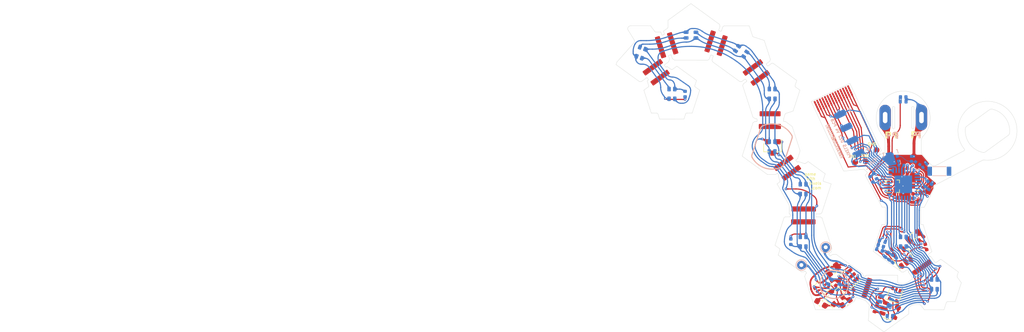
<source format=kicad_pcb>
(kicad_pcb (version 20221018) (generator pcbnew)
  (title_block (title "D12V3") (date "2023-06-26") (rev "1") (company "Systemic Games, LLC"))
  (layers (0 "F.Cu" signal) (31 "B.Cu" signal) (34 "B.Paste" user) (35 "F.Paste" user) (36 "B.SilkS" user "B.Silkscreen") (37 "F.SilkS" user "F.Silkscreen") (38 "B.Mask" user) (39 "F.Mask" user) (44 "Edge.Cuts" user))
  (net 0 "")
  (net 1 "Net-(C1-Pad1)")
  (net 2 "GND")
  (net 3 "VDD")
  (net 4 "VDC")
  (net 5 "VEE")
  (net 6 "Net-(L1-Pad2)")
  (net 7 "Net-(L1-Pad1)")
  (net 8 "+5V")
  (net 9 "/LED_EN")
  (net 10 "Net-(C2-Pad2)")
  (net 11 "Net-(C3-Pad1)")
  (net 12 "Net-(C5-Pad2)")
  (net 13 "Net-(C7-Pad1)")
  (net 14 "Net-(C19-Pad1)")
  (net 15 "Net-(C19-Pad2)")
  (net 16 "/ANTENNA")
  (net 17 "RXI")
  (net 18 "TXO")
  (net 19 "SWO")
  (net 20 "RESET")
  (net 21 "SWDCLK")
  (net 22 "SWDIO")
  (net 23 "Net-(R10-Pad1)")
  (net 24 "/LED_DATA")
  (net 25 "+BATT")
  (net 26 "/STATS")
  (net 27 "/5V_SENSE")
  (net 28 "/VBAT_SENSE")
  (net 29 "/Power Supply/MAG1_")
  (net 30 "Net-(D10-Pad1)")
  (net 31 "/LED_RETURN")
  (net 32 "/Power Supply/LED_EN_OUT")
  (net 33 "Net-(R3-Pad1)")
  (net 34 "Net-(D2-Pad3)")
  (net 35 "Net-(D3-Pad3)")
  (net 36 "Net-(D4-Pad3)")
  (net 37 "Net-(D5-Pad3)")
  (net 38 "Net-(D6-Pad3)")
  (net 39 "Net-(D7-Pad3)")
  (net 40 "Net-(D8-Pad3)")
  (net 41 "Net-(D10-Pad3)")
  (net 42 "Net-(D11-Pad3)")
  (net 43 "Net-(D12-Pad3)")
  (net 44 "/SCL")
  (net 45 "/SDA")
  (net 46 "/ACC_INT")
  (net 48 "/BATT_NTC")
  (net 51 "/ANT_NRF")
  (net 52 "/ANT_50")
  (net 53 "/NTC_ID_VDD")
  (net 54 "/PROG")
  (footprint "Pixels-dice:SOT-353_SC-70-5" (layer "F.Cu") (at 157.6 128.496903 -110)
    (fp_text reference "U7")
    (fp_text value "SN74LVC1G08" hide)
  )
  (footprint "Package_TO_SOT_SMD:SOT-23-5" (layer "F.Cu") (at 149.32 125.856903 -140)
    (fp_text reference "U5" hide)
    (fp_text value "MCP73832T-2ACI/OT")
  )
  (footprint "Pixels-dice:SOT-23" (layer "F.Cu") (at 136.15 102.546903 90)
    (fp_text reference "U8" hide)
    (fp_text value "TMR1366")
  )
  (footprint "Pixels-dice:SOT-23-5" (layer "F.Cu") (at 156.83 131.276903 -20)
    (fp_text reference "U6")
    (fp_text value "MT9700" hide)
  )
  (footprint "Pixels-dice:R_0402_1005Metric" (layer "F.Cu") (at 154.246428 131.021657 70)
    (fp_text reference "R3")
    (fp_text value "10k 5%")
  )
  (footprint "Pixels-dice:C_0402_1005Metric" (layer "F.Cu") (at 159.36 106.246903 180)
    (fp_text reference "C7")
    (fp_text value "100pF NP0 10V 5%")
  )
  (footprint "Inductor_SMD:L_0805_2012Metric" (layer "F.Cu") (at 160.926657 118.182312 40)
    (fp_text reference "L1")
    (fp_text value "10uH 100mA 20%")
  )
  (footprint "Pixels-dice:C_0402_1005Metric" (layer "F.Cu") (at 159.38 107.056903)
    (fp_text reference "C5")
    (fp_text value "8pF 10V 10%")
  )
  (footprint "Pixels-dice:C_0402_1005Metric" (layer "F.Cu") (at 160.35 111.506903 180)
    (fp_text reference "C3")
    (fp_text value "0.1uF 10V 20%")
  )
  (footprint "Pixels-dice:C_0402_1005Metric" (layer "F.Cu") (at 161.82 108.166903 -90)
    (fp_text reference "C2")
    (fp_text value "8pF 10V 10%")
  )
  (footprint "Pixels-dice:C_0402_1005Metric" (layer "F.Cu") (at 158.64 111.496903)
    (fp_text reference "C10")
    (fp_text value "0.1uF 10V 20%")
  )
  (footprint "Pixels-dice:C_0402_1005Metric" (layer "F.Cu") (at 156.69 120.866903 -145)
    (fp_text reference "C18")
    (fp_text value "4.7uF 10V 20%")
  )
  (footprint "Pixels-dice:R_0402_1005Metric" (layer "F.Cu") (at 146.9 126.496903 -50)
    (fp_text reference "R4")
    (fp_text value "100k 1%")
  )
  (footprint "Pixels-dice:SOT-23-5" (layer "F.Cu") (at 159.040716 121.970943 125)
    (fp_text reference "U4")
    (fp_text value "ME6215" hide)
  )
  (footprint "Pixels-dice:C_0402_1005Metric" (layer "F.Cu") (at 160.36 110.736903 180)
    (fp_text reference "C4")
    (fp_text value "4.7uF 10V 20%")
  )
  (footprint "Pixels-dice:R_0402_1005Metric" (layer "F.Cu") (at 150 127.976903 40)
    (fp_text reference "R6")
    (fp_text value "22k 1%")
  )
  (footprint "Capacitor_SMD:C_0603_1608Metric" (layer "F.Cu") (at 144.66 130.046903 -30)
    (fp_text reference "C13" hide)
    (fp_text value "4.7uF 25V 20%")
  )
  (footprint "Package_TO_SOT_SMD:SOT-363_SC-70-6" (layer "F.Cu") (at 144.79 127.276903 -140)
    (fp_text reference "D1")
    (fp_text value "BAV99S")
  )
  (footprint "Capacitor_SMD:C_0603_1608Metric" (layer "F.Cu") (at 149.06 129.916903 -144)
    (fp_text reference "C15")
    (fp_text value "22uF 10V 20%")
  )
  (footprint "Inductor_SMD:L_0402_1005Metric" (layer "F.Cu") (at 162.31 118.596903 -140)
    (fp_text reference "L2")
    (fp_text value "15nH 100mA 5%")
  )
  (footprint "Pixels-dice:C_0402_1005Metric" (layer "F.Cu") (at 163.14 120.106903 -75)
    (fp_text reference "C1")
    (fp_text value "4.7uF 10V 20%")
  )
  (footprint "Pixels-dice:Crystal_SMD_2016-4Pin_2.0x1.6mm" (layer "F.Cu") (at 160.25 108.646903 90)
    (fp_text reference "Y1")
    (fp_text value "32MHz 40ppm")
  )
  (footprint "Package_LGA:LGA-12_2x2mm_P0.5mm" (layer "F.Cu") (at 157.38 109.386903)
    (fp_text reference "U2")
    (fp_text value "KXTJ3-1057")
  )
  (footprint "Pixels-dice:R_0402_1005Metric" (layer "F.Cu") (at 162.41 110.006903 -125)
    (fp_text reference "R5")
    (fp_text value "100k 1%")
  )
  (footprint "Pixels-dice:SOT-23" (layer "F.Cu") (at 147.05 128.776903 -50)
    (fp_text reference "U3" hide)
    (fp_text value "PJ75AL50SA")
  )
  (footprint "Capacitor_SMD:C_0805_2012Metric" (layer "F.Cu") (at 146.75 124.106903 40)
    (fp_text reference "C19" hide)
    (fp_text value "12nF 50V 5% NP0")
  )
  (footprint "Pixels-dice:TEST_PIN" (layer "F.Cu") (at 154.45 103)
    (fp_text reference "W19" hide)
    (fp_text value "GND")
  )
  (footprint "Pixels-dice:C_0402_1005Metric" (layer "F.Cu") (at 154.84621 129.41307 -110)
    (fp_text reference "C24")
    (fp_text value "0.1uF 10V 20%")
  )
  (footprint "Pixels-dice:FPC_14" (layer "F.Cu") (at 143.897201 95.286906 25)
    (fp_text reference "J1")
    (fp_text value "Conn_01x14")
  )
  (footprint "Pixels-dice:TEST_PIN" (layer "F.Cu") (at 150.7 105.15)
    (fp_text reference "W1" hide)
    (fp_text value "RXI")
  )
  (footprint "Pixels-dice:TEST_PIN" (layer "F.Cu") (at 152.55 105)
    (fp_text reference "W2" hide)
    (fp_text value "TXO")
  )
  (footprint "Pixels-dice:TX1812Z_2020" (layer "B.Cu") (at 146.96 126.686903 60)
    (fp_text reference "D5")
    (fp_text value "TX1812Z_2020")
  )
  (footprint "Pixels-dice:TX1812Z_2020" (layer "B.Cu") (at 156.025902 129.556903 70)
    (fp_text reference "D4")
    (fp_text value "TX1812Z_2020")
  )
  (footprint "Pixels-dice:TX1812Z_2020" (layer "B.Cu") (at 141.51 119.176903)
    (fp_text reference "D6")
    (fp_text value "TX1812Z_2020")
  )
  (footprint "Pixels-dice:C_0402_1005Metric" (layer "B.Cu") (at 156.8 132.216903 180)
    (fp_text reference "C16")
    (fp_text value "10uF 10V 20%")
  )
  (footprint "Pixels-dice:TX1812Z_2020" (layer "B.Cu") (at 159.16 119.176903 180)
    (fp_text reference "D2")
    (fp_text value "TX1812Z_2020")
  )
  (footprint "Pixels-dice:TX1812Z_2020" (layer "B.Cu") (at 141.51 109.896903)
    (fp_text reference "D7")
    (fp_text value "TX1812Z_2020")
  )
  (footprint "Pixels-dice:TX1812Z_2020" (layer "B.Cu") (at 118.41 93.116903 180)
    (fp_text reference "D13")
    (fp_text value "TX1812Z_2020")
  )
  (footprint "Pixels-dice:TX1812Z_2020" (layer "B.Cu") (at 112.95 85.842805 160)
    (fp_text reference "D12")
    (fp_text value "TX1812Z_2020")
  )
  (footprint "Pixels-dice:TX1812Z_2020" (layer "B.Cu") (at 136.06 93.116903)
    (fp_text reference "D9")
    (fp_text value "TX1812Z_2020")
  )
  (footprint "Pixels-dice:TX1812Z_2020" (layer "B.Cu") (at 136.05 102.396903)
    (fp_text reference "D8")
    (fp_text value "TX1812Z_2020")
  )
  (footprint "TestPoint:TestPoint_THTPad_D1.5mm_Drill0.7mm" (layer "B.Cu") (at 145.49 120.146903 150)
    (fp_text reference "P6" hide)
    (fp_text value "COILB")
  )
  (footprint "Pixels-dice:C_0402_1005Metric" (layer "B.Cu") (at 159.129997 93.646902)
    (fp_text reference "C6")
    (fp_text value "DNP")
  )
  (footprint "TestPoint:TestPoint_THTPad_D1.5mm_Drill0.7mm" (layer "B.Cu") (at 141.2 123.286903 150)
    (fp_text reference "P5" hide)
    (fp_text value "COILA")
  )
  (footprint "Pixels-dice:TX1812Z_2020" (layer "B.Cu") (at 121.78 82.736903 90)
    (fp_text reference "D11")
    (fp_text value "TX1812Z_2020")
  )
  (footprint "Pixels-dice:R_0402_1005Metric" (layer "B.Cu") (at 163.22 108.996903 63)
    (fp_text reference "R10")
    (fp_text value "100k 1%")
  )
  (footprint "Package_DFN_QFN:QFN-32-1EP_5x5mm_P0.5mm_EP3.1x3.1mm" (layer "B.Cu") (at 159.15 109.046903 90)
    (fp_text reference "U1")
    (fp_text value "N52810_QFN32")
  )
  (footprint "Pixels-dice:0402_RF" (layer "B.Cu") (at 158.82 105.656903 -1)
    (fp_text reference "C8")
    (fp_text value "0.8pF 10V 5% C0G")
  )
  (footprint "Pixels-dice:C_0402_1005Metric" (layer "B.Cu") (at 139.34 119.176903 90)
    (fp_text reference "C23")
    (fp_text value "0.1uF 10V 20%")
  )
  (footprint "Pixels-dice:TX1812Z_2020" (layer "B.Cu") (at 164.62 126.686903 180)
    (fp_text reference "D3")
    (fp_text value "TX1812Z_2020")
  )
  (footprint "Pixels-dice:C_0402_1005Metric" (layer "B.Cu") (at 120.73 93.136903 -90)
    (fp_text reference "C9")
    (fp_text value "10uF 10V 20%")
  )
  (footprint "Resistor_SMD:R_0402_1005Metric" (layer "B.Cu") (at 163.86 109.496903 -117)
    (fp_text reference "R9")
    (fp_text value "180k 1%")
  )
  (footprint "Pixels-dice:Hongjie 10100 Connector" (layer "B.Cu") (at 159.15 97.276903)
    (fp_text reference "J3")
    (fp_text value "Conn_01x02")
  )
  (footprint "Pixels-dice:TX1812Z_2020" (layer "B.Cu") (at 130.6 85.616903 55)
    (fp_text reference "D10")
    (fp_text value "TX1812Z_2020")
  )
  (footprint "Pixels-dice:C_0402_1005Metric" (layer "B.Cu") (at 155.2 119.876903 -18)
    (fp_text reference "C21")
    (fp_text value "10nF 25V 10%")
  )
  (footprint "Pixels-dice:R_0402_1005Metric" (layer "B.Cu") (at 157.59761 122.444049 -126)
    (fp_text reference "R7")
    (fp_text value "4.02M 1%")
  )
  (footprint "Pixels-dice:R_0402_1005Metric" (layer "B.Cu") (at 154.946606 120.656768 162)
    (fp_text reference "R2")
    (fp_text value "4.02M 1%")
  )
  (footprint "Pixels-dice:R_0402_1005Metric" (layer "B.Cu") (at 156.94 121.946903 54)
    (fp_text reference "R8")
    (fp_text value "10M 1%")
  )
  (footprint "Pixels-dice:R_0402_1005Metric" (layer "B.Cu") (at 155.456484 119.087525 162)
    (fp_text reference "R1")
    (fp_text value "4.02M 1%")
  )
  (footprint "Pixels-dice:C_0402_1005Metric" (layer "B.Cu") (at 156.256761 121.475221 54)
    (fp_text reference "C22")
    (fp_text value "10nF 25V 10%")
  )
  (footprint "Pixels-dice:R_0402_1005Metric" (layer "B.Cu") (at 153.55 108.166903 -62.5)
    (fp_text reference "R12")
    (fp_text value "2.7k 5%")
  )
  (footprint "Pixels-dice:R_0402_1005Metric" (layer "B.Cu") (at 154.21 107.616903 -62.5)
    (fp_text reference "R16")
    (fp_text value "2.7k 5%")
  )
  (footprint "Pixels-dice:0402_RF" (layer "B.Cu") (at 162.93 105.776903 40)
    (fp_text reference "C11")
    (fp_text value "DNP")
  )
  (footprint "Pixels-dice:0402_RF" (layer "B.Cu") (at 158.18 104.536903 105)
    (fp_text reference "L5")
    (fp_text value "3.9nH 5%")
  )
  (footprint "Pixels-dice:0402_RF" (layer "B.Cu") (at 160.58 104.556903 90)
    (fp_text reference "C12")
    (fp_text value "DNP")
  )
  (footprint "Pixels-dice:CHIP_ANT" (layer "B.Cu") (at 163.799999 106.736904 90)
    (fp_text reference "AE1")
    (fp_text value "Antenna_Chip" hide)
  )
  (footprint "Pixels-dice:R_0402_1005Metric" (layer "B.Cu") (at 159.12 94.486903)
    (fp_text reference "TH1")
    (fp_text value "NTC 100k @ 25C")
  )
  (footprint "Pixels-dice:FPC-POGO-4" (layer "B.Cu") (at 149.664438 100.153932 115)
    (fp_text reference "J2")
    (fp_text value "Conn_01x04")
  )
  (footprint "RFFrontEnd:MFH3.RECE.20369.001E.01" (layer "B.Cu") (at 157.14 104.486903 104)
    (fp_text reference "J4" hide)
    (fp_text value "DNP" hide)
  )
  (footprint "Pixels-dice:0402_RF" (layer "B.Cu") (at 161.67 105.316903 -33)
    (fp_text reference "L3")
    (fp_text value "0 Ohm")
  )
  (gr_curve (pts (xy 132.548826 104.342538) (xy 132.466505 104.196304) (xy 132.449188 104.022283) (xy 132.501075 103.862708)) (stroke (width 0.2)) (layer "B.SilkS"))
  (gr_curve (pts (xy 138.015761 105.659422) (xy 137.963783 105.819316) (xy 137.847083 105.950062) (xy 137.694109 106.019821)) (stroke (width 0.2)) (layer "B.SilkS"))
  (gr_curve (pts (xy 137.694109 106.019821) (xy 135.803694 106.881867) (xy 133.568025 106.153074) (xy 132.548826 104.342538)) (stroke (width 0.2)) (layer "B.SilkS"))
  (gr_line (start 132.501075 103.862708) (end 134.048385 99.103512) (stroke (width 0.2)) (layer "B.SilkS"))
  (gr_circle (center 146.96 126.686903) (end 149.46 126.686903) (stroke (width 0.2)) (fill none) (layer "B.SilkS"))
  (gr_curve (pts (xy 134.048385 99.103512) (xy 134.100275 98.94393) (xy 134.216615 98.81336) (xy 134.369189 98.7435)) (stroke (width 0.2)) (layer "B.SilkS"))
  (gr_curve (pts (xy 139.517083 100.412753) (xy 139.59979 100.559137) (xy 139.617281 100.733512) (xy 139.565293 100.893408)) (stroke (width 0.2)) (layer "B.SilkS"))
  (gr_curve (pts (xy 134.369189 98.7435) (xy 136.258263 97.878509) (xy 138.495064 98.603812) (xy 139.517083 100.412753)) (stroke (width 0.2)) (layer "B.SilkS"))
  (gr_line (start 139.565293 100.893408) (end 138.015761 105.659422) (stroke (width 0.2)) (layer "B.SilkS"))
  (gr_circle (center 161.66 110.156903) (end 161.766301 110.156903) (stroke (width 0.15)) (fill solid) (layer "F.SilkS"))
  (gr_circle (center 146.47 126.726903) (end 146.576301 126.726903) (stroke (width 0.15)) (fill solid) (layer "F.SilkS"))
  (gr_circle (center 156.08 108.626903) (end 156.186301 108.626903) (stroke (width 0.15)) (fill solid) (layer "F.SilkS"))
  (gr_line (start 133.29815 97.987553) (end 132.965946 97.987465) (stroke (width 0.05)) (layer "Edge.Cuts"))
  (gr_line (start 135.196487 107.303692) (end 136.671658 107.333284) (stroke (width 0.05)) (layer "Edge.Cuts"))
  (gr_arc (start 155.912807 113.078666) (mid 155.983495 113.107932) (end 156.012512 113.178713) (stroke (width 0.05)) (layer "Edge.Cuts"))
  (gr_line (start 125.679607 86.466545) (end 125.462144 87.134568) (stroke (width 0.05)) (layer "Edge.Cuts"))
  (gr_line (start 165.747166 122.250728) (end 165.060199 122.749865) (stroke (width 0.05)) (layer "Edge.Cuts"))
  (gr_arc (start 117.420849 88.365902) (mid 117.346419 88.383746) (end 117.281184 88.343719) (stroke (width 0.05)) (layer "Edge.Cuts"))
  (gr_line (start 117.831069 87.450267) (end 117.992127 86.954309) (stroke (width 0.05)) (layer "Edge.Cuts"))
  (gr_arc (start 142.093813 124.633419) (mid 142.111483 124.707828) (end 142.071654 124.773095) (stroke (width 0.05)) (layer "Edge.Cuts"))
  (gr_line (start 117.281184 88.343719) (end 117.104954 88.100922) (stroke (width 0.05)) (layer "Edge.Cuts"))
  (gr_line (start 153.199226 125.069948) (end 152.588696 125.069942) (stroke (width 0.05)) (layer "Edge.Cuts"))
  (gr_line (start 143.826418 114.275833) (end 144.543348 114.276008) (stroke (width 0.05)) (layer "Edge.Cuts"))
  (gr_line (start 138.080638 97.473337) (end 138.34048 96.675201) (stroke (width 0.05)) (layer "Edge.Cuts"))
  (gr_line (start 126.659067 81.842663) (end 126.880309 81.163024) (stroke (width 0.05)) (layer "Edge.Cuts"))
  (gr_line (start 118.902696 87.178025) (end 124.717827 87.180433) (stroke (width 0.05)) (layer "Edge.Cuts"))
  (gr_line (start 152.063127 125.069115) (end 151.968127 124.776486) (stroke (width 0.05)) (layer "Edge.Cuts"))
  (gr_line (start 111.697546 84.145061) (end 108.749272 87.455089) (stroke (width 0.05)) (layer "Edge.Cuts"))
  (gr_line (start 156.011602 115.583054) (end 156.011521 115.792489) (stroke (width 0.05)) (layer "Edge.Cuts"))
  (gr_line (start 130.76853 104.08363) (end 135.196487 107.303692) (stroke (width 0.05)) (layer "Edge.Cuts"))
  (gr_arc (start 160.638294 95.511911) (mid 160.838103 95.311797) (end 161.038291 95.511518) (stroke (width 0.05)) (layer "Edge.Cuts"))
  (gr_line (start 159.939204 124.126372) (end 160.115767 124.369043) (stroke (width 0.05)) (layer "Edge.Cuts"))
  (gr_arc (start 146.366896 121.654087) (mid 146.292459 121.671968) (end 146.227228 121.631935) (stroke (width 0.05)) (layer "Edge.Cuts"))
  (gr_line (start 155.911359 116.143412) (end 155.387629 116.142003) (stroke (width 0.05)) (layer "Edge.Cuts"))
  (gr_line (start 143.726326 114.675806) (end 143.726399 114.375804) (stroke (width 0.05)) (layer "Edge.Cuts"))
  (gr_line (start 113.469695 92.443765) (end 114.787639 96.506384) (stroke (width 0.05)) (layer "Edge.Cuts"))
  (gr_line (start 151.968127 124.776486) (end 147.326666 121.400789) (stroke (width 0.05)) (layer "Edge.Cuts"))
  (gr_line (start 125.330212 86.247638) (end 125.615476 86.340497) (stroke (width 0.05)) (layer "Edge.Cuts"))
  (gr_line (start 158.146326 125.07196) (end 153.199226 125.069948) (stroke (width 0.05)) (layer "Edge.Cuts"))
  (gr_line (start 132.028868 81.117534) (end 127.582868 81.115671) (stroke (width 0.05)) (layer "Edge.Cuts"))
  (gr_line (start 140.273882 104.718662) (end 140.541756 104.524635) (stroke (width 0.05)) (layer "Edge.Cuts"))
  (gr_line (start 158.145783 126.232659) (end 158.146326 125.07196) (stroke (width 0.05)) (layer "Edge.Cuts"))
  (gr_arc (start 160.123785 130.916235) (mid 160.156479 130.77995) (end 160.247581 130.673463) (stroke (width 0.05)) (layer "Edge.Cuts"))
  (gr_line (start 160.247575 130.673454) (end 160.614408 130.40431) (stroke (width 0.05)) (layer "Edge.Cuts"))
  (gr_arc (start 173.069218 104.820655) (mid 173.22 104.769998) (end 173.379061 104.769264) (stroke (width 0.05)) (layer "Edge.Cuts"))
  (gr_arc (start 153.071517 130.185882) (mid 153.132369 130.287397) (end 153.149243 130.404546) (stroke (width 0.05)) (layer "Edge.Cuts"))
  (gr_line (start 138.147452 114.930573) (end 136.560301 119.810698) (stroke (width 0.05)) (layer "Edge.Cuts"))
  (gr_line (start 155.72865 103.675395) (end 155.631759 103.675368) (stroke (width 0.05)) (layer "Edge.Cuts"))
  (gr_line (start 144.543348 114.276008) (end 144.799525 114.089548) (stroke (width 0.05)) (layer "Edge.Cuts"))
  (gr_line (start 140.428069 105.101378) (end 140.251853 104.858569) (stroke (width 0.05)) (layer "Edge.Cuts"))
  (gr_arc (start 168.671048 125.456909) (mid 168.617539 125.327431) (end 168.628561 125.187778) (stroke (width 0.05)) (layer "Edge.Cuts"))
  (gr_line (start 135.061176 87.761473) (end 135.64084 87.34062) (stroke (width 0.05)) (layer "Edge.Cuts"))
  (gr_line (start 135.64084 87.34062) (end 135.746425 87.015866) (stroke (width 0.05)) (layer "Edge.Cuts"))
  (gr_arc (start 131.257593 90.522914) (mid 131.332003 90.50506) (end 131.397159 90.545171) (stroke (width 0.05)) (layer "Edge.Cuts"))
  (gr_line (start 152.999111 133.075945) (end 155.746074 135.072987) (stroke (width 0.05)) (layer "Edge.Cuts"))
  (gr_line (start 150.589825 129.594362) (end 150.762971 129.062538) (stroke (width 0.05)) (layer "Edge.Cuts"))
  (gr_line (start 145.192525 112.881817) (end 146.461685 108.981434) (stroke (width 0.05)) (layer "Edge.Cuts"))
  (gr_line (start 115.390945 82.109377) (end 114.66483 81.110218) (stroke (width 0.05)) (layer "Edge.Cuts"))
  (gr_arc (start 169.891911 102.834878) (mid 176.497559 95.066712) (end 173.37841 104.774951) (stroke (width 0.05)) (layer "Edge.Cuts"))
  (gr_line (start 162.838758 113.099381) (end 164.52526 109.88865) (stroke (width 0.05)) (layer "Edge.Cuts"))
  (gr_line (start 146.44438 120.97992) (end 146.59276 120.391901) (stroke (width 0.05)) (layer "Edge.Cuts"))
  (gr_line (start 164.553935 109.772404) (end 164.553948 109.442815) (stroke (width 0.05)) (layer "Edge.Cuts"))
  (gr_line (start 160.617056 125.833943) (end 159.859002 126.380581) (stroke (width 0.05)) (layer "Edge.Cuts"))
  (gr_line (start 169.365221 126.412936) (end 168.671048 125.456909) (stroke (width 0.05)) (layer "Edge.Cuts"))
  (gr_line (start 130.873751 91.6617) (end 132.665446 97.182974) (stroke (width 0.05)) (layer "Edge.Cuts"))
  (gr_line (start 118.301877 86.288837) (end 118.493839 86.880541) (stroke (width 0.05)) (layer "Edge.Cuts"))
  (gr_line (start 160.097115 131.915054) (end 160.123785 130.916235) (stroke (width 0.05)) (layer "Edge.Cuts"))
  (gr_arc (start 159.799651 124.10423) (mid 159.874021 124.086263) (end 159.939204 124.126372) (stroke (width 0.05)) (layer "Edge.Cuts"))
  (gr_line (start 156.012512 113.178713) (end 156.01233 113.655675) (stroke (width 0.05)) (layer "Edge.Cuts"))
  (gr_line (start 162.237829 115.585393) (end 162.238546 113.658018) (stroke (width 0.05)) (layer "Edge.Cuts"))
  (gr_line (start 137.150638 107.603478) (end 137.421647 108.439481) (stroke (width 0.05)) (layer "Edge.Cuts"))
  (gr_arc (start 138.175597 97.988725) (mid 138.104577 97.959575) (end 138.075107 97.888699) (stroke (width 0.05)) (layer "Edge.Cuts"))
  (gr_line (start 125.462144 87.134568) (end 125.561489 87.440324) (stroke (width 0.05)) (layer "Edge.Cuts"))
  (gr_arc (start 164.887151 105.728512) (mid 164.831722 105.749661) (end 164.77287 105.757147) (stroke (width 0.05)) (layer "Edge.Cuts"))
  (gr_line (start 137.056077 107.177867) (end 137.232274 107.420664) (stroke (width 0.05)) (layer "Edge.Cuts"))
  (gr_line (start 117.795414 86.348014) (end 118.175881 86.224566) (stroke (width 0.05)) (layer "Edge.Cuts"))
  (gr_line (start 161.09 130.249989) (end 162 130.25) (stroke (width 0.05)) (layer "Edge.Cuts"))
  (gr_line (start 155.746074 135.072987) (end 160.097115 131.915054) (stroke (width 0.05)) (layer "Edge.Cuts"))
  (gr_line (start 139.061402 112.736731) (end 139.060428 114.274705) (stroke (width 0.05)) (layer "Edge.Cuts"))
  (gr_arc (start 169.891911 102.834878) (mid 169.930024 103.000023) (end 169.827673 103.135094) (stroke (width 0.05)) (layer "Edge.Cuts"))
  (gr_line (start 139.060428 114.274705) (end 139.126453 114.274715) (stroke (width 0.05)) (layer "Edge.Cuts"))
  (gr_line (start 125.561489 87.440324) (end 130.372615 90.93867) (stroke (width 0.05)) (layer "Edge.Cuts"))
  (gr_line (start 136.560301 119.810698) (end 137.341802 120.379244) (stroke (width 0.05)) (layer "Edge.Cuts"))
  (gr_line (start 138.075107 97.888699) (end 138.075711 97.56755) (stroke (width 0.05)) (layer "Edge.Cuts"))
  (gr_line (start 146.715817 121.400728) (end 146.366896 121.654087) (stroke (width 0.05)) (layer "Edge.Cuts"))
  (gr_arc (start 146.05095 121.389186) (mid 146.033214 121.314783) (end 146.073113 121.249514) (stroke (width 0.05)) (layer "Edge.Cuts"))
  (gr_line (start 132.665446 97.182974) (end 133.084761 97.487504) (stroke (width 0.05)) (layer "Edge.Cuts"))
  (gr_line (start 132.686258 98.190917) (end 130.76853 104.08363) (stroke (width 0.05)) (layer "Edge.Cuts"))
  (gr_line (start 135.974071 87.716563) (end 135.354916 88.166063) (stroke (width 0.05)) (layer "Edge.Cuts"))
  (gr_line (start 140.38872 90.736164) (end 136.235769 87.716706) (stroke (width 0.05)) (layer "Edge.Cuts"))
  (gr_line (start 144.531342 114.776006) (end 143.826297 114.775834) (stroke (width 0.05)) (layer "Edge.Cuts"))
  (gr_line (start 152.507711 129.565836) (end 153.071517 130.185882) (stroke (width 0.05)) (layer "Edge.Cuts"))
  (gr_arc (start 125.204164 86.311764) (mid 125.253844 86.253492) (end 125.330212 86.247638) (stroke (width 0.05)) (layer "Edge.Cuts"))
  (gr_line (start 147.326666 121.400789) (end 146.715817 121.400728) (stroke (width 0.05)) (layer "Edge.Cuts"))
  (gr_line (start 120.520625 97.565468) (end 120.819807 96.643609) (stroke (width 0.05)) (layer "Edge.Cuts"))
  (gr_line (start 117.55314 88.269879) (end 117.420849 88.365902) (stroke (width 0.05)) (layer "Edge.Cuts"))
  (gr_arc (start 162.337549 116.149145) (mid 162.267004 116.11973) (end 162.237768 116.049115) (stroke (width 0.05)) (layer "Edge.Cuts"))
  (gr_line (start 141.632304 124.474222) (end 141.777871 124.368509) (stroke (width 0.05)) (layer "Edge.Cuts"))
  (gr_line (start 110.706183 81.872916) (end 111.748704 83.548348) (stroke (width 0.05)) (layer "Edge.Cuts"))
  (gr_line (start 163.755923 121.724425) (end 163.582567 121.485683) (stroke (width 0.05)) (layer "Edge.Cuts"))
  (gr_arc (start 152.122614 125.209915) (mid 152.064563 125.160142) (end 152.058636 125.083921) (stroke (width 0.05)) (layer "Edge.Cuts"))
  (gr_arc (start 164.553935 109.772404) (mid 164.546662 109.83227) (end 164.52526 109.88865) (stroke (width 0.05)) (layer "Edge.Cuts"))
  (gr_arc (start 165.060199 122.749865) (mid 164.836904 122.803481) (end 164.641091 122.683543) (stroke (width 0.05)) (layer "Edge.Cuts"))
  (gr_arc (start 132.739634 83.05) (mid 132.668061 83.007767) (end 132.62 82.94) (stroke (width 0.05)) (layer "Edge.Cuts"))
  (gr_line (start 153.849404 120.867869) (end 158.879819 124.526097) (stroke (width 0.05)) (layer "Edge.Cuts"))
  (gr_line (start 118.493839 86.880541) (end 118.902696 87.178025) (stroke (width 0.05)) (layer "Edge.Cuts"))
  (gr_line (start 108.560926 87.935741) (end 112.72772 90.964961) (stroke (width 0.05)) (layer "Edge.Cuts"))
  (gr_line (start 152.40803 125.302335) (end 152.122614 125.209915) (stroke (width 0.05)) (layer "Edge.Cuts"))
  (gr_line (start 121.976647 96.504495) (end 123.298702 92.44201) (stroke (width 0.05)) (layer "Edge.Cuts"))
  (gr_line (start 162.238546 113.658018) (end 162.238641 113.396216) (stroke (width 0.05)) (layer "Edge.Cuts"))
  (gr_arc (start 163.582567 121.485683) (mid 163.564837 121.411238) (end 163.604826 121.345993) (stroke (width 0.05)) (layer "Edge.Cuts"))
  (gr_line (start 122.740726 90.729201) (end 119.285762 88.216754) (stroke (width 0.05)) (layer "Edge.Cuts"))
  (gr_arc (start 135.354916 88.166063) (mid 135.280474 88.183981) (end 135.215249 88.143913) (stroke (width 0.05)) (layer "Edge.Cuts"))
  (gr_line (start 116.921593 82.034433) (end 117.079195 82.520236) (stroke (width 0.05)) (layer "Edge.Cuts"))
  (gr_line (start 139.59061 98.863753) (end 138.426184 97.988786) (stroke (width 0.05)) (layer "Edge.Cuts"))
  (gr_arc (start 155.659616 100.603515) (mid 155.858865 100.919288) (end 155.928478 101.286126) (stroke (width 0.05)) (layer "Edge.Cuts"))
  (gr_arc (start 162 130.25) (mid 162.136257 130.28264) (end 162.242731 130.373716) (stroke (width 0.05)) (layer "Edge.Cuts"))
  (gr_line (start 140.979955 103.146802) (end 139.59061 98.863753) (stroke (width 0.05)) (layer "Edge.Cuts"))
  (gr_line (start 159.383408 126.534897) (end 158.445776 126.532781) (stroke (width 0.05)) (layer "Edge.Cuts"))
  (gr_arc (start 111.748704 83.548348) (mid 111.822324 83.855212) (end 111.697546 84.145061) (stroke (width 0.05)) (layer "Edge.Cuts"))
  (gr_line (start 135.746425 87.015866) (end 134.663061 83.676157) (stroke (width 0.05)) (layer "Edge.Cuts"))
  (gr_arc (start 155.927602 103.474926) (mid 155.869415 103.616138) (end 155.72865 103.675395) (stroke (width 0.05)) (layer "Edge.Cuts"))
  (gr_arc (start 156.011427 116.042573) (mid 155.982262 116.113707) (end 155.911359 116.143412) (stroke (width 0.05)) (layer "Edge.Cuts"))
  (gr_arc (start 164.553948 109.442815) (mid 164.589995 109.313495) (end 164.687744 109.221468) (stroke (width 0.05)) (layer "Edge.Cuts"))
  (gr_line (start 152.442483 107.443937) (end 155.412544 113.077173) (stroke (width 0.05)) (layer "Edge.Cuts"))
  (gr_line (start 114.081201 90.295753) (end 114.257636 90.538373) (stroke (width 0.05)) (layer "Edge.Cuts"))
  (gr_line (start 152.058636 125.083921) (end 152.063127 125.069115) (stroke (width 0.05)) (layer "Edge.Cuts"))
  (gr_line (start 119.285762 88.216754) (end 118.500281 88.787166) (stroke (width 0.05)) (layer "Edge.Cuts"))
  (gr_line (start 162.339021 113.097883) (end 162.838758 113.099381) (stroke (width 0.05)) (layer "Edge.Cuts"))
  (gr_line (start 167.001275 129.724305) (end 168.287618 129.725229) (stroke (width 0.05)) (layer "Edge.Cuts"))
  (gr_arc (start 139.126453 114.274715) (mid 139.196988 114.304178) (end 139.226417 114.374739) (stroke (width 0.05)) (layer "Edge.Cuts"))
  (gr_line (start 146.461685 108.981434) (end 145.165685 108.559717) (stroke (width 0.05)) (layer "Edge.Cuts"))
  (gr_line (start 112.988918 90.965022) (end 113.941735 90.273408) (stroke (width 0.05)) (layer "Edge.Cuts"))
  (gr_arc (start 170.095619 99.159955) (mid 170.160653 98.965234) (end 170.298453 98.81306) (stroke (width 0.05)) (layer "Edge.Cuts"))
  (gr_arc (start 137.232274 107.420664) (mid 137.250097 107.495096) (end 137.210083 107.560335) (stroke (width 0.05)) (layer "Edge.Cuts"))
  (gr_arc (start 161.041704 99.061508) (mid 160.841894 99.261707) (end 160.641706 99.061896) (stroke (width 0.05)) (layer "Edge.Cuts"))
  (gr_line (start 139.126329 114.774721) (end 138.362497 114.774537) (stroke (width 0.05)) (layer "Edge.Cuts"))
  (gr_arc (start 158.445776 126.532781) (mid 158.233661 126.444855) (end 158.145931 126.232663) (stroke (width 0.05)) (layer "Edge.Cuts"))
  (gr_line (start 164.843004 109.139958) (end 164.687744 109.221468) (stroke (width 0.05)) (layer "Edge.Cuts"))
  (gr_arc (start 143.826297 114.775834) (mid 143.755515 114.746618) (end 143.726326 114.675806) (stroke (width 0.05)) (layer "Edge.Cuts"))
  (gr_line (start 168.628561 125.187778) (end 168.850138 124.507132) (stroke (width 0.05)) (layer "Edge.Cuts"))
  (gr_line (start 171.001263 105.909554) (end 173.069218 104.820655) (stroke (width 0.05)) (layer "Edge.Cuts"))
  (gr_arc (start 174.347555 95.872175) (mid 174.534888 95.788203) (end 174.740174 95.786585) (stroke (width 0.05)) (layer "Edge.Cuts"))
  (gr_arc (start 162.379749 103.636224) (mid 162.344405 103.575603) (end 162.332024 103.506528) (stroke (width 0.05)) (layer "Edge.Cuts"))
  (gr_arc (start 160.115767 124.369043) (mid 160.133747 124.443539) (end 160.093768 124.508894) (stroke (width 0.05)) (layer "Edge.Cuts"))
  (gr_line (start 124.984438 86.986735) (end 125.204164 86.311764) (stroke (width 0.05)) (layer "Edge.Cuts"))
  (gr_line (start 161.041704 99.061508) (end 161.038291 95.511518) (stroke (width 0.05)) (layer "Edge.Cuts"))
  (gr_line (start 155.23 103.8) (end 154.92 103.54) (stroke (width 0.05)) (layer "Edge.Cuts"))
  (gr_arc (start 117.079195 82.520236) (mid 117.073277 82.596604) (end 117.014969 82.646294) (stroke (width 0.05)) (layer "Edge.Cuts"))
  (gr_line (start 157.238294 95.515171) (end 157.241708 99.065166) (stroke (width 0.05)) (layer "Edge.Cuts"))
  (gr_line (start 141.174576 124.474234) (end 141.632304 124.474222) (stroke (width 0.05)) (layer "Edge.Cuts"))
  (gr_arc (start 113.941735 90.273408) (mid 114.016096 90.255673) (end 114.081201 90.295753) (stroke (width 0.05)) (layer "Edge.Cuts"))
  (gr_line (start 159.474997 126.505166) (end 159.383408 126.534897) (stroke (width 0.05)) (layer "Edge.Cuts"))
  (gr_arc (start 157.641712 99.064777) (mid 157.441895 99.264915) (end 157.241708 99.065166) (stroke (width 0.05)) (layer "Edge.Cuts"))
  (gr_line (start 116.248631 97.563417) (end 120.520625 97.565468) (stroke (width 0.05)) (layer "Edge.Cuts"))
  (gr_line (start 137.348836 108.663048) (end 136.916464 108.976714) (stroke (width 0.05)) (layer "Edge.Cuts"))
  (gr_line (start 146.227228 121.631935) (end 146.05095 121.389186) (stroke (width 0.05)) (layer "Edge.Cuts"))
  (gr_line (start 114.235456 90.678058) (end 114.052884 90.81057) (stroke (width 0.05)) (layer "Edge.Cuts"))
  (gr_line (start 168.287618 129.725229) (end 169.365221 126.412936) (stroke (width 0.05)) (layer "Edge.Cuts"))
  (gr_line (start 141.91755 124.390666) (end 142.093813 124.633419) (stroke (width 0.05)) (layer "Edge.Cuts"))
  (gr_line (start 152.23 106.39) (end 148.643956 106.720448) (stroke (width 0.05)) (layer "Edge.Cuts"))
  (gr_line (start 140.673394 105.0469) (end 140.567727 105.123566) (stroke (width 0.05)) (layer "Edge.Cuts"))
  (gr_line (start 133.398247 97.587577) (end 133.398168 97.887573) (stroke (width 0.05)) (layer "Edge.Cuts"))
  (gr_arc (start 140.162186 91.878528) (mid 140.089677 91.778474) (end 140.089683 91.654908) (stroke (width 0.05)) (layer "Edge.Cuts"))
  (gr_line (start 131.397284 90.545086) (end 131.573533 90.787848) (stroke (width 0.05)) (layer "Edge.Cuts"))
  (gr_line (start 168.850138 124.507132) (end 165.747166 122.250728) (stroke (width 0.05)) (layer "Edge.Cuts"))
  (gr_arc (start 140.567727 105.123566) (mid 140.493344 105.141296) (end 140.428176 105.101302) (stroke (width 0.05)) (layer "Edge.Cuts"))
  (gr_line (start 162.834584 131.153184) (end 166.318138 131.155144) (stroke (width 0.05)) (layer "Edge.Cuts"))
  (gr_arc (start 118.175881 86.224566) (mid 118.252151 86.230689) (end 118.301877 86.288837) (stroke (width 0.05)) (layer "Edge.Cuts"))
  (gr_arc (start 152.533921 125.238161) (mid 152.484212 125.296138) (end 152.40809 125.302178) (stroke (width 0.05)) (layer "Edge.Cuts"))
  (gr_line (start 127.371576 81.269188) (end 127.134495 81.997428) (stroke (width 0.05)) (layer "Edge.Cuts"))
  (gr_line (start 122.441671 91.649013) (end 122.740726 90.729201) (stroke (width 0.05)) (layer "Edge.Cuts"))
  (gr_arc (start 135.038991 87.901132) (mid 135.021391 87.826782) (end 135.061286 87.76162) (stroke (width 0.05)) (layer "Edge.Cuts"))
  (gr_line (start 145.037403 108.307621) (end 145.396484 107.204833) (stroke (width 0.05)) (layer "Edge.Cuts"))
  (gr_line (start 140.089683 91.654908) (end 140.38872 90.736164) (stroke (width 0.05)) (layer "Edge.Cuts"))
  (gr_line (start 162.242731 130.373716) (end 162.834584 131.153184) (stroke (width 0.05)) (layer "Edge.Cuts"))
  (gr_arc (start 133.398168 97.887573) (mid 133.368852 97.958269) (end 133.29815 97.987553) (stroke (width 0.05)) (layer "Edge.Cuts"))
  (gr_line (start 159.859002 126.380581) (end 159.790904 126.402678) (stroke (width 0.05)) (layer "Edge.Cuts"))
  (gr_arc (start 162.238724 113.197846) (mid 162.268157 113.127035) (end 162.33902 113.097754) (stroke (width 0.05)) (layer "Edge.Cuts"))
  (gr_line (start 140.946702 92.449273) (end 140.162186 91.878528) (stroke (width 0.05)) (layer "Edge.Cuts"))
  (gr_arc (start 117.104954 88.100922) (mid 117.087386 88.026571) (end 117.127208 87.961346) (stroke (width 0.05)) (layer "Edge.Cuts"))
  (gr_arc (start 138.075723 97.504256) (mid 138.077008 97.488612) (end 138.080716 97.473359) (stroke (width 0.05)) (layer "Edge.Cuts"))
  (gr_line (start 144.799525 114.089548) (end 145.192525 112.881817) (stroke (width 0.05)) (layer "Edge.Cuts"))
  (gr_line (start 136.235769 87.716706) (end 135.974071 87.716563) (stroke (width 0.05)) (layer "Edge.Cuts"))
  (gr_line (start 158.879819 124.526097) (end 159.217667 124.526097) (stroke (width 0.05)) (layer "Edge.Cuts"))
  (gr_arc (start 141.777871 124.368509) (mid 141.852288 124.350695) (end 141.91755 124.390666) (stroke (width 0.05)) (layer "Edge.Cuts"))
  (gr_line (start 115.949351 96.644577) (end 116.248631 97.563417) (stroke (width 0.05)) (layer "Edge.Cuts"))
  (gr_arc (start 131.573533 90.787848) (mid 131.591233 90.862249) (end 131.551347 90.927516) (stroke (width 0.05)) (layer "Edge.Cuts"))
  (gr_arc (start 173.586443 103.346175) (mid 173.398727 103.43023) (end 173.193056 103.431608) (stroke (width 0.05)) (layer "Edge.Cuts"))
  (gr_line (start 123.298702 92.44201) (end 122.514377 91.872713) (stroke (width 0.05)) (layer "Edge.Cuts"))
  (gr_line (start 136.916464 108.976714) (end 139.061402 112.736731) (stroke (width 0.05)) (layer "Edge.Cuts"))
  (gr_line (start 146.59276 120.391901) (end 144.843394 115.003134) (stroke (width 0.05)) (layer "Edge.Cuts"))
  (gr_arc (start 115.759406 96.506399) (mid 115.876833 96.544624) (end 115.949351 96.644577) (stroke (width 0.05)) (layer "Edge.Cuts"))
  (gr_line (start 140.541756 104.524635) (end 140.979955 103.146802) (stroke (width 0.05)) (layer "Edge.Cuts"))
  (gr_arc (start 157.238294 95.515171) (mid 157.438104 95.314997) (end 157.638294 95.514779) (stroke (width 0.05)) (layer "Edge.Cuts"))
  (gr_line (start 169.827673 103.135094) (end 169.605413 103.253668) (stroke (width 0.05)) (layer "Edge.Cuts"))
  (gr_line (start 146.073113 121.249514) (end 146.44438 120.97992) (stroke (width 0.05)) (layer "Edge.Cuts"))
  (gr_arc (start 152.378449 129.482339) (mid 152.448535 129.515645) (end 152.507743 129.565803) (stroke (width 0.05)) (layer "Edge.Cuts"))
  (gr_line (start 135.215249 88.143913) (end 135.038991 87.901132) (stroke (width 0.05)) (layer "Edge.Cuts"))
  (gr_line (start 136.671658 107.333284) (end 136.916404 107.155657) (stroke (width 0.05)) (layer "Edge.Cuts"))
  (gr_arc (start 174.740174 95.786585) (mid 177.123331 97.315364) (end 177.844279 100.0534) (stroke (width 0.05)) (layer "Edge.Cuts"))
  (gr_line (start 114.052884 90.81057) (end 114.325826 91.650799) (stroke (width 0.05)) (layer "Edge.Cuts"))
  (gr_line (start 131.551347 90.927516) (end 130.976763 91.344683) (stroke (width 0.05)) (layer "Edge.Cuts"))
  (gr_line (start 134.663061 83.676157) (end 132.739634 83.05) (stroke (width 0.05)) (layer "Edge.Cuts"))
  (gr_arc (start 162.332386 101.290271) (mid 162.402129 100.92313) (end 162.601826 100.607258) (stroke (width 0.05)) (layer "Edge.Cuts"))
  (gr_arc (start 133.298263 97.487553) (mid 133.368895 97.516905) (end 133.398205 97.587577) (stroke (width 0.05)) (layer "Edge.Cuts"))
  (gr_line (start 132.62 82.94) (end 132.028868 81.117534) (stroke (width 0.05)) (layer "Edge.Cuts"))
  (gr_line (start 144.843394 115.003134) (end 144.531342 114.776006) (stroke (width 0.05)) (layer "Edge.Cuts"))
  (gr_arc (start 127.134495 81.997428) (mid 127.084752 82.055559) (end 127.008467 82.061563) (stroke (width 0.05)) (layer "Edge.Cuts"))
  (gr_arc (start 126.723193 81.96869) (mid 126.665115 81.918919) (end 126.659067 81.842663) (stroke (width 0.05)) (layer "Edge.Cuts"))
  (gr_line (start 159.217667 124.526097) (end 159.799651 124.10423) (stroke (width 0.05)) (layer "Edge.Cuts"))
  (gr_line (start 112.72772 90.964961) (end 112.988918 90.965022) (stroke (width 0.05)) (layer "Edge.Cuts"))
  (gr_arc (start 150.762971 129.062538) (mid 150.812723 129.004763) (end 150.888757 128.998981) (stroke (width 0.05)) (layer "Edge.Cuts"))
  (gr_line (start 108.749272 87.455089) (end 108.560926 87.935741) (stroke (width 0.05)) (layer "Edge.Cuts"))
  (gr_arc (start 116.729585 82.738783) (mid 116.653071 82.73293) (end 116.603024 82.674737) (stroke (width 0.05)) (layer "Edge.Cuts"))
  (gr_arc (start 140.251853 104.858569) (mid 140.233993 104.784078) (end 140.273882 104.718662) (stroke (width 0.05)) (layer "Edge.Cuts"))
  (gr_line (start 162.237656 116.049109) (end 162.237752 115.794831) (stroke (width 0.05)) (layer "Edge.Cuts"))
  (gr_arc (start 143.726399 114.375804) (mid 143.755671 114.305092) (end 143.826418 114.275833) (stroke (width 0.05)) (layer "Edge.Cuts"))
  (gr_line (start 164.114215 105.672849) (end 162.379749 103.636224) (stroke (width 0.05)) (layer "Edge.Cuts"))
  (gr_line (start 154.92 103.54) (end 155.26 103.09) (stroke (width 0.05)) (layer "Edge.Cuts"))
  (gr_arc (start 173.193056 103.431608) (mid 170.812291 101.89911) (end 170.095619 99.159955) (stroke (width 0.05)) (layer "Edge.Cuts"))
  (gr_line (start 126.880309 81.163024) (end 126.774134 80.836143) (stroke (width 0.05)) (layer "Edge.Cuts"))
  (gr_line (start 155.928464 101.286112) (end 155.927602 103.474926) (stroke (width 0.05)) (layer "Edge.Cuts"))
  (gr_line (start 159.790904 126.402678) (end 159.474997 126.505166) (stroke (width 0.05)) (layer "Edge.Cuts"))
  (gr_line (start 156.01233 113.655675) (end 156.011602 115.583054) (stroke (width 0.05)) (layer "Edge.Cuts"))
  (gr_line (start 138.468814 96.546929) (end 139.748645 96.130754) (stroke (width 0.05)) (layer "Edge.Cuts"))
  (gr_line (start 150.888757 128.998981) (end 152.378449 129.482339) (stroke (width 0.05)) (layer "Edge.Cuts"))
  (gr_line (start 160.093691 124.508784) (end 160.051273 124.539607) (stroke (width 0.05)) (layer "Edge.Cuts"))
  (gr_line (start 162.332024 103.506528) (end 162.332386 101.290271) (stroke (width 0.05)) (layer "Edge.Cuts"))
  (gr_arc (start 160.683421 125.414903) (mid 160.73694 125.638158) (end 160.617056 125.833943) (stroke (width 0.05)) (layer "Edge.Cuts"))
  (gr_line (start 126.774134 80.836143) (end 121.75992 77.18999) (stroke (width 0.05)) (layer "Edge.Cuts"))
  (gr_line (start 141.785037 125.322897) (end 143.673143 131.144809) (stroke (width 0.05)) (layer "Edge.Cuts"))
  (gr_arc (start 155.659616 100.603515) (mid 159.135235 92.613075) (end 162.601955 100.607382) (stroke (width 0.05)) (layer "Edge.Cuts"))
  (gr_line (start 127.00846 82.061572) (end 126.723193 81.96869) (stroke (width 0.05)) (layer "Edge.Cuts"))
  (gr_line (start 155.46 103.52) (end 155.23 103.8) (stroke (width 0.05)) (layer "Edge.Cuts"))
  (gr_arc (start 114.257636 90.538373) (mid 114.275441 90.612802) (end 114.235456 90.678058) (stroke (width 0.05)) (layer "Edge.Cuts"))
  (gr_arc (start 177.844279 100.0534) (mid 177.779352 100.248559) (end 177.641354 100.401068) (stroke (width 0.05)) (layer "Edge.Cuts"))
  (gr_line (start 164.185011 120.9255) (end 162.635203 116.149455) (stroke (width 0.05)) (layer "Edge.Cuts"))
  (gr_line (start 141.745623 105.395298) (end 140.673394 105.0469) (stroke (width 0.05)) (layer "Edge.Cuts"))
  (gr_line (start 164.77287 105.757147) (end 164.306482 105.760747) (stroke (width 0.05)) (layer "Edge.Cuts"))
  (gr_arc (start 166.715728 129.931578) (mid 166.824775 129.781512) (end 167.001271 129.724457) (stroke (width 0.05)) (layer "Edge.Cuts"))
  (gr_line (start 141.932204 124.874365) (end 141.785037 125.322897) (stroke (width 0.05)) (layer "Edge.Cuts"))
  (gr_arc (start 114.325826 91.650799) (mid 114.325713 91.774355) (end 114.253193 91.87439) (stroke (width 0.05)) (layer "Edge.Cuts"))
  (gr_arc (start 137.421647 108.439481) (mid 137.421648 108.563123) (end 137.348836 108.663048) (stroke (width 0.05)) (layer "Edge.Cuts"))
  (gr_line (start 160.614408 130.40431) (end 161.09 130.249989) (stroke (width 0.05)) (layer "Edge.Cuts"))
  (gr_arc (start 139.226349 114.674734) (mid 139.197015 114.74542) (end 139.126329 114.774721) (stroke (width 0.05)) (layer "Edge.Cuts"))
  (gr_line (start 132.965946 97.987465) (end 132.686258 98.190917) (stroke (width 0.05)) (layer "Edge.Cuts"))
  (gr_line (start 156.011521 115.792489) (end 156.011427 116.042573) (stroke (width 0.05)) (layer "Edge.Cuts"))
  (gr_arc (start 122.514377 91.872713) (mid 122.441679 91.772673) (end 122.441671 91.649013) (stroke (width 0.05)) (layer "Edge.Cuts"))
  (gr_line (start 149.7462 91.266723) (end 142.921704 94.449038) (stroke (width 0.05)) (layer "Edge.Cuts"))
  (gr_line (start 127.582868 81.115671) (end 127.371576 81.269188) (stroke (width 0.05)) (layer "Edge.Cuts"))
  (gr_line (start 121.75992 77.18999) (end 117.719879 80.123111) (stroke (width 0.05)) (layer "Edge.Cuts"))
  (gr_line (start 164.843004 109.139958) (end 171.001263 105.909554) (stroke (width 0.05)) (layer "Edge.Cuts"))
  (gr_line (start 170.298453 98.81306) (end 174.347555 95.872175) (stroke (width 0.05)) (layer "Edge.Cuts"))
  (gr_arc (start 117.719856 81.352881) (mid 117.69826 81.443889) (end 117.637692 81.515159) (stroke (width 0.05)) (layer "Edge.Cuts"))
  (gr_line (start 138.426184 97.988786) (end 138.175597 97.988725) (stroke (width 0.05)) (layer "Edge.Cuts"))
  (gr_line (start 118.265223 88.787163) (end 117.55314 88.269879) (stroke (width 0.05)) (layer "Edge.Cuts"))
  (gr_line (start 152.84 106.966903) (end 152.23 106.39) (stroke (width 0.05)) (layer "Edge.Cuts"))
  (gr_line (start 116.446992 82.191812) (end 115.552736 82.191789) (stroke (width 0.05)) (layer "Edge.Cuts"))
  (gr_line (start 157.641712 99.064777) (end 157.638294 95.514779) (stroke (width 0.05)) (layer "Edge.Cuts"))
  (gr_line (start 155.631759 103.675368) (end 155.46 103.52) (stroke (width 0.05)) (layer "Edge.Cuts"))
  (gr_line (start 117.719879 80.123111) (end 117.719856 81.352881) (stroke (width 0.05)) (layer "Edge.Cuts"))
  (gr_line (start 148.451134 131.14688) (end 150.589825 129.594362) (stroke (width 0.05)) (layer "Edge.Cuts"))
  (gr_line (start 130.976763 91.344683) (end 130.873751 91.6617) (stroke (width 0.05)) (layer "Edge.Cuts"))
  (gr_line (start 138.075711 97.56755) (end 138.075723 97.504256) (stroke (width 0.05)) (layer "Edge.Cuts"))
  (gr_line (start 130.684736 90.938821) (end 131.257593 90.522914) (stroke (width 0.05)) (layer "Edge.Cuts"))
  (gr_line (start 114.253193 91.87439) (end 113.469695 92.443765) (stroke (width 0.05)) (layer "Edge.Cuts"))
  (gr_line (start 160.638294 95.511911) (end 160.641706 99.061896) (stroke (width 0.05)) (layer "Edge.Cuts"))
  (gr_line (start 137.414318 120.602877) (end 137.114274 121.524717) (stroke (width 0.05)) (layer "Edge.Cuts"))
  (gr_line (start 173.586443 103.346175) (end 177.641354 100.401068) (stroke (width 0.05)) (layer "Edge.Cuts"))
  (gr_line (start 121.009866 96.505355) (end 121.976647 96.504495) (stroke (width 0.05)) (layer "Edge.Cuts"))
  (gr_line (start 152.442483 107.443937) (end 152.84 106.966903) (stroke (width 0.05)) (layer "Edge.Cuts"))
  (gr_line (start 166.318138 131.155144) (end 166.715728 129.931578) (stroke (width 0.05)) (layer "Edge.Cuts"))
  (gr_arc (start 163.895469 121.746779) (mid 163.82104 121.764585) (end 163.755923 121.724425) (stroke (width 0.05)) (layer "Edge.Cuts"))
  (gr_line (start 162.238641 113.396216) (end 162.238724 113.197846) (stroke (width 0.05)) (layer "Edge.Cuts"))
  (gr_line (start 155.26 103.09) (end 149.7462 91.266723) (stroke (width 0.05)) (layer "Edge.Cuts"))
  (gr_line (start 152.588696 125.069942) (end 152.533921 125.238161) (stroke (width 0.05)) (layer "Edge.Cuts"))
  (gr_arc (start 138.34048 96.675201) (mid 138.38921 96.595609) (end 138.468813 96.54691) (stroke (width 0.05)) (layer "Edge.Cuts"))
  (gr_line (start 142.921704 94.449038) (end 148.643956 106.720448) (stroke (width 0.05)) (layer "Edge.Cuts"))
  (gr_line (start 114.787639 96.506384) (end 115.759406 96.506399) (stroke (width 0.05)) (layer "Edge.Cuts"))
  (gr_line (start 139.748645 96.130754) (end 140.946702 92.449273) (stroke (width 0.05)) (layer "Edge.Cuts"))
  (gr_line (start 153.149098 130.404535) (end 152.999111 133.075945) (stroke (width 0.05)) (layer "Edge.Cuts"))
  (gr_arc (start 145.165685 108.559717) (mid 145.049502 108.460147) (end 145.037403 108.307621) (stroke (width 0.05)) (layer "Edge.Cuts"))
  (gr_line (start 114.66483 81.110218) (end 111.130913 81.108755) (stroke (width 0.05)) (layer "Edge.Cuts"))
  (gr_line (start 137.114274 121.524717) (end 141.174576 124.474234) (stroke (width 0.05)) (layer "Edge.Cuts"))
  (gr_line (start 130.372615 90.93867) (end 130.684736 90.938821) (stroke (width 0.05)) (layer "Edge.Cuts"))
  (gr_line (start 117.127144 87.961257) (end 117.831069 87.450267) (stroke (width 0.05)) (layer "Edge.Cuts"))
  (gr_line (start 117.014942 82.646211) (end 116.729585 82.738783) (stroke (width 0.05)) (layer "Edge.Cuts"))
  (gr_line (start 139.226417 114.374739) (end 139.226349 114.674734) (stroke (width 0.05)) (layer "Edge.Cuts"))
  (gr_line (start 163.938127 121.715788) (end 163.895469 121.746779) (stroke (width 0.05)) (layer "Edge.Cuts"))
  (gr_line (start 117.637692 81.515159) (end 116.921593 82.034433) (stroke (width 0.05)) (layer "Edge.Cuts"))
  (gr_arc (start 110.706183 81.872916) (mid 110.693705 81.365891) (end 111.130913 81.108755) (stroke (width 0.05)) (layer "Edge.Cuts"))
  (gr_line (start 169.605413 103.253668) (end 164.887151 105.728512) (stroke (width 0.05)) (layer "Edge.Cuts"))
  (gr_line (start 138.362497 114.774537) (end 138.147452 114.930573) (stroke (width 0.05)) (layer "Edge.Cuts"))
  (gr_line (start 164.641157 122.683496) (end 163.938127 121.715788) (stroke (width 0.05)) (layer "Edge.Cuts"))
  (gr_arc (start 141.924933 105.366919) (mid 141.838683 105.402637) (end 141.745623 105.395298) (stroke (width 0.05)) (layer "Edge.Cuts"))
  (gr_line (start 142.071654 124.773095) (end 141.932204 124.874365) (stroke (width 0.05)) (layer "Edge.Cuts"))
  (gr_line (start 143.673143 131.144809) (end 148.451134 131.14688) (stroke (width 0.05)) (layer "Edge.Cuts"))
  (gr_arc (start 120.819807 96.643609) (mid 120.892382 96.543579) (end 121.009867 96.505215) (stroke (width 0.05)) (layer "Edge.Cuts"))
  (gr_arc (start 164.306482 105.760747) (mid 164.200593 105.738134) (end 164.114215 105.672849) (stroke (width 0.05)) (layer "Edge.Cuts"))
  (gr_arc (start 118.500281 88.787166) (mid 118.38276 88.82544) (end 118.265223 88.787163) (stroke (width 0.05)) (layer "Edge.Cuts"))
  (gr_line (start 155.387629 116.142003) (end 153.849404 120.867869) (stroke (width 0.05)) (layer "Edge.Cuts"))
  (gr_arc (start 125.615476 86.340497) (mid 125.673587 86.390271) (end 125.679607 86.466545) (stroke (width 0.05)) (layer "Edge.Cuts"))
  (gr_line (start 137.210083 107.560335) (end 137.150638 107.603478) (stroke (width 0.05)) (layer "Edge.Cuts"))
  (gr_line (start 142.397517 105.023795) (end 145.396484 107.204833) (stroke (width 0.05)) (layer "Edge.Cuts"))
  (gr_line (start 142.397517 105.023795) (end 141.924933 105.366919) (stroke (width 0.05)) (layer "Edge.Cuts"))
  (gr_arc (start 115.552736 82.191789) (mid 115.461915 82.170061) (end 115.39092 82.109403) (stroke (width 0.05)) (layer "Edge.Cuts"))
  (gr_line (start 124.717827 87.180433) (end 124.984438 86.986735) (stroke (width 0.05)) (layer "Edge.Cuts"))
  (gr_line (start 163.604847 121.34604) (end 164.185011 120.9255) (stroke (width 0.05)) (layer "Edge.Cuts"))
  (gr_line (start 133.084761 97.487504) (end 133.298263 97.487553) (stroke (width 0.05)) (layer "Edge.Cuts"))
  (gr_line (start 162.237752 115.794831) (end 162.237829 115.585393) (stroke (width 0.05)) (layer "Edge.Cuts"))
  (gr_line (start 155.412544 113.077173) (end 155.912807 113.078666) (stroke (width 0.05)) (layer "Edge.Cuts"))
  (gr_line (start 117.992127 86.954309) (end 117.795414 86.348014) (stroke (width 0.05)) (layer "Edge.Cuts"))
  (gr_arc (start 136.916404 107.155657) (mid 136.990828 107.137878) (end 137.056077 107.177867) (stroke (width 0.05)) (layer "Edge.Cuts"))
  (gr_line (start 162.635203 116.149455) (end 162.337549 116.149145) (stroke (width 0.05)) (layer "Edge.Cuts"))
  (gr_line (start 160.051273 124.539607) (end 160.683421 125.414903) (stroke (width 0.05)) (layer "Edge.Cuts"))
  (gr_line (start 116.603024 82.674737) (end 116.446992 82.191812) (stroke (width 0.05)) (layer "Edge.Cuts"))
  (gr_arc (start 137.341802 120.379244) (mid 137.414243 120.479326) (end 137.414318 120.602877) (stroke (width 0.05)) (layer "Edge.Cuts"))
  (gr_text "SYSTEMIC GAMES" (at 147.082431 101.437142 -65) (layer "B.SilkS" knockout) (effects (font (size 0.5 0.5) (thickness 0.12)) (justify mirror)))
  (gr_text "--CUT--" (at 153.87 105.046903 49) (layer "B.SilkS") (effects (font (size 0.5 0.5) (thickness 0.1)) (justify mirror)))
  (gr_text "P-" (at 161.39 100.44) (layer "B.SilkS") (effects (font (size 1.2 1.2) (thickness 0.125)) (justify mirror)))
  (gr_text "P+" (at 157.07 100.51) (layer "B.SilkS") (effects (font (size 1.2 1.2) (thickness 0.2) bold) (justify mirror)))
  (gr_text "PIXELS D12 V4 PCB" (at 148.17 100.93 295) (layer "B.SilkS") (effects (font (size 0.5 0.5) (thickness 0.12)) (justify mirror)))
  (gr_text "game\n with\n  pixels\n   .com" (at 141.71 109.97) (layer "F.SilkS") (effects (font (size 0.5 0.5) (thickness 0.1) bold) (justify left bottom)))
  (gr_text "P+" (at 157.17 100.46) (layer "F.SilkS") (effects (font (size 1.2 1.2) (thickness 0.2) bold)))
  (gr_text "P-" (at 161.38 100.43) (layer "F.SilkS") (effects (font (size 1.2 1.2) (thickness 0.125))))
  (segment (start 162.88 119.236903) (end 163.015767 119.643259) (width 0.2) (layer "F.Cu") (net 1))
  (segment (start 162.88 119.236903) (end 161.938468 118.908655) (width 0.2) (layer "F.Cu") (net 1))
  (via (at 162.88 119.236903) (size 0.45) (drill 0.15) (layers "F.Cu" "B.Cu") (net 1))
  (segment (start 162.88 119.236903) (end 162.71475 118.496294) (width 0.2) (layer "B.Cu") (net 1))
  (segment (start 161.761667 109.796903) (end 161.5875 109.796903) (width 0.2) (layer "B.Cu") (net 1))
  (segment (start 162.683821 110.957049) (end 162.683169 110.864869) (width 0.2) (layer "B.Cu") (net 1))
  (segment (start 162.318919 112.204797) (end 162.417134 112.023751) (width 0.2) (layer "B.Cu") (net 1))
  (segment (start 161.95 113.658532) (end 161.95 116.298371) (width 0.2) (layer "B.Cu") (net 1))
  (segment (start 162.072078 109.9054) (end 162.307819 110.09313) (width 0.2) (layer "B.Cu") (net 1))
  (arc (start 162.307819 110.09313) (mid 162.582918 110.436479) (end 162.683169 110.864869) (width 0.2) (layer "B.Cu") (net 1))
  (arc (start 161.95 116.298371) (mid 162.030866 116.873734) (end 162.267201 117.404515) (width 0.2) (layer "B.Cu") (net 1))
  (arc (start 162.267201 117.404515) (mid 162.537351 117.931393) (end 162.71475 118.496294) (width 0.2) (layer "B.Cu") (net 1))
  (arc (start 162.683821 110.957049) (mid 162.618055 111.507295) (end 162.417134 112.023751) (width 0.2) (layer "B.Cu") (net 1))
  (arc (start 162.072078 109.9054) (mid 161.92608 109.824808) (end 161.761667 109.796903) (width 0.2) (layer "B.Cu") (net 1))
  (arc (start 162.318919 112.204797) (mid 162.043668 112.908624) (end 161.95 113.658532) (width 0.2) (layer "B.Cu") (net 1))
  (segment (start 161.67 107.751903) (end 160.86 107.746903) (width 0.2) (layer "F.Cu") (net 2))
  (segment (start 117.583034 94.076903) (end 120.72 94.076903) (width 0.2) (layer "F.Cu") (net 2))
  (segment (start 156.958296 122.038851) (end 156.296807 121.14222) (width 0.2) (layer "F.Cu") (net 2))
  (segment (start 160.936029 120.513125) (end 160.186729 120.983632) (width 0.2) (layer "F.Cu") (net 2))
  (segment (start 145.707777 127.320543) (end 145.935554 127.164184) (width 0.2) (layer "F.Cu") (net 2))
  (segment (start 158.062957 122.56986) (end 158.467683 122.554066) (width 0.2) (layer "F.Cu") (net 2))
  (segment (start 147.81 130.536903) (end 148.422299 130.545441) (width 0.2) (layer "F.Cu") (net 2))
  (segment (start 159.895 110.741903) (end 159.91 110.746903) (width 0.2) (layer "F.Cu") (net 2))
  (segment (start 155.853025 130.94392) (end 156.278689 131.268604) (width 0.2) (layer "F.Cu") (net 2))
  (segment (start 154.409284 128.801254) (end 154.448679 128.69501) (width 0.2) (layer "F.Cu") (net 2))
  (segment (start 159.13 110.646903) (end 159.127191 111.124375) (width 0.2) (layer "F.Cu") (net 2))
  (segment (start 159.058945 122.340848) (end 158.995939 122.382842) (width 0.2) (layer "F.Cu") (net 2))
  (segment (start 147.498366 129.359181) (end 147.498138 129.358764) (width 0.2) (layer "F.Cu") (net 2))
  (segment (start 147.545197 96.011451) (end 146.616126 94.019056) (width 0.2) (layer "F.Cu") (net 2))
  (segment (start 163 105.146903) (end 161.02 104.136903) (width 0.5) (layer "F.Cu") (net 2))
  (segment (start 155.686015 127.592207) (end 155.594334 127.89978) (width 0.2) (layer "F.Cu") (net 2))
  (segment (start 157.63 109.883204) (end 157.63 110.149403) (width 0.2) (layer "F.Cu") (net 2))
  (segment (start 140.072113 117.816903) (end 142.01 117.816903) (width 0.2) (layer "F.Cu") (net 2))
  (segment (start 159.1 109.346903) (end 159.4 109.346903) (width 0.2) (layer "F.Cu") (net 2))
  (segment (start 162.36 120.196903) (end 163.120671 120.283646) (width 0.2) (layer "F.Cu") (net 2))
  (segment (start 137.065 103.701903) (end 137.22 103.856903) (width 0.2) (layer "F.Cu") (net 2))
  (segment (start 154.45 103) (end 154.45 103.45) (width 0.2) (layer "F.Cu") (net 2))
  (segment (start 162.36 120.196903) (end 161.86 120.221903) (width 0.2) (layer "F.Cu") (net 2))
  (segment (start 147.06928 93.80774) (end 147.913828 95.618881) (width 0.2) (layer "F.Cu") (net 2))
  (segment (start 159.1 109.346903) (end 158.955 109.241903) (width 0.2) (layer "F.Cu") (net 2))
  (segment (start 154.495159 129.552433) (end 154.47602 129.520512) (width 0.2) (layer "F.Cu") (net 2))
  (segment (start 147.81 130.536903) (end 147.075045 130.263596) (width 0.2) (layer "F.Cu") (net 2))
  (segment (start 161.03 101.864899) (end 161.02 104.136903) (width 0.5) (layer "F.Cu") (net 2))
  (segment (start 156.722787 127.188953) (end 157.314119 127.381882) (width 0.2) (layer "F.Cu") (net 2))
  (segment (start 157.96625 109.636903) (end 157.896301 109.636903) (width 0.2) (layer "F.Cu") (net 2))
  (segment (start 158.925 109.491903) (end 159.1 109.346903) (width 0.2) (layer "F.Cu") (net 2))
  (segment (start 147.753138 130.128764) (end 147.81 130.536903) (width 0.2) (layer "F.Cu") (net 2))
  (segment (start 147.913828 95.618881) (end 147.744537 96.084001) (width 0.2) (layer "F.Cu") (net 2))
  (segment (start 159.13 110.646903) (end 159.87 110.646903) (width 0.2) (layer "F.Cu") (net 2))
  (segment (start 159.885346 109.111007) (end 160.8 107.946903) (width 0.2) (layer "F.Cu") (net 2))
  (segment (start 159.570825 122.694456) (end 159.47 122.516903) (width 0.2) (layer "F.Cu") (net 2))
  (segment (start 149.787166 125.472727) (end 150.054332 125.238552) (width 0.2) (layer "F.Cu") (net 2))
  (segment (start 136.690796 103.546903) (end 136.15 103.546903) (width 0.2) (layer "F.Cu") (net 2))
  (segment (start 159.557861 122.702472) (end 159.354517 122.399503) (width 0.2) (layer "F.Cu") (net 2))
  (segment (start 143.44 127.086903) (end 145.222803 127.376002) (width 0.2) (layer "F.Cu") (net 2))
  (segment (start 158.886854 106.726994) (end 158.875 106.246903) (width 0.2) (layer "F.Cu") (net 2))
  (segment (start 158.522733 109.636903) (end 158.31875 109.636903) (width 0.2) (layer "F.Cu") (net 2))
  (segment (start 159.681575 121.794889) (end 159.80207 121.542239) (width 0.2) (layer "F.Cu") (net 2))
  (segment (start 149.557894 125.795155) (end 150.191376 125.125732) (width 0.2) (layer "F.Cu") (net 2))
  (segment (start 150.367471 127.96336) (end 150.3 128.876903) (width 0.2) (layer "F.Cu") (net 2))
  (segment (start 158.630974 109.136903) (end 158.3925 109.136903) (width 0.2) (layer "F.Cu") (net 2))
  (segment (start 143.44 127.086903) (end 143.644446 127.389622) (width 0.2) (layer "F.Cu") (net 2))
  (segment (start 117.335803 94.015948) (end 117.219702 93.954993) (width 0.2) (layer "F.Cu") (net 2))
  (segment (start 160.043364 121.160267) (end 160.186729 120.983632) (width 0.2) (layer "F.Cu") (net 2))
  (segment (start 157.96625 109.636903) (end 158.31875 109.636903) (width 0.2) (layer "F.Cu") (net 2))
  (segment (start 145.33117 130.434403) (end 147.08 130.436903) (width 0.2) (layer "F.Cu") (net 2))
  (segment (start 158.1425 109.386903) (end 158.1425 109.460653) (width 0.2) (layer "F.Cu") (net 2))
  (segment (start 147.744537 96.084001) (end 147.545197 96.011451) (width 0.2) (layer "F.Cu") (net 2))
  (segment (start 161.59 99.593546) (end 162.15 98.526903) (width 0.5) (layer "F.Cu") (net 2))
  (segment (start 147.426179 127.418314) (end 147.227822 126.887586) (width 0.2) (layer "F.Cu") (net 2))
  (segment (start 158.8975 107.386903) (end 158.9 107.716903) (width 0.2) (layer "F.Cu") (net 2))
  (segment (start 159.058945 122.340848) (end 159.412982 122.104885) (width 0.2) (layer "F.Cu") (net 2))
  (segment (start 160.133835 111.858683) (end 159.87 111.506903) (width 0.2) (layer "F.Cu") (net 2))
  (segment (start 160.79 112.201903) (end 161.2 112.216903) (width 0.2) (layer "F.Cu") (net 2))
  (segment (start 156.514009 132.06518) (end 156.32 132.706903) (width 0.2) (layer "F.Cu") (net 2))
  (segment (start 145.702998 96.793247) (end 146.367454 97.035087) (width 0.2) (layer "F.Cu") (net 2))
  (segment (start 148.941923 126.461691) (end 149.423063 125.939544) (width 0.2) (layer "F.Cu") (net 2))
  (segment (start 159.874837 111.1344) (end 159.879794 110.752713) (width 0.2) (layer "F.Cu") (net 2))
  (segment (start 159.553592 122.705416) (end 159.42 122.516903) (width 0.2) (layer "F.Cu") (net 2))
  (segment (start 146.367454 97.035087) (end 145.256661 94.652973) (width 0.2) (layer "F.Cu") (net 2))
  (segment (start 149.581619 126.139374) (end 150.093414 126.7806) (width 0.2) (layer "F.Cu") (net 2))
  (segment (start 144.80351 94.864287) (end 145.702998 96.793247) (width 0.2) (layer "F.Cu") (net 2))
  (segment (start 139.536866 117.990815) (end 139.297496 118.164728) (width 0.2) (layer "F.Cu") (net 2))
  (segment (start 147.41923 128.601951) (end 147.46 128.466903) (width 0.2) (layer "F.Cu") (net 2))
  (segment (start 154.761686 130.668548) (end 155.663135 131.002157) (width 0.2) (layer "F.Cu") (net 2))
  (segment (start 163.264233 120.570547) (end 163.120671 120.283646) (width 0.2) (layer "F.Cu") (net 2))
  (via (at 157.55 105.066903) (size 0.45) (drill 0.15) (layers "F.Cu" "B.Cu") (net 2))
  (via (at 159.1 109.346903) (size 0.45) (drill 0.15) (layers "F.Cu" "B.Cu") (net 2))
  (via (at 156.32 132.706903) (size 0.45) (drill 0.15) (layers "F.Cu" "B.Cu") (net 2))
  (via (at 142.01 117.816903) (size 0.45) (drill 0.15) (layers "F.Cu" "B.Cu") (net 2))
  (via (at 147.81 130.536903) (size 0.45) (drill 0.15) (layers "F.Cu" "B.Cu") (net 2))
  (via (at 164.28 108.666903) (size 0.45) (drill 0.15) (layers "F.Cu" "B.Cu") (net 2))
  (via (at 137.22 103.856903) (size 0.45) (drill 0.15) (layers "F.Cu" "B.Cu") (net 2))
  (via (at 155.94 120.836903) (size 0.45) (drill 0.15) (layers "F.Cu" "B.Cu") (net 2))
  (via (at 163 105.146903) (size 0.45) (drill 0.15) (layers "F.Cu" "B.Cu") (net 2))
  (via (at 139.34 118.216903) (size 0.45) (drill 0.15) (layers "F.Cu" "B.Cu") (net 2))
  (via (at 148.941923 126.461691) (size 0.45) (drill 0.15) (layers "F.Cu" "B.Cu") (net 2))
  (via (at 158.9 107.716903) (size 0.45) (drill 0.15) (layers "F.Cu" "B.Cu") (net 2))
  (via (at 117.23 93.936903) (size 0.45) (drill 0.15) (layers "F.Cu" "B.Cu") (net 2))
  (via (at 161.02 104.136903) (size 0.45) (drill 0.15) (layers "F.Cu" "B.Cu") (net 2))
  (via (at 154.47 128.506903) (size 0.45) (drill 0.15) (layers "F.Cu" "B.Cu") (net 2))
  (via (at 154.45 103.45) (size 0.45) (drill 0.15) (layers "F.Cu" "B.Cu") (net 2))
  (via (at 150.3 128.876903) (size 0.45) (drill 0.15) (layers "F.Cu" "B.Cu") (net 2))
  (via (at 143.44 127.086903) (size 0.45) (drill 0.15) (layers "F.Cu" "B.Cu") (net 2))
  (via (at 161.35 112.156903) (size 0.45) (drill 0.15) (layers "F.Cu" "B.Cu") (net 2))
  (via (at 159.13 110.646903) (size 0.45) (drill 0.15) (layers "F.Cu" "B.Cu") (net 2))
  (via (at 160.186729 120.983632) (size 0.45) (drill 0.15) (layers "F.Cu" "B.Cu") (net 2))
  (via (at 146.367454 97.035087) (size 0.45) (drill 0.15) (layers "F.Cu" "B.Cu") (net 2))
  (via (at 162.36 120.196903) (size 0.45) (drill 0.15) (layers "F.Cu" "B.Cu") (net 2))
  (via (at 120.72 94.076903) (size 0.45) (drill 0.15) (layers "F.Cu" "B.Cu") (net 2))
  (via (at 147.744537 96.084001) (size 0.45) (drill 0.15) (layers "F.Cu" "B.Cu") (net 2))
  (arc (start 158.1425 109.386903) (mid 158.215723 109.210126) (end 158.3925 109.136903) (width 0.2) (layer "F.Cu") (net 2))
  (arc (start 159.553592 122.705416) (mid 159.55718 122.706051) (end 159.557861 122.702472) (width 0.2) (layer "F.Cu") (net 2))
  (arc (start 158.630974 109.136903) (mid 158.801281 109.163808) (end 158.955 109.241903) (width 0.2) (layer "F.Cu") (net 2))
  (arc (start 158.925 109.491903) (mid 158.736534 109.599546) (end 158.522733 109.636903) (width 0.2) (layer "F.Cu") (net 2))
  (arc (start 149.505 125.964537) (mid 149.531854 126.056975) (end 149.581619 126.139374) (width 0.2) (layer "F.Cu") (net 2))
  (arc (start 136.690796 103.546903) (mid 136.893313 103.587186) (end 137.065 103.701903) (width 0.2) (layer "F.Cu") (net 2))
  (arc (start 149.557894 125.795155) (mid 149.511834 125.873721) (end 149.505 125.964537) (width 0.2) (layer "F.Cu") (net 2))
  (arc (start 159.570825 122.694456) (mid 159.567421 122.708131) (end 159.553592 122.705416) (width 0.2) (layer "F.Cu") (net 2))
  (arc (start 117.583034 94.076903) (mid 117.455717 94.061439) (end 117.335803 94.015948) (width 0.2) (layer "F.Cu") (net 2))
  (arc (start 145.707777 127.320543) (mid 145.472189 127.408606) (end 145.222803 127.376002) (width 0.2) (layer "F.Cu") (net 2))
  (arc (start 159.885346 109.111007) (mid 159.669818 109.284805) (end 159.4 109.346903) (width 0.2) (layer "F.Cu") (net 2))
  (arc (start 159.4975 111.501903) (mid 159.234573 111.389424) (end 159.127191 111.124375) (width 0.2) (layer "F.Cu") (net 2))
  (arc (start 157.63 109.883204) (mid 157.650935 109.786402) (end 157.71 109.706903) (width 0.2) (layer "F.Cu") (net 2))
  (arc (start 155.686015 127.592207) (mid 155.838768 127.335482) (end 156.095 127.181903) (width 0.2) (layer "F.Cu") (net 2))
  (arc (start 154.409284 128.801254) (mid 154.360798 129.168478) (end 154.47602 129.520512) (width 0.2) (layer "F.Cu") (net 2))
  (arc (start 150.340341 127.337992) (mid 150.372231 127.649881) (end 150.367471 127.96336) (width 0.2) (layer "F.Cu") (net 2))
  (arc (start 157.96625 109.636903) (mid 158.090877 109.58528) (end 158.1425 109.460653) (width 0.2) (layer "F.Cu") (net 2))
  (arc (start 158.995939 122.382842) (mid 158.743633 122.504927) (end 158.467683 122.554066) (width 0.2) (layer "F.Cu") (net 2))
  (arc (start 158.8975 107.386903) (mid 158.893588 107.056925) (end 158.886854 106.726994) (width 0.2) (layer "F.Cu") (net 2))
  (arc (start 154.448679 128.69501) (mid 154.678325 128.403724) (end 155.035 128.301903) (width 0.2) (layer "F.Cu") (net 2))
  (arc (start 149.423063 125.939544) (mid 149.490239 125.867126) (end 149.557894 125.795155) (width 0.2) (layer "F.Cu") (net 2))
  (arc (start 159.895 110.741903) (mid 159.884652 110.743447) (end 159.879794 110.752713) (width 0.2) (layer "F.Cu") (net 2))
  (arc (start 157.896301 109.636903) (mid 157.796792 109.65498) (end 157.71 109.706903) (width 0.2) (layer "F.Cu") (net 2))
  (arc (start 160.043364 121.160267) (mid 159.911398 121.344103) (end 159.80207 121.542239) (width 0.2) (layer "F.Cu") (net 2))
  (arc (start 156.958296 122.038851) (mid 157.444654 122.441598) (end 158.062957 122.56986) (width 0.2) (layer "F.Cu") (net 2))
  (arc (start 156.722787 127.188953) (mid 156.409433 127.137322) (end 156.095 127.181903) (width 0.2) (layer "F.Cu") (net 2))
  (arc (start 156.52 131.626903) (mid 156.547877 131.846463) (end 156.514009 132.06518) (width 0.2) (layer "F.Cu") (net 2))
  (arc (start 161.59 99.593546) (mid 161.172065 100.695214) (end 161.03 101.864899) (width 0.5) (layer "F.Cu") (net 2))
  (arc (start 158.1425 109.460653) (mid 158.194122 109.58528) (end 158.31875 109.636903) (width 0.2) (layer "F.Cu") (net 2))
  (arc (start 149.505 125.964537) (mid 149.471885 125.926289) (end 149.423063 125.939544) (width 0.2) (layer "F.Cu") (net 2))
  (arc (start 159.412982 122.104885) (mid 159.322592 122.240057) (end 159.354517 122.399503) (width 0.2) (layer "F.Cu") (net 2))
  (arc (start 155.763169 130.963792) (mid 155.72038 131.00182) (end 155.663135 131.002157) (width 0.2) (layer "F.Cu") (net 2))
  (arc (start 159.681575 121.794889) (mid 159.568248 121.968056) (end 159.412982 122.104885) (width 0.2) (layer "F.Cu") (net 2))
  (arc (start 159.354517 122.399503) (mid 159.218851 122.3091) (end 159.058945 122.340848) (width 0.2) (layer "F.Cu") (net 2))
  (arc (start 161.86 120.221903) (mid 161.37932 120.308202) (end 160.936029 120.513125) (width 0.2) (layer "F.Cu") (net 2))
  (arc (start 150.093414 126.7806) (mid 150.25283 127.043369) (end 150.340341 127.337992) (width 0.2) (layer "F.Cu") (net 2))
  (arc (start 156.52 131.626903) (mid 156.428849 131.427882) (end 156.278689 131.268604) (width 0.2) (layer "F.Cu") (net 2))
  (arc (start 160.133835 111.858683) (mid 160.423058 112.104583) (end 160.79 112.201903) (width 0.2) (layer "F.Cu") (net 2))
  (arc (start 147.498366 129.359181) (mid 147.660723 129.732395) (end 147.753138 130.128764) (width 0.2) (layer "F.Cu") (net 2))
  (arc (start 155.853025 130.94392) (mid 155.803484 130.932998) (end 155.763169 130.963792) (width 0.2) (layer "F.Cu") (net 2))
  (arc (start 147.426179 127.418314) (mid 147.52916 127.939832) (end 147.46 128.466903) (width 0.2) (layer "F.Cu") (net 2))
  (arc (start 159.557861 122.702472) (mid 159.568203 122.704708) (end 159.570825 122.694456) (width 0.2) (layer "F.Cu") (net 2))
  (arc (start 154.761686 130.668548) (mid 154.55931 130.479853) (end 154.551449 130.203268) (width 0.2) (layer "F.Cu") (net 2))
  (arc (start 154.495159 129.552433) (mid 154.59844 129.871352) (end 154.551449 130.203268) (width 0.2) (layer "F.Cu") (net 2))
  (arc (start 147.41923 128.601951) (mid 147.382553 128.988295) (end 147.498138 129.358764) (width 0.2) (layer "F.Cu") (net 2))
  (arc (start 159.874837 111.1344) (mid 159.762304 111.396324) (end 159.4975 111.501903) (width 0.2) (layer "F.Cu") (net 2))
  (arc (start 155.035 128.301903) (mid 155.383287 128.196289) (end 155.594334 127.89978) (width 0.2) (layer "F.Cu") (net 2))
  (arc (start 140.072113 117.816903) (mid 139.790717 117.861471) (end 139.536866 117.990815) (width 0.2) (layer "F.Cu") (net 2))
  (segment (start 149.69 95.94) (end 151.57 96.23) (width 0.2) (layer "B.Cu") (net 2))
  (segment (start 116.862156 93.297951) (end 117.294313 93.892764) (width 0.2) (layer "B.Cu") (net 2))
  (segment (start 141.70171 108.064506) (end 141.365563 107.70926) (width 0.2) (layer "B.Cu") (net 2))
  (segment (start 155.501367 120.569679) (end 155.656507 120.025231) (width 0.2) (layer "B.Cu") (net 2))
  (segment (start 129.073546 84.074332) (end 125.234189 82.82685) (width 0.2) (layer "B.Cu") (net 2))
  (segment (start 148.054264 96.700903) (end 146.912325 97.233401) (width 0.2) (layer "B.Cu") (net 2))
  (segment (start 136.56 91.715076) (end 136.56 92.266903) (width 0.2) (layer "B.Cu") (net 2))
  (segment (start 159.62465 94.262254) (end 159.614881 93.852019) (width 0.2) (layer "B.Cu") (net 2))
  (segment (start 164.11 128.041244) (end 164.11 127.536825) (width 0.2) (layer "B.Cu") (net 2))
  (segment (start 155.94 120.836903) (end 155.685822 120.825635) (width 0.2) (layer "B.Cu") (net 2))
  (segment (start 142.61 119.177986) (end 142.61 120.595733) (width 0.2) (layer "B.Cu") (net 2))
  (segment (start 136.235644 90.716811) (end 132.844206 86.048899) (width 0.2) (layer "B.Cu") (net 2))
  (segment (start 121.952927 81.576903) (end 122.291939 81.576903) (width 0.2) (layer "B.Cu") (net 2))
  (segment (start 161.2 112.552676) (end 161.2 118.169606) (width 0.2) (layer "B.Cu") (net 2))
  (segment (start 159.62465 94.262254) (end 159.63 94.486903) (width 0.2) (layer "B.Cu") (net 2))
  (segment (start 154.41 103.76) (end 154.45 103.45) (width 0.2) (layer "B.Cu") (net 2))
  (segment (start 163.795353 126.874664) (end 164.12 127.536903) (width 0.2) (layer "B.Cu") (net 2))
  (segment (start 160.78188 128.416034) (end 158.939394 129.014693) (width 0.2) (layer "B.Cu") (net 2))
  (segment (start 142.01 113.267556) (end 142.01 117.816903) (width 0.2) (layer "B.Cu") (net 2))
  (segment (start 148.145 130.536903) (end 147.81 130.536903) (width 0.2) (layer "B.Cu") (net 2))
  (segment (start 111.889145 84.373275) (end 111.914499 84.324984) (width 0.2) (layer "B.Cu") (net 2))
  (segment (start 117.23 93.936903) (end 117.910661 93.936903) (width 0.2) (layer "B.Cu") (net 2))
  (segment (start 112.084095 86.794742) (end 112.189437 86.470534) (width 0.2) (layer "B.Cu") (net 2))
  (segment (start 158.9 106.363153) (end 158.9 106.855653) (width 0.2) (layer "B.Cu") (net 2))
  (segment (start 156.32 132.706903) (end 156.32 132.216903) (width 0.2) (layer "B.Cu") (net 2))
  (segment (start 129.838773 84.464235) (end 130.190509 84.719787) (width 0.2) (layer "B.Cu") (net 2))
  (segment (start 160.873545 109.296903) (end 161.5875 109.296903) (width 0.2) (layer "B.Cu") (net 2))
  (segment (start 111.59 85.907244) (end 111.59 85.586608) (width 0.2) (layer "B.Cu") (net 2))
  (segment (start 160.730981 121.40386) (end 160.538955 121.12965) (width 0.2) (layer "B.Cu") (net 2))
  (segment (start 159.13 110.646903) (end 159.148099 109.19896) (width 0.2) (layer "B.Cu") (net 2))
  (segment (start 120.535 82.236903) (end 120.93 82.236903) (width 0.2) (layer "B.Cu") (net 2))
  (segment (start 136.926854 92.519996) (end 136.533709 92.313591) (width 0.2) (layer "B.Cu") (net 2))
  (segment (start 162.176197 120.105706) (end 162.36 120.196903) (width 0.2) (layer "B.Cu") (net 2))
  (segment (start 158.9 106.855653) (end 158.9 107.916358) (width 0.2) (layer "B.Cu") (net 2))
  (segment (start 148.497457 126.040554) (end 147.790405 125.81082) (width 0.2) (layer "B.Cu") (net 2))
  (segment (start 142.695178 120.857886) (end 142.780357 120.975125) (width 0.2) (layer "B.Cu") (net 2))
  (segment (start 155.94 120.836903) (end 156.239449 120.961898) (width 0.2) (layer "B.Cu") (net 2))
  (segment (start 148.054262 96.700899) (end 149.69 95.94) (width 0.2) (layer "B.Cu") (net 2))
  (segment (start 142.65 110.289878) (end 142.65 111.297838) (width 0.2) (layer "B.Cu") (net 2))
  (segment (start 162.35 96.376903) (end 162.35 97.276903) (width 0.2) (layer "B.Cu") (net 2))
  (segment (start 156.507644 104.129259) (end 156.898078 103.516606) (width 0.2) (layer "B.Cu") (net 2))
  (segment (start 146.189909 125.667972) (end 142.780357 120.975126) (width 0.2) (layer "B.Cu") (net 2))
  (segment (start 159.125 109.196903) (end 159.1 109.346903) (width 0.2) (layer "B.Cu") (net 2))
  (segment (start 156.448852 128.556749) (end 157.858259 129.014693) (width 0.2) (layer "B.Cu") (net 2))
  (segment (start 164.09 127.291179) (end 164.09 127.537735) (width 0.2) (layer "B.Cu") (net 2))
  (segment (start 111.897103 86.329936) (end 112.204207 86.42972) (width 0.2) (layer "B.Cu") (net 2))
  (segment (start 143.44 127.086903) (end 144.015 127.886903) (width 0.2) (layer "B.Cu") (net 2))
  (segment (start 157.55 105.066903) (end 157.44 105.506903) (width 0.2) (layer "B.Cu") (net 2))
  (segment (start 148.738451 130.323764) (end 150.3 128.876903) (width 0.2) (layer "B.Cu") (net 2))
  (segment (start 158.837376 120.271041) (end 158.66 120.026903) (width 0.2) (layer "B.Cu") (net 2))
  (segment (start 130.623204 84.548826) (end 130.181155 84.692457) (width 0.2) (layer "B.Cu") (net 2))
  (segment (start 121.253995 81.933027) (end 120.995256 82.289151) (width 0.2) (layer "B.Cu") (net 2))
  (segment (start 131.931789 85.034771) (end 131.441282 84.678396) (width 0.2) (layer "B.Cu") (net 2))
  (segment (start 160.186729 120.983632) (end 160.323364 121.000267) (width 0.2) (layer "B.Cu") (net 2))
  (segment (start 155.76 104.8) (end 156.117211 104.741913) (width 0.2) (layer "B.Cu") (net 2))
  (segment (start 139.34 118.216903) (end 139.34 118.691903) (width 0.2) (layer "B.Cu") (net 2))
  (segment (start 142.360236 109.398077) (end 142.070473 108.999252) (width 0.2) (layer "B.Cu") (net 2))
  (segment (start 163.583933 124.547526) (end 162.086927 122.392271) (width 0.2) (layer "B.Cu") (net 2))
  (segment (start 115.982425 90.564186) (end 114.463738 88.473893) (width 0.2) (layer "B.Cu") (net 2))
  (segment (start 154.66137 103.988492) (end 155.291704 104.554587) (width 0.2) (layer "B.Cu") (net 2))
  (segment (start 112.98443 87.866903) (end 113.272452 87.866903) (width 0.2) (layer "B.Cu") (net 2))
  (segment (start 137.230591 103.168426) (end 137.22 103.856903) (width 0.2) (layer "B.Cu") (net 2))
  (segment (start 163.528662 126.032324) (end 163.540234 126.096668) (width 0.2) (layer "B.Cu") (net 2))
  (segment (start 157.196977 105.3526) (end 156.749566 105.099556) (width 0.2) (layer "B.Cu") (net 2))
  (segment (start 146.473878 125.82889) (end 146.22 125.646903) (width 0.2) (layer "B.Cu") (net 2))
  (segment (start 142.01 118.071903) (end 142.01 117.816903) (width 0.2) (layer "B.Cu") (net 2))
  (segment (start 159.298539 109.079477) (end 159.72 109.171903) (width 0.2) (layer "B.Cu") (net 2))
  (segment (start 159.101327 108.902833) (end 159.024999 108.676903) (width 0.2) (layer "B.Cu") (net 2))
  (segment (start 145.89311 129.597012) (end 145.397711 129.251019) (width 0.2) (layer "B.Cu") (net 2))
  (segment (start 155.73995 128.616901) (end 155.398173 128.796339) (width 0.2) (layer "B.Cu") (net 2))
  (segment (start 147.386843 125.746903) (end 146.470924 125.746903) (width 0.2) (layer "B.Cu") (net 2))
  (segment (start 161.87581 119.845663) (end 161.596197 119.440706) (width 0.2) (layer "B.Cu") (net 2))
  (segment (start 156.812409 121.261492) (end 157.23977 121.534304) (width 0.2) (layer "B.Cu") (net 2))
  (segment (start 149.227994 126.669534) (end 155.43788 128.687248) (width 0.2) (layer "B.Cu") (net 2))
  (segment (start 151.57 96.23) (end 154.59746 102.76185) (width 0.2) (layer "B.Cu") (net 2))
  (segment (start 147.145 130.271903) (end 147.81 130.536903) (width 0.2) (layer "B.Cu") (net 2))
  (segment (start 120.72 94.076903) (end 120.73 93.616903) (width 0.2) (layer "B.Cu") (net 2))
  (segment (start 123.752296 82.071788) (end 123.701535 82.034908) (width 0.2) (layer "B.Cu") (net 2))
  (segment (start 113.927401 83.706903) (end 112.937084 83.706903) (width 0.2) (layer "B.Cu") (net 2))
  (segment (start 159.299834 120.614146) (end 160.329968 120.971761) (width 0.2) (layer "B.Cu") (net 2))
  (segment (start 139.946455 107.047095) (end 137.559729 103.969704) (width 0.2) (layer "B.Cu") (net 2))
  (segment (start 132.573971 85.676952) (end 132.844206 86.048898) (width 0.2) (layer "B.Cu") (net 2))
  (segment (start 137.32 94.592087) (end 137.32 93.170436) (width 0.2) (layer "B.Cu") (net 2))
  (segment (start 147.771109 96.093681) (end 147.744537 96.084001) (width 0.2) (layer "B.Cu") (net 2))
  (segment (start 161.273101 128.338232) (end 163.683563 128.338232) (width 0.2) (layer "B.Cu") (net 2))
  (segment (start 161.704177 94.850075) (end 161.482928 94.635333) (width 0.2) (layer "B.Cu") (net 2))
  (segment (start 155.291704 104.554587) (end 155.76 104.8) (width 0.2) (layer "B.Cu") (net 2))
  (segment (start 117.22157 83.185157) (end 119.764332 82.358964) (width 0.2) (layer "B.Cu") (net 2))
  (segment (start 141.98 108.686903) (end 142.01 109.046903) (width 0.2) (layer "B.Cu") (net 2))
  (segment (start 148.821632 126.284245) (end 148.941923 126.461691) (width 0.2) (layer "B.Cu") (net 2))
  (segment (start 157.465961 105.262051) (end 157.55 105.066903) (width 0.2) (layer "B.Cu") (net 2))
  (segment (start 148.054264 96.700903) (end 147.771109 96.093681) (width 0.2) (layer "B.Cu") (net 2))
  (segment (start 159.614881 93.852019) (end 159.609997 93.646902) (width 0.2) (layer "B.Cu") (net 2))
  (segment (start 160.304883 94.107019) (end 159.824399 94.072036) (width 0.2) (layer "B.Cu") (net 2))
  (segment (start 112.179124 87.394739) (end 112.250462 87.492927) (width 0.2) (layer "B.Cu") (net 2))
  (segment (start 142.31 118.561903) (end 142.210743 118.484151) (width 0.2) (layer "B.Cu") (net 2))
  (segment (start 136.55 100.935306) (end 136.55 96.961904) (width 0.2) (layer "B.Cu") (net 2))
  (segment (start 154.45 103.45) (end 154.59746 102.76185) (width 0.2) (layer "B.Cu") (net 2))
  (segment (start 159.05333 105.924214) (end 159.259933 105.664582) (width 0.2) (layer "B.Cu") (net 2))
  (segment (start 161.275 112.281903) (end 161.35 112.156903) (width 0.2) (layer "B.Cu") (net 2))
  (segment (start 146.912325 97.233401) (end 146.367454 97.035087) (width 0.2) (layer "B.Cu") (net 2))
  (segment (start 163.581297 125.361131) (end 163.639077 125.194866) (width 0.2) (layer "B.Cu") (net 2))
  (segment (start 116.43 91.96791) (end 116.43 91.941679) (width 0.2) (layer "B.Cu") (net 2))
  (segment (start 137.35 103.861903) (end 137.22 103.856903) (width 0.2) (layer "B.Cu") (net 2))
  (arc (start 159.125 109.196903) (mid 159.137502 109.187231) (end 159.148099 109.19896) (width 0.2) (layer "B.Cu") (net 2))
  (arc (start 139.946455 107.047095) (mid 140.253791 107.298821) (end 140.64 107.391903) (width 0.2) (layer "B.Cu") (net 2))
  (arc (start 163.581297 125.361131) (mid 163.511753 125.693337) (end 163.528662 126.032324) (width 0.2) (layer "B.Cu") (net 2))
  (arc (start 131.931789 85.034771) (mid 132.27815 85.330591) (end 132.573971 85.676952) (width 0.2) (layer "B.Cu") (net 2))
  (arc (start 122.291939 81.576903) (mid 123.033007 81.694276) (end 123.701535 82.034908) (width 0.2) (layer "B.Cu") (net 2))
  (arc (start 156.448852 128.556749) (mid 156.088323 128.515194) (end 155.73995 128.616901) (width 0.2) (layer "B.Cu") (net 2))
  (arc (start 163.973734 128.26669) (mid 164.073286 128.172958) (end 164.11 128.041244) (width 0.2) (layer "B.Cu") (net 2))
  (arc (start 156.749566 105.099556) (mid 156.14024 104.709873) (end 155.576704 104.25649) (width 0.2) (layer "B.Cu") (net 2))
  (arc (start 157.196977 105.3526) (mid 157.351672 105.36734) (end 157.465961 105.262051) (width 0.2) (layer "B.Cu") (net 2))
  (arc (start 137.35 103.861903) (mid 137.466814 103.892555) (end 137.559729 103.969704) (width 0.2) (layer "B.Cu") (net 2))
  (arc (start 112.98443 87.866903) (mid 112.572554 87.76802) (end 112.250462 87.492927) (width 0.2) (layer "B.Cu") (net 2))
  (arc (start 160.730981 121.40386) (mid 161.02909 121.707388) (end 161.409652 121.897579) (width 0.2) (layer "B.Cu") (net 2))
  (arc (start 163.540234 126.096668) (mid 163.640728 126.494541) (end 163.795353 126.874664) (width 0.2) (layer "B.Cu") (net 2))
  (arc (start 160.329968 120.971761) (mid 160.446913 121.034224) (end 160.538955 121.12965) (width 0.2) (layer "B.Cu") (net 2))
  (arc (start 148.145 130.536903) (mid 148.460282 130.482002) (end 148.738451 130.323764) (width 0.2) (layer "B.Cu") (net 2))
  (arc (start 120.535 82.236903) (mid 120.144862 82.267607) (end 119.764332 82.358964) (width 0.2) (layer "B.Cu") (net 2))
  (arc (start 161.275 112.281903) (mid 161.219096 112.412192) (end 161.2 112.552676) (width 0.2) (layer "B.Cu") (net 2))
  (arc (start 115.982425 90.564186) (mid 116.315299 91.217488) (end 116.43 91.941679) (width 0.2) (layer "B.Cu") (net 2))
  (arc (start 155.501367 120.569679) (mid 155.531613 120.742324) (end 155.685822 120.825635) (width 0.2) (layer "B.Cu") (net 2))
  (arc (start 157.858259 129.014693) (mid 158.398827 129.100311) (end 158.939394 129.014693) (width 0.2) (layer "B.Cu") (net 2))
  (arc (start 144.015 127.886903) (mid 144.648594 128.627509) (end 145.397711 129.251019) (width 0.2) (layer "B.Cu") (net 2))
  (arc (start 155.576704 104.25649) (mid 156.071642 104.408489) (end 156.507644 104.129259) (width 0.2) (layer "B.Cu") (net 2))
  (arc (start 136.55 100.935306) (mid 136.638215 101.519646) (end 136.895 102.051903) (width 0.2) (layer "B.Cu") (net 2))
  (arc (start 154.41 103.76) (mid 154.535342 103.874622) (end 154.66137 103.988492) (width 0.2) (layer "B.Cu") (net 2))
  (arc (start 141.70171 108.064506) (mid 141.893845 108.352011) (end 141.98 108.686903) (width 0.2) (layer "B.Cu") (net 2))
  (arc (start 159.05333 105.924214) (mid 158.939435 106.130678) (end 158.9 106.363153) (width 0.2) (layer "B.Cu") (net 2))
  (arc (start 159.101327 108.902833) (mid 159.131301 109.048408) (end 159.125 109.196903) (width 0.2) (layer "B.Cu") (net 2))
  (arc (start 137.32 93.170436) (mid 137.214077 92.790424) (end 136.926854 92.519996) (width 0.2) (layer "B.Cu") (net 2))
  (arc (start 159.824399 94.072036) (mid 159.682413 94.122924) (end 159.62465 94.262254) (width 0.2) (layer "B.Cu") (net 2))
  (arc (start 113.927401 83.706903) (mid 115.595016 83.575658) (end 117.22157 83.185157) (width 0.2) (layer "B.Cu") (net 2))
  (arc (start 114.463738 88.473893) (mid 113.940957 88.027396) (end 113.272452 87.866903) (width 0.2) (layer "B.Cu") (net 2))
  (arc (start 160.873545 109.296903) (mid 160.293396 109.265561) (end 159.72 109.171903) (width 0.2) (layer "B.Cu") (net 2))
  (arc (start 159.298539 109.079477) (mid 159.176694 109.017099) (end 159.101327 108.902833) (width 0.2) (layer "B.Cu") (net 2))
  (arc (start 142.61 119.177986) (mid 142.531014 118.835364) (end 142.31 118.561903) (width 0.2) (layer "B.Cu") (net 2))
  (arc (start 130.623204 84.548826) (mid 131.047796 84.515409) (end 131.441282 84.678396) (width 0.2) (layer "B.Cu") (net 2))
  (arc (start 137.32 94.592087) (mid 137.221335 95.21503) (end 136.935 95.776996) (width 0.2) (layer "B.Cu") (net 2))
  (arc (start 142.33 112.282697) (mid 142.567993 111.815609) (end 142.65 111.297838) (width 0.2) (layer "B.Cu") (net 2))
  (arc (start 161.2 118.169606) (mid 161.301344 118.835313) (end 161.596197 119.440706) (width 0.2) (layer "B.Cu") (net 2))
  (arc (start 129.073546 84.074332) (mid 129.471502 84.239171) (end 129.838773 84.464235) (width 0.2) (layer "B.Cu") (net 2))
  (arc (start 161.409652 121.897579) (mid 161.78984 122.088038) (end 162.086927 122.392271) (width 0.2) (layer "B.Cu") (net 2))
  (arc (start 148.497457 126.040554) (mid 148.679861 126.135372) (end 148.821632 126.284245) (width 0.2) (layer "B.Cu") (net 2))
  (arc (start 142.360236 109.398077) (mid 142.575741 109.82103) (end 142.65 110.289878) (width 0.2) (layer "B.Cu") (net 2))
  (arc (start 123.752296 82.071788) (mid 124.46353 82.507633) (end 125.234189 82.82685) (width 0.2) (layer "B.Cu") (net 2))
  (arc (start 159.024999 108.676903) (mid 158.931457 108.301732) (end 158.9 107.916358) (width 0.2) (layer "B.Cu") (net 2))
  (arc (start 142.33 112.282697) (mid 142.092006 112.749785) (end 142.01 113.267556) (width 0.2) (layer "B.Cu") (net 2))
  (arc (start 111.897103 86.329936) (mid 111.674881 86.168482) (end 111.59 85.907244) (width 0.2) (layer "B.Cu") (net 2))
  (arc (start 158.837376 120.271041) (mid 159.042311 120.478034) (end 159.299834 120.614146) (width 0.2) (layer "B.Cu") (net 2))
  (arc (start 142.01 118.071903) (mid 142.062852 118.301166) (end 142.210743 118.484151) (width 0.2) (layer "B.Cu") (net 2))
  (arc (start 163.683563 128.338232) (mid 163.832993 128.320082) (end 163.973734 128.26669) (width 0.2) (layer "B.Cu") (net 2))
  (arc (start 111.914499 84.324984) (mid 112.339651 83.873428) (end 112.937084 83.706903) (width 0.2) (layer "B.Cu") (net 2))
  (arc (start 136.56 91.715076) (mid 136.476876 91.190257) (end 136.235644 90.716811) (width 0.2) (layer "B.Cu") (net 2))
  (arc (start 147.386843 125.746903) (mid 147.591139 125.762981) (end 147.790405 125.81082) (width 0.2) (layer "B.Cu") (net 2))
  (arc (start 149.227994 126.669534) (mid 149.068499 126.588267) (end 148.941923 126.461691) (width 0.2) (layer "B.Cu") (net 2))
  (arc (start 111.889145 84.373275) (mid 111.665889 84.961775) (end 111.59 85.586608) (width 0.2) (layer "B.Cu") (net 2))
  (arc (start 140.64 107.391903) (mid 141.035004 107.47691) (end 141.365563 107.70926) (width 0.2) (layer "B.Cu") (net 2))
  (arc (start 112.179124 87.394739) (mid 112.059586 87.106148) (end 112.084095 86.794742) (width 0.2) (layer "B.Cu") (net 2))
  (arc (start 142.695178 120.857886) (mid 142.631828 120.733555) (end 142.61 120.595733) (width 0.2) (layer "B.Cu") (net 2))
  (arc (start 160.538955 121.12965) (mid 160.444926 121.042018) (end 160.323364 121.000267) (width 0.2) (layer "B.Cu") (net 2))
  (arc (start 121.253995 81.933027) (mid 121.560712 81.671065) (end 121.952927 81.576903) (width 0.2) (layer "B.Cu") (net 2))
  (arc (start 160.323364 121.000267) (mid 160.339476 120.988981) (end 160.329968 120.971761) (width 0.2) (layer "B.Cu") (net 2))
  (arc (start 116.862156 93.297951) (mid 116.540749 92.667154) (end 116.43 91.96791) (width 0.2) (layer "B.Cu") (net 2))
  (arc (start 159.614881 93.852019) (mid 159.677152 94.002488) (end 159.824399 94.072036) (width 0.2) (layer "B.Cu") (net 2))
  (arc (start 137.230591 103.168426) (mid 137.149271 102.584172) (end 136.895 102.051903) (width 0.2) (layer "B.Cu") (net 2))
  (arc (start 161.704177 94.850075) (mid 162.181904 95.548004) (end 162.35 96.376903) (width 0.2) (layer "B.Cu") (net 2))
  (arc (start 156.239449 120.961898) (mid 156.532401 121.099317) (end 156.812409 121.261492) (width 0.2) (layer "B.Cu") (net 2))
  (arc (start 136.55 96.961904) (mid 136.648664 96.338961) (end 136.935 95.776996) (width 0.2) (layer "B.Cu") (net 2))
  (arc (start 163.688781 124.860597) (mid 163.679589 125.03006) (end 163.639077 125.194866) (width 0.2) (layer "B.Cu") (net 2))
  (arc (start 160.304883 94.107019) (mid 160.94046 94.267367) (end 161.482928 94.635333) (width 0.2) (layer "B.Cu") (net 2))
  (arc (start 163.583933 124.547526) (mid 163.658729 124.696568) (end 163.688781 124.860597) (width 0.2) (layer "B.Cu") (net 2))
  (arc (start 159.298539 109.079477) (mid 159.194934 109.10348) (end 159.148099 109.19896) (width 0.2) (layer "B.Cu") (net 2))
  (arc (start 161.273101 128.338232) (mid 161.024429 128.357803) (end 160.78188 128.416034) (width 0.2) (layer "B.Cu") (net 2))
  (arc (start 156.507644 104.129259) (mid 156.420125 104.666387) (end 156.749566 105.099556) (width 0.2) (layer "B.Cu") (net 2))
  (arc (start 145.89311 129.597012) (mid 146.499592 129.970559) (end 147.145 130.271903) (width 0.2) (layer "B.Cu") (net 2))
  (arc (start 161.87581 119.845663) (mid 162.00947 119.994782) (end 162.176197 120.105706) (width 0.2) (layer "B.Cu") (net 2))
  (segment (start 157.35739 121.103179) (end 157.631587 121.614773) (width 0.2) (layer "F.Cu") (net 3))
  (segment (start 161.533354 110.865394) (end 161.626708 110.993885) (width 0.2) (layer "F.Cu") (net 3))
  (segment (start 156.530346 109.636903) (end 156.465199 109.636903) (width 0.2) (layer "F.Cu") (net 3))
  (segment (start 153.192184 103.341718) (end 153.908042 101.374911) (width 0.2) (layer "F.Cu") (net 3))
  (segment (start 155.05 109.102442) (end 155.05 109.421535) (width 0.2) (layer "F.Cu") (net 3))
  (segment (start 150.395133 95.024556) (end 151.059591 95.266398) (width 0.2) (layer "F.Cu") (net 3))
  (segment (start 158.1425 110.816931) (end 158.1425 111.49696) (width 0.2) (layer "F.Cu") (net 3))
  (segment (start 162.09 106.691903) (end 161.91 106.636903) (width 0.2) (layer "F.Cu") (net 3))
  (segment (start 155.134837 109.765636) (end 155.304512 110.088819) (width 0.2) (layer "F.Cu") (net 3))
  (segment (start 156.169399 109.636903) (end 156.150912 109.636903) (width 0.2) (layer "F.Cu") (net 3))
  (segment (start 156.93 117.416903) (end 157.055216 120.011819) (width 0.2) (layer "F.Cu") (net 3))
  (segment (start 152.69 103.65) (end 153.192184 103.341718) (width 0.2) (layer "F.Cu") (net 3))
  (segment (start 155.203625 107.564179) (end 154.39 107.296903) (width 0.2) (layer "F.Cu") (net 3))
  (segment (start 161.462174 110.388348) (end 161.462174 110.737249) (width 0.2) (layer "F.Cu") (net 3))
  (segment (start 157.441098 108.006903) (end 157.524933 108.122291) (width 0.2) (layer "F.Cu") (net 3))
  (segment (start 157.63 108.445653) (end 157.63 108.803153) (width 0.2) (layer "F.Cu") (net 3))
  (segment (start 155.304512 110.088819) (end 155.513504 110.486891) (width 0.2) (layer "F.Cu") (net 3))
  (segment (start 157.808696 108.628761) (end 158.1425 108.636903) (width 0.2) (layer "F.Cu") (net 3))
  (segment (start 157.708914 111.486903) (end 158.155072 111.486903) (width 0.2) (layer "F.Cu") (net 3))
  (segment (start 156.687048 109.636903) (end 156.530346 109.636903) (width 0.2) (layer "F.Cu") (net 3))
  (segment (start 162.720901 107.433529) (end 162.71996 108.459282) (width 0.2) (layer "F.Cu") (net 3))
  (segment (start 161.114329 110.736903) (end 161.281176 110.736903) (width 0.2) (layer "F.Cu") (net 3))
  (segment (start 160.597234 110.47343) (end 160.570696 110.436903) (width 0.2) (layer "F.Cu") (net 3))
  (segment (start 157.326205 111.291903) (end 157.321051 111.284809) (width 0.2) (layer "F.Cu") (net 3))
  (segment (start 156.93082 107.746903) (end 156.34534 107.746903) (width 0.2) (layer "F.Cu") (net 3))
  (segment (start 153.908042 101.374911) (end 151.059591 95.266398) (width 0.2) (layer "F.Cu") (net 3))
  (segment (start 156.804574 109.636903) (end 156.726223 109.636903) (width 0.2) (layer "F.Cu") (net 3))
  (segment (start 155.381719 109.843257) (end 155.499807 109.782064) (width 0.2) (layer "F.Cu") (net 3))
  (segment (start 156.150912 109.636903) (end 156.113938 109.636903) (width 0.2) (layer "F.Cu") (net 3))
  (segment (start 156.465199 109.636903) (end 156.391249 109.636903) (width 0.2) (layer "F.Cu") (net 3))
  (segment (start 162.557941 108.868889) (end 161.700613 109.784734) (width 0.2) (layer "F.Cu") (net 3))
  (segment (start 155.610221 108.636903) (end 156.6175 108.636903) (width 0.2) (layer "F.Cu") (net 3))
  (segment (start 156.306316 111.016903) (end 156.724556 111.016903) (width 0.2) (layer "F.Cu") (net 3))
  (segment (start 156.952265 111.096903) (end 156.72 111.096903) (width 0.2) (layer "F.Cu") (net 3))
  (segment (start 156.317299 109.636903) (end 156.243349 109.636903) (width 0.2) (layer "F.Cu") (net 3))
  (segment (start 156.391249 109.636903) (end 156.317299 109.636903) (width 0.2) (layer "F.Cu") (net 3))
  (segment (start 157.63 108.803153) (end 157.63 108.860653) (width 0.2) (layer "F.Cu") (net 3))
  (segment (start 158.482514 110.136903) (end 158.822528 110.136903) (width 0.2) (layer "F.Cu") (net 3))
  (segment (start 149.33505 92.751191) (end 150.395133 95.024556) (width 0.2) (layer "F.Cu") (net 3))
  (segment (start 156.243349 109.636903) (end 156.169399 109.636903) (width 0.2) (layer "F.Cu") (net 3))
  (segment (start 156.804574 109.636903) (end 156.84375 109.636903) (width 0.2) (layer "F.Cu") (net 3))
  (segment (start 157.459936 109.260892) (end 157.232864 109.479854) (width 0.2) (layer "F.Cu") (net 3))
  (segment (start 149.788201 92.539886) (end 151.059591 95.266398) (width 0.2) (layer "F.Cu") (net 3))
  (segment (start 156.687048 109.636903) (end 156.726223 109.636903) (width 0.2) (layer "F.Cu") (net 3))
  (segment (start 158.822528 110.136903) (end 159.981913 110.136903) (width 0.2) (layer "F.Cu") (net 3))
  (segment (start 158.1425 110.816931) (end 158.1425 110.476917) (width 0.2) (layer "F.Cu") (net 3))
  (segment (start 162.412574 106.869774) (end 162.495587 106.941315) (width 0.2) (layer "F.Cu") (net 3))
  (segment (start 156.113938 109.636903) (end 156.095451 109.636903) (width 0.2) (layer "F.Cu") (net 3))
  (via (at 152.69 103.65) (size 0.45) (drill 0.15) (layers "F.Cu" "B.Cu") (net 3))
  (via (at 154.36 107.296903) (size 0.45) (drill 0.15) (layers "F.Cu" "B.Cu") (net 3))
  (via (at 156.93 117.416903) (size 0.45) (drill 0.15) (layers "F.Cu" "B.Cu") (net 3))
  (via (at 156.72 111.096903) (size 0.45) (drill 0.15) (layers "F.Cu" "B.Cu") (net 3))
  (via (at 161.59 111.016903) (size 0.45) (drill 0.15) (layers "F.Cu" "B.Cu") (net 3))
  (via (at 161.91 106.636903) (size 0.45) (drill 0.15) (layers "F.Cu" "B.Cu") (net 3))
  (arc (start 160.570696 110.436903) (mid 160.312316 110.216225) (end 159.981913 110.136903) (width 0.2) (layer "F.Cu") (net 3))
  (arc (start 161.462174 110.388348) (mid 161.523943 110.063847) (end 161.700613 109.784734) (width 0.2) (layer "F.Cu") (net 3))
  (arc (start 162.495587 106.941315) (mid 162.662014 107.162808) (end 162.720901 107.433529) (width 0.2) (layer "F.Cu") (net 3))
  (arc (start 162.09 106.691903) (mid 162.260542 106.764054) (end 162.412574 106.869774) (width 0.2) (layer "F.Cu") (net 3))
  (arc (start 155.203625 107.564179) (mid 155.767217 107.700933) (end 156.34534 107.746903) (width 0.2) (layer "F.Cu") (net 3))
  (arc (start 155.223118 108.76268) (mid 155.406709 108.669136) (end 155.610221 108.636903) (width 0.2) (layer "F.Cu") (net 3))
  (arc (start 157.63 108.445653) (mid 157.682077 108.573579) (end 157.808696 108.628761) (width 0.2) (layer "F.Cu") (net 3))
  (arc (start 161.533354 110.865394) (mid 161.422689 110.770877) (end 161.281176 110.736903) (width 0.2) (layer "F.Cu") (net 3))
  (arc (start 158.822528 110.136903) (mid 158.341675 110.336078) (end 158.1425 110.816931) (width 0.2) (layer "F.Cu") (net 3))
  (arc (start 155.134837 109.765636) (mid 155.071522 109.598737) (end 155.05 109.421535) (width 0.2) (layer "F.Cu") (net 3))
  (arc (start 155.223118 108.76268) (mid 155.095774 108.91178) (end 155.05 109.102442) (width 0.2) (layer "F.Cu") (net 3))
  (arc (start 157.63 108.803153) (mid 157.682606 108.678307) (end 157.808696 108.628761) (width 0.2) (layer "F.Cu") (net 3))
  (arc (start 157.055216 120.011819) (mid 157.145511 120.57433) (end 157.35739 121.103179) (width 0.2) (layer "F.Cu") (net 3))
  (arc (start 157.459936 109.260892) (mid 157.58572 109.078088) (end 157.63 108.860653) (width 0.2) (layer "F.Cu") (net 3))
  (arc (start 157.321051 111.284809) (mid 157.159214 111.146587) (end 156.952265 111.096903) (width 0.2) (layer "F.Cu") (net 3))
  (arc (start 162.71996 108.459282) (mid 162.677887 108.679487) (end 162.557941 108.868889) (width 0.2) (layer "F.Cu") (net 3))
  (arc (start 157.232864 109.479854) (mid 157.053555 109.59616) (end 156.84375 109.636903) (width 0.2) (layer "F.Cu") (net 3))
  (arc (start 155.381719 109.843257) (mid 155.292065 109.949987) (end 155.304512 110.088819) (width 0.2) (layer "F.Cu") (net 3))
  (arc (start 158.482514 110.136903) (mid 158.242087 110.23649) (end 158.1425 110.476917) (width 0.2) (layer "F.Cu") (net 3))
  (arc (start 156.095451 109.636903) (mid 155.788912 109.673716) (end 155.499807 109.782064) (width 0.2) (layer "F.Cu") (net 3))
  (arc (start 157.326205 111.291903) (mid 157.494151 111.435343) (end 157.708914 111.486903) (width 0.2) (layer "F.Cu") (net 3))
  (arc (start 155.134837 109.765636) (mid 155.242263 109.855383) (end 155.381719 109.843257) (width 0.2) (layer "F.Cu") (net 3))
  (arc (start 157.441098 108.006903) (mid 157.217169 107.815649) (end 156.93082 107.746903) (width 0.2) (layer "F.Cu") (net 3))
  (arc (start 161.114329 110.736903) (mid 160.824154 110.667238) (end 160.597234 110.47343) (width 0.2) (layer "F.Cu") (net 3))
  (arc (start 157.63 108.445653) (mid 157.603074 108.275651) (end 157.524933 108.122291) (width 0.2) (layer "F.Cu") (net 3))
  (arc (start 155.841098 110.865744) (mid 155.655467 110.695197) (end 155.513504 110.486891) (width 0.2) (layer "F.Cu") (net 3))
  (arc (start 156.306316 111.016903) (mid 156.061736 110.978165) (end 155.841098 110.865744) (width 0.2) (layer "F.Cu") (net 3))
  (segment (start 151.736837 103.391438) (end 151.274616 103.606968) (width 0.2) (layer "B.Cu") (net 3))
  (segment (start 156.93 117.416903) (end 157.08 116.326903) (width 0.2) (layer "B.Cu") (net 3))
  (segment (start 153.807008 107.304109) (end 153.314508 107.714527) (width 0.2) (layer "B.Cu") (net 3))
  (segment (start 150.295143 105.564857) (end 150.05 105.03) (width 0.2) (layer "B.Cu") (net 3))
  (segment (start 152.74695 105.777408) (end 151.266827 105.916827) (width 0.2) (layer "B.Cu") (net 3))
  (segment (start 156.72 111.096903) (end 156.7125 110.796903) (width 0.2) (layer "B.Cu") (net 3))
  (segment (start 153.885952 106.965285) (end 153.877254 106.945715) (width 0.2) (layer "B.Cu") (net 3))
  (segment (start 152.69 103.65) (end 151.736837 103.391438) (width 0.2) (layer "B.Cu") (net 3))
  (segment (start 150.05 105.03) (end 150.31 104.03) (width 0.2) (layer "B.Cu") (net 3))
  (segment (start 161.778206 107.119501) (end 161.5875 107.296903) (width 0.2) (layer "B.Cu") (net 3))
  (segment (start 154.182254 107.230715) (end 154.39 107.296903) (width 0.2) (layer "B.Cu") (net 3))
  (segment (start 150.295143 105.564857) (end 151.266827 105.916827) (width 0.2) (layer "B.Cu") (net 3))
  (segment (start 157.08 112.250818) (end 157.08 116.326903) (width 0.2) (layer "B.Cu") (net 3))
  (segment (start 161.59 111.016903) (end 161.5875 110.796903) (width 0.2) (layer "B.Cu") (net 3))
  (segment (start 152.74695 105.777408) (end 153.603702 106.564865) (width 0.2) (layer "B.Cu") (net 3))
  (segment (start 161.91 106.816903) (end 161.91 106.636903) (width 0.2) (layer "B.Cu") (net 3))
  (segment (start 150.31 104.03) (end 151.274614 103.606965) (width 0.2) (layer "B.Cu") (net 3))
  (segment (start 156.72 111.527393) (end 156.72 111.096903) (width 0.2) (layer "B.Cu") (net 3))
  (arc (start 153.885952 106.965285) (mid 154.005672 107.129737) (end 154.182254 107.230715) (width 0.2) (layer "B.Cu") (net 3))
  (arc (start 154.182254 107.230715) (mid 153.985229 107.219345) (end 153.807008 107.304109) (width 0.2) (layer "B.Cu") (net 3))
  (arc (start 161.91 106.816903) (mid 161.875621 106.981929) (end 161.778206 107.119501) (width 0.2) (layer "B.Cu") (net 3))
  (arc (start 153.807008 107.304109) (mid 153.903294 107.147934) (end 153.885952 106.965285) (width 0.2) (layer "B.Cu") (net 3))
  (arc (start 156.935 111.959415) (mid 156.77672 111.768675) (end 156.72 111.527393) (width 0.2) (layer "B.Cu") (net 3))
  (arc (start 153.603702 106.564865) (mid 153.76003 106.741246) (end 153.877254 106.945715) (width 0.2) (layer "B.Cu") (net 3))
  (arc (start 156.935 111.959415) (mid 157.041748 112.088076) (end 157.08 112.250818) (width 0.2) (layer "B.Cu") (net 3))
  (segment (start 156.432029 130.126797) (end 156.352672 130.096455) (width 0.2) (layer "F.Cu") (net 4))
  (segment (start 156.81 130.846903) (end 156.765 130.541903) (width 0.2) (layer "F.Cu") (net 4))
  (segment (start 155.33019 129.06593) (end 155.01038 128.962018) (width 0.2) (layer "F.Cu") (net 4))
  (segment (start 155.65 129.506111) (end 155.65 129.607097) (width 0.2) (layer "F.Cu") (net 4))
  (via (at 156.81 130.846903) (size 0.45) (drill 0.15) (layers "F.Cu" "B.Cu") (net 4))
  (arc (start 156.765 130.541903) (mid 156.654791 130.289208) (end 156.432029 130.126797) (width 0.2) (layer "F.Cu") (net 4))
  (arc (start 155.65 129.607097) (mid 155.715125 129.807534) (end 155.885628 129.931412) (width 0.2) (layer "F.Cu") (net 4))
  (arc (start 155.65 129.506111) (mid 155.561606 129.234064) (end 155.33019 129.06593) (width 0.2) (layer "F.Cu") (net 4))
  (arc (start 155.885628 129.931412) (mid 156.120203 130.010953) (end 156.352672 130.096455) (width 0.2) (layer "F.Cu") (net 4))
  (segment (start 134.866166 93.690666) (end 134.903018 93.741388) (width 0.2) (layer "B.Cu") (net 4))
  (segment (start 152.475877 128.566004) (end 149.400957 127.566903) (width 0.2) (layer "B.Cu") (net 4))
  (segment (start 134.91 101.720974) (end 134.91 96.149825) (width 0.2) (layer "B.Cu") (net 4))
  (segment (start 159.848235 118.907988) (end 160.071621 119.231227) (width 0.2) (layer "B.Cu") (net 4))
  (segment (start 134.130894 90.810261) (end 131.373828 87.015486) (width 0.2) (layer "B.Cu") (net 4))
  (segment (start 123.278022 83.632972) (end 122.774493 83.267138) (width 0.2) (layer "B.Cu") (net 4))
  (segment (start 145.311905 127.122892) (end 145.593811 127.270896) (width 0.2) (layer "B.Cu") (net 4))
  (segment (start 162.549265 121.805118) (end 163.876544 123.690156) (width 0.2) (layer "B.Cu") (net 4))
  (segment (start 135.55 102.928451) (end 135.55 103.246903) (width 0.2) (layer "B.Cu") (net 4))
  (segment (start 139.502937 109.432785) (end 139.505 109.071903) (width 0.2) (layer "B.Cu") (net 4))
  (segment (start 127.584339 85.25112) (end 124.464022 84.237269) (width 0.2) (layer "B.Cu") (net 4))
  (segment (start 118.67 90.977234) (end 118.657174 90.959581) (width 0.2) (layer "B.Cu") (net 4))
  (segment (start 161.170016 120.805569) (end 160.758059 120.217651) (width 0.2) (layer "B.Cu") (net 4))
  (segment (start 137.469257 105.478844) (end 138.984629 107.497163) (width 0.2) (layer "B.Cu") (net 4))
  (segment (start 141.515 120.886903) (end 141.467341 120.886903) (width 0.2) (layer "B.Cu") (net 4))
  (segment (start 156.81 130.846903) (end 156.718046 130.535563) (width 0.2) (layer "B.Cu") (net 4))
  (segment (start 114.97954 85.215076) (end 114.345051 85.215076) (width 0.2) (layer "B.Cu") (net 4))
  (segment (start 140.99 111.211087) (end 140.99 110.746679) (width 0.2) (layer "B.Cu") (net 4))
  (segment (start 141.017184 120.479583) (end 141.014839 120.331813) (width 0.2) (layer "B.Cu") (net 4))
  (segment (start 156.869912 130.38774) (end 157.086193 130.458014) (width 0.2) (layer "B.Cu") (net 4))
  (segment (start 146.794412 127.566903) (end 147.465189 127.566903) (width 0.2) (layer "B.Cu") (net 4))
  (segment (start 139.615 119.844403) (end 139.34 119.661903) (width 0.2) (layer "B.Cu") (net 4))
  (segment (start 122.12762 83.601903) (end 122.588384 83.267138) (width 0.2) (layer "B.Cu") (net 4))
  (segment (start 159.695 118.531903) (end 159.66 118.326903) (width 0.2) (layer "B.Cu") (net 4))
  (segment (start 114.083505 85.728388) (end 114.82939 86.755011) (width 0.2) (layer "B.Cu") (net 4))
  (segment (start 131.373828 87.015486) (end 131.191659 86.764752) (width 0.2) (layer "B.Cu") (net 4))
  (segment (start 145.03 126.203712) (end 145.03 126.656493) (width 0.2) (layer "B.Cu") (net 4))
  (segment (start 120.85762 83.966903) (end 121.004265 83.966903) (width 0.2) (layer "B.Cu") (net 4))
  (segment (start 114.82939 86.755011) (end 117.429841 90.334224) (width 0.2) (layer "B.Cu") (net 4))
  (segment (start 140.47 113.225279) (end 140.47 119.438447) (width 0.2) (layer "B.Cu") (net 4))
  (segment (start 144.576714 124.808642) (end 142.366089 121.765979) (width 0.2) (layer "B.Cu") (net 4))
  (segment (start 118.91 91.787234) (end 118.91 91.715878) (width 0.2) (layer "B.Cu") (net 4))
  (segment (start 140.729999 112.170722) (end 140.774123 112.08668) (width 0.2) (layer "B.Cu") (net 4))
  (segment (start 161.014106 129.181743) (end 157.086384 130.457938) (width 0.2) (layer "B.Cu") (net 4))
  (segment (start 134.68 92.500235) (end 134.68 93.117704) (width 0.2) (layer "B.Cu") (net 4))
  (segment (start 140.59 110.736903) (end 141.01 110.746903) (width 0.2) (layer "B.Cu") (net 4))
  (segment (start 129.081585 86.014006) (end 129.268325 86.149681) (width 0.2) (layer "B.Cu") (net 4))
  (segment (start 135.306362 93.946903) (end 135.560392 93.946903) (width 0.2) (layer "B.Cu") (net 4))
  (segment (start 135.014832 101.999571) (end 135.340066 102.370544) (width 0.2) (layer "B.Cu") (net 4))
  (segment (start 135.343885 94.999711) (end 135.234999 95.149578) (width 0.2) (layer "B.Cu") (net 4))
  (segment (start 119.757992 92.266903) (end 119.389668 92.266903) (width 0.2) (layer "B.Cu") (net 4))
  (segment (start 149.400955 127.566903) (end 147.445959 127.566903) (width 0.2) (layer "B.Cu") (net 4))
  (segment (start 156.519962 130.501445) (end 156.464561 130.577697) (width 0.2) (layer "B.Cu") (net 4))
  (segment (start 141.86966 121.070786) (end 141.947315 121.180916) (width 0.2) (layer "B.Cu") (net 4))
  (segment (start 119.359949 84.20411) (end 117.455385 84.82294) (width 0.2) (layer "B.Cu") (net 4))
  (segment (start 120.41287 92.479685) (end 120.705741 92.692468) (width 0.2) (layer "B.Cu") (net 4))
  (segment (start 161.288825 129.138232) (end 164.614595 129.138232) (width 0.2) (layer "B.Cu") (net 4))
  (segment (start 130.699567 86.514019) (end 130.389642 86.514019) (width 0.2) (layer "B.Cu") (net 4))
  (segment (start 135.55 103.731903) (end 135.55 103.246903) (width 0.2) (layer "B.Cu") (net 4))
  (segment (start 165.09 125.366903) (end 165.12 125.836903) (width 0.2) (layer "B.Cu") (net 4))
  (segment (start 135.856649 104.592656) (end 135.965927 104.72656) (width 0.2) (layer "B.Cu") (net 4))
  (segment (start 164.704175 124.588376) (end 164.631522 124.525381) (width 0.2) (layer "B.Cu") (net 4))
  (segment (start 165.55658 126.066111) (end 165.364962 125.965509) (width 0.2) (layer "B.Cu") (net 4))
  (segment (start 155.96957 130.73853) (end 155.058788 130.442599) (width 0.2) (layer "B.Cu") (net 4))
  (segment (start 165.73 128.211337) (end 165.73 126.353026) (width 0.2) (layer "B.Cu") (net 4))
  (segment (start 135.56 94.334579) (end 135.56 93.966903) (width 0.2) (layer "B.Cu") (net 4))
  (segment (start 140.220047 120.026903) (end 140.70505 120.026903) (width 0.2) (layer "B.Cu") (net 4))
  (segment (start 139.834999 110.336903) (end 139.896253 110.408213) (width 0.2) (layer "B.Cu") (net 4))
  (arc (start 122.681439 83.236903) (mid 122.73036 83.244651) (end 122.774493 83.267138) (width 0.2) (layer "B.Cu") (net 4))
  (arc (start 135.55 103.731903) (mid 135.628951 104.188775) (end 135.856649 104.592656) (width 0.2) (layer "B.Cu") (net 4))
  (arc (start 139.896253 110.408213) (mid 140.208213 110.646247) (end 140.59 110.736903) (width 0.2) (layer "B.Cu") (net 4))
  (arc (start 145.311905 127.122892) (mid 145.105951 126.928981) (end 145.03 126.656493) (width 0.2) (layer "B.Cu") (net 4))
  (arc (start 134.903018 93.741388) (mid 135.08002 93.892562) (end 135.306362 93.946903) (width 0.2) (layer "B.Cu") (net 4))
  (arc (start 141.515 120.886903) (mid 141.714747 120.935606) (end 141.86966 121.070786) (width 0.2) (layer "B.Cu") (net 4))
  (arc (start 140.47 113.225279) (mid 140.535958 112.682211) (end 140.729999 112.170722) (width 0.2) (layer "B.Cu") (net 4))
  (arc (start 135.340066 102.370544) (mid 135.495779 102.630402) (end 135.55 102.928451) (width 0.2) (layer "B.Cu") (net 4))
  (arc (start 134.91 101.720974) (mid 134.937075 101.869808) (end 135.014832 101.999571) (width 0.2) (layer "B.Cu") (net 4))
  (arc (start 156.519962 130.501445) (mid 156.629616 130.456888) (end 156.718046 130.535563) (width 0.2) (layer "B.Cu") (net 4))
  (arc (start 142.366089 121.765979) (mid 142.155666 121.474189) (end 141.947315 121.180916) (width 0.2) (layer "B.Cu") (net 4))
  (arc (start 141.017184 120.479583) (mid 141.054581 120.640598) (end 141.155 120.771903) (width 0.2) (layer "B.Cu") (net 4))
  (arc (start 135.965927 104.72656) (mid 136.304793 104.995092) (end 136.725 105.096903) (width 0.2) (layer "B.Cu") (net 4))
  (arc (start 140.220047 120.026903) (mid 139.904061 119.980284) (end 139.615 119.844403) (width 0.2) (layer "B.Cu") (net 4))
  (arc (start 130.699567 86.514019) (mid 130.975711 86.580315) (end 131.191659 86.764752) (width 0.2) (layer "B.Cu") (net 4))
  (arc (start 140.74 119.88515) (mid 140.542744 119.699427) (end 140.47 119.438447) (width 0.2) (layer "B.Cu") (net 4))
  (arc (start 127.584339 85.25112) (mid 128.362982 85.573645) (end 129.081585 86.014006) (width 0.2) (layer "B.Cu") (net 4))
  (arc (start 131.373828 87.015486) (mid 130.941931 86.646611) (end 130.389642 86.514019) (width 0.2) (layer "B.Cu") (net 4))
  (arc (start 114.345051 85.215076) (mid 114.056999 85.391594) (end 114.083505 85.728388) (width 0.2) (layer "B.Cu") (net 4))
  (arc (start 123.278022 83.632972) (mid 123.847242 83.98179) (end 124.464022 84.237269) (width 0.2) (layer "B.Cu") (net 4))
  (arc (start 141.014839 120.331813) (mid 140.922386 120.115917) (end 140.70505 120.026903) (width 0.2) (layer "B.Cu") (net 4))
  (arc (start 141.014839 120.331813) (mid 140.938716 120.070764) (end 140.74 119.88515) (width 0.2) (layer "B.Cu") (net 4))
  (arc (start 134.91 96.149825) (mid 134.993287 95.623964) (end 135.234999 95.149578) (width 0.2) (layer "B.Cu") (net 4))
  (arc (start 165.385321 128.887808) (mid 165.019789 129.074055) (end 164.614595 129.138232) (width 0.2) (layer "B.Cu") (net 4))
  (arc (start 164.704175 124.588376) (mid 164.975258 124.938899) (end 165.09 125.366903) (width 0.2) (layer "B.Cu") (net 4))
  (arc (start 146.794412 127.566903) (mid 146.176135 127.491809) (end 145.593811 127.270896) (width 0.2) (layer "B.Cu") (net 4))
  (arc (start 134.68 92.500235) (mid 134.539279 91.611763) (end 134.130894 90.810261) (width 0.2) (layer "B.Cu") (net 4))
  (arc (start 122.681439 83.236903) (mid 122.632517 83.244651) (end 122.588384 83.267138) (width 0.2) (layer "B.Cu") (net 4))
  (arc (start 155.96957 130.73853) (mid 156.243194 130.738529) (end 156.464561 130.577697) (width 0.2) (layer "B.Cu") (net 4))
  (arc (start 152.475877 128.566004) (mid 153.195911 128.932879) (end 153.767333 129.504302) (width 0.2) (layer "B.Cu") (net 4))
  (arc (start 163.876544 123.690156) (mid 164.228632 124.130728) (end 164.631522 124.525381) (width 0.2) (layer "B.Cu") (net 4))
  (arc (start 165.364962 125.965509) (mid 165.178692 125.790131) (end 165.11 125.543687) (width 0.2) (layer "B.Cu") (net 4))
  (arc (start 129.268325 86.149681) (mid 129.800131 86.420649) (end 130.389642 86.514019) (width 0.2) (layer "B.Cu") (net 4))
  (arc (start 138.984629 107.497163) (mid 139.373846 108.241894) (end 139.505 109.071903) (width 0.2) (layer "B.Cu") (net 4))
  (arc (start 117.429841 90.334224) (mid 117.69914 90.564227) (end 118.043508 90.646903) (width 0.2) (layer "B.Cu") (net 4))
  (arc (start 161.85922 121.305639) (mid 162.245926 121.497791) (end 162.549265 121.805118) (width 0.2) (layer "B.Cu") (net 4))
  (arc (start 141.467341 120.886903) (mid 141.300921 120.857239) (end 141.155 120.771903) (width 0.2) (layer "B.Cu") (net 4))
  (arc (start 156.869912 130.38774) (mid 156.676464 130.387739) (end 156.519962 130.501445) (width 0.2) (layer "B.Cu") (net 4))
  (arc (start 119.757992 92.266903) (mid 120.102281 92.321432) (end 120.41287 92.479685) (width 0.2) (layer "B.Cu") (net 4))
  (arc (start 139.502937 109.432785) (mid 139.587245 109.914859) (end 139.834999 110.336903) (width 0.2) (layer "B.Cu") (net 4))
  (arc (start 156.869912 130.38774) (mid 156.749368 130.415821) (end 156.718046 130.535563) (width 0.2) (layer "B.Cu") (net 4))
  (arc (start 161.288825 129.138232) (mid 161.149753 129.149177) (end 161.014106 129.181743) (width 0.2) (layer "B.Cu") (net 4))
  (arc (start 118.67 90.977234) (mid 118.848494 91.32755) (end 118.91 91.715878) (width 0.2) (layer "B.Cu") (net 4))
  (arc (start 165.55658 126.066111) (mid 165.683276 126.185399) (end 165.73 126.353026) (width 0.2) (layer "B.Cu") (net 4))
  (arc (start 160.071621 119.231227) (mid 160.414041 119.724994) (end 160.758059 120.217651) (width 0.2) (layer "B.Cu") (net 4))
  (arc (start 120.85762 83.966903) (mid 120.09945 84.026572) (end 119.359949 84.20411) (width 0.2) (layer "B.Cu") (net 4))
  (arc (start 165.73 128.211337) (mid 165.638863 128.590947) (end 165.385321 128.887808) (width 0.2) (layer "B.Cu") (net 4))
  (arc (start 121.004265 83.966903) (mid 121.594847 83.873363) (end 122.12762 83.601903) (width 0.2) (layer "B.Cu") (net 4))
  (arc (start 134.866166 93.690666) (mid 134.727709 93.418928) (end 134.68 93.117704) (width 0.2) (layer "B.Cu") (net 4))
  (arc (start 161.170016 120.805569) (mid 161.472738 121.113323) (end 161.85922 121.305639) (width 0.2) (layer "B.Cu") (net 4))
  (arc (start 118.657174 90.959581) (mid 118.387874 90.729578) (end 118.043508 90.646903) (width 0.2) (layer "B.Cu") (net 4))
  (arc (start 140.70505 120.026903) (mid 140.778049 119.969715) (end 140.74 119.88515) (width 0.2) (layer "B.Cu") (net 4))
  (arc (start 159.695 118.531903) (mid 159.751057 118.728322) (end 159.848235 118.907988) (width 0.2) (layer "B.Cu") (net 4))
  (arc (start 135.343885 94.999711) (mid 135.504615 94.684259) (end 135.56 94.334579) (width 0.2) (layer "B.Cu") (net 4))
  (arc (start 119.389668 92.266903) (mid 119.050491 92.126411) (end 118.91 91.787234) (width 0.2) (layer "B.Cu") (net 4))
  (arc (start 114.97954 85.215076) (mid 116.232893 85.116434) (end 117.455385 84.82294) (width 0.2) (layer "B.Cu") (net 4))
  (arc (start 140.99 111.211087) (mid 140.935234 111.661993) (end 140.774123 112.08668) (width 0.2) (layer "B.Cu") (net 4))
  (arc (start 144.576714 124.808642) (mid 144.913835 125.47028) (end 145.03 126.203712) (width 0.2) (layer "B.Cu") (net 4))
  (arc (start 136.725 105.096903) (mid 137.141102 105.202185) (end 137.469257 105.478844) (width 0.2) (layer "B.Cu") (net 4))
  (arc (start 153.767333 129.504302) (mid 154.338754 130.075724) (end 155.058788 130.442599) (width 0.2) (layer "B.Cu") (net 4))
  (segment (start 145.379062 128.769882) (end 145.634742 128.399645) (width 0.2) (layer "F.Cu") (net 5))
  (segment (start 144.698629 129.126903) (end 144.564618 129.126903) (width 0.2) (layer "F.Cu") (net 5))
  (segment (start 146.783605 127.90388) (end 146.870281 127.833283) (width 0.2) (layer "F.Cu") (net 5))
  (segment (start 146.851527 127.339894) (end 146.203024 126.56932) (width 0.2) (layer "F.Cu") (net 5))
  (segment (start 146.173606 128.11888) (end 146.17364 128.118881) (width 0.2) (layer "F.Cu") (net 5))
  (segment (start 144.125357 129.392405) (end 143.985966 129.657908) (width 0.2) (layer "F.Cu") (net 5))
  (segment (start 144.276129 127.732227) (end 144.062258 127.887551) (width 0.2) (layer "F.Cu") (net 5))
  (segment (start 145.511293 127.988468) (end 144.735164 127.6757) (width 0.2) (layer "F.Cu") (net 5))
  (segment (start 146.953478 127.609794) (end 146.954414 127.650926) (width 0.2) (layer "F.Cu") (net 5))
  (segment (start 145.657269 126.549554) (end 145.517742 126.666255) (width 0.2) (layer "F.Cu") (net 5))
  (arc (start 146.954414 127.650926) (mid 146.933456 127.751843) (end 146.870281 127.833283) (width 0.2) (layer "F.Cu") (net 5))
  (arc (start 145.511293 127.988468) (mid 145.671827 128.16439) (end 145.634742 128.399645) (width 0.2) (layer "F.Cu") (net 5))
  (arc (start 146.173606 128.11888) (mid 145.83628 128.085005) (end 145.511293 127.988468) (width 0.2) (layer "F.Cu") (net 5))
  (arc (start 144.564618 129.126903) (mid 144.307985 129.198435) (end 144.125357 129.392405) (width 0.2) (layer "F.Cu") (net 5))
  (arc (start 146.851527 127.339894) (mid 146.925558 127.466135) (end 146.953478 127.609794) (width 0.2) (layer "F.Cu") (net 5))
  (arc (start 146.783605 127.90388) (mid 146.497332 128.064461) (end 146.17364 128.118881) (width 0.2) (layer "F.Cu") (net 5))
  (arc (start 146.203024 126.56932) (mid 146.085058 126.479006) (end 145.94 126.446903) (width 0.2) (layer "F.Cu") (net 5))
  (arc (start 146.173606 128.11888) (mid 145.869366 128.192458) (end 145.634742 128.399645) (width 0.2) (layer "F.Cu") (net 5))
  (arc (start 144.276129 127.732227) (mid 144.498345 127.644672) (end 144.735164 127.6757) (width 0.2) (layer "F.Cu") (net 5))
  (arc (start 145.94 126.446903) (mid 145.789605 126.473359) (end 145.657269 126.549554) (width 0.2) (layer "F.Cu") (net 5))
  (arc (start 145.379062 128.769882) (mid 145.082834 129.032228) (end 144.698629 129.126903) (width 0.2) (layer "F.Cu") (net 5))
  (segment (start 161.740579 117.49935) (end 162.681532 118.285151) (width 0.2) (layer "F.Cu") (net 6))
  (segment (start 162.025 119.691903) (end 162.28 119.556903) (width 0.2) (layer "F.Cu") (net 7))
  (segment (start 161.484369 119.786098) (end 161.385 119.771903) (width 0.2) (layer "F.Cu") (net 7))
  (segment (start 160.748247 119.420472) (end 160.20849 118.784925) (width 0.2) (layer "F.Cu") (net 7))
  (via (at 162.28 119.556903) (size 0.45) (drill 0.15) (layers "F.Cu" "B.Cu") (net 7))
  (arc (start 161.484369 119.786098) (mid 161.762149 119.781847) (end 162.025 119.691903) (width 0.2) (layer "F.Cu") (net 7))
  (arc (start 160.748247 119.420472) (mid 161.034429 119.654519) (end 161.385 119.771903) (width 0.2) (layer "F.Cu") (net 7))
  (segment (start 161.57 118.307542) (end 161.57 117.965491) (width 0.2) (layer "B.Cu") (net 7))
  (segment (start 161.825 119.126902) (end 162.020754 119.410938) (width 0.2) (layer "B.Cu") (net 7))
  (segment (start 162.18 119.526903) (end 162.28 119.556903) (width 0.2) (layer "B.Cu") (net 7))
  (segment (start 162.11157 111.726537) (end 161.937902 112.046672) (width 0.2) (layer "B.Cu") (net 7))
  (segment (start 161.75875 110.291903) (end 161.5875 110.296903) (width 0.2) (layer "B.Cu") (net 7))
  (segment (start 162.116448 110.435454) (end 162.063993 110.393661) (width 0.2) (layer "B.Cu") (net 7))
  (segment (start 161.575 113.476695) (end 161.575 115.611147) (width 0.2) (layer "B.Cu") (net 7))
  (segment (start 162.301849 110.980857) (end 162.302267 110.822397) (width 0.2) (layer "B.Cu") (net 7))
  (arc (start 161.937902 112.046672) (mid 161.66714 112.739018) (end 161.575 113.476695) (width 0.2) (layer "B.Cu") (net 7))
  (arc (start 161.5725 116.788319) (mid 161.570625 117.376904) (end 161.57 117.965491) (width 0.2) (layer "B.Cu") (net 7))
  (arc (start 162.116448 110.435454) (mid 162.253672 110.607644) (end 162.302267 110.822397) (width 0.2) (layer "B.Cu") (net 7))
  (arc (start 161.57 118.307542) (mid 161.635223 118.736604) (end 161.825 119.126902) (width 0.2) (layer "B.Cu") (net 7))
  (arc (start 162.301849 110.980857) (mid 162.253031 111.365517) (end 162.11157 111.726537) (width 0.2) (layer "B.Cu") (net 7))
  (arc (start 161.575 115.611147) (mid 161.574374 116.199734) (end 161.5725 116.788319) (width 0.2) (layer "B.Cu") (net 7))
  (arc (start 162.020754 119.410938) (mid 162.090485 119.482504) (end 162.18 119.526903) (width 0.2) (layer "B.Cu") (net 7))
  (arc (start 162.063993 110.393661) (mid 161.920392 110.31572) (end 161.75875 110.291903) (width 0.2) (layer "B.Cu") (net 7))
  (segment (start 156.15 118.746903) (end 156.34 117.416903) (width 0.2) (layer "F.Cu") (net 8))
  (segment (start 147.758386 125.924942) (end 146.572178 126.10622) (width 0.2) (layer "F.Cu") (net 8))
  (segment (start 148.07138 127.138668) (end 148.052859 126.712674) (width 0.2) (layer "F.Cu") (net 8))
  (segment (start 149.123759 129.271834) (end 149.716988 129.501369) (width 0.2) (layer "F.Cu") (net 8))
  (segment (start 148.315264 128.419601) (end 148.322704 128.44112) (width 0.2) (layer "F.Cu") (net 8))
  (segment (start 162.449526 127.632237) (end 162.222763 127.481598) (width 0.2) (layer "F.Cu") (net 8))
  (segment (start 147.8 125.246903) (end 147.819683 125.564846) (width 0.2) (layer "F.Cu") (net 8))
  (segment (start 161.780304 126.196365) (end 161.970352 127.108594) (width 0.2) (layer "F.Cu") (net 8))
  (segment (start 161.76 125.316903) (end 161.74 125.611903) (width 0.2) (layer "F.Cu") (net 8))
  (segment (start 163.4 127.826903) (end 163.064503 127.822399) (width 0.2) (layer "F.Cu") (net 8))
  (via (at 163.4 127.826903) (size 0.45) (drill 0.15) (layers "F.Cu" "B.Cu") (net 8))
  (via (at 147.8 125.246903) (size 0.45) (drill 0.15) (layers "F.Cu" "B.Cu") (net 8))
  (via (at 161.76 125.316903) (size 0.45) (drill 0.15) (layers "F.Cu" "B.Cu") (net 8))
  (via (at 156.34 117.416903) (size 0.45) (drill 0.15) (layers "F.Cu" "B.Cu") (net 8))
  (via (at 156.15 118.746903) (size 0.45) (drill 0.15) (layers "F.Cu" "B.Cu") (net 8))
  (arc (start 161.74 125.611903) (mid 161.740169 125.905512) (end 161.780304 126.196365) (width 0.2) (layer "F.Cu") (net 8))
  (arc (start 148.07138 127.138668) (mid 148.146906 127.787972) (end 148.315264 128.419601) (width 0.2) (layer "F.Cu") (net 8))
  (arc (start 147.819683 125.564846) (mid 147.858762 125.856009) (end 147.938988 126.138617) (width 0.2) (layer "F.Cu") (net 8))
  (arc (start 148.322704 128.44112) (mid 148.631572 128.944863) (end 149.123759 129.271834) (width 0.2) (layer "F.Cu") (net 8))
  (arc (start 161.970352 127.108594) (mid 162.059768 127.319991) (end 162.222763 127.481598) (width 0.2) (layer "F.Cu") (net 8))
  (arc (start 162.449526 127.632237) (mid 162.743302 127.771664) (end 163.064503 127.822399) (width 0.2) (layer "F.Cu") (net 8))
  (arc (start 147.938988 126.138617) (mid 148.017833 126.421299) (end 148.052859 126.712674) (width 0.2) (layer "F.Cu") (net 8))
  (segment (start 156.610354 117.90252) (end 156.465993 117.794054) (width 0.2) (layer "B.Cu") (net 8))
  (segment (start 157.881022 128.641523) (end 155.835525 127.976902) (width 0.2) (layer "B.Cu") (net 8))
  (segment (start 156.34 117.416903) (end 156.345 117.561903) (width 0.2) (layer "B.Cu") (net 8))
  (segment (start 157.648808 120.778009) (end 157.974057 121.016839) (width 0.2) (layer "B.Cu") (net 8))
  (segment (start 156.976362 118.546658) (end 156.978265 119.457151) (width 0.2) (layer "B.Cu") (net 8))
  (segment (start 158.911693 122.310306) (end 159.520844 122.677557) (width 0.2) (layer "B.Cu") (net 8))
  (segment (start 163.135 127.881903) (end 163.4 127.826903) (width 0.2) (layer "B.Cu") (net 8))
  (segment (start 161.594963 124.457078) (end 160.908271 123.476981) (width 0.2) (layer "B.Cu") (net 8))
  (segment (start 148.851966 125.706092) (end 147.81591 125.369457) (width 0.2) (layer "B.Cu") (net 8))
  (segment (start 149.375684 126.086596) (end 149.575727 126.361931) (width 0.2) (layer "B.Cu") (net 8))
  (segment (start 156.15 118.746903) (end 155.917746 119.237398) (width 0.2) (layer "B.Cu") (net 8))
  (segment (start 162.599352 127.936903) (end 160.967569 127.936903) (width 0.2) (layer "B.Cu") (net 8))
  (segment (start 155.190809 127.976903) (end 155.835521 127.976903) (width 0.2) (layer "B.Cu") (net 8))
  (segment (start 161.765 125.011903) (end 161.76 125.316903) (width 0.2) (layer "B.Cu") (net 8))
  (segment (start 153.93294 127.777676) (end 149.575727 126.361932) (width 0.2) (layer "B.Cu") (net 8))
  (segment (start 158.798966 128.641523) (end 160.967569 127.936903) (width 0.2) (layer "B.Cu") (net 8))
  (arc (start 158.432142 121.679675) (mid 158.611585 122.040869) (end 158.911693 122.310306) (width 0.2) (layer "B.Cu") (net 8))
  (arc (start 158.798966 128.641523) (mid 158.339994 128.714217) (end 157.881022 128.641523) (width 0.2) (layer "B.Cu") (net 8))
  (arc (start 160.273229 123.014428) (mid 160.629275 123.192813) (end 160.908271 123.476981) (width 0.2) (layer "B.Cu") (net 8))
  (arc (start 156.345 117.561903) (mid 156.379175 117.691697) (end 156.465993 117.794054) (width 0.2) (layer "B.Cu") (net 8))
  (arc (start 163.135 127.881903) (mid 162.868584 127.923116) (end 162.599352 127.936903) (width 0.2) (layer "B.Cu") (net 8))
  (arc (start 161.594963 124.457078) (mid 161.723864 124.721041) (end 161.765 125.011903) (width 0.2) (layer "B.Cu") (net 8))
  (arc (start 159.520844 122.677557) (mid 159.886785 122.868887) (end 160.273229 123.014428) (width 0.2) (layer "B.Cu") (net 8))
  (arc (start 156.871387 118.185515) (mid 156.949394 118.358668) (end 156.976362 118.546658) (width 0.2) (layer "B.Cu") (net 8))
  (arc (start 157.974057 121.016839) (mid 158.258744 121.309801) (end 158.432142 121.679675) (width 0.2) (layer "B.Cu") (net 8))
  (arc (start 156.610354 117.90252) (mid 156.753738 118.032148) (end 156.871387 118.185515) (width 0.2) (layer "B.Cu") (net 8))
  (arc (start 149.375684 126.086596) (mid 149.143958 125.854869) (end 148.851966 125.706092) (width 0.2) (layer "B.Cu") (net 8))
  (arc (start 156.978265 119.457151) (mid 157.156229 120.197438) (end 157.648808 120.778009) (width 0.2) (layer "B.Cu") (net 8))
  (arc (start 153.93294 127.777676) (mid 154.554035 127.926787) (end 155.190809 127.976903) (width 0.2) (layer "B.Cu") (net 8))
  (segment (start 165.61 123.496903) (end 165.369076 124.166133) (width 0.2) (layer "F.Cu") (net 9))
  (segment (start 163.755424 125.953586) (end 162.78 126.806903) (width 0.2) (layer "F.Cu") (net 9))
  (segment (start 158.97 127.686903) (end 158.535719 127.826508) (width 0.2) (layer "F.Cu") (net 9))
  (via (at 165.61 123.496903) (size 0.45) (drill 0.15) (layers "F.Cu" "B.Cu") (net 9))
  (via (at 158.97 127.686903) (size 0.45) (drill 0.15) (layers "F.Cu" "B.Cu") (net 9))
  (via (at 162.78 126.806903) (size 0.45) (drill 0.15) (layers "F.Cu" "B.Cu") (net 9))
  (arc (start 165.369076 124.166133) (mid 165.093654 124.700971) (end 164.69 125.147035) (width 0.2) (layer "F.Cu") (net 9))
  (arc (start 164.69 125.147035) (mid 164.221356 125.548739) (end 163.755424 125.953586) (width 0.2) (layer "F.Cu") (net 9))
  (segment (start 159.368138 127.644411) (end 159.918508 127.461905) (width 0.2) (layer "B.Cu") (net 9))
  (segment (start 161.455495 119.870691) (end 161.70332 120.230563) (width 0.2) (layer "B.Cu") (net 9))
  (segment (start 164.221028 122.930556) (end 162.976068 121.155997) (width 0.2) (layer "B.Cu") (net 9))
  (segment (start 160.68 118.022937) (end 160.68 118.231951) (width 0.2) (layer "B.Cu") (net 9))
  (segment (start 165.61 123.496903) (end 165.071224 123.435678) (width 0.2) (layer "B.Cu") (net 9))
  (segment (start 162.78 126.806903) (end 162.37 126.806903) (width 0.2) (layer "B.Cu") (net 9))
  (segment (start 159.105 127.686903) (end 158.97 127.686903) (width 0.2) (layer "B.Cu") (net 9))
  (segment (start 160.295 111.876268) (end 160.4 111.484403) (width 0.2) (layer "B.Cu") (net 9))
  (segment (start 161.021633 127.104245) (end 161.569152 126.930751) (width 0.2) (layer "B.Cu") (net 9))
  (segment (start 160.19 117.11355) (end 160.19 112.673821) (width 0.2) (layer "B.Cu") (net 9))
  (arc (start 160.435 117.568244) (mid 160.614852 117.764688) (end 160.68 118.022937) (width 0.2) (layer "B.Cu") (net 9))
  (arc (start 164.221028 122.930556) (mid 164.591906 123.274376) (end 165.071224 123.435678) (width 0.2) (layer "B.Cu") (net 9))
  (arc (start 162.37 126.806903) (mid 161.964816 126.838047) (end 161.569152 126.930751) (width 0.2) (layer "B.Cu") (net 9))
  (arc (start 162.338206 120.694315) (mid 162.695872 120.871639) (end 162.976068 121.155997) (width 0.2) (layer "B.Cu") (net 9))
  (arc (start 160.935 119.092608) (mid 161.192623 119.483404) (end 161.455495 119.870691) (width 0.2) (layer "B.Cu") (net 9))
  (arc (start 160.68 118.231951) (mid 160.74509 118.68077) (end 160.935 119.092608) (width 0.2) (layer "B.Cu") (net 9))
  (arc (start 159.368138 127.644411) (mid 159.238273 127.676211) (end 159.105 127.686903) (width 0.2) (layer "B.Cu") (net 9))
  (arc (start 161.70332 120.230563) (mid 161.981334 120.516417) (end 162.338206 120.694315) (width 0.2) (layer "B.Cu") (net 9))
  (arc (start 161.021633 127.104245) (mid 160.469474 127.281237) (end 159.918508 127.461905) (width 0.2) (layer "B.Cu") (net 9))
  (arc (start 160.19 117.11355) (mid 160.255147 117.371799) (end 160.435 117.568244) (width 0.2) (layer "B.Cu") (net 9))
  (arc (start 160.295 111.876268) (mid 160.216362 112.271603) (end 160.19 112.673821) (width 0.2) (layer "B.Cu") (net 9))
  (segment (start 161.19 106.586903) (end 161.48906 106.915283) (width 0.2) (layer "F.Cu") (net 10))
  (segment (start 161.335523 109.362888) (end 160.8 109.346903) (width 0.2) (layer "F.Cu") (net 10))
  (segment (start 162.189178 108.636903) (end 161.819751 108.636903) (width 0.2) (layer "F.Cu") (net 10))
  (segment (start 161.67 109.052366) (end 161.67 108.721903) (width 0.2) (layer "F.Cu") (net 10))
  (segment (start 161.773032 107.10342) (end 161.741274 107.090628) (width 0.2) (layer "F.Cu") (net 10))
  (segment (start 162.389515 107.53839) (end 162.389515 108.349244) (width 0.2) (layer "F.Cu") (net 10))
  (segment (start 162.261757 107.261732) (end 162.227867 107.232863) (width 0.2) (layer "F.Cu") (net 10))
  (via (at 161.19 106.586903) (size 0.45) (drill 0.15) (layers "F.Cu" "B.Cu") (net 10))
  (arc (start 162.261757 107.261732) (mid 162.356033 107.386024) (end 162.389515 107.53839) (width 0.2) (layer "F.Cu") (net 10))
  (arc (start 161.773032 107.10342) (mid 161.889657 107.138306) (end 162.010704 107.151198) (width 0.2) (layer "F.Cu") (net 10))
  (arc (start 161.57 109.276903) (mid 161.643869 109.175265) (end 161.67 109.052366) (width 0.2) (layer "F.Cu") (net 10))
  (arc (start 161.57 109.276903) (mid 161.461059 109.342523) (end 161.335523 109.362888) (width 0.2) (layer "F.Cu") (net 10))
  (arc (start 162.010704 107.151198) (mid 162.126418 107.173063) (end 162.227867 107.232863) (width 0.2) (layer "F.Cu") (net 10))
  (arc (start 162.189178 108.636903) (mid 162.278027 108.612137) (end 162.341256 108.544983) (width 0.2) (layer "F.Cu") (net 10))
  (arc (start 162.389515 108.349244) (mid 162.377272 108.450044) (end 162.341256 108.544983) (width 0.2) (layer "F.Cu") (net 10))
  (arc (start 161.48906 106.915283) (mid 161.60528 107.017176) (end 161.741274 107.090628) (width 0.2) (layer "F.Cu") (net 10))
  (segment (start 161.04 106.608153) (end 160.9 106.609403) (width 0.2) (layer "B.Cu") (net 10))
  (arc (start 161.04 106.608153) (mid 161.173637 106.586849) (end 161.295111 106.52721) (width 0.2) (layer "B.Cu") (net 10))
  (segment (start 161.21 111.486903) (end 160.83 111.506903) (width 0.2) (layer "F.Cu") (net 11))
  (via (at 161.21 111.486903) (size 0.45) (drill 0.15) (layers "F.Cu" "B.Cu") (net 11))
  (segment (start 161.21 111.486903) (end 160.9 111.484403) (width 0.2) (layer "B.Cu") (net 11))
  (segment (start 160.81 105.766903) (end 160.82 105.766903) (width 0.2) (layer "F.Cu") (net 12))
  (segment (start 160.44 106.354491) (end 160.44 106.540829) (width 0.2) (layer "F.Cu") (net 12))
  (segment (start 160.792729 105.773769) (end 160.619999 105.936902) (width 0.2) (layer "F.Cu") (net 12))
  (segment (start 160.1525 106.951903) (end 159.945973 107.02733) (width 0.2) (layer "F.Cu") (net 12))
  (segment (start 159.7 107.093107) (end 159.7 107.946903) (width 0.2) (layer "F.Cu") (net 12))
  (via (at 160.82 105.766903) (size 0.45) (drill 0.15) (layers "F.Cu" "B.Cu") (net 12))
  (arc (start 160.792729 105.773769) (mid 160.800707 105.768682) (end 160.81 105.766903) (width 0.2) (layer "F.Cu") (net 12))
  (arc (start 160.619999 105.936902) (mid 160.486915 106.127125) (end 160.44 106.354491) (width 0.2) (layer "F.Cu") (net 12))
  (arc (start 159.945973 107.02733) (mid 159.864608 107.042899) (end 159.7825 107.031903) (width 0.2) (layer "F.Cu") (net 12))
  (arc (start 160.44 106.540829) (mid 160.360993 106.791646) (end 160.1525 106.951903) (width 0.2) (layer "F.Cu") (net 12))
  (arc (start 159.7825 107.031903) (mid 159.725848 107.041745) (end 159.7 107.093107) (width 0.2) (layer "F.Cu") (net 12))
  (segment (start 160.621527 105.834352) (end 160.534999 105.936902) (width 0.2) (layer "B.Cu") (net 12))
  (segment (start 160.4 106.306247) (end 160.4 106.609403) (width 0.2) (layer "B.Cu") (net 12))
  (segment (start 160.745 105.771903) (end 160.82 105.766903) (width 0.2) (layer "B.Cu") (net 12))
  (arc (start 160.621527 105.834352) (mid 160.676906 105.790558) (end 160.745 105.771903) (width 0.2) (layer "B.Cu") (net 12))
  (arc (start 160.534999 105.936902) (mid 160.434807 106.109625) (end 160.4 106.306247) (width 0.2) (layer "B.Cu") (net 12))
  (segment (start 159.88 105.666903) (end 159.845 106.246903) (width 0.2) (layer "F.Cu") (net 13))
  (via (at 159.88 105.666903) (size 0.45) (drill 0.15) (layers "F.Cu" "B.Cu") (net 13))
  (segment (start 159.9 105.955959) (end 159.9 106.609403) (width 0.2) (layer "B.Cu") (net 13))
  (segment (start 159.88 105.666903) (end 159.875 105.801903) (width 0.2) (layer "B.Cu") (net 13))
  (arc (start 159.9 105.955959) (mid 159.893709 105.877923) (end 159.875 105.801903) (width 0.2) (layer "B.Cu") (net 13))
  (segment (start 144.443819 126.418497) (end 144.43 126.416903) (width 0.3) (layer "F.Cu") (net 14))
  (segment (start 145.757737 125.658996) (end 146.022258 124.717551) (width 0.3) (layer "F.Cu") (net 14))
  (segment (start 145.757737 125.658996) (end 145.295873 126.016609) (width 0.3) (layer "F.Cu") (net 14))
  (segment (start 144.011634 126.178527) (end 143.79 125.886903) (width 0.3) (layer "F.Cu") (net 14))
  (via (at 143.79 125.886903) (size 0.45) (drill 0.15) (layers "F.Cu" "B.Cu") (net 14))
  (arc (start 145.295873 126.016609) (mid 145.097673 126.165218) (end 144.894965 126.307614) (width 0.3) (layer "F.Cu") (net 14))
  (arc (start 144.011634 126.178527) (mid 144.196468 126.340447) (end 144.43 126.416903) (width 0.3) (layer "F.Cu") (net 14))
  (arc (start 144.443819 126.418497) (mid 144.679362 126.403623) (end 144.894965 126.307614) (width 0.3) (layer "F.Cu") (net 14))
  (segment (start 143.79 125.886903) (end 143.7 125.456903) (width 0.3) (layer "B.Cu") (net 14))
  (segment (start 141.482372 123.246564) (end 141.2 123.286903) (width 0.3) (layer "B.Cu") (net 14))
  (segment (start 142.479726 123.540158) (end 143.344124 124.677174) (width 0.3) (layer "B.Cu") (net 14))
  (arc (start 143.344124 124.677174) (mid 143.565485 125.047219) (end 143.7 125.456903) (width 0.3) (layer "B.Cu") (net 14))
  (arc (start 142.035 123.261903) (mid 142.282801 123.360373) (end 142.479726 123.540158) (width 0.3) (layer "B.Cu") (net 14))
  (arc (start 142.035 123.261903) (mid 141.759338 123.230739) (end 141.482372 123.246564) (width 0.3) (layer "B.Cu") (net 14))
  (segment (start 143.30671 128.335353) (end 143.280132 128.298772) (width 0.3) (layer "F.Cu") (net 15))
  (segment (start 148.2451 123.233163) (end 149 123.386903) (width 0.3) (layer "F.Cu") (net 15))
  (segment (start 144.329783 124.446256) (end 144.779565 124.11947) (width 0.3) (layer "F.Cu") (net 15))
  (segment (start 143.243049 125.390968) (end 143.480962 125.160162) (width 0.3) (layer "F.Cu") (net 15))
  (segment (start 142.938566 127.628411) (end 142.921971 127.577339) (width 0.3) (layer "F.Cu") (net 15))
  (segment (start 143.986954 128.606903) (end 143.839655 128.606903) (width 0.3) (layer "F.Cu") (net 15))
  (segment (start 146.387861 123.596903) (end 146.904225 123.596903) (width 0.3) (layer "F.Cu") (net 15))
  (segment (start 142.787688 126.736585) (end 142.897461 127.473154) (width 0.3) (layer "F.Cu") (net 15))
  (segment (start 144.327689 128.496191) (end 144.48007 128.38548) (width 0.3) (layer "F.Cu") (net 15))
  (via (at 149 123.386903) (size 0.45) (drill 0.15) (layers "F.Cu" "B.Cu") (net 15))
  (arc (start 142.897461 127.473154) (mid 142.90755 127.525756) (end 142.921971 127.577339) (width 0.3) (layer "F.Cu") (net 15))
  (arc (start 143.243049 125.390968) (mid 142.852769 126.008752) (end 142.787688 126.736585) (width 0.3) (layer "F.Cu") (net 15))
  (arc (start 144.329783 124.446256) (mid 143.892702 124.788145) (end 143.480962 125.160162) (width 0.3) (layer "F.Cu") (net 15))
  (arc (start 146.904225 123.596903) (mid 147.258665 123.540765) (end 147.578411 123.377847) (width 0.3) (layer "F.Cu") (net 15))
  (arc (start 144.327689 128.496191) (mid 144.166089 128.57853) (end 143.986954 128.606903) (width 0.3) (layer "F.Cu") (net 15))
  (arc (start 146.387861 123.596903) (mid 145.542329 123.730821) (end 144.779565 124.11947) (width 0.3) (layer "F.Cu") (net 15))
  (arc (start 143.30671 128.335353) (mid 143.540585 128.535102) (end 143.839655 128.606903) (width 0.3) (layer "F.Cu") (net 15))
  (arc (start 142.938566 127.628411) (mid 143.082969 127.977032) (end 143.280132 128.298772) (width 0.3) (layer "F.Cu") (net 15))
  (arc (start 148.2451 123.233163) (mid 147.89654 123.235393) (end 147.578411 123.377847) (width 0.3) (layer "F.Cu") (net 15))
  (segment (start 145.49 120.146903) (end 145.326129 120.651244) (width 0.3) (layer "B.Cu") (net 15))
  (segment (start 148.289287 122.998191) (end 149 123.386903) (width 0.3) (layer "B.Cu") (net 15))
  (segment (start 145.473958 121.584603) (end 145.739086 121.94952) (width 0.3) (layer "B.Cu") (net 15))
  (arc (start 146.93114 122.556903) (mid 147.64516 122.669992) (end 148.289287 122.998191) (width 0.3) (layer "B.Cu") (net 15))
  (arc (start 145.739086 121.94952) (mid 146.262203 122.396305) (end 146.93114 122.556903) (width 0.3) (layer "B.Cu") (net 15))
  (arc (start 145.326129 120.651244) (mid 145.288003 121.135668) (end 145.473958 121.584603) (width 0.3) (layer "B.Cu") (net 15))
  (segment (start 162.336054 105.826375) (end 162.039015 105.556544) (width 0.078) (layer "B.Cu") (net 16))
  (segment (start 163.362329 106.663958) (end 163.799999 106.736904) (width 0.078) (layer "B.Cu") (net 16))
  (arc (start 162.336054 105.826375) (mid 162.582081 106.069806) (end 162.80647 106.333316) (width 0.078) (layer "B.Cu") (net 16))
  (arc (start 162.80647 106.333316) (mid 163.053336 106.550858) (end 163.362329 106.663958) (width 0.078) (layer "B.Cu") (net 16))
  (segment (start 150.341563 98.458967) (end 150.94 99.75) (width 0.2) (layer "F.Cu") (net 17))
  (segment (start 151.26 103) (end 150.83 104.85) (width 0.2) (layer "F.Cu") (net 17))
  (segment (start 147.975589 93.385123) (end 150.341563 98.458967) (width 0.2) (layer "F.Cu") (net 17))
  (segment (start 150.94 99.75) (end 151.26 103) (width 0.2) (layer "F.Cu") (net 17))
  (via (at 150.83 104.85) (size 0.45) (drill 0.15) (layers "F.Cu" "B.Cu") (net 17))
  (segment (start 151.8524 104.292695) (end 150.88 104.74) (width 0.2) (layer "B.Cu") (net 17))
  (segment (start 155.971228 107.510689) (end 155.749082 107.104843) (width 0.2) (layer "B.Cu") (net 17))
  (segment (start 156.444751 107.796903) (end 156.7125 107.796903) (width 0.2) (layer "B.Cu") (net 17))
  (segment (start 155.185156 106.387155) (end 152.952297 104.349874) (width 0.2) (layer "B.Cu") (net 17))
  (segment (start 150.83 104.85) (end 150.88 104.74) (width 0.2) (layer "B.Cu") (net 17))
  (segment (start 152.952297 104.349874) (end 151.8524 104.292695) (width 0.2) (layer "B.Cu") (net 17))
  (arc (start 155.971228 107.510689) (mid 156.265243 107.746867) (end 156.444751 107.796903) (width 0.2) (layer "B.Cu") (net 17))
  (arc (start 155.185156 106.387155) (mid 155.496822 106.722659) (end 155.749082 107.104843) (width 0.2) (layer "B.Cu") (net 17))
  (segment (start 152.11 102.83) (end 152.29 105.22) (width 0.2) (layer "F.Cu") (net 18))
  (segment (start 151.726969 99.063784) (end 148.881893 92.962504) (width 0.2) (layer "F.Cu") (net 18))
  (segment (start 151.726969 99.063784) (end 152.11 102.83) (width 0.2) (layer "F.Cu") (net 18))
  (via (at 152.29 105.22) (size 0.45) (drill 0.15) (layers "F.Cu" "B.Cu") (net 18))
  (segment (start 152.85 105.25) (end 152.29 105.22) (width 0.2) (layer "B.Cu") (net 18))
  (segment (start 154.490104 106.757789) (end 152.85 105.25) (width 0.2) (layer "B.Cu") (net 18))
  (segment (start 155.61749 108.365255) (end 155.296394 107.786563) (width 0.2) (layer "B.Cu") (net 18))
  (segment (start 156.7125 108.796903) (end 156.331628 108.796903) (width 0.2) (layer "B.Cu") (net 18))
  (arc (start 155.296394 107.786563) (mid 154.934016 107.240225) (end 154.490104 106.757789) (width 0.2) (layer "B.Cu") (net 18))
  (arc (start 156.331628 108.796903) (mid 156.005672 108.706047) (end 155.61749 108.365255) (width 0.2) (layer "B.Cu") (net 18))
  (segment (start 151.680342 102.691422) (end 151.318232 99.370357) (width 0.2) (layer "F.Cu") (net 19))
  (segment (start 151.57 105.05) (end 151.680342 102.691422) (width 0.2) (layer "F.Cu") (net 19))
  (segment (start 151.318232 99.370357) (end 148.428743 93.173817) (width 0.2) (layer "F.Cu") (net 19))
  (via (at 151.57 105.05) (size 0.45) (drill 0.15) (layers "F.Cu" "B.Cu") (net 19))
  (segment (start 156.406002 108.296903) (end 156.7125 108.296903) (width 0.2) (layer "B.Cu") (net 19))
  (segment (start 154.820911 106.542737) (end 152.904224 104.785776) (width 0.2) (layer "B.Cu") (net 19))
  (segment (start 151.57 105.05) (end 151.59 104.98) (width 0.2) (layer "B.Cu") (net 19))
  (segment (start 155.774798 107.915385) (end 155.505751 107.419633) (width 0.2) (layer "B.Cu") (net 19))
  (segment (start 152.103929 104.746071) (end 151.59 104.98) (width 0.2) (layer "B.Cu") (net 19))
  (segment (start 152.103929 104.746071) (end 152.904224 104.785776) (width 0.2) (layer "B.Cu") (net 19))
  (arc (start 154.820911 106.542737) (mid 155.199764 106.952731) (end 155.505751 107.419633) (width 0.2) (layer "B.Cu") (net 19))
  (arc (start 155.774798 107.915385) (mid 156.143695 108.223789) (end 156.406002 108.296903) (width 0.2) (layer "B.Cu") (net 19))
  (segment (start 150.382874 99.730667) (end 150.7 102.87) (width 0.2) (layer "F.Cu") (net 20))
  (segment (start 150.382874 99.730667) (end 147.522429 93.596433) (width 0.2) (layer "F.Cu") (net 20))
  (via (at 150.7 102.87) (size 0.45) (drill 0.15) (layers "F.Cu" "B.Cu") (net 20))
  (segment (start 155.428354 106.114207) (end 153.434178 104.331657) (width 0.2) (layer "B.Cu") (net 20))
  (segment (start 156.482112 107.283449) (end 156.7125 107.296903) (width 0.2) (layer "B.Cu") (net 20))
  (segment (start 153.14 104.06) (end 153.229806 103.569806) (width 0.2) (layer "B.Cu") (net 20))
  (segment (start 153.434178 104.331657) (end 153.14 104.06) (width 0.2) (layer "B.Cu") (net 20))
  (segment (start 156.018564 106.851682) (end 156.139366 107.068413) (width 0.2) (layer "B.Cu") (net 20))
  (segment (start 152.7 102.52) (end 153.229806 103.569806) (width 0.2) (layer "B.Cu") (net 20))
  (segment (start 151.94 102.29) (end 152.7 102.52) (width 0.2) (layer "B.Cu") (net 20))
  (segment (start 150.7 102.87) (end 151.94 102.29) (width 0.2) (layer "B.Cu") (net 20))
  (arc (start 155.428354 106.114207) (mid 155.754216 106.458328) (end 156.018564 106.851682) (width 0.2) (layer "B.Cu") (net 20))
  (arc (start 156.139366 107.068413) (mid 156.283171 107.219871) (end 156.482112 107.283449) (width 0.2) (layer "B.Cu") (net 20))
  (segment (start 148.778287 99.83893) (end 148.233103 98.669793) (width 0.2) (layer "F.Cu") (net 21))
  (segment (start 148.233103 98.669793) (end 146.162968 94.230357) (width 0.2) (layer "F.Cu") (net 21))
  (segment (start 148.233103 98.669793) (end 150.11 102.63) (width 0.2) (layer "F.Cu") (net 21))
  (via (at 148.233103 98.669793) (size 0.45) (drill 0.15) (layers "F.Cu" "B.Cu") (net 21))
  (via (at 150.11 102.63) (size 0.45) (drill 0.15) (layers "F.Cu" "B.Cu") (net 21))
  (segment (start 155.889406 106.03314) (end 153.725679 104.10189) (width 0.2) (layer "B.Cu") (net 21))
  (segment (start 151.63 101.91) (end 151.76 101.85) (width 0.2) (layer "B.Cu") (net 21))
  (segment (start 153.03 102.23) (end 153.612877 103.462877) (width 0.2) (layer "B.Cu") (net 21))
  (segment (start 150.11 102.63) (end 151.63 101.91) (width 0.2) (layer "B.Cu") (net 21))
  (segment (start 153.725679 104.10189) (end 153.53 103.93) (width 0.2) (layer "B.Cu") (net 21))
  (segment (start 149.127722 99.002926) (end 148.237335 98.678853) (width 0.2) (layer "B.Cu") (net 21))
  (segment (start 153.53 103.93) (end 153.612877 103.462877) (width 0.2) (layer "B.Cu") (net 21))
  (segment (start 157.009993 106.606903) (end 156.538795 106.606903) (width 0.2) (layer "B.Cu") (net 21))
  (segment (start 148.237335 98.678853) (end 148.233103 98.669793) (width 0.2) (layer "B.Cu") (net 21))
  (segment (start 151.76 101.85) (end 153.03 102.23) (width 0.2) (layer "B.Cu") (net 21))
  (segment (start 157.27 106.608153) (end 157.4 106.609403) (width 0.2) (layer "B.Cu") (net 21))
  (arc (start 155.889406 106.03314) (mid 156.051758 106.204066) (end 156.183859 106.399319) (width 0.2) (layer "B.Cu") (net 21))
  (arc (start 157.27 106.608153) (mid 157.139998 106.607215) (end 157.009993 106.606903) (width 0.2) (layer "B.Cu") (net 21))
  (arc (start 156.183859 106.399319) (mid 156.333204 106.551196) (end 156.538795 106.606903) (width 0.2) (layer "B.Cu") (net 21))
  (segment (start 148.52 100.85) (end 148.295551 99.986796) (width 0.2) (layer "F.Cu") (net 22))
  (segment (start 148.295551 99.986796) (end 145.709817 94.441668) (width 0.2) (layer "F.Cu") (net 22))
  (via (at 148.52 100.85) (size 0.45) (drill 0.15) (layers "F.Cu" "B.Cu") (net 22))
  (segment (start 148.82 101.55) (end 148.52 100.85) (width 0.2) (layer "B.Cu") (net 22))
  (segment (start 154.11 102.62) (end 153.09 100.48) (width 0.2) (layer "B.Cu") (net 22))
  (segment (start 156.813342 106.044196) (end 156.945 106.011903) (width 0.2) (layer "B.Cu") (net 22))
  (segment (start 154.013013 103.882231) (end 153.91 103.79) (width 0.2) (layer "B.Cu") (net 22))
  (segment (start 157.653434 105.946903) (end 157.482855 105.946903) (width 0.2) (layer "B.Cu") (net 22))
  (segment (start 157.9 106.333468) (end 157.9 106.609403) (width 0.2) (layer "B.Cu") (net 22))
  (segment (start 149.58 101.58) (end 148.82 101.55) (width 0.2) (layer "B.Cu") (net 22))
  (segment (start 156.307681 105.935355) (end 154.013013 103.882231) (width 0.2) (layer "B.Cu") (net 22))
  (segment (start 152.14 100.4) (end 150.201163 101.304943) (width 0.2) (layer "B.Cu") (net 22))
  (segment (start 153.09 100.48) (end 152.14 100.4) (width 0.2) (layer "B.Cu") (net 22))
  (segment (start 153.91 103.79) (end 154.11 102.62) (width 0.2) (layer "B.Cu") (net 22))
  (segment (start 150.201163 101.304943) (end 149.58 101.58) (width 0.2) (layer "B.Cu") (net 22))
  (arc (start 157.482855 105.946903) (mid 157.21197 105.963211) (end 156.945 106.011903) (width 0.2) (layer "B.Cu") (net 22))
  (arc (start 157.845 106.071903) (mid 157.886101 106.199825) (end 157.9 106.333468) (width 0.2) (layer "B.Cu") (net 22))
  (arc (start 157.845 106.071903) (mid 157.767804 105.980917) (end 157.653434 105.946903) (width 0.2) (layer "B.Cu") (net 22))
  (arc (start 156.545 106.051903) (mid 156.67958 106.062313) (end 156.813342 106.044196) (width 0.2) (layer "B.Cu") (net 22))
  (arc (start 156.307681 105.935355) (mid 156.418324 106.009951) (end 156.545 106.051903) (width 0.2) (layer "B.Cu") (net 22))
  (segment (start 163.31414 109.690178) (end 163.639815 109.929041) (width 0.2) (layer "B.Cu") (net 23))
  (segment (start 161.89217 108.296903) (end 161.5875 108.296903) (width 0.2) (layer "B.Cu") (net 23))
  (segment (start 162.760053 109.118227) (end 162.369144 108.54817) (width 0.2) (layer "B.Cu") (net 23))
  (arc (start 162.369144 108.54817) (mid 162.161725 108.363561) (end 161.89217 108.296903) (width 0.2) (layer "B.Cu") (net 23))
  (arc (start 162.760053 109.118227) (mid 163.012954 109.427591) (end 163.31414 109.690178) (width 0.2) (layer "B.Cu") (net 23))
  (segment (start 158.4 117.106013) (end 158.4 111.484403) (width 0.2) (layer "B.Cu") (net 24))
  (segment (start 158.53 117.926803) (end 158.66 118.326903) (width 0.2) (layer "B.Cu") (net 24))
  (arc (start 158.4 117.106013) (mid 158.432701 117.521523) (end 158.53 117.926803) (width 0.2) (layer "B.Cu") (net 24))
  (segment (start 162.88 130.096903) (end 162.216365 128.839775) (width 0.2) (layer "F.Cu") (net 25))
  (segment (start 148.89 124.956903) (end 149.443684 124.510809) (width 0.2) (layer "F.Cu") (net 25))
  (segment (start 156.114257 104.246241) (end 155.724724 104.446627) (width 0.5) (layer "F.Cu") (net 25))
  (segment (start 144.350358 95.0756) (end 145.401981 97.330829) (width 0.2) (layer "F.Cu") (net 25))
  (segment (start 143.897201 95.286906) (end 144.737525 97.088982) (width 0.2) (layer "F.Cu") (net 25))
  (segment (start 153.287661 107.110887) (end 153.514541 106.851443) (width 0.2) (layer "F.Cu") (net 25))
  (segment (start 153.252335 106.380669) (end 153.512798 106.62606) (width 0.2) (layer "F.Cu") (net 25))
  (segment (start 153.563227 130.00208) (end 153.606455 130.067257) (width 0.2) (layer "F.Cu") (net 25))
  (segment (start 161.13 125.396903) (end 161.39 126.581903) (width 0.2) (layer "F.Cu") (net 25))
  (segment (start 145.401981 97.330829) (end 149.445925 106.003079) (width 0.2) (layer "F.Cu") (net 25))
  (segment (start 155.135 111.656903) (end 155.25 111.906903) (width 0.2) (layer "F.Cu") (net 25))
  (segment (start 144.737525 97.088982) (end 145.401981 97.330829) (width 0.2) (layer "F.Cu") (net 25))
  (segment (start 158.05794 129.667829) (end 157.885881 129.611924) (width 0.2) (layer "F.Cu") (net 25))
  (segment (start 158.22 131.676903) (end 158.196642 130.995558) (width 0.2) (layer "F.Cu") (net 25))
  (segment (start 153.687736 128.206396) (end 153.329261 128.972452) (width 0.2) (layer "F.Cu") (net 25))
  (segment (start 156.276648 99.03977) (end 155.95 97.276903) (width 0.5) (layer "F.Cu") (net 25))
  (segment (start 153.956046 106.346626) (end 153.720467 106.616017) (width 0.2) (layer "F.Cu") (net 25))
  (segment (start 153.475836 129.872356) (end 153.39 129.746903) (width 0.2) (layer "F.Cu") (net 25))
  (segment (start 158.5 123.676903) (end 158.893456 123.416908) (width 0.2) (layer "F.Cu") (net 25))
  (segment (start 153.190496 107.941934) (end 154.891514 111.163558) (width 0.2) (layer "F.Cu") (net 25))
  (segment (start 152.551583 105.720557) (end 149.445925 106.003079) (width 0.2) (layer "F.Cu") (net 25))
  (segment (start 137.78 101.566903) (end 137.1 101.546903) (width 0.2) (layer "F.Cu") (net 25))
  (segment (start 153.956046 106.346626) (end 155.385811 104.711773) (width 0.2) (layer "F.Cu") (net 25))
  (segment (start 158.23 129.904647) (end 158.23 130.761254) (width 0.2) (layer "F.Cu") (net 25))
  (segment (start 156.114257 104.246241) (end 156.249724 104.176627) (width 0.5) (layer "F.Cu") (net 25))
  (segment (start 153.252335 106.380669) (end 153.503203 106.617014) (width 0.2) (layer "F.Cu") (net 25))
  (segment (start 156.58 102.341903) (end 156.58 103.635569) (width 0.5) (layer "F.Cu") (net 25))
  (segment (start 153.956046 106.346626) (end 153.287661 107.110887) (width 0.2) (layer "F.Cu") (net 25))
  (segment (start 153.252335 106.380669) (end 152.551583 105.720557) (width 0.2) (layer "F.Cu") (net 25))
  (segment (start 154.66 127.476903) (end 154.265 127.646903) (width 0.2) (layer "F.Cu") (net 25))
  (segment (start 153.628874 130.175777) (end 153.59 130.706903) (width 0.2) (layer "F.Cu") (net 25))
  (via (at 161.13 125.396903) (size 0.45) (drill 0.15) (layers "F.Cu" "B.Cu") (net 25))
  (via (at 158.22 131.676903) (size 0.45) (drill 0.15) (layers "F.Cu" "B.Cu") (net 25))
  (via (at 155.25 111.906903) (size 0.45) (drill 0.15) (layers "F.Cu" "B.Cu") (net 25))
  (via (at 154.66 127.476903) (size 0.45) (drill 0.15) (layers "F.Cu" "B.Cu") (net 25))
  (via (at 162.88 130.096903) (size 0.45) (drill 0.15) (layers "F.Cu" "B.Cu") (net 25))
  (via (at 158.5 123.676903) (size 0.45) (drill 0.15) (layers "F.Cu" "B.Cu") (net 25))
  (via (at 153.59 130.706903) (size 0.45) (drill 0.15) (layers "F.Cu" "B.Cu") (net 25))
  (via (at 137.78 101.566903) (size 0.45) (drill 0.15) (layers "F.Cu" "B.Cu") (net 25))
  (via (at 148.99 124.896903) (size 0.45) (drill 0.15) (layers "F.Cu" "B.Cu") (net 25))
  (arc (start 154.891514 111.163558) (mid 155.016627 111.408567) (end 155.135 111.656903) (width 0.2) (layer "F.Cu") (net 25))
  (arc (start 156.58 103.635569) (mid 156.490906 103.952517) (end 156.249724 104.176627) (width 0.5) (layer "F.Cu") (net 25))
  (arc (start 161.39 126.581903) (mid 161.72694 127.738743) (end 162.216365 128.839775) (width 0.2) (layer "F.Cu") (net 25))
  (arc (start 153.628874 130.175777) (mid 153.628395 130.1193) (end 153.606455 130.067257) (width 0.2) (layer "F.Cu") (net 25))
  (arc (start 153.514541 106.851443) (mid 153.556156 106.731942) (end 153.503203 106.617014) (width 0.2) (layer "F.Cu") (net 25))
  (arc (start 153.287661 107.110887) (mid 153.110044 107.511324) (end 153.190496 107.941934) (width 0.2) (layer "F.Cu") (net 25))
  (arc (start 153.475836 129.872356) (mid 153.519765 129.93706) (end 153.563227 130.00208) (width 0.2) (layer "F.Cu") (net 25))
  (arc (start 153.687736 128.206396) (mid 153.924978 127.873627) (end 154.265 127.646903) (width 0.2) (layer "F.Cu") (net 25))
  (arc (start 153.329261 128.972452) (mid 153.25746 129.36769) (end 153.39 129.746903) (width 0.2) (layer "F.Cu") (net 25))
  (arc (start 153.512798 106.62606) (mid 153.618767 106.66518) (end 153.720467 106.616017) (width 0.2) (layer "F.Cu") (net 25))
  (arc (start 158.23 129.904647) (mid 158.182443 129.758285) (end 158.05794 129.667829) (width 0.2) (layer "F.Cu") (net 25))
  (arc (start 156.276648 99.03977) (mid 156.504002 100.683884) (end 156.58 102.341903) (width 0.5) (layer "F.Cu") (net 25))
  (arc (start 155.724724 104.446627) (mid 155.542746 104.563195) (end 155.385811 104.711773) (width 0.2) (layer "F.Cu") (net 25))
  (segment (start 137.78 101.566903) (end 137.775 102.506903) (width 0.2) (layer "B.Cu") (net 25))
  (segment (start 156.123733 118.135486) (end 156.356575 118.264953) (width 0.2) (layer "B.Cu") (net 25))
  (segment (start 158.5 123.676903) (end 159.616085 123.666318) (width 0.2) (layer "B.Cu") (net 25))
  (segment (start 158.5 123.676903) (end 158.23 123.471903) (width 0.2) (layer "B.Cu") (net 25))
  (segment (start 155.769169 117.531989) (end 155.769253 117.444321) (width 0.2) (layer "B.Cu") (net 25))
  (segment (start 160.165834 123.9462) (end 161.046209 125.180694) (width 0.2) (layer "B.Cu") (net 25))
  (segment (start 144.353561 122.197011) (end 145.571772 123.873735) (width 0.2) (layer "B.Cu") (net 25))
  (segment (start 148.166435 124.693472) (end 148.898654 124.931385) (width 0.2) (layer "B.Cu") (net 25))
  (segment (start 149.176298 125.049926) (end 148.89 124.956903) (width 0.2) (layer "B.Cu") (net 25))
  (segment (start 158.22 131.676903) (end 158.575 131.571903) (width 0.2) (layer "B.Cu") (net 25))
  (segment (start 158.22 131.676903) (end 157.654088 132.002001) (width 0.2) (layer "B.Cu") (net 25))
  (segment (start 140.134505 106.501055) (end 138.34545 104.190193) (width 0.2) (layer "B.Cu") (net 25))
  (segment (start 159.549191 130.778269) (end 159.177524 131.191618) (width 0.2) (layer "B.Cu") (net 25))
  (segment (start 162.363661 129.876903) (end 161.885034 129.876903) (width 0.2) (layer "B.Cu") (net 25))
  (segment (start 154.562258 131.320541) (end 153.59 130.706903) (width 0.2) (layer "B.Cu") (net 25))
  (segment (start 155.211893 132.258492) (end 155.504792 132.839408) (width 0.2) (layer "B.Cu") (net 25))
  (segment (start 156.629062 119.732415) (end 156.627773 118.709024) (width 0.2) (layer "B.Cu") (net 25))
  (segment (start 143.01 109.335218) (end 143.01 118.061954) (width 0.2) (layer "B.Cu") (net 25))
  (segment (start 157.731722 121.278354) (end 157.232042 120.91486) (width 0.2) (layer "B.Cu") (net 25))
  (segment (start 149.639538 125.38649) (end 149.824776 125.641448) (width 0.2) (layer "B.Cu") (net 25))
  (segment (start 141.626329 107.166998) (end 142.805205 108.359908) (width 0.2) (layer "B.Cu") (net 25))
  (segment (start 157.942839 122.928331) (end 157.914631 122.371801) (width 0.2) (layer "B.Cu") (net 25))
  (segment (start 156.761524 133.289928) (end 156.820306 133.262007) (width 0.2) (layer "B.Cu") (net 25))
  (segment (start 156.35 115.869801) (end 156.35 113.208307) (width 0.2) (layer "B.Cu") (net 25))
  (segment (start 157.865732 121.692134) (end 157.845824 121.478814) (width 0.2) (layer "B.Cu") (net 25))
  (segment (start 155.8 112.236903) (end 155.25 111.906903) (width 0.2) (layer "B.Cu") (net 25))
  (segment (start 154.66 127.476903) (end 154.454802 127.468442) (width 0.2) (layer "B.Cu") (net 25))
  (segment (start 162.71923 129.986903) (end 162.88 130.096903) (width 0.2) (layer "B.Cu") (net 25))
  (segment (start 154.054284 127.396517) (end 150.772975 126.330355) (width 0.2) (layer "B.Cu") (net 25))
  (arc (start 155.504792 132.839408) (mid 155.729153 133.131869) (end 156.045 133.321903) (width 0.2) (layer "B.Cu") (net 25))
  (arc (start 143 108.809611) (mid 143.007499 109.072367) (end 143.01 109.335218) (width 0.2) (layer "B.Cu") (net 25))
  (arc (start 157.942839 122.928331) (mid 158.026302 123.231876) (end 158.23 123.471903) (width 0.2) (layer "B.Cu") (net 25))
  (arc (start 142.805205 108.359908) (mid 142.944764 108.566496) (end 143 108.809611) (width 0.2) (layer "B.Cu") (net 25))
  (arc (start 146.735929 124.466903) (mid 146.082647 124.310063) (end 145.571772 123.873735) (width 0.2) (layer "B.Cu") (net 25))
  (arc (start 160.60858 130.084043) (mid 160.033796 130.36235) (end 159.549191 130.778269) (width 0.2) (layer "B.Cu") (net 25))
  (arc (start 160.165834 123.9462) (mid 159.925235 123.738935) (end 159.616085 123.666318) (width 0.2) (layer "B.Cu") (net 25))
  (arc (start 155.769169 117.531989) (mid 155.864213 117.882053) (end 156.123733 118.135486) (width 0.2) (layer "B.Cu") (net 25))
  (arc (start 154.054284 127.396517) (mid 154.252085 127.446166) (end 154.454802 127.468442) (width 0.2) (layer "B.Cu") (net 25))
  (arc (start 157.245 132.646903) (mid 157.114973 133.011292) (end 156.820306 133.262007) (width 0.2) (layer "B.Cu") (net 25))
  (arc (start 157.654088 132.002001) (mid 157.369938 132.273954) (end 157.245 132.646903) (width 0.2) (layer "B.Cu") (net 25))
  (arc (start 156.059841 116.657061) (mid 155.844414 117.024804) (end 155.769253 117.444321) (width 0.2) (layer "B.Cu") (net 25))
  (arc (start 144.353561 122.197011) (mid 143.354316 120.235882) (end 143.01 118.061954) (width 0.2) (layer "B.Cu") (net 25))
  (arc (start 157.865732 121.692134) (mid 157.89378 122.031708) (end 157.914631 122.371801) (width 0.2) (layer "B.Cu") (net 25))
  (arc (start 157.731722 121.278354) (mid 157.810368 121.366292) (end 157.845824 121.478814) (width 0.2) (layer "B.Cu") (net 25))
  (arc (start 149.176298 125.049926) (mid 149.434571 125.181522) (end 149.639538 125.38649) (width 0.2) (layer "B.Cu") (net 25))
  (arc (start 159.177524 131.191618) (mid 158.902614 131.423514) (end 158.575 131.571903) (width 0.2) (layer "B.Cu") (net 25))
  (arc (start 162.71923 129.986903) (mid 162.549758 129.905031) (end 162.363661 129.876903) (width 0.2) (layer "B.Cu") (net 25))
  (arc (start 156.629062 119.732415) (mid 156.788902 120.395871) (end 157.232042 120.91486) (width 0.2) (layer "B.Cu") (net 25))
  (arc (start 148.166435 124.693472) (mid 147.460097 124.523896) (end 146.735929 124.466903) (width 0.2) (layer "B.Cu") (net 25))
  (arc (start 141.626329 107.166998) (mid 141.2752 106.931537) (end 140.86 106.851903) (width 0.2) (layer "B.Cu") (net 25))
  (arc (start 154.562258 131.320541) (mid 154.781315 131.50327) (end 154.945 131.736903) (width 0.2) (layer "B.Cu") (net 25))
  (arc (start 155.8 112.236903) (mid 156.202956 112.650157) (end 156.35 113.208307) (width 0.2) (layer "B.Cu") (net 25))
  (arc (start 154.945 131.736903) (mid 155.079223 131.9973) (end 155.211893 132.258492) (width 0.2) (layer "B.Cu") (net 25))
  (arc (start 156.35 115.869801) (mid 156.275151 116.289315) (end 156.059841 116.657061) (width 0.2) (layer "B.Cu") (net 25))
  (arc (start 137.775 102.506903) (mid 137.919187 103.396344) (end 138.34545 104.190193) (width 0.2) (layer "B.Cu") (net 25))
  (arc (start 150.772975 126.330355) (mid 150.244319 126.060991) (end 149.824776 125.641448) (width 0.2) (layer "B.Cu") (net 25))
  (arc (start 161.885034 129.876903) (mid 161.238458 129.929024) (end 160.60858 130.084043) (width 0.2) (layer "B.Cu") (net 25))
  (arc (start 156.553142 118.451078) (mid 156.608657 118.574785) (end 156.627773 118.709024) (width 0.2) (layer "B.Cu") (net 25))
  (arc (start 156.356575 118.264953) (mid 156.466583 118.345632) (end 156.553142 118.451078) (width 0.2) (layer "B.Cu") (net 25))
  (arc (start 140.134505 106.501055) (mid 140.456034 106.76171) (end 140.86 106.851903) (width 0.2) (layer "B.Cu") (net 25))
  (arc (start 156.045 133.321903) (mid 156.406493 133.378325) (end 156.761524 133.289928) (width 0.2) (layer "B.Cu") (net 25))
  (segment (start 164.91 123.946903) (end 162.68 126.176903) (width 0.2) (layer "F.Cu") (net 26))
  (segment (start 151.15 125.536903) (end 150.66498 125.966294) (width 0.2) (layer "F.Cu") (net 26))
  (via (at 162.68 126.176903) (size 0.45) (drill 0.15) (layers "F.Cu" "B.Cu") (net 26))
  (via (at 151.15 125.156903) (size 0.45) (drill 0.15) (layers "F.Cu" "B.Cu") (net 26))
  (via (at 164.91 123.946903) (size 0.45) (drill 0.15) (layers "F.Cu" "B.Cu") (net 26))
  (segment (start 151.15 125.156903) (end 151.174514 125.462389) (width 0.2) (layer "B.Cu") (net 26))
  (segment (start 162.51101 126.180892) (end 162.68 126.176903) (width 0.2) (layer "B.Cu") (net 26))
  (segment (start 156.752436 126.811797) (end 157.443222 127.036247) (width 0.2) (layer "B.Cu") (net 26))
  (segment (start 159.758064 127.110559) (end 159.85285 127.079762) (width 0.2) (layer "B.Cu") (net 26))
  (segment (start 164.275912 123.631502) (end 162.720117 121.450838) (width 0.2) (layer "B.Cu") (net 26))
  (segment (start 159.79 117.285982) (end 159.79 112.179908) (width 0.2) (layer "B.Cu") (net 26))
  (segment (start 159.9 111.843897) (end 159.9 111.484403) (width 0.2) (layer "B.Cu") (net 26))
  (segment (start 159.02348 127.226905) (end 158.646974 127.226903) (width 0.2) (layer "B.Cu") (net 26))
  (segment (start 160.298206 118.40355) (end 160.296972 118.215211) (width 0.2) (layer "B.Cu") (net 26))
  (segment (start 164.91 123.946903) (end 164.665716 123.891186) (width 0.2) (layer "B.Cu") (net 26))
  (segment (start 161.445494 120.530076) (end 160.581658 119.293854) (width 0.2) (layer "B.Cu") (net 26))
  (segment (start 151.320052 125.666851) (end 151.174514 125.462389) (width 0.2) (layer "B.Cu") (net 26))
  (segment (start 162.183343 126.243148) (end 160.752701 126.768482) (width 0.2) (layer "B.Cu") (net 26))
  (segment (start 153.028652 126.222008) (end 151.320052 125.666851) (width 0.2) (layer "B.Cu") (net 26))
  (arc (start 159.845 112.011903) (mid 159.8859 111.932286) (end 159.9 111.843897) (width 0.2) (layer "B.Cu") (net 26))
  (arc (start 159.79 117.285982) (mid 159.857203 117.55038) (end 160.0425 117.7506) (width 0.2) (layer "B.Cu") (net 26))
  (arc (start 157.443222 127.036247) (mid 158.037595 127.178943) (end 158.646974 127.226903) (width 0.2) (layer "B.Cu") (net 26))
  (arc (start 162.51101 126.180892) (mid 162.344616 126.198542) (end 162.183343 126.243148) (width 0.2) (layer "B.Cu") (net 26))
  (arc (start 160.752701 126.768482) (mid 160.304244 126.928369) (end 159.85285 127.079762) (width 0.2) (layer "B.Cu") (net 26))
  (arc (start 162.081143 120.991631) (mid 162.438621 121.16837) (end 162.720117 121.450838) (width 0.2) (layer "B.Cu") (net 26))
  (arc (start 159.845 112.011903) (mid 159.804099 112.091518) (end 159.79 112.179908) (width 0.2) (layer "B.Cu") (net 26))
  (arc (start 160.0425 117.7506) (mid 160.228377 117.950787) (end 160.296972 118.215211) (width 0.2) (layer "B.Cu") (net 26))
  (arc (start 154.890544 126.516903) (mid 153.947993 126.442722) (end 153.028652 126.222008) (width 0.2) (layer "B.Cu") (net 26))
  (arc (start 160.298206 118.40355) (mid 160.372273 118.870243) (end 160.581658 119.293854) (width 0.2) (layer "B.Cu") (net 26))
  (arc (start 156.752436 126.811797) (mid 155.833094 126.591083) (end 154.890544 126.516903) (width 0.2) (layer "B.Cu") (net 26))
  (arc (start 161.445494 120.530076) (mid 161.724552 120.814242) (end 162.081143 120.991631) (width 0.2) (layer "B.Cu") (net 26))
  (arc (start 164.275912 123.631502) (mid 164.446957 123.797155) (end 164.665716 123.891186) (width 0.2) (layer "B.Cu") (net 26))
  (arc (start 159.02348 127.226905) (mid 159.39535 127.197639) (end 159.758064 127.110559) (width 0.2) (layer "B.Cu") (net 26))
  (segment (start 157.915513 116.916903) (end 156.224127 116.916903) (width 0.2) (layer "F.Cu") (net 27))
  (segment (start 155.54 118.436903) (end 155.881032 117.137292) (width 0.2) (layer "F.Cu") (net 27))
  (segment (start 159.29 117.416903) (end 158.896817 117.416903) (width 0.2) (layer "F.Cu") (net 27))
  (via (at 155.54 118.436903) (size 0.45) (drill 0.15) (layers "F.Cu" "B.Cu") (net 27))
  (via (at 159.29 117.416903) (size 0.45) (drill 0.15) (layers "F.Cu" "B.Cu") (net 27))
  (arc (start 158.406165 117.166903) (mid 158.621481 117.3508) (end 158.896817 117.416903) (width 0.2) (layer "F.Cu") (net 27))
  (arc (start 156.01 116.971903) (mid 155.928509 117.041335) (end 155.881032 117.137292) (width 0.2) (layer "F.Cu") (net 27))
  (arc (start 157.915513 116.916903) (mid 158.190848 116.983005) (end 158.406165 117.166903) (width 0.2) (layer "F.Cu") (net 27))
  (arc (start 156.224127 116.916903) (mid 156.113588 116.930872) (end 156.01 116.971903) (width 0.2) (layer "F.Cu") (net 27))
  (segment (start 154.710737 119.813199) (end 154.655497 119.983212) (width 0.2) (layer "B.Cu") (net 27))
  (segment (start 159.4 111.484403) (end 159.4 111.825799) (width 0.2) (layer "B.Cu") (net 27))
  (segment (start 154.643713 120.019477) (end 154.61204 120.11696) (width 0.2) (layer "B.Cu") (net 27))
  (segment (start 154.877026 119.301414) (end 154.873162 119.313307) (width 0.2) (layer "B.Cu") (net 27))
  (segment (start 154.860601 119.351962) (end 154.854804 119.369803) (width 0.2) (layer "B.Cu") (net 27))
  (segment (start 154.854804 119.369803) (end 154.849974 119.38467) (width 0.2) (layer "B.Cu") (net 27))
  (segment (start 154.509099 120.433782) (end 154.517018 120.409411) (width 0.2) (layer "B.Cu") (net 27))
  (segment (start 154.548692 120.311926) (end 154.517018 120.409411) (width 0.2) (layer "B.Cu") (net 27))
  (segment (start 155.267611 118.687277) (end 155.54 118.436903) (width 0.2) (layer "B.Cu") (net 27))
  (segment (start 154.879925 119.292494) (end 154.877992 119.298441) (width 0.2) (layer "B.Cu") (net 27))
  (segment (start 154.865432 119.337096) (end 154.861567 119.34899) (width 0.2) (layer "B.Cu") (net 27))
  (segment (start 159.39 117.090606) (end 159.39 111.825653) (width 0.2) (layer "B.Cu") (net 27))
  (segment (start 154.509099 120.433782) (end 154.493262 120.482524) (width 0.2) (layer "B.Cu") (net 27))
  (segment (start 154.873162 119.313307) (end 154.869297 119.3252) (width 0.2) (layer "B.Cu") (net 27))
  (segment (start 154.818299 119.482153) (end 154.834516 119.432245) (width 0.2) (layer "B.Cu") (net 27))
  (segment (start 159.340851 117.312303) (end 159.291702 117.417704) (width 0.2) (layer "B.Cu") (net 27))
  (segment (start 154.860601 119.351962) (end 154.861567 119.34899) (width 0.2) (layer "B.Cu") (net 27))
  (segment (start 154.493262 120.482524) (end 154.485344 120.506895) (width 0.2) (layer "B.Cu") (net 27))
  (segment (start 154.643713 120.019477) (end 154.655497 119.983212) (width 0.2) (layer "B.Cu") (net 27))
  (segment (start 154.879925 119.292494) (end 154.880892 119.289521) (width 0.2) (layer "B.Cu") (net 27))
  (segment (start 154.818299 119.482153) (end 154.770409 119.629544) (width 0.2) (layer "B.Cu") (net 27))
  (segment (start 154.849974 119.38467) (end 154.834516 119.432245) (width 0.2) (layer "B.Cu") (net 27))
  (segment (start 154.580366 120.214443) (end 154.548692 120.311926) (width 0.2) (layer "B.Cu") (net 27))
  (segment (start 154.877992 119.298441) (end 154.877026 119.301414) (width 0.2) (layer "B.Cu") (net 27))
  (segment (start 154.770409 119.629544) (end 154.710737 119.813199) (width 0.2) (layer "B.Cu") (net 27))
  (segment (start 154.61204 120.11696) (end 154.580366 120.214443) (width 0.2) (layer "B.Cu") (net 27))
  (segment (start 154.869297 119.3252) (end 154.865432 119.337096) (width 0.2) (layer "B.Cu") (net 27))
  (arc (start 155.267611 118.687277) (mid 155.035394 118.963448) (end 154.880892 119.289521) (width 0.2) (layer "B.Cu") (net 27))
  (arc (start 159.39 117.090606) (mid 159.377565 117.204146) (end 159.340851 117.312303) (width 0.2) (layer "B.Cu") (net 27))
  (segment (start 155.64444 121.542463) (end 155.064647 121.121218) (width 0.2) (layer "F.Cu") (net 28))
  (segment (start 158.235117 116.486903) (end 156.024704 116.486903) (width 0.2) (layer "F.Cu") (net 28))
  (segment (start 154.597268 119.682775) (end 155.51545 116.856906) (width 0.2) (layer "F.Cu") (net 28))
  (segment (start 158.698985 116.723255) (end 158.870706 116.959608) (width 0.2) (layer "F.Cu") (net 28))
  (via (at 155.64444 121.542463) (size 0.45) (drill 0.15) (layers "F.Cu" "B.Cu") (net 28))
  (via (at 158.9 116.936903) (size 0.45) (drill 0.15) (layers "F.Cu" "B.Cu") (net 28))
  (arc (start 158.698985 116.723255) (mid 158.495422 116.549396) (end 158.235117 116.486903) (width 0.2) (layer "F.Cu") (net 28))
  (arc (start 156.024704 116.486903) (mid 155.70997 116.589166) (end 155.515451 116.856903) (width 0.2) (layer "F.Cu") (net 28))
  (arc (start 155.064647 121.121218) (mid 154.597268 120.477926) (end 154.597268 119.682775) (width 0.2) (layer "F.Cu") (net 28))
  (segment (start 156.309703 122.113222) (end 155.974624 121.863549) (width 0.2) (layer "B.Cu") (net 28))
  (segment (start 156.969035 122.608075) (end 157.29784 122.856648) (width 0.2) (layer "B.Cu") (net 28))
  (segment (start 158.9 116.936903) (end 158.9 111.786903) (width 0.2) (layer "B.Cu") (net 28))
  (arc (start 156.309703 122.113222) (mid 156.639799 122.360075) (end 156.969035 122.608075) (width 0.2) (layer "B.Cu") (net 28))
  (segment (start 135.2 101.546903) (end 134.33 101.05) (width 0.2) (layer "F.Cu") (net 29))
  (segment (start 142.783763 110.692426) (end 143.382412 111.12737) (width 0.2) (layer "F.Cu") (net 29))
  (segment (start 143.92 112.182444) (end 143.92 112.846939) (width 0.2) (layer "F.Cu") (net 29))
  (segment (start 140.243061 109.866903) (end 138.49 109.866903) (width 0.2) (layer "F.Cu") (net 29))
  (segment (start 157.76 128.036903) (end 157.903096 127.596497) (width 0.2) (layer "F.Cu") (net 29))
  (via (at 134.33 101.05) (size 0.45) (drill 0.15) (layers "F.Cu" "B.Cu") (net 29))
  (via (at 143.93 112.846903) (size 0.45) (drill 0.15) (layers "F.Cu" "B.Cu") (net 29))
  (via (at 160.35 121.656903) (size 0.45) (drill 0.15) (layers "F.Cu" "B.Cu") (net 29))
  (via (at 138.49 109.866903) (size 0.45) (drill 0.15) (layers "F.Cu" "B.Cu") (net 29))
  (via (at 157.76 128.036903) (size 0.45) (drill 0.15) (layers "F.Cu" "B.Cu") (net 29))
  (arc (start 143.92 112.182444) (mid 143.777856 111.590375) (end 143.382412 111.12737) (width 0.2) (layer "F.Cu") (net 29))
  (arc (start 140.243061 109.866903) (mid 141.578787 110.07846) (end 142.783763 110.692426) (width 0.2) (layer "F.Cu") (net 29))
  (segment (start 163.244763 127.322138) (end 163.240226 127.326676) (width 0.2) (layer "B.Cu") (net 29))
  (segment (start 161.124375 122.187527) (end 160.824921 122.094969) (width 0.2) (layer "B.Cu") (net 29))
  (segment (start 133.235286 103.104243) (end 133.416948 103.486967) (width 0.2) (layer "B.Cu") (net 29))
  (segment (start 161.946107 122.791388) (end 162.979421 124.291814) (width 0.2) (layer "B.Cu") (net 29))
  (segment (start 158.948565 128.187401) (end 160.029345 127.836234) (width 0.2) (layer "B.Cu") (net 29))
  (segment (start 158.155 128.176903) (end 157.76 128.036903) (width 0.2) (layer "B.Cu") (net 29))
  (segment (start 150.76868 125.823609) (end 150.133969 124.950005) (width 0.2) (layer "B.Cu") (net 29))
  (segment (start 134.331227 104.579289) (end 134.93 105.006903) (width 0.2) (layer "B.Cu") (net 29))
  (segment (start 143.41 117.977604) (end 143.41 114.004959) (width 0.2) (layer "B.Cu") (net 29))
  (segment (start 163.262541 126.369273) (end 163.191458 125.983393) (width 0.2) (layer "B.Cu") (net 29))
  (segment (start 133.855 101.05) (end 134.31 101.05) (width 0.2) (layer "B.Cu") (net 29))
  (segment (start 149.509719 124.496462) (end 148.775687 124.257961) (width 0.2) (layer "B.Cu") (net 29))
  (segment (start 163.106228 124.679396) (end 163.130705 125.514327) (width 0.2) (layer "B.Cu") (net 29))
  (segment (start 143.93 112.846903) (end 143.67 113.204762) (width 0.2) (layer "B.Cu") (net 29))
  (segment (start 157.27586 127.44111) (end 156.556918 127.207512) (width 0.2) (layer "B.Cu") (net 29))
  (segment (start 144.481289 121.274694) (end 145.552579 122.749198) (width 0.2) (layer "B.Cu") (net 29))
  (segment (start 160.479375 121.842528) (end 160.35 121.656903) (width 0.2) (layer "B.Cu") (net 29))
  (segment (start 146.015099 123.385802) (end 145.55258 122.7492) (width 0.2) (layer "B.Cu") (net 29))
  (segment (start 133.251483 101.480078) (end 133.16 101.745) (width 0.2) (layer "B.Cu") (net 29))
  (segment (start 157.76 128.036903) (end 157.649988 127.781915) (width 0.2) (layer "B.Cu") (net 29))
  (segment (start 162.026715 127.518164) (end 162.782073 127.516898) (width 0.2) (layer "B.Cu") (net 29))
  (segment (start 135.106323 105.136552) (end 134.93 105.006903) (width 0.2) (layer "B.Cu") (net 29))
  (segment (start 138.468435 107.709837) (end 137.231953 106.039397) (width 0.2) (layer "B.Cu") (net 29))
  (segment (start 150.97973 125.976946) (end 153.06474 126.654406) (width 0.2) (layer "B.Cu") (net 29))
  (segment (start 138.715 109.106903) (end 138.49 109.866903) (width 0.2) (layer "B.Cu") (net 29))
  (arc (start 133.16 101.745) (mid 133.064175 102.432014) (end 133.235286 103.104243) (width 0.2) (layer "B.Cu") (net 29))
  (arc (start 158.948565 128.187401) (mid 158.550915 128.247689) (end 158.155 128.176903) (width 0.2) (layer "B.Cu") (net 29))
  (arc (start 146.015099 123.385802) (mid 146.558643 123.850033) (end 147.253702 124.016903) (width 0.2) (layer "B.Cu") (net 29))
  (arc (start 162.026715 127.518164) (mid 161.015581 127.599022) (end 160.029345 127.836234) (width 0.2) (layer "B.Cu") (net 29))
  (arc (start 163.37 126.881903) (mid 163.364554 127.118285) (end 163.244763 127.322138) (width 0.2) (layer "B.Cu") (net 29))
  (arc (start 147.253702 124.016903) (mid 148.02418 124.07754) (end 148.775687 124.257961) (width 0.2) (layer "B.Cu") (net 29))
  (arc (start 149.509719 124.496462) (mid 149.857761 124.673797) (end 150.133969 124.950005) (width 0.2) (layer "B.Cu") (net 29))
  (arc (start 154.810829 126.93096) (mid 155.694756 127.000526) (end 156.556918 127.207512) (width 0.2) (layer "B.Cu") (net 29))
  (arc (start 135.106323 105.136552) (mid 135.641047 105.415966) (end 136.235 105.521903) (width 0.2) (layer "B.Cu") (net 29))
  (arc (start 133.416948 103.486967) (mid 133.804423 104.091437) (end 134.331227 104.579289) (width 0.2) (layer "B.Cu") (net 29))
  (arc (start 136.235 105.521903) (mid 136.79335 105.665302) (end 137.231953 106.039397) (width 0.2) (layer "B.Cu") (net 29))
  (arc (start 160.479375 121.842528) (mid 160.631054 121.997621) (end 160.824921 122.094969) (width 0.2) (layer "B.Cu") (net 29))
  (arc (start 143.41 117.977604) (mid 143.68454 119.710987) (end 144.481289 121.274694) (width 0.2) (layer "B.Cu") (net 29))
  (arc (start 154.810829 126.93096) (mid 153.926902 126.861393) (end 153.06474 126.654406) (width 0.2) (layer "B.Cu") (net 29))
  (arc (start 163.262541 126.369273) (mid 163.313135 126.626245) (end 163.37 126.881903) (width 0.2) (layer "B.Cu") (net 29))
  (arc (start 150.97973 125.976946) (mid 150.862062 125.916991) (end 150.76868 125.823609) (width 0.2) (layer "B.Cu") (net 29))
  (arc (start 163.152088 125.749815) (mid 163.170886 125.866753) (end 163.191458 125.983393) (width 0.2) (layer "B.Cu") (net 29))
  (arc (start 138.468435 107.709837) (mid 138.756203 108.37934) (end 138.715 109.106903) (width 0.2) (layer "B.Cu") (net 29))
  (arc (start 161.124375 122.187527) (mid 161.586132 122.420205) (end 161.946107 122.791388) (width 0.2) (layer "B.Cu") (net 29))
  (arc (start 163.240226 127.326676) (mid 163.030027 127.467253) (end 162.782073 127.516898) (width 0.2) (layer "B.Cu") (net 29))
  (arc (start 163.130705 125.514327) (mid 163.137789 125.632398) (end 163.152088 125.749815) (width 0.2) (layer "B.Cu") (net 29))
  (arc (start 157.27586 127.44111) (mid 157.499659 127.571185) (end 157.649988 127.781915) (width 0.2) (layer "B.Cu") (net 29))
  (arc (start 133.855 101.05) (mid 133.484459 101.168519) (end 133.251483 101.480078) (width 0.2) (layer "B.Cu") (net 29))
  (arc (start 162.979421 124.291814) (mid 163.070815 124.476447) (end 163.106228 124.679396) (width 0.2) (layer "B.Cu") (net 29))
  (arc (start 143.41 114.004959) (mid 143.47663 113.58427) (end 143.67 113.204762) (width 0.2) (layer "B.Cu") (net 29))
  (segment (start 135.11838 90.108654) (end 132.531622 86.548288) (width 0.2) (layer "B.Cu") (net 30))
  (segment (start 135.57 91.498595) (end 135.57 92.266935) (width 0.2) (layer "B.Cu") (net 30))
  (segment (start 131.930964 85.947629) (end 131.583067 85.694867) (width 0.2) (layer "B.Cu") (net 30))
  (arc (start 135.57 91.498595) (mid 135.454262 90.76786) (end 135.11838 90.108654) (width 0.2) (layer "B.Cu") (net 30))
  (arc (start 131.930964 85.947629) (mid 132.254929 86.224322) (end 132.531622 86.548288) (width 0.2) (layer "B.Cu") (net 30))
  (segment (start 162.18022 126.260286) (end 162.311701 126.923668) (width 0.2) (layer "F.Cu") (net 31))
  (segment (start 163.858344 127.815522) (end 163.85362 128.410737) (width 0.2) (layer "F.Cu") (net 31))
  (segment (start 163.45 129.686903) (end 163.65 129.276903) (width 0.2) (layer "F.Cu") (net 31))
  (segment (start 163.351435 127.311816) (end 162.897886 127.300754) (width 0.2) (layer "F.Cu") (net 31))
  (segment (start 162.26 125.248591) (end 162.26 124.906903) (width 0.2) (layer "F.Cu") (net 31))
  (via (at 162.26 124.906903) (size 0.45) (drill 0.15) (layers "F.Cu" "B.Cu") (net 31))
  (via (at 163.45 129.686903) (size 0.45) (drill 0.15) (layers "F.Cu" "B.Cu") (net 31))
  (arc (start 162.311701 126.923668) (mid 162.386104 127.089606) (end 162.525476 127.206427) (width 0.2) (layer "F.Cu") (net 31))
  (arc (start 162.26 125.248591) (mid 162.243684 125.504816) (end 162.195 125.756903) (width 0.2) (layer "F.Cu") (net 31))
  (arc (start 163.71 127.461903) (mid 163.820486 127.623478) (end 163.858344 127.815522) (width 0.2) (layer "F.Cu") (net 31))
  (arc (start 162.195 125.756903) (mid 162.159172 126.007759) (end 162.18022 126.260286) (width 0.2) (layer "F.Cu") (net 31))
  (arc (start 162.525476 127.206427) (mid 162.706384 127.274503) (end 162.897886 127.300754) (width 0.2) (layer "F.Cu") (net 31))
  (arc (start 163.85362 128.410737) (mid 163.800289 128.855216) (end 163.65 129.276903) (width 0.2) (layer "F.Cu") (net 31))
  (arc (start 163.351435 127.311816) (mid 163.54484 127.35312) (end 163.71 127.461903) (width 0.2) (layer "F.Cu") (net 31))
  (segment (start 148.071177 128.565761) (end 148.820285 128.49503) (width 0.2) (layer "B.Cu") (net 31))
  (segment (start 162.175 129.496903) (end 162.929605 129.496903) (width 0.2) (layer "B.Cu") (net 31))
  (segment (start 117.482573 89.61728) (end 116.466579 88.235744) (width 0.2) (layer "B.Cu") (net 31))
  (segment (start 141.16 121.701902) (end 141.649477 121.858421) (width 0.2) (layer "B.Cu") (net 31))
  (segment (start 132.849282 103.424264) (end 132.771606 103.259491) (width 0.2) (layer "B.Cu") (net 31))
  (segment (start 138.537146 117.414006) (end 138.440511 117.713205) (width 0.2) (layer "B.Cu") (net 31))
  (segment (start 142.71536 122.913979) (end 143.967218 124.675315) (width 0.2) (layer "B.Cu") (net 31))
  (segment (start 121.367725 93.983726) (end 121.537135 93.475497) (width 0.2) (layer "B.Cu") (net 31))
  (segment (start 121.476915 84.728267) (end 121.85078 84.726555) (width 0.2) (layer "B.Cu") (net 31))
  (segment (start 162.26 124.906903) (end 162.245 124.786903) (width 0.2) (layer "B.Cu") (net 31))
  (segment (start 144.487421 126.235081) (end 144.511132 126.596685) (width 0.2) (layer "B.Cu") (net 31))
  (segment (start 137.991094 109.989629) (end 138.925907 111.61135) (width 0.2) (layer "B.Cu") (net 31))
  (segment (start 132.669999 101.599999) (end 132.67709 101.578474) (width 0.2) (layer "B.Cu") (net 31))
  (segment (start 162.161487 124.567248) (end 161.280741 123.286163) (width 0.2) (layer "B.Cu") (net 31))
  (segment (start 157.42 119.838236) (end 157.42 119.621889) (width 0.2) (layer "B.Cu") (net 31))
  (segment (start 129.665 87.271902) (end 129.823098 87.384565) (width 0.2) (layer "B.Cu") (net 31))
  (segment (start 163.285 129.591903) (end 163.45 129.686903) (width 0.2) (layer "B.Cu") (net 31))
  (segment (start 155.833975 131.241352) (end 156.275802 131.306154) (width 0.2) (layer "B.Cu") (net 31))
  (segment (start 138.819313 120.364209) (end 139.566469 120.900445) (width 0.2) (layer "B.Cu") (net 31))
  (segment (start 157.4 111.816903) (end 157.4 111.484403) (width 0.2) (layer "B.Cu") (net 31))
  (segment (start 134.4 98.907732) (end 134.4 95.909712) (width 0.2) (layer "B.Cu") (net 31))
  (segment (start 138.09 109.046903) (end 137.939981 109.582736) (width 0.2) (layer "B.Cu") (net 31))
  (segment (start 121.28626 91.664166) (end 119.600258 90.499409) (width 0.2) (layer "B.Cu") (net 31))
  (segment (start 118.91 93.966903) (end 119.195 94.361903) (width 0.2) (layer "B.Cu") (net 31))
  (segment (start 159.092471 130.196457) (end 160.331874 129.790834) (width 0.2) (layer "B.Cu") (net 31))
  (segment (start 116.797929 85.587672) (end 117.785 85.286903) (width 0.2) (layer "B.Cu") (net 31))
  (segment (start 125.96 85.386903) (end 125.974811 85.391864) (width 0.2) (layer "B.Cu") (net 31))
  (segment (start 132.475 90.031903) (end 132.717396 90.370818) (width 0.2) (layer "B.Cu") (net 31))
  (segment (start 134.145292 104.96496) (end 134.997265 105.563734) (width 0.2) (layer "B.Cu") (net 31))
  (segment (start 150.837623 128.512942) (end 151.994274 128.88307) (width 0.2) (layer "B.Cu") (net 31))
  (segment (start 145.449774 127.943464) (end 146.025 128.211902) (width 0.2) (layer "B.Cu") (net 31))
  (segment (start 139.685 114.466903) (end 139.68205 115.369431) (width 0.2) (layer "B.Cu") (net 31))
  (segment (start 136.932344 106.39023) (end 137.846043 107.664033) (width 0.2) (layer "B.Cu") (net 31))
  (segment (start 158.28436 120.783433) (end 157.67106 120.33368) (width 0.2) (layer "B.Cu") (net 31))
  (segment (start 119.967083 94.756903) (end 120.295 94.756903) (width 0.2) (layer "B.Cu") (net 31))
  (segment (start 157.831809 130.977573) (end 157.999999 130.826902) (width 0.2) (layer "B.Cu") (net 31))
  (segment (start 159.224301 122.078899) (end 159.746978 122.397405) (width 0.2) (layer "B.Cu") (net 31))
  (segment (start 157.5 119.259608) (end 157.5 112.316903) (width 0.2) (layer "B.Cu") (net 31))
  (segment (start 153.465 129.811902) (end 153.634485 129.992411) (width 0.2) (layer "B.Cu") (net 31))
  (arc (start 162.161487 124.567248) (mid 162.216428 124.672062) (end 162.245 124.786903) (width 0.2) (layer "B.Cu") (net 31))
  (arc (start 158.744191 121.44631) (mid 158.92435 121.808062) (end 159.224301 122.078899) (width 0.2) (layer "B.Cu") (net 31))
  (arc (start 132.849282 103.424264) (mid 133.39703 104.278946) (end 134.145292 104.96496) (width 0.2) (layer "B.Cu") (net 31))
  (arc (start 157.4 111.816903) (mid 157.412622 111.944378) (end 157.45 112.066903) (width 0.2) (layer "B.Cu") (net 31))
  (arc (start 137.939981 109.582736) (mid 137.924514 109.791336) (end 137.991094 109.989629) (width 0.2) (layer "B.Cu") (net 31))
  (arc (start 138.440511 117.713205) (mid 138.26798 118.436034) (end 138.21 119.176903) (width 0.2) (layer "B.Cu") (net 31))
  (arc (start 151.994274 128.88307) (mid 152.78884 129.253743) (end 153.465 129.811902) (width 0.2) (layer "B.Cu") (net 31))
  (arc (start 162.929605 129.496903) (mid 163.113541 129.521062) (end 163.285 129.591903) (width 0.2) (layer "B.Cu") (net 31))
  (arc (start 156.275802 131.306154) (mid 156.690201 131.337826) (end 157.105 131.311903) (width 0.2) (layer "B.Cu") (net 31))
  (arc (start 160.58 122.771903) (mid 160.9739 122.969718) (end 161.280741 123.286163) (width 0.2) (layer "B.Cu") (net 31))
  (arc (start 132.717396 90.370818) (mid 133.466024 91.63203) (end 133.99 93.001903) (width 0.2) (layer "B.Cu") (net 31))
  (arc (start 120.295 94.756903) (mid 120.956162 94.543464) (end 121.367725 93.983726) (width 0.2) (layer "B.Cu") (net 31))
  (arc (start 148.820285 128.49503) (mid 149.330071 128.447684) (end 149.84 128.401903) (width 0.2) (layer "B.Cu") (net 31))
  (arc (start 133.675 100.265) (mid 133.066185 100.838271) (end 132.67709 101.578474) (width 0.2) (layer "B.Cu") (net 31))
  (arc (start 141.649477 121.858421) (mid 141.985311 122.025923) (end 142.255 122.286903) (width 0.2) (layer "B.Cu") (net 31))
  (arc (start 157.42 119.838236) (mid 157.486347 120.115948) (end 157.67106 120.33368) (width 0.2) (layer "B.Cu") (net 31))
  (arc (start 160.331874 129.790834) (mid 161.241792 129.570847) (end 162.175 129.496903) (width 0.2) (layer "B.Cu") (net 31))
  (arc (start 139.566469 120.900445) (mid 140.331811 121.363651) (end 141.16 121.701902) (width 0.2) (layer "B.Cu") (net 31))
  (arc (start 144.335 125.416903) (mid 144.435519 125.821463) (end 144.487421 126.235081) (width 0.2) (layer "B.Cu") (net 31))
  (arc (start 157.999999 130.826902) (mid 158.513475 130.454911) (end 159.092471 130.196457) (width 0.2) (layer "B.Cu") (net 31))
  (arc (start 138.925907 111.61135) (mid 139.49436 112.988909) (end 139.685 114.466903) (width 0.2) (layer "B.Cu") (net 31))
  (arc (start 119.600258 90.499409) (mid 119.061978 90.23308) (end 118.47 90.131903) (width 0.2) (layer "B.Cu") (net 31))
  (arc (start 129.823098 87.384565) (mid 131.258765 88.598328) (end 132.475 90.031903) (width 0.2) (layer "B.Cu") (net 31))
  (arc (start 139.68205 115.369431) (mid 139.556185 115.93997) (end 139.205 116.406903) (width 0.2) (layer "B.Cu") (net 31))
  (arc (start 144.511132 126.596685) (mid 144.597618 127.016463) (end 144.795 127.396903) (width 0.2) (layer "B.Cu") (net 31))
  (arc (start 157.46 119.440749) (mid 157.430119 119.529137) (end 157.42 119.621889) (width 0.2) (layer "B.Cu") (net 31))
  (arc (start 137.846043 107.664033) (mid 138.12541 108.327702) (end 138.09 109.046903) (width 0.2) (layer "B.Cu") (net 31))
  (arc (start 142.255 122.286903) (mid 142.487589 122.598672) (end 142.71536 122.913979) (width 0.2) (layer "B.Cu") (net 31))
  (arc (start 146.025 128.211902) (mid 147.024472 128.52539) (end 148.071177 128.565761) (width 0.2) (layer "B.Cu") (net 31))
  (arc (start 139.205 116.406903) (mid 138.801868 116.864562) (end 138.537146 117.414006) (width 0.2) (layer "B.Cu") (net 31))
  (arc (start 154.635 130.806903) (mid 155.212472 131.084884) (end 155.833975 131.241352) (width 0.2) (layer "B.Cu") (net 31))
  (arc (start 118.47 90.131903) (mid 117.916546 89.989216) (end 117.482573 89.61728) (width 0.2) (layer "B.Cu") (net 31))
  (arc (start 157.5 119.259608) (mid 157.48988 119.35236) (end 157.46 119.440749) (width 0.2) (layer "B.Cu") (net 31))
  (arc (start 121.85078 84.726555) (mid 123.93251 84.887962) (end 125.96 85.386903) (width 0.2) (layer "B.Cu") (net 31))
  (arc (start 157.105 131.311903) (mid 157.493615 131.199544) (end 157.831809 130.977573) (width 0.2) (layer "B.Cu") (net 31))
  (arc (start 158.28436 120.783433) (mid 158.569731 121.076402) (end 158.744191 121.44631) (width 0.2) (layer "B.Cu") (net 31))
  (arc (start 116.466579 88.235744) (mid 116.09257 87.504261) (end 115.97 86.691903) (width 0.2) (layer "B.Cu") (net 31))
  (arc (start 134.4 98.907732) (mid 134.20739 99.677115) (end 133.675 100.265) (width 0.2) (layer "B.Cu") (net 31))
  (arc (start 138.21 119.176903) (mid 138.37122 119.844165) (end 138.819313 120.364209) (width 0.2) (layer "B.Cu") (net 31))
  (arc (start 121.705 92.471903) (mid 121.596172 92.015912) (end 121.28626 91.664166) (width 0.2) (layer "B.Cu") (net 31))
  (arc (start 119.195 94.361903) (mid 119.533453 94.652419) (end 119.967083 94.756903) (width 0.2) (layer "B.Cu") (net 31))
  (arc (start 133.99 93.001903) (mid 134.296995 94.441426) (end 134.4 95.909712) (width 0.2) (layer "B.Cu") (net 31))
  (arc (start 153.634485 129.992411) (mid 154.107493 130.433129) (end 154.635 130.806903) (width 0.2) (layer "B.Cu") (net 31))
  (arc (start 117.785 85.286903) (mid 119.610587 84.872963) (end 121.476915 84.728267) (width 0.2) (layer "B.Cu") (net 31))
  (arc (start 134.997265 105.563734) (mid 135.487424 105.815557) (end 136.03 105.911903) (width 0.2) (layer "B.Cu") (net 31))
  (arc (start 136.03 105.911903) (mid 136.537312 106.04516) (end 136.932344 106.39023) (width 0.2) (layer "B.Cu") (net 31))
  (arc (start 115.97 86.691903) (mid 116.203549 86.004516) (end 116.797929 85.587672) (width 0.2) (layer "B.Cu") (net 31))
  (arc (start 159.746978 122.397405) (mid 160.15179 122.610676) (end 160.58 122.771903) (width 0.2) (layer "B.Cu") (net 31))
  (arc (start 143.967218 124.675315) (mid 144.180371 125.031596) (end 144.335 125.416903) (width 0.2) (layer "B.Cu") (net 31))
  (arc (start 149.84 128.401903) (mid 150.34435 128.407662) (end 150.837623 128.512942) (width 0.2) (layer "B.Cu") (net 31))
  (arc (start 121.537135 93.475497) (mid 121.660292 92.980261) (end 121.705 92.471903) (width 0.2) (layer "B.Cu") (net 31))
  (arc (start 144.795 127.396903) (mid 145.086807 127.712808) (end 145.449774 127.943464) (width 0.2) (layer "B.Cu") (net 31))
  (arc (start 125.974811 85.391864) (mid 127.889568 86.195148) (end 129.665 87.271902) (width 0.2) (layer "B.Cu") (net 31))
  (arc (start 132.669999 101.599999) (mid 132.561498 102.439499) (end 132.771606 103.259491) (width 0.2) (layer "B.Cu") (net 31))
  (arc (start 157.45 112.066903) (mid 157.487377 112.189427) (end 157.5 112.316903) (width 0.2) (layer "B.Cu") (net 31))
  (segment (start 157.32 129.725084) (end 157.32 130.792599) (width 0.2) (layer "F.Cu") (net 32))
  (segment (start 157.648204 132.290197) (end 157.562462 132.554085) (width 0.2) (layer "F.Cu") (net 32))
  (segment (start 156.99214 129.273825) (end 156.664281 129.167298) (width 0.2) (layer "F.Cu") (net 32))
  (segment (start 157.604967 131.78064) (end 157.526973 131.632082) (width 0.2) (layer "F.Cu") (net 32))
  (arc (start 157.32 129.725084) (mid 157.229381 129.44619) (end 156.99214 129.273825) (width 0.2) (layer "F.Cu") (net 32))
  (arc (start 157.604967 131.78064) (mid 157.678073 132.031049) (end 157.648204 132.290197) (width 0.2) (layer "F.Cu") (net 32))
  (arc (start 157.32 130.792599) (mid 157.372506 131.224909) (end 157.526973 131.632082) (width 0.2) (layer "F.Cu") (net 32))
  (segment (start 155.471419 131.793389) (end 155.4 131.976903) (width 0.2) (layer "F.Cu") (net 33))
  (segment (start 154.095999 131.438901) (end 155.424001 131.914904) (width 0.2) (layer "F.Cu") (net 33))
  (segment (start 164.219698 125.546601) (end 164.157664 125.727232) (width 0.2) (layer "B.Cu") (net 34))
  (segment (start 162.310344 122.085728) (end 163.686198 124.041843) (width 0.2) (layer "B.Cu") (net 34))
  (segment (start 164.12 125.720945) (end 164.12 125.604987) (width 0.2) (layer "B.Cu") (net 34))
  (segment (start 160.354763 120.248145) (end 160.942351 121.088135) (width 0.2) (layer "B.Cu") (net 34))
  (segment (start 164.134698 124.836602) (end 164.195762 124.975358) (width 0.2) (layer "B.Cu") (net 34))
  (segment (start 159.93 120.026903) (end 159.66 120.026903) (width 0.2) (layer "B.Cu") (net 34))
  (arc (start 160.354763 120.248145) (mid 160.169463 120.085528) (end 159.93 120.026903) (width 0.2) (layer "B.Cu") (net 34))
  (arc (start 164.195762 124.975358) (mid 164.261579 125.258723) (end 164.219698 125.546601) (width 0.2) (layer "B.Cu") (net 34))
  (arc (start 163.686198 124.041843) (mid 163.930175 124.42809) (end 164.134698 124.836602) (width 0.2) (layer "B.Cu") (net 34))
  (arc (start 161.625877 121.587262) (mid 162.009404 121.779792) (end 162.310344 122.085728) (width 0.2) (layer "B.Cu") (net 34))
  (arc (start 164.12 125.720945) (mid 164.136169 125.740037) (end 164.157664 125.727232) (width 0.2) (layer "B.Cu") (net 34))
  (arc (start 160.942351 121.088135) (mid 161.2426 121.394548) (end 161.625877 121.587262) (width 0.2) (layer "B.Cu") (net 34))
  (segment (start 165.12 128.251723) (end 165.12 127.536903) (width 0.2) (layer "B.Cu") (net 35))
  (segment (start 161.288836 128.738232) (end 164.534546 128.738232) (width 0.2) (layer "B.Cu") (net 35))
  (segment (start 158.586201 129.55004) (end 160.890541 128.801316) (width 0.2) (layer "B.Cu") (net 35))
  (segment (start 157.525836 129.55004) (end 156.995653 129.377774) (width 0.2) (layer "B.Cu") (net 35))
  (arc (start 161.288836 128.738232) (mid 161.087206 128.754101) (end 160.890541 128.801316) (width 0.2) (layer "B.Cu") (net 35))
  (arc (start 164.939085 128.606789) (mid 165.072164 128.450973) (end 165.12 128.251723) (width 0.2) (layer "B.Cu") (net 35))
  (arc (start 164.939085 128.606789) (mid 164.747224 128.704546) (end 164.534546 128.738232) (width 0.2) (layer "B.Cu") (net 35))
  (arc (start 158.586201 129.55004) (mid 158.056018 129.634012) (end 157.525836 129.55004) (width 0.2) (layer "B.Cu") (net 35))
  (segment (start 154.710648 129.623771) (end 155.056153 129.736032) (width 0.2) (layer "B.Cu") (net 36))
  (segment (start 154.007436 129.019169) (end 154.151609 129.217606) (width 0.2) (layer "B.Cu") (net 36))
  (segment (start 153.070948 128.33877) (end 147.932987 126.669346) (width 0.2) (layer "B.Cu") (net 36))
  (segment (start 147.946122 126.67889) (end 147.932986 126.669346) (width 0.2) (layer "B.Cu") (net 36))
  (arc (start 154.007436 129.019169) (mid 153.593074 128.604807) (end 153.070948 128.33877) (width 0.2) (layer "B.Cu") (net 36))
  (arc (start 154.710648 129.623771) (mid 154.398963 129.46496) (end 154.151609 129.217606) (width 0.2) (layer "B.Cu") (net 36))
  (segment (start 142.241957 120.927646) (end 142.286836 120.989417) (width 0.2) (layer "B.Cu") (net 37))
  (segment (start 142.825391 121.730676) (end 142.93759 121.885105) (width 0.2) (layer "B.Cu") (net 37))
  (segment (start 142.578553 121.390932) (end 142.668312 121.514475) (width 0.2) (layer "B.Cu") (net 37))
  (segment (start 142.399035 121.143846) (end 142.488794 121.267389) (width 0.2) (layer "B.Cu") (net 37))
  (segment (start 142.04 120.344259) (end 142.04 120.026178) (width 0.2) (layer "B.Cu") (net 37))
  (segment (start 142.488794 121.267389) (end 142.578553 121.390932) (width 0.2) (layer "B.Cu") (net 37))
  (segment (start 145.196065 124.993628) (end 143.296627 122.379278) (width 0.2) (layer "B.Cu") (net 37))
  (segment (start 142.93759 121.885105) (end 143.296627 122.379278) (width 0.2) (layer "B.Cu") (net 37))
  (segment (start 142.309276 121.020303) (end 142.286836 120.989417) (width 0.2) (layer "B.Cu") (net 37))
  (segment (start 142.690752 121.545361) (end 142.825391 121.730676) (width 0.2) (layer "B.Cu") (net 37))
  (segment (start 145.5 126.178516) (end 145.5 125.929041) (width 0.2) (layer "B.Cu") (net 37))
  (segment (start 142.309276 121.020303) (end 142.399035 121.143846) (width 0.2) (layer "B.Cu") (net 37))
  (segment (start 142.690752 121.545361) (end 142.668312 121.514475) (width 0.2) (layer "B.Cu") (net 37))
  (segment (start 142.219518 120.896761) (end 142.241957 120.927646) (width 0.2) (layer "B.Cu") (net 37))
  (segment (start 145.736939 126.57052) (end 145.973878 126.694916) (width 0.2) (layer "B.Cu") (net 37))
  (arc (start 142.04 120.344259) (mid 142.086005 120.634726) (end 142.219518 120.896761) (width 0.2) (layer "B.Cu") (net 37))
  (arc (start 145.5 126.178516) (mid 145.563836 126.407539) (end 145.736939 126.57052) (width 0.2) (layer "B.Cu") (net 37))
  (arc (start 145.196065 124.993628) (mid 145.42211 125.437265) (end 145.5 125.929041) (width 0.2) (layer "B.Cu") (net 37))
  (segment (start 141.94 111.154018) (end 141.94 110.743644) (width 0.2) (layer "B.Cu") (net 38))
  (segment (start 141.01 113.635535) (end 141.01 118.326903) (width 0.2) (layer "B.Cu") (net 38))
  (segment (start 141.474999 112.204411) (end 141.698788 111.896393) (width 0.2) (layer "B.Cu") (net 38))
  (arc (start 141.474999 112.204411) (mid 141.129165 112.883149) (end 141.01 113.635535) (width 0.2) (layer "B.Cu") (net 38))
  (arc (start 141.94 111.154018) (mid 141.878184 111.544307) (end 141.698788 111.896393) (width 0.2) (layer "B.Cu") (net 38))
  (segment (start 140.32 107.896902) (end 140.430559 107.903406) (width 0.2) (layer "B.Cu") (net 39))
  (segment (start 136.7445 104.397469) (end 136.74 104.391903) (width 0.2) (layer "B.Cu") (net 39))
  (segment (start 136.55 103.854702) (end 136.55 103.246903) (width 0.2) (layer "B.Cu") (net 39))
  (segment (start 139.774043 107.605643) (end 137.698414 104.871888) (width 0.2) (layer "B.Cu") (net 39))
  (segment (start 140.988612 108.476578) (end 141.01 109.046903) (width 0.2) (layer "B.Cu") (net 39))
  (arc (start 136.55 103.854702) (mid 136.598899 104.139607) (end 136.74 104.391903) (width 0.2) (layer "B.Cu") (net 39))
  (arc (start 136.7445 104.397469) (mid 136.958724 104.568028) (end 137.225 104.631903) (width 0.2) (layer "B.Cu") (net 39))
  (arc (start 137.225 104.631903) (mid 137.489311 104.697442) (end 137.698414 104.871888) (width 0.2) (layer "B.Cu") (net 39))
  (arc (start 139.774043 107.605643) (mid 140.015118 107.811073) (end 140.32 107.896902) (width 0.2) (layer "B.Cu") (net 39))
  (arc (start 140.82 108.081903) (mid 140.940854 108.263626) (end 140.988612 108.476578) (width 0.2) (layer "B.Cu") (net 39))
  (arc (start 140.430559 107.903406) (mid 140.642028 107.956112) (end 140.82 108.081903) (width 0.2) (layer "B.Cu") (net 39))
  (segment (start 136.347288 94.839529) (end 136.039999 95.262475) (width 0.2) (layer "B.Cu") (net 40))
  (segment (start 135.55 96.77054) (end 135.55 101.546903) (width 0.2) (layer "B.Cu") (net 40))
  (segment (start 136.53 94.277202) (end 136.53 93.966355) (width 0.2) (layer "B.Cu") (net 40))
  (arc (start 136.347288 94.839529) (mid 136.483176 94.572834) (end 136.53 94.277202) (width 0.2) (layer "B.Cu") (net 40))
  (arc (start 136.039999 95.262475) (mid 135.675572 95.977703) (end 135.55 96.77054) (width 0.2) (layer "B.Cu") (net 40))
  (segment (start 122.583124 82.235605) (end 123.329303 82.777736) (width 0.2) (layer "B.Cu") (net 41))
  (segment (start 125.028145 83.643339) (end 128.017331 84.614585) (width 0.2) (layer "B.Cu") (net 41))
  (segment (start 122.589215 82.223651) (end 122.63 82.236903) (width 0.2) (layer "B.Cu") (net 41))
  (segment (start 129.113212 85.172964) (end 129.616933 85.538939) (width 0.2) (layer "B.Cu") (net 41))
  (arc (start 129.113212 85.172964) (mid 128.587244 84.850651) (end 128.017331 84.614585) (width 0.2) (layer "B.Cu") (net 41))
  (arc (start 122.583124 82.235605) (mid 122.581064 82.227026) (end 122.589215 82.223651) (width 0.2) (layer "B.Cu") (net 41))
  (arc (start 123.329303 82.777736) (mid 124.144661 83.277388) (end 125.028145 83.643339) (width 0.2) (layer "B.Cu") (net 41))
  (segment (start 118.366978 83.545333) (end 117.310176 83.888708) (width 0.2) (layer "B.Cu") (net 42))
  (segment (start 120.06178 83.276903) (end 120.930439 83.276903) (width 0.2) (layer "B.Cu") (net 42))
  (segment (start 112.891596 84.600524) (end 112.753192 84.864145) (width 0.2) (layer "B.Cu") (net 42))
  (segment (start 113.327744 84.336903) (end 114.480388 84.336903) (width 0.2) (layer "B.Cu") (net 42))
  (arc (start 113.327744 84.336903) (mid 113.072929 84.407928) (end 112.891596 84.600524) (width 0.2) (layer "B.Cu") (net 42))
  (arc (start 117.310176 83.888708) (mid 115.912919 84.22416) (end 114.480388 84.336903) (width 0.2) (layer "B.Cu") (net 42))
  (arc (start 120.06178 83.276903) (mid 119.203816 83.344426) (end 118.366978 83.545333) (width 0.2) (layer "B.Cu") (net 42))
  (segment (start 113.627984 86.812554) (end 113.129129 86.812554) (width 0.2) (layer "B.Cu") (net 43))
  (segment (start 117.91 92.266903) (end 117.91 92.119282) (width 0.2) (layer "B.Cu") (net 43))
  (segment (start 117.82323 91.852234) (end 117.15 90.98) (width 0.2) (layer "B.Cu") (net 43))
  (segment (start 114.420059 87.216136) (end 117.157236 90.983536) (width 0.2) (layer "B.Cu") (net 43))
  (arc (start 117.91 92.119282) (mid 117.887763 91.978886) (end 117.82323 91.852234) (width 0.2) (layer "B.Cu") (net 43))
  (arc (start 114.420059 87.216136) (mid 114.072467 86.919264) (end 113.627984 86.812554) (width 0.2) (layer "B.Cu") (net 43))
  (segment (start 155.288109 108.186903) (end 156.924988 108.186903) (width 0.2) (layer "F.Cu") (net 44))
  (segment (start 157.13 108.433608) (end 157.13 108.624403) (width 0.2) (layer "F.Cu") (net 44))
  (segment (start 154.826457 108.336903) (end 154.69 108.676903) (width 0.2) (layer "F.Cu") (net 44))
  (via (at 154.69 108.676903) (size 0.45) (drill 0.15) (layers "F.Cu" "B.Cu") (net 44))
  (arc (start 157.074611 108.263139) (mid 157.115805 108.343987) (end 157.13 108.433608) (width 0.2) (layer "F.Cu") (net 44))
  (arc (start 157.074611 108.263139) (mid 157.008951 108.20706) (end 156.924988 108.186903) (width 0.2) (layer "F.Cu") (net 44))
  (arc (start 155.288109 108.186903) (mid 155.045404 108.225343) (end 154.826457 108.336903) (width 0.2) (layer "F.Cu") (net 44))
  (segment (start 153.872746 108.738091) (end 153.785492 108.619279) (width 0.2) (layer "B.Cu") (net 44))
  (segment (start 155.933962 109.796903) (end 156.7125 109.796903) (width 0.2) (layer "B.Cu") (net 44))
  (segment (start 154.103122 108.821612) (end 154.69 108.676903) (width 0.2) (layer "B.Cu") (net 44))
  (segment (start 154.975 109.308287) (end 154.717798 108.954279) (width 0.2) (layer "B.Cu") (net 44))
  (segment (start 154.62 108.653287) (end 154.69 108.676903) (width 0.2) (layer "B.Cu") (net 44))
  (arc (start 154.975 109.308287) (mid 155.395827 109.667708) (end 155.933962 109.796903) (width 0.2) (layer "B.Cu") (net 44))
  (arc (start 154.62 108.653287) (mid 154.645062 108.811528) (end 154.717798 108.954279) (width 0.2) (layer "B.Cu") (net 44))
  (arc (start 153.872746 108.738091) (mid 153.975254 108.814825) (end 154.103122 108.821612) (width 0.2) (layer "B.Cu") (net 44))
  (segment (start 155.646141 109.120762) (end 155.552282 109.104621) (width 0.2) (layer "F.Cu") (net 45))
  (segment (start 155.835236 109.136903) (end 156.6175 109.136903) (width 0.2) (layer "F.Cu") (net 45))
  (via (at 155.552282 109.104621) (size 0.45) (drill 0.15) (layers "F.Cu" "B.Cu") (net 45))
  (arc (start 155.835236 109.136903) (mid 155.740344 109.13286) (end 155.646141 109.120762) (width 0.2) (layer "F.Cu") (net 45))
  (segment (start 155.552282 109.104621) (end 155.611141 109.200762) (width 0.2) (layer "B.Cu") (net 45))
  (segment (start 155.782727 109.296903) (end 156.7125 109.296903) (width 0.2) (layer "B.Cu") (net 45))
  (segment (start 155.262209 108.604069) (end 155.552282 109.104621) (width 0.2) (layer "B.Cu") (net 45))
  (segment (start 154.767746 108.188091) (end 154.445492 108.069279) (width 0.2) (layer "B.Cu") (net 45))
  (arc (start 155.611141 109.200762) (mid 155.684384 109.271229) (end 155.782727 109.296903) (width 0.2) (layer "B.Cu") (net 45))
  (arc (start 154.767746 108.188091) (mid 155.051342 108.352854) (end 155.262209 108.604069) (width 0.2) (layer "B.Cu") (net 45))
  (segment (start 157.13 110.309623) (end 157.13 110.149403) (width 0.2) (layer "F.Cu") (net 46))
  (segment (start 156.07 110.296903) (end 156.14 110.456903) (width 0.2) (layer "F.Cu") (net 46))
  (segment (start 156.82272 110.616903) (end 156.384642 110.616903) (width 0.2) (layer "F.Cu") (net 46))
  (via (at 156.07 110.296903) (size 0.45) (drill 0.15) (layers "F.Cu" "B.Cu") (net 46))
  (arc (start 156.384642 110.616903) (mid 156.238483 110.573351) (end 156.14 110.456903) (width 0.2) (layer "F.Cu") (net 46))
  (arc (start 156.82272 110.616903) (mid 156.940311 110.593512) (end 157.04 110.526903) (width 0.2) (layer "F.Cu") (net 46))
  (arc (start 157.13 110.309623) (mid 157.106609 110.427214) (end 157.04 110.526903) (width 0.2) (layer "F.Cu") (net 46))
  (segment (start 156.07 110.296903) (end 156.7125 110.296903) (width 0.2) (layer "B.Cu") (net 46))
  (segment (start 160.637043 112.726903) (end 161.712998 112.726903) (width 0.2) (layer "F.Cu") (net 48))
  (segment (start 163.39 111.176903) (end 162.753738 110.800787) (width 0.2) (layer "F.Cu") (net 48))
  (segment (start 155.907378 111.311527) (end 157.754354 112.008195) (width 0.2) (layer "F.Cu") (net 48))
  (segment (start 162.293446 111.892085) (end 162.205479 111.158529) (width 0.2) (layer "F.Cu") (net 48))
  (segment (start 153.818196 108.25678) (end 154.985673 110.494445) (width 0.2) (layer "F.Cu") (net 48))
  (segment (start 159.292956 112.066903) (end 158.076349 112.066903) (width 0.2) (layer "F.Cu") (net 48))
  (segment (start 157.185447 101.369561) (end 157.174828 103.38181) (width 0.2) (layer "F.Cu") (net 48))
  (segment (start 162.117476 110.424671) (end 162.205479 111.158529) (width 0.2) (layer "F.Cu") (net 48))
  (segment (start 162.117476 110.424671) (end 162.753738 110.800787) (width 0.2) (layer "F.Cu") (net 48))
  (segment (start 158.61 98.664232) (end 158.61 94.076903) (width 0.2) (layer "F.Cu") (net 48))
  (segment (start 153.97912 106.902428) (end 154.933321 105.808802) (width 0.2) (layer "F.Cu") (net 48))
  (via (at 158.61 94.076903) (size 0.45) (drill 0.15) (layers "F.Cu" "B.Cu") (net 48))
  (via (at 163.39 111.176903) (size 0.45) (drill 0.15) (layers "F.Cu" "B.Cu") (net 48))
  (arc (start 162.293446 111.892085) (mid 162.280829 112.186682) (end 162.175 112.461903) (width 0.2) (layer "F.Cu") (net 48))
  (arc (start 162.753738 110.800787) (mid 162.368458 110.809314) (end 162.205479 111.158529) (width 0.2) (layer "F.Cu") (net 48))
  (arc (start 154.985673 110.494445) (mid 155.37121 110.987945) (end 155.907378 111.311527) (width 0.2) (layer "F.Cu") (net 48))
  (arc (start 153.97912 106.902428) (mid 153.689497 107.554752) (end 153.818196 108.25678) (width 0.2) (layer "F.Cu") (net 48))
  (arc (start 159.965 112.396903) (mid 160.262696 112.639952) (end 160.637043 112.726903) (width 0.2) (layer "F.Cu") (net 48))
  (arc (start 162.175 112.461903) (mid 161.979301 112.65595) (end 161.712998 112.726903) (width 0.2) (layer "F.Cu") (net 48))
  (arc (start 159.965 112.396903) (mid 159.667303 112.153853) (end 159.292956 112.066903) (width 0.2) (layer "F.Cu") (net 48))
  (arc (start 158.61 98.664232) (mid 158.421714 99.428074) (end 157.9 100.016903) (width 0.2) (layer "F.Cu") (net 48))
  (arc (start 157.9 100.016903) (mid 157.376956 100.605664) (end 157.185447 101.369561) (width 0.2) (layer "F.Cu") (net 48))
  (arc (start 156.352474 104.708084) (mid 155.589432 105.18951) (end 154.933321 105.808802) (width 0.2) (layer "F.Cu") (net 48))
  (arc (start 157.754354 112.008195) (mid 157.912697 112.052106) (end 158.076349 112.066903) (width 0.2) (layer "F.Cu") (net 48))
  (arc (start 157.174828 103.38181) (mid 156.950666 104.160905) (end 156.352474 104.708084) (width 0.2) (layer "F.Cu") (net 48))
  (segment (start 163.39 111.176903) (end 163.21 111.026903) (width 0.2) (layer "B.Cu") (net 48))
  (segment (start 163.03 110.532955) (end 163.03 110.642595) (width 0.2) (layer "B.Cu") (net 48))
  (segment (start 161.869724 108.796903) (end 161.5875 108.796903) (width 0.2) (layer "B.Cu") (net 48))
  (segment (start 162.469342 109.746383) (end 162.760041 109.975882) (width 0.2) (layer "B.Cu") (net 48))
  (segment (start 158.61 94.076903) (end 158.649997 93.646902) (width 0.2) (layer "B.Cu") (net 48))
  (segment (start 162.278265 109.352085) (end 162.278265 109.298913) (width 0.2) (layer "B.Cu") (net 48))
  (arc (start 162.278265 109.352085) (mid 162.328551 109.571163) (end 162.469342 109.746383) (width 0.2) (layer "B.Cu") (net 48))
  (arc (start 162.169132 108.95277) (mid 162.250335 109.117443) (end 162.278265 109.298913) (width 0.2) (layer "B.Cu") (net 48))
  (arc (start 162.760041 109.975882) (mid 162.958954 110.223436) (end 163.03 110.532955) (width 0.2) (layer "B.Cu") (net 48))
  (arc (start 163.03 110.642595) (mid 163.077229 110.854781) (end 163.21 111.026903) (width 0.2) (layer "B.Cu") (net 48))
  (arc (start 162.169132 108.95277) (mid 162.038499 108.838203) (end 161.869724 108.796903) (width 0.2) (layer "B.Cu") (net 48))
  (segment (start 158.336973 105.305567) (end 158.29388 104.96191) (width 0.078) (layer "B.Cu") (net 51))
  (segment (start 158.387255 105.995497) (end 158.4 106.609403) (width 0.078) (layer "B.Cu") (net 51))
  (arc (start 158.336973 105.305567) (mid 158.371084 105.649878) (end 158.387255 105.995497) (width 0.078) (layer "B.Cu") (net 51))
  (segment (start 160.15 104.956902) (end 160.218834 104.963306) (width 0.078) (layer "B.Cu") (net 52))
  (segment (start 159.394763 104.632788) (end 159.045011 104.327257) (width 0.078) (layer "B.Cu") (net 52))
  (segment (start 158.20306 104.089399) (end 158.06612 104.111896) (width 0.078) (layer "B.Cu") (net 52))
  (segment (start 158.476663 104.09102) (end 158.595 104.111903) (width 0.078) (layer "B.Cu") (net 52))
  (segment (start 160.940492 105.037082) (end 161.300985 105.077262) (width 0.078) (layer "B.Cu") (net 52))
  (arc (start 158.595 104.111903) (mid 158.834722 104.188826) (end 159.045011 104.327257) (width 0.078) (layer "B.Cu") (net 52))
  (arc (start 158.476663 104.09102) (mid 158.33993 104.078639) (end 158.20306 104.089399) (width 0.078) (layer "B.Cu") (net 52))
  (arc (start 159.394763 104.632788) (mid 159.746841 104.854358) (end 160.15 104.956902) (width 0.078) (layer "B.Cu") (net 52))
  (arc (start 160.218834 104.963306) (mid 160.579831 104.998548) (end 160.940492 105.037082) (width 0.078) (layer "B.Cu") (net 52))
  (segment (start 162.756262 109.368019) (end 162.702524 109.589135) (width 0.2) (layer "F.Cu") (net 53))
  (segment (start 163.18 108.236903) (end 163.17 108.431903) (width 0.2) (layer "F.Cu") (net 53))
  (segment (start 162.937059 108.958128) (end 163.050973 108.788885) (width 0.2) (layer "F.Cu") (net 53))
  (via (at 163.18 108.236903) (size 0.45) (drill 0.15) (layers "F.Cu" "B.Cu") (net 53))
  (arc (start 163.17 108.431903) (mid 163.134784 108.618495) (end 163.050973 108.788885) (width 0.2) (layer "F.Cu") (net 53))
  (arc (start 162.937059 108.958128) (mid 162.828474 109.155051) (end 162.756262 109.368019) (width 0.2) (layer "F.Cu") (net 53))
  (segment (start 162.575 107.796903) (end 161.5875 107.796903) (width 0.2) (layer "B.Cu") (net 53))
  (segment (start 163.015 108.016903) (end 163.18 108.236903) (width 0.2) (layer "B.Cu") (net 53))
  (arc (start 163.015 108.016903) (mid 162.820967 107.854968) (end 162.575 107.796903) (width 0.2) (layer "B.Cu") (net 53))
  (segment (start 149.548209 128.157008) (end 148.982499 127.378374) (width 0.2) (layer "F.Cu") (net 54))
  (segment (start 149.603468 128.243655) (end 149.628468 128.288655) (width 0.2) (layer "F.Cu") (net 54))
  (segment (start 159.31 121.456903) (end 159.085 121.371903) (width 0.2) (layer "F.Cu") (net 54))
  (segment (start 148.591375 126.877169) (end 148.979682 127.380427) (width 0.2) (layer "F.Cu") (net 54))
  (segment (start 149.59 123.536903) (end 148.81307 124.163995) (width 0.2) (layer "F.Cu") (net 54))
  (segment (start 148.73007 125.362372) (end 148.645902 125.199647) (width 0.2) (layer "F.Cu") (net 54))
  (segment (start 157.92 119.916903) (end 158.723922 121.088577) (width 0.2) (layer "F.Cu") (net 54))
  (segment (start 148.632413 126.000339) (end 148.568409 126.097378) (width 0.2) (layer "F.Cu") (net 54))
  (via (at 149.59 123.536903) (size 0.45) (drill 0.15) (layers "F.Cu" "B.Cu") (net 54))
  (via (at 159.31 121.456903) (size 0.45) (drill 0.15) (layers "F.Cu" "B.Cu") (net 54))
  (via (at 157.92 119.916903) (size 0.45) (drill 0.15) (layers "F.Cu" "B.Cu") (net 54))
  (arc (start 148.769102 125.686005) (mid 148.714378 125.849095) (end 148.632413 126.000339) (width 0.2) (layer "F.Cu") (net 54))
  (arc (start 149.603468 128.243655) (mid 149.577152 128.199494) (end 149.548209 128.157008) (width 0.2) (layer "F.Cu") (net 54))
  (arc (start 158.723922 121.088577) (mid 158.882752 121.257906) (end 159.085 121.371903) (width 0.2) (layer "F.Cu") (net 54))
  (arc (start 148.81307 124.163995) (mid 148.633151 124.377747) (end 148.546442 124.643345) (width 0.2) (layer "F.Cu") (net 54))
  (arc (start 148.568409 126.097378) (mid 148.481572 126.285978) (end 148.455 126.491903) (width 0.2) (layer "F.Cu") (net 54))
  (arc (start 148.546442 124.643345) (mid 148.554073 124.929023) (end 148.645902 125.199647) (width 0.2) (layer "F.Cu") (net 54))
  (arc (start 148.455 126.491903) (mid 148.4924 126.695433) (end 148.591375 126.877169) (width 0.2) (layer "F.Cu") (net 54))
  (arc (start 148.73007 125.362372) (mid 148.778807 125.520664) (end 148.769102 125.686005) (width 0.2) (layer "F.Cu") (net 54))
  (segment (start 151.690637 125.096265) (end 151.705347 125.19678) (width 0.2) (layer "B.Cu") (net 54))
  (segment (start 162.447408 125.379493) (end 162.586526 125.244759) (width 0.2) (layer "B.Cu") (net 54))
  (segment (start 158.850208 126.846903) (end 158.81 126.846903) (width 0.2) (layer "B.Cu") (net 54))
  (segment (start 161.732642 123.12211) (end 162.589655 124.372189) (width 0.2) (layer "B.Cu") (net 54))
  (segment (start 157.96 112.499035) (end 157.96 114.381794) (width 0.2) (layer "B.Cu") (net 54))
  (segment (start 152.596472 125.71543) (end 151.967434 125.508356) (width 0.2) (layer "B.Cu") (net 54))
  (segment (start 151.488795 124.762564) (end 149.87 123.586903) (width 0.2) (layer "B.Cu") (net 54))
  (segment (start 157.92 119.916903) (end 157.94 118.071903) (width 0.2) (layer "B.Cu") (net 54))
  (segment (start 149.59 123.536903) (end 149.87 123.586903) (width 0.2) (layer "B.Cu") (net 54))
  (segment (start 160.49201 126.41194) (end 161.725944 125.865753) (width 0.2) (layer "B.Cu") (net 54))
  (segment (start 157.9 111.675653) (end 157.9 111.484403) (width 0.2) (layer "B.Cu") (net 54))
  (segment (start 159.83026 121.906858) (end 159.31 121.456903) (width 0.2) (layer "B.Cu") (net 54))
  (segment (start 157.929999 112.076903) (end 157.927046 112.05623) (width 0.2) (layer "B.Cu") (net 54))
  (segment (start 154.102196 125.947663) (end 155.039174 125.936452) (width 0.2) (layer "B.Cu") (net 54))
  (segment (start 157.259999 126.456903) (end 157.897939 126.68727) (width 0.2) (layer "B.Cu") (net 54))
  (arc (start 155.039174 125.936452) (mid 156.164741 126.13201) (end 157.259999 126.456903) (width 0.2) (layer "B.Cu") (net 54))
  (arc (start 160.837608 122.464294) (mid 161.34091 122.7173) (end 161.732642 123.12211) (width 0.2) (layer "B.Cu") (net 54))
  (arc (start 157.9 111.675653) (mid 157.90677 111.866421) (end 157.927046 112.05623) (width 0.2) (layer "B.Cu") (net 54))
  (arc (start 152.596472 125.71543) (mid 153.339733 125.893796) (end 154.102196 125.947663) (width 0.2) (layer "B.Cu") (net 54))
  (arc (start 159.83026 121.906858) (mid 160.304894 122.238055) (end 160.837608 122.464294) (width 0.2) (layer "B.Cu") (net 54))
  (arc (start 151.705347 125.19678) (mid 151.735269 125.299336) (end 151.79211 125.389793) (width 0.2) (layer "B.Cu") (net 54))
  (arc (start 160.49201 126.41194) (mid 160.094874 126.575029) (end 159.6895 126.716403) (width 0.2) (layer "B.Cu") (net 54))
  (arc (start 162.589655 124.372189) (mid 162.698718 124.587813) (end 162.747409 124.824494) (width 0.2) (layer "B.Cu") (net 54))
  (arc (start 157.897939 126.68727) (mid 158.347037 126.806693) (end 158.81 126.846903) (width 0.2) (layer "B.Cu") (net 54))
  (arc (start 157.929999 112.076903) (mid 157.95249 112.287436) (end 157.96 112.499035) (width 0.2) (layer "B.Cu") (net 54))
  (arc (start 157.96 114.381794) (mid 157.954999 116.226875) (end 157.94 118.071903) (width 0.2) (layer "B.Cu") (net 54))
  (arc (start 159.6895 126.716403) (mid 159.274896 126.814083) (end 158.850208 126.846903) (width 0.2) (layer "B.Cu") (net 54))
  (arc (start 151.488795 124.762564) (mid 151.623423 124.909026) (end 151.690637 125.096265) (width 0.2) (layer "B.Cu") (net 54))
  (arc (start 151.79211 125.389793) (mid 151.87152 125.461275) (end 151.967434 125.508356) (width 0.2) (layer "B.Cu") (net 54))
  (arc (start 162.747409 124.824494) (mid 162.713494 125.052437) (end 162.586526 125.244759) (width 0.2) (layer "B.Cu") (net 54))
  (arc (start 162.447408 125.379493) (mid 162.108168 125.654511) (end 161.725944 125.865753) (width 0.2) (layer "B.Cu") (net 54))
  (zone (net 29) (net_name "/Power Supply/MAG1_") (layer "F.Cu") (priority 16962) (connect_pads yes (clearance 0)) (min_thickness 0.0254) (fill yes (thermal_gap 0.508) (thermal_bridge_width 0.508))
    (polygon (pts (xy 138.945 109.766903) (xy 138.846447 109.770002) (xy 138.775836 109.769138) (xy 138.712216 109.749068) (xy 138.634636 109.694551) (xy 138.59 109.866903) (xy 138.634639 110.039252) (xy 138.712217 109.984734) (xy 138.775837 109.964665) (xy 138.846448 109.963803) (xy 138.945 109.966903)))
  )
  (zone (net 2) (net_name "GND") (layer "F.Cu") (priority 16962) (connect_pads yes (clearance 0)) (min_thickness 0.0254) (fill yes (thermal_gap 0.508) (thermal_bridge_width 0.508))
    (polygon (pts (xy 156.75129 121.589818) (xy 156.683292 121.493829) (xy 156.646609 121.418721) (xy 156.63634 121.336962) (xy 156.647582 121.221019) (xy 156.356174 121.22269) (xy 156.258916 121.500234) (xy 156.376027 121.522854) (xy 156.453649 121.55619) (xy 156.516762 121.613627) (xy 156.59035 121.708552)))
  )
  (zone (net 25) (net_name "+BATT") (layer "F.Cu") (connect_pads yes (clearance 0)) (min_thickness 0.0254) (fill yes (thermal_gap 0.508) (thermal_bridge_width 0.508))
    (polygon (pts (xy 159.06 123.386903) (xy 158.89 123.916903) (xy 158.72 123.846903) (xy 158.52 123.886903) (xy 158.35 123.766903) (xy 158.37 123.506903) (xy 158.42 123.406903) (xy 158.43 123.246903)))
  )
  (zone (net 2) (net_name "GND") (layer "F.Cu") (priority 16962) (connect_pads yes (clearance 0)) (min_thickness 0.0254) (fill yes (thermal_gap 0.508) (thermal_bridge_width 0.508))
    (polygon (pts (xy 147.535049 127.423973) (xy 147.489237 127.281044) (xy 147.480806 127.174613) (xy 147.509754 127.070463) (xy 147.576083 126.934382) (xy 147.192812 126.793914) (xy 147.118539 127.233496) (xy 147.212799 127.280806) (xy 147.269898 127.328993) (xy 147.308609 127.394554) (xy 147.347707 127.493991)))
  )
  (zone (net 0) (net_name "") (layer "F.Cu") (connect_pads yes (clearance 0.2)) (min_thickness 0.254) (fill yes (thermal_gap 0.508) (thermal_bridge_width 0.508))
    (polygon (pts (xy 152.868078 125.46706) (xy 153.724031 125.745171) (xy 152.586677 129.245611) (xy 151.730727 128.96749)))
  )
  (zone (net 10) (net_name "Net-(C2-Pad2)") (layer "F.Cu") (priority 16962) (connect_pads yes (clearance 0)) (min_thickness 0.0254) (fill yes (thermal_gap 0.508) (thermal_bridge_width 0.508))
    (polygon (pts (xy 161.569295 106.854761) (xy 161.499824 106.782272) (xy 161.455235 106.726935) (xy 161.428864 106.663394) (xy 161.414054 106.566296) (xy 161.122667 106.512968) (xy 161.148666 106.808073) (xy 161.244247 106.832642) (xy 161.304592 106.86612) (xy 161.355697 106.916489) (xy 161.423559 106.991731)))
  )
  (zone (net 54) (net_name "/PROG") (layer "F.Cu") (priority 16962) (connect_pads yes (clearance 0)) (min_thickness 0.0254) (fill yes (thermal_gap 0.508) (thermal_bridge_width 0.508))
    (polygon (pts (xy 148.398809 126.216385) (xy 148.347654 126.581611) (xy 148.420825 126.84895) (xy 148.490815 127.115126) (xy 148.430113 127.476866) (xy 148.998185 127.236643) (xy 149.385964 126.724618) (xy 149.051584 126.676931) (xy 148.762854 126.630213) (xy 148.586098 126.520117) (xy 148.587635 126.282295)))
  )
  (zone (net 25) (net_name "+BATT") (layer "F.Cu") (priority 16962) (connect_pads yes (clearance 0)) (min_thickness 0.0254) (fill yes (thermal_gap 0.508) (thermal_bridge_width 0.508))
    (polygon (pts (xy 162.579153 129.741211) (xy 162.627587 129.82969) (xy 162.657262 129.894644) (xy 162.667575 129.962765) (xy 162.657925 130.060747) (xy 162.926684 130.185337) (xy 162.975419 129.893138) (xy 162.889073 129.845834) (xy 162.838644 129.79889) (xy 162.801753 129.737747) (xy 162.756021 129.647843)))
  )
  (zone (net 15) (net_name "Net-(C19-Pad2)") (layer "F.Cu") (priority 16962) (connect_pads yes (clearance 0)) (min_thickness 0.0254) (fill yes (thermal_gap 0.508) (thermal_bridge_width 0.508))
    (polygon (pts (xy 143.886185 128.756903) (xy 144.036905 128.729199) (xy 144.15152 128.681702) (xy 144.250455 128.667831) (xy 144.354136 128.741006) (xy 144.560971 128.326701) (xy 144.299787 128.275674) (xy 144.193945 128.365217) (xy 144.112794 128.420712) (xy 144.021739 128.448994) (xy 143.886185 128.456903)))
  )
  (zone (net 3) (net_name "VDD") (layer "F.Cu") (priority 16962) (connect_pads yes (clearance 0)) (min_thickness 0.0254) (fill yes (thermal_gap 0.508) (thermal_bridge_width 0.508))
    (polygon (pts (xy 157.709312 109.024092) (xy 157.719281 108.943852) (xy 157.721864 108.876143) (xy 157.740671 108.829362) (xy 157.799315 108.811903) (xy 157.63 108.524403) (xy 157.45973 108.811903) (xy 157.507691 108.825579) (xy 157.527892 108.861902) (xy 157.527984 108.913816) (xy 157.51562 108.974264)))
  )
  (zone (net 2) (net_name "GND") (layer "F.Cu") (connect_pads yes (clearance 0)) (min_thickness 0.0254) (fill yes (thermal_gap 0.508) (thermal_bridge_width 0.508))
    (polygon (pts (xy 143.73 127.166903) (xy 143.59 127.536903) (xy 143.31 127.426903) (xy 143.23 127.136903) (xy 143.43 126.916903)))
  )
  (zone (net 3) (net_name "VDD") (layer "F.Cu") (priority 16962) (connect_pads yes (clearance 0)) (min_thickness 0.0254) (fill yes (thermal_gap 0.508) (thermal_bridge_width 0.508))
    (polygon (pts (xy 157.072967 120.682065) (xy 157.13718 120.88042) (xy 157.172533 121.02231) (xy 157.172482 121.165009) (xy 157.130483 121.365793) (xy 157.584347 121.526634) (xy 157.638633 121.081864) (xy 157.485784 120.984717) (xy 157.389475 120.900418) (xy 157.324069 120.792034) (xy 157.263931 120.622633)))
  )
  (zone (net 10) (net_name "Net-(C2-Pad2)") (layer "F.Cu") (priority 16962) (connect_pads yes (clearance 0)) (min_thickness 0.0254) (fill yes (thermal_gap 0.508) (thermal_bridge_width 0.508))
    (polygon (pts (xy 161.589491 109.388302) (xy 161.691393 109.283504) (xy 161.77 109.166903) (xy 161.85 109.056903) (xy 162.03 108.916903) (xy 161.67 108.821903) (xy 161.51 108.816903) (xy 161.53 108.946903) (xy 161.56 109.056903) (xy 161.56 109.164414) (xy 161.477469 109.22262)))
  )
  (zone (net 25) (net_name "+BATT") (layer "F.Cu") (priority 16962) (connect_pads yes (clearance 0)) (min_thickness 0.0254) (fill yes (thermal_gap 0.508) (thermal_bridge_width 0.508))
    (polygon (pts (xy 158.129784 129.896636) (xy 158.12093 130.061339) (xy 158.069537 130.170542) (xy 157.971016 130.253505) (xy 157.820782 130.339492) (xy 158.188581 130.660417) (xy 158.683182 130.600636) (xy 158.493486 130.447965) (xy 158.392203 130.306363) (xy 158.347986 130.13321) (xy 158.329494 129.885884)))
  )
  (zone (net 3) (net_name "VDD") (layer "F.Cu") (priority 16962) (connect_pads yes (clearance 0)) (min_thickness 0.0254) (fill yes (thermal_gap 0.508) (thermal_bridge_width 0.508))
    (polygon (pts (xy 158.0425 110.84696) (xy 158.042238 110.968474) (xy 158.030718 111.055138) (xy 157.991835 111.129517) (xy 157.93 111.236903) (xy 158.155 111.396903) (xy 158.4 111.226903) (xy 158.306985 111.128508) (xy 158.261597 111.055728) (xy 158.244883 110.969281) (xy 158.2425 110.84696)))
  )
  (zone (net 44) (net_name "/SCL") (layer "F.Cu") (priority 16962) (connect_pads yes (clearance 0)) (min_thickness 0.0254) (fill yes (thermal_gap 0.508) (thermal_bridge_width 0.508))
    (polygon (pts (xy 156.992257 108.319976) (xy 157.011242 108.358563) (xy 157.012245 108.396499) (xy 156.994882 108.425405) (xy 156.958773 108.436903) (xy 157.13 108.524403) (xy 157.297877 108.436903) (xy 157.227703 108.415184) (xy 157.203761 108.359066) (xy 157.190067 108.282104) (xy 157.150641 108.197854)))
  )
  (zone (net 25) (net_name "+BATT") (layer "F.Cu") (priority 16962) (connect_pads yes (clearance 0)) (min_thickness 0.0254) (fill yes (thermal_gap 0.508) (thermal_bridge_width 0.508))
    (polygon (pts (xy 137.322257 101.653482) (xy 137.420857 101.653281) (xy 137.491412 101.65622) (xy 137.554415 101.678151) (xy 137.630358 101.734927) (xy 137.879956 101.569842) (xy 137.640493 101.390374) (xy 137.561343 101.442587) (xy 137.49716 101.460778) (xy 137.426554 101.459565) (xy 137.328135 101.45357)))
  )
  (zone (net 32) (net_name "/Power Supply/LED_EN_OUT") (layer "F.Cu") (priority 16962) (connect_pads yes (clearance 0)) (min_thickness 0.0254) (fill yes (thermal_gap 0.508) (thermal_bridge_width 0.508))
    (polygon (pts (xy 157.490954 131.778602) (xy 157.517041 131.904506) (xy 157.453949 131.989281) (xy 157.331504 132.0542) (xy 157.179531 132.120532) (xy 157.569644 132.450727) (xy 158.028308 132.382638) (xy 157.858953 132.232287) (xy 157.79326 132.084134) (xy 157.755022 131.910982) (xy 157.668032 131.685636)))
  )
  (zone (net 29) (net_name "/Power Supply/MAG1_") (layer "F.Cu") (priority 16962) (connect_pads yes (clearance 0)) (min_thickness 0.0254) (fill yes (thermal_gap 0.508) (thermal_bridge_width 0.508))
    (polygon (pts (xy 143.82 112.391939) (xy 143.823885 112.491121) (xy 143.824903 112.562259) (xy 143.807094 112.626779) (xy 143.754499 112.706105) (xy 143.93 112.746903) (xy 144.099143 112.698527) (xy 144.042731 112.622676) (xy 144.02042 112.559971) (xy 144.017684 112.489897) (xy 144.02 112.391939)))
  )
  (zone (net 14) (net_name "Net-(C19-Pad1)") (layer "F.Cu") (priority 16962) (connect_pads yes (clearance 0)) (min_thickness 0.0254) (fill yes (thermal_gap 0.508) (thermal_bridge_width 0.508))
    (polygon (pts (xy 144.175331 126.138033) (xy 144.105314 126.074876) (xy 144.055805 126.027501) (xy 144.025968 125.971683) (xy 144.014969 125.883198) (xy 143.850508 125.966519) (xy 143.732285 126.104374) (xy 143.820915 126.144717) (xy 143.864828 126.199898) (xy 143.900673 126.269235) (xy 143.965103 126.352051)))
  )
  (zone (net 8) (net_name "+5V") (layer "F.Cu") (connect_pads yes (clearance 0)) (min_thickness 0.0254) (fill yes (thermal_gap 0.508) (thermal_bridge_width 0.508))
    (polygon (pts (xy 148.44 128.336903) (xy 148.74 128.706903) (xy 149.01 129.016903) (xy 149.1 129.066903) (xy 149.22 129.106903) (xy 148.99 129.346903) (xy 148.87 129.316903) (xy 148.66 129.336903) (xy 148.54 129.396903) (xy 148.03 128.696903) (xy 148.14 128.456903) (xy 148.16 128.176903) (xy 148.32 128.096903)))
  )
  (zone (net 8) (net_name "+5V") (layer "F.Cu") (priority 16962) (connect_pads yes (clearance 0)) (min_thickness 0.0254) (fill yes (thermal_gap 0.508) (thermal_bridge_width 0.508))
    (polygon (pts (xy 156.374647 117.881472) (xy 156.387396 117.781415) (xy 156.401515 117.711415) (xy 156.433167 117.650221) (xy 156.498514 117.576584) (xy 156.325857 117.515897) (xy 156.143113 117.525807) (xy 156.185226 117.614798) (xy 156.198479 117.682407) (xy 156.192434 117.753562) (xy 156.176659 117.853188)))
  )
  (zone (net 25) (net_name "+BATT") (layer "F.Cu") (priority 16962) (connect_pads yes (clearance 0)) (min_thickness 0.0254) (fill yes (thermal_gap 0.508) (thermal_bridge_width 0.508))
    (polygon (pts (xy 158.824477 123.342628) (xy 158.741174 123.399504) (xy 158.679443 123.435405) (xy 158.612662 123.452348) (xy 158.514207 123.452352) (xy 158.416569 123.732033) (xy 158.712142 123.751871) (xy 158.750746 123.661305) (xy 158.792519 123.606519) (xy 158.849751 123.563813) (xy 158.934737 123.509488)))
  )
  (zone (net 26) (net_name "/STATS") (layer "F.Cu") (connect_pads yes (clearance 0)) (min_thickness 0.0254) (fill yes (thermal_gap 0.508) (thermal_bridge_width 0.508))
    (polygon (pts (xy 151.36 125.2) (xy 151.34 125.37) (xy 151.37 125.52) (xy 150.84 126.01) (xy 150.78 125.49) (xy 150.91 125.32) (xy 150.96 125.12) (xy 151.16 124.98)))
  )
  (zone (net 12) (net_name "Net-(C5-Pad2)") (layer "F.Cu") (priority 16962) (connect_pads yes (clearance 0)) (min_thickness 0.0254) (fill yes (thermal_gap 0.508) (thermal_bridge_width 0.508))
    (polygon (pts (xy 160.587816 106.146924) (xy 160.635151 106.067548) (xy 160.685942 106.024362) (xy 160.752501 106.003292) (xy 160.847143 105.990259) (xy 160.747298 105.835565) (xy 160.595683 105.749386) (xy 160.571551 105.851131) (xy 160.526272 105.911045) (xy 160.468772 105.967638) (xy 160.407978 106.059418)))
  )
  (zone (net 2) (net_name "GND") (layer "F.Cu") (priority 16962) (connect_pads yes (clearance 0)) (min_thickness 0.0254) (fill yes (thermal_gap 0.508) (thermal_bridge_width 0.508))
    (polygon (pts (xy 154.468231 128.96472) (xy 154.483503 128.869977) (xy 154.500335 128.803401) (xy 154.535377 128.747978) (xy 154.605279 128.686693) (xy 154.435233 128.600664) (xy 154.270236 128.610436) (xy 154.305308 128.698147) (xy 154.308662 128.764507) (xy 154.293051 128.833782) (xy 154.271227 128.930234)))
  )
  (zone (net 2) (net_name "GND") (layer "F.Cu") (priority 16962) (connect_pads yes (clearance 0)) (min_thickness 0.0254) (fill yes (thermal_gap 0.508) (thermal_bridge_width 0.508))
    (polygon (pts (xy 139.629277 117.819091) (xy 139.541137 117.876991) (xy 139.485918 117.931045) (xy 139.427454 117.972386) (xy 139.329577 117.992145) (xy 139.420901 118.158124) (xy 139.56325 118.244909) (xy 139.576542 118.154688) (xy 139.59796 118.091753) (xy 139.640439 118.043885) (xy 139.716913 117.998867)))
  )
  (zone (net 4) (net_name "VDC") (layer "F.Cu") (priority 16962) (connect_pads yes (clearance 0)) (min_thickness 0.0254) (fill yes (thermal_gap 0.508) (thermal_bridge_width 0.508))
    (polygon (pts (xy 156.890515 130.707501) (xy 156.831665 130.492682) (xy 156.757126 130.351138) (xy 156.697718 130.209024) (xy 156.684262 129.992491) (xy 156.214661 130.043688) (xy 155.71704 130.206707) (xy 156.07816 130.292387) (xy 156.370085 130.336953) (xy 156.579391 130.448892) (xy 156.692657 130.736693)))
  )
  (zone (net 25) (net_name "+BATT") (layer "F.Cu") (priority 16962) (connect_pads yes (clearance 0)) (min_thickness 0.0254) (fill yes (thermal_gap 0.508) (thermal_bridge_width 0.508))
    (polygon (pts (xy 154.275448 127.75181) (xy 154.366335 127.707011) (xy 154.433323 127.679532) (xy 154.502014 127.673537) (xy 154.598012 127.693195) (xy 154.751854 127.43737) (xy 154.460069 127.373694) (xy 154.406955 127.457067) (xy 154.353381 127.501257) (xy 154.28582 127.5309) (xy 154.190744 127.570634)))
  )
  (zone (net 44) (net_name "/SCL") (layer "F.Cu") (priority 16962) (connect_pads yes (clearance 0)) (min_thickness 0.0254) (fill yes (thermal_gap 0.508) (thermal_bridge_width 0.508))
    (polygon (pts (xy 154.851657 108.201946) (xy 154.768665 108.271848) (xy 154.72937 108.34277) (xy 154.688439 108.410407) (xy 154.600538 108.470454) (xy 154.727246 108.584098) (xy 154.911913 108.639761) (xy 154.892311 108.552322) (xy 154.879338 108.4832) (xy 154.892235 108.426408) (xy 154.950243 108.375958)))
  )
  (zone (net 9) (net_name "/LED_EN") (layer "F.Cu") (priority 16962) (connect_pads yes (clearance 0)) (min_thickness 0.0254) (fill yes (thermal_gap 0.508) (thermal_bridge_width 0.508))
    (polygon (pts (xy 159.07 127.56) (xy 158.89 127.48) (xy 158.8 127.53) (xy 158.71 127.55) (xy 158.6 127.51) (xy 158.63092 127.795904) (xy 158.65111 128.094233) (xy 158.72 127.95) (xy 158.8 127.9) (xy 158.9 127.9) (xy 159.13 127.75)))
  )
  (zone (net 2) (net_name "GND") (layer "F.Cu") (connect_pads yes (clearance 0)) (min_thickness 0.0254) (fill yes (thermal_gap 0.508) (thermal_bridge_width 0.508))
    (polygon (pts (xy 149.92 125.71) (xy 149.7 125.77) (xy 149.57 125.85) (xy 149.51 125.71) (xy 149.59 125.5) (xy 149.57 125.37) (xy 150.45 124.91)))
  )
  (zone (net 2) (net_name "GND") (layer "F.Cu") (priority 16962) (connect_pads yes (clearance 0)) (min_thickness 0.0254) (fill yes (thermal_gap 0.508) (thermal_bridge_width 0.508))
    (polygon (pts (xy 156.355951 132.242433) (xy 156.330397 132.337665) (xy 156.309135 132.405005) (xy 156.271513 132.460095) (xy 156.196877 132.51858) (xy 156.348938 132.611181) (xy 156.526831 132.618328) (xy 156.497095 132.528292) (xy 156.496297 132.461586) (xy 156.515905 132.393747) (xy 156.547393 132.300309)))
  )
  (zone (net 2) (net_name "GND") (layer "F.Cu") (connect_pads yes (clearance 0)) (min_thickness 0.0254) (fill yes (thermal_gap 0.508) (thermal_bridge_width 0.508))
    (polygon (pts (xy 147.88 129.946903) (xy 148.01 129.986903) (xy 148.18 129.986903) (xy 148.93 130.486903) (xy 148.22 130.816903) (xy 148.03 130.706903) (xy 147.92 130.706903) (xy 147.66 130.686903) (xy 147.48 130.546903) (xy 147.27 130.546903) (xy 147.04 130.646903) (xy 146.72 130.076903) (xy 147.33 129.996903) (xy 147.47 130.036903) (xy 147.56 129.966903) (xy 147.62 129.806903) (xy 147.79 129.776903)))
  )
  (zone (net 14) (net_name "Net-(C19-Pad1)") (layer "F.Cu") (priority 16962) (connect_pads yes (clearance 0)) (min_thickness 0.0254) (fill yes (thermal_gap 0.508) (thermal_bridge_width 0.508))
    (polygon (pts (xy 145.52427 125.650058) (xy 145.435566 125.737198) (xy 145.363687 125.817296) (xy 145.296538 125.853316) (xy 145.222025 125.808224) (xy 145.178998 126.107104) (xy 145.475978 126.110874) (xy 145.450624 126.037742) (xy 145.505359 125.989776) (xy 145.603392 125.946456) (xy 145.707934 125.887264)))
  )
  (zone (net 10) (net_name "Net-(C2-Pad2)") (layer "F.Cu") (priority 16962) (connect_pads yes (clearance 0)) (min_thickness 0.0254) (fill yes (thermal_gap 0.508) (thermal_bridge_width 0.508))
    (polygon (pts (xy 161.46 109.246903) (xy 161.37987 109.257208) (xy 161.31 109.246903) (xy 161.251758 109.21421) (xy 161.18941 109.144537) (xy 161.064302 109.347434) (xy 161.184123 109.55095) (xy 161.249223 109.487876) (xy 161.308001 109.460781) (xy 161.376593 109.455939) (xy 161.46 109.436903)))
  )
  (zone (net 2) (net_name "GND") (layer "F.Cu") (connect_pads yes (clearance 0)) (min_thickness 0.0254) (fill yes (thermal_gap 0.508) (thermal_bridge_width 0.508))
    (polygon (pts (xy 154.62 129.476903) (xy 154.9 129.656903) (xy 154.98 129.916903) (xy 154.83 130.176903) (xy 154.74 130.226903) (xy 154.71 130.296903) (xy 154.75 130.416903) (xy 154.84 130.526903) (xy 154.98 130.636903) (xy 154.95 130.826903) (xy 154.74 130.796903) (xy 154.6 130.846903) (xy 154.32 130.766903) (xy 154.22 130.236903) (xy 154.3 130.166903) (xy 154.35 130.066903) (xy 154.33 129.926903) (xy 154.4 129.656903) (xy 154.34 129.416903) (xy 154.47 129.316903)))
  )
  (zone (net 2) (net_name "GND") (layer "F.Cu") (priority 16962) (connect_pads yes (clearance 0)) (min_thickness 0.0254) (fill yes (thermal_gap 0.508) (thermal_bridge_width 0.508))
    (polygon (pts (xy 156.774487 127.311008) (xy 156.899218 127.357489) (xy 156.98987 127.415006) (xy 157.033764 127.495293) (xy 157.018224 127.610086) (xy 157.21905 127.350864) (xy 157.233778 127.017853) (xy 157.169531 127.124247) (xy 157.081985 127.165538) (xy 156.971021 127.158742) (xy 156.836521 127.120872)))
  )
  (zone (net 8) (net_name "+5V") (layer "F.Cu") (priority 16962) (connect_pads yes (clearance 0)) (min_thickness 0.0254) (fill yes (thermal_gap 0.508) (thermal_bridge_width 0.508))
    (polygon (pts (xy 148.682905 129.12836) (xy 148.924634 129.323276) (xy 149.087982 129.461073) (xy 149.233393 129.615744) (xy 149.421314 129.861283) (xy 149.593725 129.425283) (xy 149.642969 128.916227) (xy 149.39327 129.024504) (xy 149.200789 129.099718) (xy 149.021183 129.097637) (xy 148.810107 128.974026)))
  )
  (zone (net 26) (net_name "/STATS") (layer "F.Cu") (priority 16962) (connect_pads yes (clearance 0)) (min_thickness 0.0254) (fill yes (thermal_gap 0.508) (thermal_bridge_width 0.508))
    (polygon (pts (xy 162.931023 125.784459) (xy 162.860786 125.856855) (xy 162.807488 125.904381) (xy 162.745447 125.934345) (xy 162.648985 125.954051) (xy 162.75071 126.106192) (xy 162.902853 126.207909) (xy 162.922555 126.111448) (xy 162.952519 126.049409) (xy 163.000047 125.996113) (xy 163.072443 125.925879)))
  )
  (zone (net 9) (net_name "/LED_EN") (layer "F.Cu") (priority 16962) (connect_pads yes (clearance 0)) (min_thickness 0.0254) (fill yes (thermal_gap 0.508) (thermal_bridge_width 0.508))
    (polygon (pts (xy 158.567434 127.921351) (xy 158.660308 127.888239) (xy 158.727796 127.867451) (xy 158.794505 127.867087) (xy 158.885046 127.895248) (xy 159.065201 127.656299) (xy 158.77956 127.567082) (xy 158.722385 127.642726) (xy 158.667959 127.681304) (xy 158.601001 127.703737) (xy 158.506228 127.730949)))
  )
  (zone (net 5) (net_name "VEE") (layer "F.Cu") (priority 16962) (connect_pads yes (clearance 0)) (min_thickness 0.0254) (fill yes (thermal_gap 0.508) (thermal_bridge_width 0.508))
    (polygon (pts (xy 144.67095 127.552507) (xy 144.517339 127.555108) (xy 144.398808 127.59358) (xy 144.295574 127.606295) (xy 144.187855 127.531624) (xy 143.981345 127.946314) (xy 144.438042 127.829784) (xy 144.425363 127.780287) (xy 144.470892 127.751267) (xy 144.548331 127.741197) (xy 144.63138 127.748553)))
  )
  (zone (net 2) (net_name "GND") (layer "F.Cu") (connect_pads yes (clearance 0)) (min_thickness 0.0254) (fill yes (thermal_gap 0.508) (thermal_bridge_width 0.508))
    (polygon (pts (xy 156.36 120.806903) (xy 156.47 121.346903) (xy 155.99 121.166903) (xy 155.77 120.976903) (xy 155.81 120.696903) (xy 156.09 120.666903)))
  )
  (zone (net 0) (net_name "") (layer "F.Cu") (connect_pads yes (clearance 0.2)) (min_thickness 0.254) (fill yes (thermal_gap 0.508) (thermal_bridge_width 0.508))
    (polygon (pts (xy 116.359399 86.887836) (xy 116.888405 87.615951) (xy 113.728712 89.911609) (xy 113.199705 89.183492)))
  )
  (zone (net 5) (net_name "VEE") (layer "F.Cu") (connect_pads yes (clearance 0)) (min_thickness 0.0254) (fill yes (thermal_gap 0.508) (thermal_bridge_width 0.508))
    (polygon (pts (xy 146.71 127.936903) (xy 146.3 128.476903) (xy 146.05 128.326903) (xy 145.9 128.316903) (xy 145.76 128.386903) (xy 145.49 128.016903) (xy 145.42 127.846903) (xy 145.7 127.9) (xy 145.81 127.886903) (xy 146 127.786903)))
  )
  (zone (net 0) (net_name "") (layer "F.Cu") (connect_pads yes (clearance 0.2)) (min_thickness 0.254) (fill yes (thermal_gap 0.508) (thermal_bridge_width 0.508))
    (polygon (pts (xy 133.856125 97.05691) (xy 133.856118 96.156915) (xy 137.536697 96.156915) (xy 137.536687 97.056901)))
  )
  (zone (net 25) (net_name "+BATT") (layer "F.Cu") (priority 16962) (connect_pads yes (clearance 0)) (min_thickness 0.0254) (fill yes (thermal_gap 0.508) (thermal_bridge_width 0.508))
    (polygon (pts (xy 158.104469 131.225596) (xy 158.109451 131.32634) (xy 158.107816 131.397732) (xy 158.087378 131.463528) (xy 158.035949 131.547482) (xy 158.223426 131.776844) (xy 158.394755 131.53518) (xy 158.337696 131.454945) (xy 158.312799 131.390705) (xy 158.306279 131.319592) (xy 158.304351 131.218744)))
  )
  (zone (net 2) (net_name "GND") (layer "F.Cu") (priority 16962) (connect_pads yes (clearance 0)) (min_thickness 0.0254) (fill yes (thermal_gap 0.508) (thermal_bridge_width 0.508))
    (polygon (pts (xy 150.233785 128.415773) (xy 150.227879 128.516468) (xy 150.218558 128.587268) (xy 150.191146 128.650477) (xy 150.130968 128.728401) (xy 150.307365 128.777174) (xy 150.489012 128.75484) (xy 150.440933 128.668923) (xy 150.423105 128.602373) (xy 150.424288 128.530972) (xy 150.433241 128.430503)))
  )
  (zone (net 32) (net_name "/Power Supply/LED_EN_OUT") (layer "F.Cu") (priority 16962) (connect_pads yes (clearance 0)) (min_thickness 0.0254) (fill yes (thermal_gap 0.508) (thermal_bridge_width 0.508))
    (polygon (pts (xy 157.231284 129.299392) (xy 157.107649 129.20922) (xy 157.0041 129.142392) (xy 156.946274 129.06424) (xy 156.959807 128.940103) (xy 156.759386 129.198199) (xy 156.74419 129.532508) (xy 156.806587 129.43018) (xy 156.893441 129.380427) (xy 156.993868 129.385485) (xy 157.096984 129.447592)))
  )
  (zone (net 3) (net_name "VDD") (layer "F.Cu") (priority 16962) (connect_pads yes (clearance 0)) (min_thickness 0.0254) (fill yes (thermal_gap 0.508) (thermal_bridge_width 0.508))
    (polygon (pts (xy 157.491773 111.54417) (xy 157.622475 111.585514) (xy 157.719416 111.608666) (xy 157.800515 111.650919) (xy 157.91 111.74957) (xy 158.055 111.496903) (xy 157.92 111.226903) (xy 157.819178 111.311828) (xy 157.749842 111.367312) (xy 157.671957 111.385324) (xy 157.567555 111.359084)))
  )
  (zone (net 2) (net_name "GND") (layer "F.Cu") (priority 16962) (connect_pads yes (clearance 0)) (min_thickness 0.0254) (fill yes (thermal_gap 0.508) (thermal_bridge_width 0.508))
    (polygon (pts (xy 148.266349 130.443256) (xy 148.167762 130.44498) (xy 148.09717 130.443132) (xy 148.033836 130.422177) (xy 147.957024 130.366584) (xy 147.710009 130.535508) (xy 147.952223 130.711251) (xy 148.030553 130.65782) (xy 148.094446 130.63864) (xy 148.165062 130.638762) (xy 148.263561 130.643236)))
  )
  (zone (net 48) (net_name "/BATT_NTC") (layer "F.Cu") (priority 16962) (connect_pads yes (clearance 0)) (min_thickness 0.0254) (fill yes (thermal_gap 0.508) (thermal_bridge_width 0.508))
    (polygon (pts (xy 158.71 94.531903) (xy 158.708471 94.431048) (xy 158.712548 94.359754) (xy 158.735228 94.294699) (xy 158.789504 94.21256) (xy 158.61 94.176903) (xy 158.430492 94.212555) (xy 158.484767 94.294696) (xy 158.507448 94.359753) (xy 158.511527 94.431047) (xy 158.51 94.531903)))
  )
  (zone (net 26) (net_name "/STATS") (layer "F.Cu") (priority 16962) (connect_pads yes (clearance 0)) (min_thickness 0.0254) (fill yes (thermal_gap 0.508) (thermal_bridge_width 0.508))
    (polygon (pts (xy 150.940048 125.87153) (xy 151.014558 125.806953) (xy 151.069889 125.763077) (xy 151.131912 125.738514) (xy 151.226498 125.731875) (xy 151.30759 125.443817) (xy 151.009048 125.464418) (xy 150.983245 125.55566) (xy 150.946543 125.611367) (xy 150.8923 125.656582) (xy 150.813878 125.71635)))
  )
  (zone (net 54) (net_name "/PROG") (layer "F.Cu") (priority 16962) (connect_pads yes (clearance 0)) (min_thickness 0.0254) (fill yes (thermal_gap 0.508) (thermal_bridge_width 0.508))
    (polygon (pts (xy 149.635659 128.107361) (xy 149.499689 127.857828) (xy 149.481497 127.651944) (xy 149.552403 127.438371) (xy 149.683724 127.165768) (xy 149.118051 127.396717) (xy 148.759593 127.91011) (xy 149.003507 127.918169) (xy 149.17757 127.95086) (xy 149.320866 128.041397) (xy 149.472479 128.222997)))
  )
  (zone (net 3) (net_name "VDD") (layer "F.Cu") (priority 16962) (connect_pads yes (clearance 0)) (min_thickness 0.0254) (fill yes (thermal_gap 0.508) (thermal_bridge_width 0.508))
    (polygon (pts (xy 157.501303 108.287502) (xy 157.517154 108.341494) (xy 157.519626 108.389445) (xy 157.502438 108.423775) (xy 157.459307 108.436903) (xy 157.63 108.724402) (xy 157.798755 108.436903) (xy 157.735766 108.418758) (xy 157.713762 108.370211) (xy 157.706703 108.300092) (xy 157.688551 108.217234)))
  )
  (zone (net 3) (net_name "VDD") (layer "F.Cu") (priority 16962) (connect_pads yes (clearance 0)) (min_thickness 0.0254) (fill yes (thermal_gap 0.508) (thermal_bridge_width 0.508))
    (polygon (pts (xy 157.215618 111.06325) (xy 157.115465 111.027597) (xy 157.037073 111.020685) (xy 156.965296 111.005221) (xy 156.884985 110.943917) (xy 156.82 111.096903) (xy 156.843593 111.284917) (xy 156.919044 111.235883) (xy 156.979854 111.208245) (xy 157.04185 111.207558) (xy 157.12086 111.239376)))
  )
  (zone (net 45) (net_name "/SDA") (layer "F.Cu") (priority 16962) (connect_pads yes (clearance 0)) (min_thickness 0.0254) (fill yes (thermal_gap 0.508) (thermal_bridge_width 0.508))
    (polygon (pts (xy 156.24 109.236903) (xy 156.312387 109.233582) (xy 156.372955 109.233868) (xy 156.414545 109.253132) (xy 156.43 109.306745) (xy 156.5175 109.136903) (xy 156.43 108.96706) (xy 156.414545 109.020673) (xy 156.372955 109.039937) (xy 156.312387 109.040223) (xy 156.24 109.036903)))
  )
  (zone (net 5) (net_name "VEE") (layer "F.Cu") (priority 16962) (connect_pads yes (clearance 0)) (min_thickness 0.0254) (fill yes (thermal_gap 0.508) (thermal_bridge_width 0.508))
    (polygon (pts (xy 144.680167 129.026903) (xy 144.471484 129.055893) (xy 144.327742 129.111653) (xy 144.187147 129.147366) (xy 143.987904 129.116216) (xy 144.035314 129.570863) (xy 144.533075 129.571952) (xy 144.535506 129.439131) (xy 144.541465 129.329288) (xy 144.580003 129.254514) (xy 144.680167 129.226903)))
  )
  (zone (net 12) (net_name "Net-(C5-Pad2)") (layer "F.Cu") (priority 16962) (connect_pads yes (clearance 0)) (min_thickness 0.0254) (fill yes (thermal_gap 0.508) (thermal_bridge_width 0.508))
    (polygon (pts (xy 159.6 107.446903) (xy 159.600288 107.487977) (xy 159.600575 107.523502) (xy 159.599987 107.554436) (xy 159.597655 107.581743) (xy 159.592707 107.606384) (xy 159.584273 107.629319) (xy 159.571481 107.651511) (xy 159.553461 107.67392) (xy 159.529342 107.697509) (xy 159.498253 107.723239) (xy 159.7 107.846903) (xy 159.901748 107.72324) (xy 159.870658 107.69751) (xy 159.846538 107.673921) (xy 159.828518 107.651512) (xy 159.815727 107.62932) (xy 159.807292 107.606384) (xy 159.802344 107.581744) (xy 159.800012 107.554437) (xy 159.799424 107.523502) (xy 159.799711 107.487978) (xy 159.8 107.446903)))
  )
  (zone (net 6) (net_name "Net-(L1-Pad2)") (layer "F.Cu") (priority 16962) (connect_pads yes (clearance 0)) (min_thickness 0.0254) (fill yes (thermal_gap 0.508) (thermal_bridge_width 0.508))
    (polygon (pts (xy 162.118526 117.945261) (xy 162.205986 118.019876) (xy 162.260093 118.081006) (xy 162.291608 118.154464) (xy 162.311293 118.266061) (xy 162.604777 118.221052) (xy 162.666788 117.911665) (xy 162.533184 117.923146) (xy 162.438251 117.91357) (xy 162.35257 117.873064) (xy 162.246722 117.791753)))
  )
  (zone (net 48) (net_name "/BATT_NTC") (layer "F.Cu") (priority 16962) (connect_pads yes (clearance 0)) (min_thickness 0.0254) (fill yes (thermal_gap 0.508) (thermal_bridge_width 0.508))
    (polygon (pts (xy 162.297728 111.087927) (xy 162.282517 110.903703) (xy 162.29746 110.774241) (xy 162.351914 110.654688) (xy 162.455237 110.500197) (xy 162.105569 110.325382) (xy 161.799108 110.530306) (xy 161.943932 110.666866) (xy 162.026452 110.780451) (xy 162.07031 110.914321) (xy 162.099152 111.111739)))
  )
  (zone (net 2) (net_name "GND") (layer "F.Cu") (connect_pads yes (clearance 0)) (min_thickness 0.0254) (fill yes (thermal_gap 0.508) (thermal_bridge_width 0.508))
    (polygon (pts (xy 149.53 126.22) (xy 149.39 126.17) (xy 149.27 126.2) (xy 149.34 125.88) (xy 149.54 125.76)))
  )
  (zone (net 29) (net_name "/Power Supply/MAG1_") (layer "F.Cu") (priority 16962) (connect_pads yes (clearance 0)) (min_thickness 0.0254) (fill yes (thermal_gap 0.508) (thermal_bridge_width 0.508))
    (polygon (pts (xy 157.805497 127.573271) (xy 157.777989 127.667957) (xy 157.755347 127.734845) (xy 157.64 127.826903) (xy 157.59 127.896903) (xy 157.729098 128.132008) (xy 157.98 128.066903) (xy 158 127.936903) (xy 157.941305 127.795264) (xy 157.962304 127.727843) (xy 157.995707 127.635073)))
  )
  (zone (net 0) (net_name "") (layer "F.Cu") (connect_pads yes (clearance 0.2)) (min_thickness 0.254) (fill yes (thermal_gap 0.508) (thermal_bridge_width 0.508))
    (polygon (pts (xy 143.770001 112.9469) (xy 143.769999 113.8469) (xy 139.469999 113.846905) (xy 139.470001 112.946903)))
  )
  (zone (net 0) (net_name "") (layer "F.Cu") (connect_pads yes (clearance 0.2)) (min_thickness 0.254) (fill yes (thermal_gap 0.508) (thermal_bridge_width 0.508))
    (polygon (pts (xy 135.18044 88.845278) (xy 135.709445 89.573395) (xy 132.731804 91.736787) (xy 132.202798 91.008667)))
  )
  (zone (net 31) (net_name "/LED_RETURN") (layer "F.Cu") (priority 16962) (connect_pads yes (clearance 0)) (min_thickness 0.0254) (fill yes (thermal_gap 0.508) (thermal_bridge_width 0.508))
    (polygon (pts (xy 162.356051 125.377925) (xy 162.35901 125.271984) (xy 162.363015 125.19705) (xy 162.384522 125.128551) (xy 162.43999 125.041915) (xy 162.26 125.006903) (xy 162.077847 125.038982) (xy 162.133178 125.123839) (xy 162.157968 125.190472) (xy 162.162342 125.263046) (xy 162.156425 125.365727)))
  )
  (zone (net 2) (net_name "GND") (layer "F.Cu") (priority 16962) (connect_pads yes (clearance 0)) (min_thickness 0.0254) (fill yes (thermal_gap 0.508) (thermal_bridge_width 0.508))
    (polygon (pts (xy 154.854422 128.219941) (xy 154.758015 128.25302) (xy 154.69154 128.285699) (xy 154.625374 128.303019) (xy 154.529894 128.290022) (xy 154.435234 128.600665) (xy 154.674538 128.600652) (xy 154.715418 128.520245) (xy 154.756683 128.470331) (xy 154.813208 128.439091) (xy 154.89987 128.414707)))
  )
  (zone (net 54) (net_name "/PROG") (layer "F.Cu") (priority 16962) (connect_pads yes (clearance 0)) (min_thickness 0.0254) (fill yes (thermal_gap 0.508) (thermal_bridge_width 0.508))
    (polygon (pts (xy 149.179293 127.819367) (xy 149.247915 127.923836) (xy 149.278466 128.007381) (xy 149.278368 128.097379) (xy 149.255046 128.221207) (xy 149.668095 128.385626) (xy 149.630231 127.946235) (xy 149.523798 127.908039) (xy 149.459031 127.862306) (xy 149.40758 127.797431) (xy 149.341095 127.701811)))
  )
  (zone (net 3) (net_name "VDD") (layer "F.Cu") (priority 16962) (connect_pads yes (clearance 0)) (min_thickness 0.0254) (fill yes (thermal_gap 0.508) (thermal_bridge_width 0.508))
    (polygon (pts (xy 162.384223 106.722539) (xy 162.292381 106.671412) (xy 162.223219 106.64177) (xy 162.164369 106.602387) (xy 162.103469 106.522036) (xy 161.814364 106.607681) (xy 161.969785 106.853814) (xy 162.061272 106.830175) (xy 162.128829 106.82402) (xy 162.192541 106.841411) (xy 162.272489 106.888415)))
  )
  (zone (net 7) (net_name "Net-(L1-Pad1)") (layer "F.Cu") (priority 16962) (connect_pads yes (clearance 0)) (min_thickness 0.0254) (fill yes (thermal_gap 0.508) (thermal_bridge_width 0.508))
    (polygon (pts (xy 161.900929 119.851108) (xy 161.998852 119.813582) (xy 162.066981 119.782879) (xy 162.135927 119.767919) (xy 162.236307 119.777619) (xy 162.191621 119.603691) (xy 162.079422 119.454955) (xy 162.03341 119.539485) (xy 161.990245 119.592573) (xy 161.932301 119.628114) (xy 161.841955 119.660002)))
  )
  (zone (net 2) (net_name "GND") (layer "F.Cu") (priority 16962) (connect_pads yes (clearance 0)) (min_thickness 0.0254) (fill yes (thermal_gap 0.508) (thermal_bridge_width 0.508))
    (polygon (pts (xy 160.518882 120.656983) (xy 160.434281 120.71191) (xy 160.371734 120.746367) (xy 160.304578 120.761755) (xy 160.206151 120.759472) (xy 160.271417 120.930453) (xy 160.397073 121.063508) (xy 160.437771 120.973862) (xy 160.480804 120.920061) (xy 160.539013 120.878696) (xy 160.625238 120.826359)))
  )
  (zone (net 0) (net_name "") (layer "F.Cu") (connect_pads yes (clearance 0.2)) (min_thickness 0.254) (fill yes (thermal_gap 0.508) (thermal_bridge_width 0.508))
    (polygon (pts (xy 117.559172 88.797299) (xy 118.088177 89.525416) (xy 115.110536 91.688808) (xy 114.58153 90.960688)))
  )
  (zone (net 0) (net_name "") (layer "F.Cu") (connect_pads yes (clearance 0.2)) (min_thickness 0.254) (fill yes (thermal_gap 0.508) (thermal_bridge_width 0.508))
    (polygon (pts (xy 133.704401 99.306912) (xy 133.704407 98.406909) (xy 137.61 98.406903) (xy 137.609988 99.306905)))
  )
  (zone (net 3) (net_name "VDD") (layer "F.Cu") (priority 1) (connect_pads yes (clearance 0)) (min_thickness 0.0254) (fill yes (thermal_gap 0.508) (thermal_bridge_width 0.508))
    (polygon (pts (xy 161.56 110.556903) (xy 161.65 110.806903) (xy 161.43 110.816903) (xy 160.99 110.706903) (xy 161.15 110.576903) (xy 161.26 110.586903) (xy 161.35 110.536903) (xy 161.37 110.326903) (xy 161.48 110.326903)))
  )
  (zone (net 3) (net_name "VDD") (layer "F.Cu") (priority 16962) (connect_pads yes (clearance 0)) (min_thickness 0.0254) (fill yes (thermal_gap 0.508) (thermal_bridge_width 0.508))
    (polygon (pts (xy 156.966158 109.520338) (xy 156.906428 109.533405) (xy 156.854869 109.53377) (xy 156.818664 109.513974) (xy 156.805 109.46656) (xy 156.5175 109.636903) (xy 156.805 109.806154) (xy 156.82265 109.746706) (xy 156.869926 109.727486) (xy 156.938317 109.724347) (xy 157.019312 109.713144)))
  )
  (zone (net 2) (net_name "GND") (layer "F.Cu") (priority 16962) (connect_pads yes (clearance 0)) (min_thickness 0.0254) (fill yes (thermal_gap 0.508) (thermal_bridge_width 0.508))
    (polygon (pts (xy 136.83447 103.671663) (xy 136.912431 103.70788) (xy 136.956446 103.751913) (xy 136.980672 103.813034) (xy 136.999267 103.900513) (xy 137.149289 103.786192) (xy 137.212395 103.632032) (xy 137.113966 103.619349) (xy 137.053214 103.58144) (xy 136.994307 103.53162) (xy 136.901418 103.483203)))
  )
  (zone (net 0) (net_name "") (layer "F.Cu") (connect_pads yes (clearance 0.2)) (min_thickness 0.254) (fill yes (thermal_gap 0.508) (thermal_bridge_width 0.508))
    (polygon (pts (xy 133.980667 86.935815) (xy 134.509673 87.66393) (xy 131.34998 89.959588) (xy 130.820973 89.231471)))
  )
  (zone (net 2) (net_name "GND") (layer "F.Cu") (priority 16962) (connect_pads yes (clearance 0)) (min_thickness 0.0254) (fill yes (thermal_gap 0.508) (thermal_bridge_width 0.508))
    (polygon (pts (xy 156.628387 131.649705) (xy 156.550039 131.417051) (xy 156.461087 131.265567) (xy 156.388626 131.112401) (xy 156.359749 130.874702) (xy 155.716828 130.840033) (xy 155.381034 131.09538) (xy 155.76729 131.192572) (xy 156.072718 131.249179) (xy 156.295237 131.377874) (xy 156.432767 131.691327)))
  )
  (zone (net 8) (net_name "+5V") (layer "F.Cu") (connect_pads yes (clearance 0)) (min_thickness 0.0254) (fill yes (thermal_gap 0.508) (thermal_bridge_width 0.508))
    (polygon (pts (xy 148.34 125.666903) (xy 147.45 126.406903) (xy 147.26 126.206903) (xy 147.09 126.156903) (xy 146.95 126.156903) (xy 147.02 125.926903) (xy 147.3 125.866903) (xy 147.51 125.756903) (xy 147.68 125.556903) (xy 147.67 125.386903) (xy 147.98 125.126903) (xy 148.18 125.276903)))
  )
  (zone (net 27) (net_name "/5V_SENSE") (layer "F.Cu") (priority 16962) (connect_pads yes (clearance 0)) (min_thickness 0.0254) (fill yes (thermal_gap 0.508) (thermal_bridge_width 0.508))
    (polygon (pts (xy 158.813353 117.511954) (xy 158.918366 117.5172) (xy 158.993984 117.51729) (xy 159.062384 117.534116) (xy 159.145742 117.589571) (xy 159.39 117.416903) (xy 159.148926 117.241624) (xy 159.069934 117.297824) (xy 159.005795 117.32221) (xy 158.935235 117.324235) (xy 158.836981 117.313356)))
  )
  (zone (net 54) (net_name "/PROG") (layer "F.Cu") (priority 16962) (connect_pads yes (clearance 0)) (min_thickness 0.0254) (fill yes (thermal_gap 0.508) (thermal_bridge_width 0.508))
    (polygon (pts (xy 158.837705 121.349335) (xy 158.927785 121.405189) (xy 158.996162 121.438084) (xy 159.05387 121.480188) (xy 159.111945 121.563669) (xy 159.403547 121.492243) (xy 159.260404 121.237438) (xy 159.167191 121.257053) (xy 159.098847 121.260342) (xy 159.035508 121.24008) (xy 158.957311 121.189043)))
  )
  (zone (net 0) (net_name "") (layer "F.Cu") (connect_pads yes (clearance 0.2)) (min_thickness 0.254) (fill yes (thermal_gap 0.508) (thermal_bridge_width 0.508))
    (polygon (pts (xy 139.348307 103.76809) (xy 139.877312 104.496207) (xy 136.766224 106.756552) (xy 136.237218 106.028432)))
  )
  (zone (net 1) (net_name "Net-(C1-Pad1)") (layer "F.Cu") (connect_pads yes (clearance 0)) (min_thickness 0.0254) (fill yes (thermal_gap 0.508) (thermal_bridge_width 0.508))
    (polygon (pts (xy 163.12 119.216903) (xy 163.23 119.346903) (xy 163.28 119.456903) (xy 163.1 119.806903) (xy 162.68 119.546903) (xy 162.7 119.466903) (xy 162.69 119.366903) (xy 163.01 119.076903)))
  )
  (zone (net 3) (net_name "VDD") (layer "F.Cu") (priority 16962) (connect_pads yes (clearance 0)) (min_thickness 0.0254) (fill yes (thermal_gap 0.508) (thermal_bridge_width 0.508))
    (polygon (pts (xy 156.229548 109.736903) (xy 156.305654 109.73291) (xy 156.369584 109.732088) (xy 156.413608 109.751172) (xy 156.43 109.806895) (xy 156.7175 109.636903) (xy 156.43 109.46691) (xy 156.413608 109.522632) (xy 156.369584 109.541716) (xy 156.305654 109.540895) (xy 156.229548 109.536903)))
  )
  (zone (net 54) (net_name "/PROG") (layer "F.Cu") (priority 16962) (connect_pads yes (clearance 0)) (min_thickness 0.0254) (fill yes (thermal_gap 0.508) (thermal_bridge_width 0.508))
    (polygon (pts (xy 149.298748 123.900493) (xy 149.376267 123.835959) (xy 149.434305 123.794354) (xy 149.499172 123.771142) (xy 149.597179 123.761788) (xy 149.667815 123.474095) (xy 149.371698 123.482416) (xy 149.341867 123.576242) (xy 149.305489 123.634752) (xy 149.252574 123.682705) (xy 149.173134 123.744863)))
  )
  (zone (net 2) (net_name "GND") (layer "F.Cu") (priority 16962) (connect_pads yes (clearance 0)) (min_thickness 0.0254) (fill yes (thermal_gap 0.508) (thermal_bridge_width 0.508))
    (polygon (pts (xy 141.555 117.916903) (xy 141.653552 117.913803) (xy 141.724162 117.914666) (xy 141.787782 117.934735) (xy 141.865362 117.989253) (xy 141.91 117.816903) (xy 141.865366 117.64455) (xy 141.787785 117.699067) (xy 141.724164 117.719137) (xy 141.653553 117.720002) (xy 141.555 117.716903)))
  )
  (zone (net 46) (net_name "/ACC_INT") (layer "F.Cu") (priority 16962) (connect_pads yes (clearance 0)) (min_thickness 0.0254) (fill yes (thermal_gap 0.508) (thermal_bridge_width 0.508))
    (polygon (pts (xy 157.132162 110.574427) (xy 157.177283 110.490957) (xy 157.195719 110.414459) (xy 157.223641 110.358563) (xy 157.297222 110.336903) (xy 157.130001 110.049403) (xy 156.958436 110.336903) (xy 156.989985 110.347839) (xy 157.003254 110.375024) (xy 156.999556 110.41002) (xy 156.980206 110.444393)))
  )
  (zone (net 8) (net_name "+5V") (layer "F.Cu") (priority 16962) (connect_pads yes (clearance 0)) (min_thickness 0.0254) (fill yes (thermal_gap 0.508) (thermal_bridge_width 0.508))
    (polygon (pts (xy 147.239153 125.903131) (xy 147.072555 125.922466) (xy 146.95438 125.912669) (xy 146.844864 125.865593) (xy 146.704243 125.773089) (xy 146.67103 126.091113) (xy 146.623447 126.415656) (xy 146.790537 126.27667) (xy 146.916431 126.191996) (xy 147.057312 126.140447) (xy 147.269365 126.100835)))
  )
  (zone (net 9) (net_name "/LED_EN") (layer "F.Cu") (priority 16962) (connect_pads yes (clearance 0)) (min_thickness 0.0254) (fill yes (thermal_gap 0.508) (thermal_bridge_width 0.508))
    (polygon (pts (xy 165.549969 123.958878) (xy 165.582692 123.863467) (xy 165.610678 123.797769) (xy 165.654052 123.744242) (xy 165.732943 123.685343) (xy 165.643872 123.402814) (xy 165.395154 123.56373) (xy 165.418397 123.659401) (xy 165.417702 123.728295) (xy 165.397392 123.796756) (xy 165.361793 123.891134)))
  )
  (zone (net 25) (net_name "+BATT") (layer "F.Cu") (priority 16962) (connect_pads yes (clearance 0)) (min_thickness 0.0254) (fill yes (thermal_gap 0.508) (thermal_bridge_width 0.508))
    (polygon (pts (xy 154.964005 111.528709) (xy 155.010169 111.621929) (xy 155.037145 111.690346) (xy 155.043926 111.761296) (xy 155.029503 111.862118) (xy 155.208209 111.816053) (xy 155.357951 111.709492) (xy 155.271593 111.654667) (xy 155.222594 111.602635) (xy 155.18781 111.537088) (xy 155.144095 111.441719)))
  )
  (zone (net 3) (net_name "VDD") (layer "F.Cu") (priority 16962) (connect_pads yes (clearance 0)) (min_thickness 0.0254) (fill yes (thermal_gap 0.508) (thermal_bridge_width 0.508))
    (polygon (pts (xy 154.824981 107.334537) (xy 154.728377 107.305175) (xy 154.66118 107.280679) (xy 154.605246 107.240782) (xy 154.542437 107.165216) (xy 154.455005 107.328112) (xy 154.437598 107.508098) (xy 154.531062 107.479857) (xy 154.599384 107.476241) (xy 154.668055 107.492666) (xy 154.762563 107.524547)))
  )
  (zone (net 53) (net_name "/NTC_ID_VDD") (layer "F.Cu") (priority 16962) (connect_pads yes (clearance 0)) (min_thickness 0.0254) (fill yes (thermal_gap 0.508) (thermal_bridge_width 0.508))
    (polygon (pts (xy 163.203151 108.718878) (xy 163.235428 108.619107) (xy 163.248206 108.544753) (xy 163.271428 108.477732) (xy 163.335041 108.399958) (xy 163.185128 108.137034) (xy 162.982896 108.345415) (xy 163.027097 108.42678) (xy 163.05043 108.489761) (xy 163.049275 108.553842) (xy 163.020013 108.638504)))
  )
  (zone (net 2) (net_name "GND") (layer "F.Cu") (priority 16962) (connect_pads yes (clearance 0)) (min_thickness 0.0254) (fill yes (thermal_gap 0.508) (thermal_bridge_width 0.508))
    (polygon (pts (xy 161.91056 120.319499) (xy 162.011213 120.312936) (xy 162.082622 120.31345) (xy 162.14873 120.332853) (xy 162.23348 120.38296) (xy 162.459875 120.191909) (xy 162.215556 120.02439) (xy 162.136225 120.082699) (xy 162.072382 120.108601) (xy 162.00138 120.116237) (xy 161.900574 120.119749)))
  )
  (zone (net 25) (net_name "+BATT") (layer "F.Cu") (connect_pads yes (clearance 0)) (min_thickness 0.0254) (fill yes (thermal_gap 0.508) (thermal_bridge_width 0.508))
    (polygon (pts (xy 155.81 104.676903) (xy 155.48 104.846903) (xy 155.1 105.166903) (xy 154.99 105.056903) (xy 155.18 104.776903) (xy 155.52 104.286903) (xy 155.61 104.216903)))
  )
  (zone (net 4) (net_name "VDC") (layer "F.Cu") (priority 16962) (connect_pads yes (clearance 0)) (min_thickness 0.0254) (fill yes (thermal_gap 0.508) (thermal_bridge_width 0.508))
    (polygon (pts (xy 155.456163 129.262617) (xy 155.521894 129.339677) (xy 155.571926 129.409011) (xy 155.607571 129.473156) (xy 155.630136 129.534647) (xy 155.640933 129.596021) (xy 155.641269 129.659815) (xy 155.632456 129.728567) (xy 155.615802 129.804811) (xy 155.592618 129.891085) (xy 155.564213 129.989927) (xy 156.026151 129.977071) (xy 156.534552 129.812542) (xy 156.387142 129.756961) (xy 156.266694 129.706658) (xy 156.167629 129.658584) (xy 156.084371 129.609691) (xy 156.011343 129.556929) (xy 155.942966 129.497251) (xy 155.873665 129.427608) (xy 155.797861 129.344951) (xy 155.709977 129.246231) (xy 155.604437 129.128401)))
  )
  (zone (net 25) (net_name "+BATT") (layer "F.Cu") (priority 16962) (connect_pads yes (clearance 0)) (min_thickness 0.0254) (fill yes (thermal_gap 0.508) (thermal_bridge_width 0.508))
    (polygon (pts (xy 137.94 101.49) (xy 137.74 101.36) (xy 137.64 101.37) (xy 137.55612 101.338999) (xy 137.5 101.151002) (xy 137.199956 101.549842) (xy 137.5 101.948804) (xy 137.54 101.78) (xy 137.62 101.73) (xy 137.77 101.78) (xy 137.79 101.69)))
  )
  (zone (net 28) (net_name "/VBAT_SENSE") (layer "F.Cu") (priority 16962) (connect_pads yes (clearance 0)) (min_thickness 0.0254) (fill yes (thermal_gap 0.508) (thermal_bridge_width 0.508))
    (polygon (pts (xy 158.524771 116.685865) (xy 158.597852 116.745267) (xy 158.641743 116.796382) (xy 158.664816 116.858539) (xy 158.675447 116.951066) (xy 158.841221 116.856001) (xy 158.925355 116.713337) (xy 158.830383 116.690767) (xy 158.77354 116.651814) (xy 158.723053 116.597207) (xy 158.647149 116.527679)))
  )
  (zone (net 3) (net_name "VDD") (layer "F.Cu") (priority 16962) (connect_pads yes (clearance 0)) (min_thickness 0.0254) (fill yes (thermal_gap 0.508) (thermal_bridge_width 0.508))
    (polygon (pts (xy 161.47542 110.685606) (xy 161.353593 110.638342) (xy 161.259294 110.618443) (xy 161.178769 110.58372) (xy 161.098267 110.491986) (xy 160.74 110.736903) (xy 161.087023 110.997156) (xy 161.156911 110.913105) (xy 161.219657 110.854532) (xy 161.289595 110.833468) (xy 161.38106 110.861946)))
  )
  (zone (net 2) (net_name "GND") (layer "F.Cu") (priority 16962) (connect_pads yes (clearance 0)) (min_thickness 0.0254) (fill yes (thermal_gap 0.508) (thermal_bridge_width 0.508))
    (polygon (pts (xy 162.8234 120.149098) (xy 162.723021 120.139189) (xy 162.652648 120.12706) (xy 162.590581 120.097155) (xy 162.51512 120.033923) (xy 162.260643 120.185572) (xy 162.474443 120.390623) (xy 162.562204 120.346003) (xy 162.62941 120.330839) (xy 162.700707 120.334864) (xy 162.80074 120.34781)))
  )
  (zone (net 48) (net_name "/BATT_NTC") (layer "F.Cu") (priority 16962) (connect_pads yes (clearance 0)) (min_thickness 0.0254) (fill yes (thermal_gap 0.508) (thermal_bridge_width 0.508))
    (polygon (pts (xy 162.947429 111.031449) (xy 163.035027 111.081456) (xy 163.094324 111.121248) (xy 163.138786 111.173878) (xy 163.181878 111.262401) (xy 163.476084 111.22779) (xy 163.364571 110.953345) (xy 163.26624 110.958268) (xy 163.198695 110.944687) (xy 163.135246 110.911919) (xy 163.049203 110.859281)))
  )
  (zone (net 0) (net_name "") (layer "F.Cu") (connect_pads yes (clearance 0.2)) (min_thickness 0.254) (fill yes (thermal_gap 0.508) (thermal_bridge_width 0.508))
    (polygon (pts (xy 140.679287 105.582035) (xy 141.208292 106.310152) (xy 138.192712 108.501107) (xy 137.663706 107.772987)))
  )
  (zone (net 2) (net_name "GND") (layer "F.Cu") (priority 16962) (connect_pads yes (clearance 0)) (min_thickness 0.0254) (fill yes (thermal_gap 0.508) (thermal_bridge_width 0.508))
    (polygon (pts (xy 147.648173 130.100053) (xy 147.663602 130.199734) (xy 147.669398 130.27091) (xy 147.65591 130.338474) (xy 147.613489 130.427322) (xy 147.823798 130.635946) (xy 147.96907 130.377776) (xy 147.903978 130.30391) (xy 147.872539 130.242607) (xy 147.858662 130.172558) (xy 147.846259 130.072457)))
  )
  (zone (net 11) (net_name "Net-(C3-Pad1)") (layer "F.Cu") (connect_pads yes (clearance 0)) (min_thickness 0.0254) (fill yes (thermal_gap 0.508) (thermal_bridge_width 0.508))
    (polygon (pts (xy 161.03 111.21) (xy 161.3 111.29) (xy 161.28 111.69) (xy 161.13 111.74) (xy 160.98 111.8) (xy 160.6 111.51) (xy 160.93 111.2)))
  )
  (zone (net 2) (net_name "GND") (layer "F.Cu") (priority 16962) (connect_pads yes (clearance 0)) (min_thickness 0.0254) (fill yes (thermal_gap 0.508) (thermal_bridge_width 0.508))
    (polygon (pts (xy 120.265 94.176903) (xy 120.363552 94.173803) (xy 120.434162 94.174666) (xy 120.497782 94.194735) (xy 120.575362 94.249253) (xy 120.62 94.076903) (xy 120.575366 93.90455) (xy 120.497785 93.959067) (xy 120.434164 93.979137) (xy 120.363553 93.980002) (xy 120.265 93.976903)))
  )
  (zone (net 2) (net_name "GND") (layer "F.Cu") (priority 16962) (connect_pads yes (clearance 0)) (min_thickness 0.0254) (fill yes (thermal_gap 0.508) (thermal_bridge_width 0.508))
    (polygon (pts (xy 154.716474 130.758296) (xy 154.896262 130.815182) (xy 155.027394 130.847185) (xy 155.141247 130.902677) (xy 155.2692 131.030029) (xy 155.702554 130.865973) (xy 155.421391 130.48391) (xy 155.249984 130.584777) (xy 155.115184 130.635021) (xy 154.975756 130.631853) (xy 154.790468 130.572488)))
  )
  (zone (net 29) (net_name "/Power Supply/MAG1_") (layer "F.Cu") (connect_pads yes (clearance 0)) (min_thickness 0.0254) (fill yes (thermal_gap 0.508) (thermal_bridge_width 0.508))
    (polygon (pts (xy 134.59 100.98) (xy 134.73 101.05) (xy 134.94 101.1) (xy 135.51 101.8) (xy 134.81 101.68) (xy 134.74 101.45) (xy 134.63 101.33) (xy 134.46 101.29) (xy 134.28 101.27) (xy 134.16 100.99) (xy 134.47 100.87)))
  )
  (zone (net 2) (net_name "GND") (layer "F.Cu") (priority 16962) (connect_pads yes (clearance 0)) (min_thickness 0.0254) (fill yes (thermal_gap 0.508) (thermal_bridge_width 0.508))
    (polygon (pts (xy 117.650902 93.976903) (xy 117.567134 93.969289) (xy 117.511874 93.943665) (xy 117.469217 93.895854) (xy 117.423258 93.821681) (xy 117.318539 93.983386) (xy 117.315746 94.144923) (xy 117.4101 94.122855) (xy 117.47856 94.136855) (xy 117.549402 94.162884) (xy 117.650902 94.176903)))
  )
  (zone (net 27) (net_name "/5V_SENSE") (layer "F.Cu") (priority 16962) (connect_pads yes (clearance 0)) (min_thickness 0.0254) (fill yes (thermal_gap 0.508) (thermal_bridge_width 0.508))
    (polygon (pts (xy 155.558761 117.971422) (xy 155.534639 118.069363) (xy 155.512597 118.137286) (xy 155.474146 118.194455) (xy 155.400799 118.260133) (xy 155.514618 118.533628) (xy 155.748058 118.35125) (xy 155.716407 118.258023) (xy 155.710982 118.189342) (xy 155.725133 118.119348) (xy 155.752211 118.022184)))
  )
  (zone (net 25) (net_name "+BATT") (layer "F.Cu") (priority 16962) (connect_pads yes (clearance 0)) (min_thickness 0.0254) (fill yes (thermal_gap 0.508) (thermal_bridge_width 0.508))
    (polygon (pts (xy 156.820889 101.763447) (xy 156.761074 100.989325) (xy 156.700316 100.450338) (xy 156.725386 99.924247) (xy 156.94 98.656903) (xy 155.968219 97.375229) (xy 155.06 98.956903) (xy 155.72 99.866903) (xy 156.035863 100.436536) (xy 156.240766 100.970444) (xy 156.321137 101.779187)))
  )
  (zone (net 3) (net_name "VDD") (layer "F.Cu") (priority 16962) (connect_pads yes (clearance 0)) (min_thickness 0.0254) (fill yes (thermal_gap 0.508) (thermal_bridge_width 0.508))
    (polygon (pts (xy 156.24 108.736903) (xy 156.312387 108.733582) (xy 156.372955 108.733868) (xy 156.414545 108.753132) (xy 156.43 108.806745) (xy 156.5175 108.636903) (xy 156.43 108.46706) (xy 156.414545 108.520673) (xy 156.372955 108.539937) (xy 156.312387 108.540223) (xy 156.24 108.536903)))
  )
  (zone (net 3) (net_name "VDD") (layer "F.Cu") (connect_pads yes (clearance 0)) (min_thickness 0.0254) (fill yes (thermal_gap 0.508) (thermal_bridge_width 0.508))
    (polygon (pts (xy 157.14 119.936903) (xy 157.22 120.256903) (xy 157.34 120.466903) (xy 157.43 120.656903) (xy 157.43 120.866903) (xy 157.48 120.996903) (xy 157.41 121.336903) (xy 157.18 121.076903) (xy 157.04 120.946903) (xy 156.78 120.436903) (xy 156.9 120.236903) (xy 156.96 119.906903)))
  )
  (zone (net 28) (net_name "/VBAT_SENSE") (layer "F.Cu") (priority 16962) (connect_pads yes (clearance 0)) (min_thickness 0.0254) (fill yes (thermal_gap 0.508) (thermal_bridge_width 0.508))
    (polygon (pts (xy 155.217559 121.355921) (xy 155.300051 121.413967) (xy 155.35533 121.459173) (xy 155.39463 121.515762) (xy 155.429183 121.607955) (xy 155.725341 121.601241) (xy 155.640206 121.317503) (xy 155.541849 121.313131) (xy 155.475886 121.293242) (xy 155.41581 121.254636) (xy 155.335115 121.194119)))
  )
  (zone (net 4) (net_name "VDC") (layer "F.Cu") (priority 16962) (connect_pads yes (clearance 0)) (min_thickness 0.0254) (fill yes (thermal_gap 0.508) (thermal_bridge_width 0.508))
    (polygon (pts (xy 156.62927 130.435489) (xy 156.664368 130.522435) (xy 156.672175 130.589282) (xy 156.654138 130.655505) (xy 156.611704 130.740585) (xy 156.824596 130.945832) (xy 156.952475 130.672761) (xy 156.883193 130.597511) (xy 156.858364 130.529042) (xy 156.844941 130.451639) (xy 156.809878 130.349583)))
  )
  (zone (net 33) (net_name "Net-(R3-Pad1)") (layer "F.Cu") (priority 16962) (connect_pads yes (clearance 0)) (min_thickness 0.0254) (fill yes (thermal_gap 0.508) (thermal_bridge_width 0.508))
    (polygon (pts (xy 154.392422 131.651378) (xy 154.573534 131.704007) (xy 154.704247 131.736516) (xy 154.817036 131.794326) (xy 154.944379 131.922858) (xy 155.377283 131.759647) (xy 155.096745 131.37645) (xy 154.92419 131.476082) (xy 154.78902 131.523413) (xy 154.648501 131.518926) (xy 154.459904 131.463108)))
  )
  (zone (net 1) (net_name "Net-(C1-Pad1)") (layer "F.Cu") (priority 16962) (connect_pads yes (clearance 0)) (min_thickness 0.0254) (fill yes (thermal_gap 0.508) (thermal_bridge_width 0.508))
    (polygon (pts (xy 162.417442 119.181543) (xy 162.513178 119.213301) (xy 162.579155 119.240622) (xy 162.633118 119.283454) (xy 162.692813 119.361746) (xy 162.974426 119.269822) (xy 162.811005 119.022743) (xy 162.715572 119.046952) (xy 162.646675 119.046952) (xy 162.578012 119.027335) (xy 162.48328 118.992691)))
  )
  (zone (net 3) (net_name "VDD") (layer "F.Cu") (priority 16962) (connect_pads yes (clearance 0)) (min_thickness 0.0254) (fill yes (thermal_gap 0.508) (thermal_bridge_width 0.508))
    (polygon (pts (xy 156.264927 111.115941) (xy 156.360301 111.121929) (xy 156.426938 111.136989) (xy 156.483246 111.17292) (xy 156.547633 111.24152) (xy 156.62 111.096903) (xy 156.608694 110.901364) (xy 156.51857 110.939705) (xy 156.449604 110.94273) (xy 156.376562 110.92877) (xy 156.274211 110.916157)))
  )
  (zone (net 25) (net_name "+BATT") (layer "F.Cu") (priority 16962) (connect_pads yes (clearance 0)) (min_thickness 0.0254) (fill yes (thermal_gap 0.508) (thermal_bridge_width 0.508))
    (polygon (pts (xy 158.33 129.936737) (xy 158.292648 129.770698) (xy 158.217687 129.659741) (xy 158.160757 129.551964) (xy 158.1775 129.395464) (xy 157.72 129.56) (xy 157.964447 129.980825) (xy 158.02 129.95) (xy 158.07 129.95) (xy 158.11 129.98) (xy 158.13 130.04)))
  )
  (zone (net 25) (net_name "+BATT") (layer "F.Cu") (connect_pads yes (clearance 0)) (min_thickness 0.0254) (fill yes (thermal_gap 0.508) (thermal_bridge_width 0.508))
    (polygon (pts (xy 149.53 124.566903) (xy 149.33 124.976903) (xy 149.05 125.106903) (xy 148.85 125.016903) (xy 148.82 124.756903) (xy 148.99 124.516903)))
  )
  (zone (net 0) (net_name "") (layer "F.Cu") (connect_pads yes (clearance 0.2)) (min_thickness 0.254) (fill yes (thermal_gap 0.508) (thermal_bridge_width 0.508))
    (polygon (pts (xy 117.508125 82.453724) (xy 118.364074 82.17561) (xy 119.582509 85.925539) (xy 118.726553 86.203651)))
  )
  (zone (net 8) (net_name "+5V") (layer "F.Cu") (priority 16962) (connect_pads yes (clearance 0)) (min_thickness 0.0254) (fill yes (thermal_gap 0.508) (thermal_bridge_width 0.508))
    (polygon (pts (xy 147.933045 125.697296) (xy 147.920034 125.595506) (xy 147.919816 125.522961) (xy 147.940535 125.454982) (xy 147.990338 125.366887) (xy 147.793821 125.147094) (xy 147.629156 125.393317) (xy 147.690057 125.476356) (xy 147.715687 125.543494) (xy 147.724467 125.618173) (xy 147.734815 125.72384)))
  )
  (zone (net 14) (net_name "Net-(C19-Pad1)") (layer "F.Cu") (priority 16962) (connect_pads yes (clearance 0)) (min_thickness 0.0254) (fill yes (thermal_gap 0.508) (thermal_bridge_width 0.508))
    (polygon (pts (xy 144.511585 126.57284) (xy 144.661811 126.5416) (xy 144.775618 126.483903) (xy 144.873767 126.459328) (xy 144.977019 126.527455) (xy 145.017223 126.224537) (xy 144.723325 126.225114) (xy 144.73479 126.267307) (xy 144.684942 126.280142) (xy 144.602141 126.277399) (xy 144.514749 126.272858)))
  )
  (zone (net 26) (net_name "/STATS") (layer "F.Cu") (priority 16962) (connect_pads yes (clearance 0)) (min_thickness 0.0254) (fill yes (thermal_gap 0.508) (thermal_bridge_width 0.508))
    (polygon (pts (xy 164.658976 124.339346) (xy 164.72921 124.26695) (xy 164.782506 124.219422) (xy 164.844545 124.189458) (xy 164.941006 124.169756) (xy 164.98071 123.876192) (xy 164.687148 123.915888) (xy 164.667442 124.01235) (xy 164.637478 124.074391) (xy 164.589952 124.127689) (xy 164.517556 124.197926)))
  )
  (zone (net 5) (net_name "VEE") (layer "F.Cu") (priority 16962) (connect_pads yes (clearance 0)) (min_thickness 0.0254) (fill yes (thermal_gap 0.508) (thermal_bridge_width 0.508))
    (polygon (pts (xy 146.148386 126.39888) (xy 145.996583 126.361452) (xy 145.871804 126.382177) (xy 145.758615 126.388591) (xy 145.641581 126.308233) (xy 145.3 126.696903) (xy 145.36 126.826903) (xy 145.89 126.606903) (xy 146.054474 126.57546)))
  )
  (zone (net 0) (net_name "") (layer "F.Cu") (connect_pads yes (clearance 0.2)) (min_thickness 0.254) (fill yes (thermal_gap 0.508) (thermal_bridge_width 0.508))
    (polygon (pts (xy 143.690001 115.216898) (xy 143.689999 116.116898) (xy 139.389999 116.116903) (xy 139.390001 115.216901)))
  )
  (zone (net 2) (net_name "GND") (layer "F.Cu") (connect_pads yes (clearance 0)) (min_thickness 0.0254) (fill yes (thermal_gap 0.508) (thermal_bridge_width 0.508))
    (polygon (pts (xy 144.22 127.12) (xy 144.4 127.33) (xy 144.14 127.33) (xy 143.99 127.36) (xy 143.83 127.48) (xy 143.48 127.45) (xy 143.66 127.09)))
  )
  (zone (net 2) (net_name "GND") (layer "F.Cu") (priority 16962) (connect_pads yes (clearance 0)) (min_thickness 0.0254) (fill yes (thermal_gap 0.508) (thermal_bridge_width 0.508))
    (polygon (pts (xy 143.905139 127.061024) (xy 143.80534 127.046388) (xy 143.735618 127.03095) (xy 143.675032 126.99815) (xy 143.60264 126.931426) (xy 143.341289 127.070896) (xy 143.545175 127.285807) (xy 143.634943 127.245378) (xy 143.70279 127.233404) (xy 143.773817 127.240791) (xy 143.873127 127.258444)))
  )
  (zone (net 10) (net_name "Net-(C2-Pad2)") (layer "F.Cu") (priority 16962) (connect_pads yes (clearance 0)) (min_thickness 0.0254) (fill yes (thermal_gap 0.508) (thermal_bridge_width 0.508))
    (polygon (pts (xy 162.278667 108.431999) (xy 162.246743 108.47594) (xy 162.197097 108.464194) (xy 162.134666 108.422254) (xy 162.064391 108.375611) (xy 161.92 108.651903) (xy 162.11 108.856903) (xy 162.205943 108.716785) (xy 162.304022 108.661251) (xy 162.401742 108.60562) (xy 162.471909 108.483545)))
  )
  (zone (net 6) (net_name "Net-(L1-Pad2)") (layer "F.Cu") (priority 16962) (connect_pads yes (clearance 0)) (min_thickness 0.0254) (fill yes (thermal_gap 0.508) (thermal_bridge_width 0.508))
    (polygon (pts (xy 162.733411 118.198193) (xy 162.57378 118.057938) (xy 162.47906 117.943011) (xy 162.419684 117.806237) (xy 162.366088 117.600441) (xy 161.663824 117.435251) (xy 161.83032 118.15042) (xy 162.076803 118.136328) (xy 162.252426 118.146431) (xy 162.410719 118.208848) (xy 162.605215 118.351701)))
  )
  (zone (net 0) (net_name "") (layer "F.Cu") (connect_pads yes (clearance 0.2)) (min_thickness 0.254) (fill yes (thermal_gap 0.508) (thermal_bridge_width 0.508))
    (polygon (pts (xy 115.368247 83.149014) (xy 116.224199 82.8709) (xy 117.433301 86.592113) (xy 116.577347 86.870228)))
  )
  (zone (net 2) (net_name "GND") (layer "F.Cu") (connect_pads yes (clearance 0)) (min_thickness 0.0254) (fill yes (thermal_gap 0.508) (thermal_bridge_width 0.508))
    (polygon (pts (xy 161.36 103.766903) (xy 161.63 103.856903) (xy 161.04 104.836903) (xy 160.4 103.856903) (xy 160.68 103.746903) (xy 160.78 103.566903) (xy 161.24 103.566903)))
  )
  (zone (net 4) (net_name "VDC") (layer "F.Cu") (priority 16962) (connect_pads yes (clearance 0)) (min_thickness 0.0254) (fill yes (thermal_gap 0.508) (thermal_bridge_width 0.508))
    (polygon (pts (xy 155.651567 129.188129) (xy 155.559078 129.089731) (xy 155.474257 129.035613) (xy 155.403855 128.975222) (xy 155.354624 128.858004) (xy 155.105485 128.992919) (xy 155.172478 129.282394) (xy 155.270999 129.243253) (xy 155.351246 129.221914) (xy 155.420626 129.235497) (xy 155.486545 129.301121)))
  )
  (zone (net 45) (net_name "/SDA") (layer "F.Cu") (priority 16962) (connect_pads yes (clearance 0)) (min_thickness 0.0254) (fill yes (thermal_gap 0.508) (thermal_bridge_width 0.508))
    (polygon (pts (xy 156.010223 109.036903) (xy 155.912244 109.037501) (xy 155.842563 109.030601) (xy 155.781133 109.003157) (xy 155.707908 108.942124) (xy 155.650835 109.121568) (xy 155.683574 109.287342) (xy 155.767991 109.238778) (xy 155.835253 109.22596) (xy 155.908337 109.231223) (xy 156.010223 109.236903)))
  )
  (zone (net 25) (net_name "+BATT") (layer "F.Cu") (priority 16962) (connect_pads yes (clearance 0)) (min_thickness 0.0254) (fill yes (thermal_gap 0.508) (thermal_bridge_width 0.508))
    (polygon (pts (xy 158.318853 131.64175) (xy 158.326716 131.47649) (xy 158.368839 131.365984) (xy 158.451957 131.273742) (xy 158.582807 131.163278) (xy 158.192007 130.860358) (xy 157.687216 130.915157) (xy 157.893745 131.080926) (xy 158.023063 131.221039) (xy 158.092397 131.391571) (xy 158.118971 131.648602)))
  )
  (zone (net 8) (net_name "+5V") (layer "F.Cu") (priority 16962) (connect_pads yes (clearance 0)) (min_thickness 0.0254) (fill yes (thermal_gap 0.508) (thermal_bridge_width 0.508))
    (polygon (pts (xy 156.115352 118.282333) (xy 156.1026 118.382392) (xy 156.088478 118.452393) (xy 156.056824 118.513588) (xy 155.991477 118.587231) (xy 156.135857 118.845897) (xy 156.346885 118.637995) (xy 156.30477 118.549004) (xy 156.291518 118.481396) (xy 156.297563 118.410242) (xy 156.31334 118.310617)))
  )
  (zone (net 2) (net_name "GND") (layer "F.Cu") (connect_pads yes (clearance 0)) (min_thickness 0.0254) (fill yes (thermal_gap 0.508) (thermal_bridge_width 0.508))
    (polygon (pts (xy 162.73 99.436903) (xy 161.92 99.926903) (xy 161.47 100.516903) (xy 161.04 100.286903) (xy 161.36 98.476903) (xy 162.54 97.056903)))
  )
  (zone (net 25) (net_name "+BATT") (layer "F.Cu") (priority 16962) (connect_pads yes (clearance 0)) (min_thickness 0.0254) (fill yes (thermal_gap 0.508) (thermal_bridge_width 0.508))
    (polygon (pts (xy 149.181572 124.59357) (xy 149.106772 124.657814) (xy 149.051245 124.701441) (xy 148.989112 124.725728) (xy 148.894496 124.731948) (xy 148.812129 125.019641) (xy 149.110762 125.000363) (xy 149.136967 124.909238) (xy 149.173917 124.853697) (xy 149.22836 124.808725) (xy 149.307048 124.74931)))
  )
  (zone (net 2) (net_name "GND") (layer "F.Cu") (priority 16962) (connect_pads yes (clearance 0)) (min_thickness 0.0254) (fill yes (thermal_gap 0.508) (thermal_bridge_width 0.508))
    (polygon (pts (xy 145.327843 127.506107) (xy 145.482189 127.496292) (xy 145.56 127.49) (xy 145.68 127.49) (xy 145.810073 127.520251) (xy 146.017998 127.107589) (xy 145.559797 127.221984) (xy 145.5 127.28) (xy 145.44 127.29) (xy 145.33 127.29) (xy 145.17 127.27)))
  )
  (zone (net 8) (net_name "+5V") (layer "F.Cu") (priority 16962) (connect_pads yes (clearance 0)) (min_thickness 0.0254) (fill yes (thermal_gap 0.508) (thermal_bridge_width 0.508))
    (polygon (pts (xy 148.157324 126.813219) (xy 148.143234 126.472279) (xy 148.161766 126.230993) (xy 148.249809 126.012352) (xy 148.444251 125.739351) (xy 147.803856 125.766332) (xy 147.493449 126.446661) (xy 147.683304 126.503946) (xy 147.826547 126.558557) (xy 147.919258 126.65103) (xy 147.957514 126.821905)))
  )
  (zone (net 9) (net_name "/LED_EN") (layer "F.Cu") (priority 16962) (connect_pads yes (clearance 0)) (min_thickness 0.0254) (fill yes (thermal_gap 0.508) (thermal_bridge_width 0.508))
    (polygon (pts (xy 163.056611 126.432054) (xy 162.981707 126.49961) (xy 162.925361 126.54348) (xy 162.861462 126.569244) (xy 162.763901 126.58248) (xy 162.855264 126.74106) (xy 163.000293 126.852683) (xy 163.026377 126.75775) (xy 163.060407 126.697846) (xy 163.111381 126.647836) (xy 163.188295 126.582582)))
  )
  (zone (net 13) (net_name "Net-(C7-Pad1)") (layer "F.Cu") (priority 16962) (connect_pads yes (clearance 0)) (min_thickness 0.0254) (fill yes (thermal_gap 0.508) (thermal_bridge_width 0.508))
    (polygon (pts (xy 159.94562 106.182842) (xy 159.943468 106.084265) (xy 159.94501 106.013666) (xy 160.11 106.006903) (xy 160.09 105.696903) (xy 159.850961 105.626907) (xy 159.67 105.646903) (xy 159.6 105.986903) (xy 159.749492 106.011786) (xy 159.749676 106.082402) (xy 159.74563 106.18092)))
  )
  (zone (net 3) (net_name "VDD") (layer "F.Cu") (priority 16962) (connect_pads yes (clearance 0)) (min_thickness 0.0254) (fill yes (thermal_gap 0.508) (thermal_bridge_width 0.508))
    (polygon (pts (xy 160.317939 110.334405) (xy 160.465417 110.449031) (xy 160.536441 110.563695) (xy 160.55873 110.705174) (xy 160.56 110.900243) (xy 160.94 110.736903) (xy 160.975588 110.426903) (xy 160.797188 110.408993) (xy 160.682539 110.357357) (xy 160.576765 110.275136) (xy 160.424991 110.165469)))
  )
  (zone (net 2) (net_name "GND") (layer "F.Cu") (connect_pads yes (clearance 0)) (min_thickness 0.0254) (fill yes (thermal_gap 0.508) (thermal_bridge_width 0.508))
    (polygon (pts (xy 150.57 127.43) (xy 150.72 127.75) (xy 150.5 128.02) (xy 150.44 128.21) (xy 150.26 128.2) (xy 150.23 127.93) (xy 150.15 127.76) (xy 150.08 127.51) (xy 150.18 127.24) (xy 150.16 127.04) (xy 150.35 127.03)))
  )
  (zone (net 2) (net_name "GND") (layer "F.Cu") (priority 16962) (connect_pads yes (clearance 0)) (min_thickness 0.0254) (fill yes (thermal_gap 0.508) (thermal_bridge_width 0.508))
    (polygon (pts (xy 147.348678 130.472042) (xy 147.44213 130.503487) (xy 147.508012 130.528908) (xy 147.560648 130.569893) (xy 147.614361 130.648033) (xy 147.903729 130.571757) (xy 147.734509 130.324946) (xy 147.64279 130.349004) (xy 147.576164 130.34564) (xy 147.509679 130.321839) (xy 147.418386 130.284584)))
  )
  (zone (net 7) (net_name "Net-(L1-Pad1)") (layer "F.Cu") (priority 16962) (connect_pads yes (clearance 0)) (min_thickness 0.0254) (fill yes (thermal_gap 0.508) (thermal_bridge_width 0.508))
    (polygon (pts (xy 161.094204 119.573201) (xy 160.919028 119.45689) (xy 160.82984 119.336602) (xy 160.783905 119.18316) (xy 160.738484 118.967389) (xy 160.177467 118.941495) (xy 160.197704 119.51656) (xy 160.447376 119.519291) (xy 160.617229 119.55398) (xy 160.777901 119.62823) (xy 161.000032 119.749641)))
  )
  (zone (net 5) (net_name "VEE") (layer "F.Cu") (priority 16962) (connect_pads yes (clearance 0)) (min_thickness 0.0254) (fill yes (thermal_gap 0.508) (thermal_bridge_width 0.508))
    (polygon (pts (xy 146.834121 127.507185) (xy 146.819085 127.597684) (xy 146.707776 127.593874) (xy 146.558285 127.52347) (xy 146.428705 127.414185) (xy 146.329676 128.074011) (xy 146.996262 128.090573) (xy 146.927464 127.926802) (xy 146.97195 127.786695) (xy 147.035143 127.635861) (xy 147.022467 127.439915)))
  )
  (zone (net 3) (net_name "VDD") (layer "F.Cu") (priority 16962) (connect_pads yes (clearance 0)) (min_thickness 0.0254) (fill yes (thermal_gap 0.508) (thermal_bridge_width 0.508))
    (polygon (pts (xy 161.279955 110.836903) (xy 161.337958 110.852921) (xy 161.360114 110.896296) (xy 161.363676 110.960009) (xy 161.365904 111.037042) (xy 161.648778 111.097804) (xy 161.587273 110.79192) (xy 161.490856 110.768578) (xy 161.433618 110.715193) (xy 161.376378 110.661417) (xy 161.279955 110.636903)))
  )
  (zone (net 2) (net_name "GND") (layer "F.Cu") (priority 10) (connect_pads yes (clearance 0.15)) (min_thickness 0.254) (fill yes (thermal_gap 0.508) (thermal_bridge_width 0.508))
    (polygon (pts (xy 163.96 105.256903) (xy 163.4 105.716903) (xy 163.4 107.556903) (xy 164.422531 108.471545) (xy 165.022531 108.941545) (xy 163.01 113.046903) (xy 155.31 113.046903) (xy 155.04 112.516903) (xy 156.57 110.446903) (xy 156.57 103.846903) (xy 162.71 103.846903)))
  )
  (zone (net 8) (net_name "+5V") (layer "F.Cu") (priority 16962) (connect_pads yes (clearance 0)) (min_thickness 0.0254) (fill yes (thermal_gap 0.508) (thermal_bridge_width 0.508))
    (polygon (pts (xy 162.933541 127.913832) (xy 163.036677 127.921281) (xy 163.109938 127.926144) (xy 163.176483 127.947047) (xy 163.259475 128.002622) (xy 163.49999 127.828245) (xy 163.26924 127.6438) (xy 163.18787 127.696866) (xy 163.123951 127.721489) (xy 163.054654 127.725125) (xy 162.957147 127.715232)))
  )
  (zone (net 10) (net_name "Net-(C2-Pad2)") (layer "F.Cu") (priority 16962) (connect_pads yes (clearance 0)) (min_thickness 0.0254) (fill yes (thermal_gap 0.508) (thermal_bridge_width 0.508))
    (polygon (pts (xy 161.312755 109.262164) (xy 161.269571 109.261164) (xy 161.232277 109.260317) (xy 161.199864 109.25869) (xy 161.171325 109.255347) (xy 161.145653 109.249355) (xy 161.121842 109.239782) (xy 161.098885 109.225692) (xy 161.075773 109.206152) (xy 161.051502 109.180229) (xy 161.025063 109.146989) (xy 160.899955 109.349886) (xy 161.019776 109.553402) (xy 161.047607 109.522976) (xy 161.072879 109.499625) (xy 161.096621 109.48247) (xy 161.119869 109.470632) (xy 161.143654 109.463233) (xy 161.16901 109.459395) (xy 161.196968 109.458238) (xy 161.228562 109.458884) (xy 161.264825 109.460456) (xy 161.306789 109.462074)))
  )
  (zone (net 3) (net_name "VDD") (layer "F.Cu") (priority 16962) (connect_pads yes (clearance 0)) (min_thickness 0.0254) (fill yes (thermal_gap 0.508) (thermal_bridge_width 0.508))
    (polygon (pts (xy 157.051813 117.866555) (xy 157.045425 117.765891) (xy 157.046061 117.694484) (xy 157.065578 117.628411) (xy 157.115833 117.543752) (xy 156.92518 117.317019) (xy 156.757238 117.561049) (xy 156.815409 117.640479) (xy 156.8412 117.704366) (xy 156.848711 117.775381) (xy 156.852047 117.876193)))
  )
  (zone (net 33) (net_name "Net-(R3-Pad1)") (layer "F.Cu") (priority 16962) (connect_pads yes (clearance 0)) (min_thickness 0.0254) (fill yes (thermal_gap 0.508) (thermal_bridge_width 0.508))
    (polygon (pts (xy 154.732207 131.560711) (xy 154.620366 131.527131) (xy 154.539439 131.502744) (xy 154.474131 131.459712) (xy 154.409147 131.370201) (xy 153.977862 131.467158) (xy 154.278117 131.800898) (xy 154.379668 131.735716) (xy 154.462093 131.707758) (xy 154.549181 131.713391) (xy 154.664725 131.748981)))
  )
  (zone (net 53) (net_name "/NTC_ID_VDD") (layer "F.Cu") (priority 16962) (connect_pads yes (clearance 0)) (min_thickness 0.0254) (fill yes (thermal_gap 0.508) (thermal_bridge_width 0.508))
    (polygon (pts (xy 162.819052 108.957125) (xy 162.763178 109.060674) (xy 162.72387 109.134966) (xy 162.670514 109.193448) (xy 162.572495 109.249565) (xy 162.726138 109.491963) (xy 163.049724 109.519487) (xy 162.976439 109.390185) (xy 162.933069 109.288359) (xy 162.933113 109.187427) (xy 162.990076 109.060807)))
  )
  (zone (net 46) (net_name "/ACC_INT") (layer "F.Cu") (priority 16962) (connect_pads yes (clearance 0)) (min_thickness 0.0254) (fill yes (thermal_gap 0.508) (thermal_bridge_width 0.508))
    (polygon (pts (xy 156.369447 110.51621) (xy 156.30886 110.493525) (xy 156.289014 110.44522) (xy 156.290769 110.376985) (xy 156.294987 110.294513) (xy 156.110082 110.388518) (xy 156.046589 110.520681) (xy 156.144729 110.556725) (xy 156.198835 110.618917) (xy 156.252984 110.680665) (xy 156.351255 110.71538)))
  )
  (zone (net 2) (net_name "GND") (layer "F.Cu") (connect_pads yes (clearance 0)) (min_thickness 0.0254) (fill yes (thermal_gap 0.508) (thermal_bridge_width 0.508))
    (polygon (pts (xy 159.63 122.096903) (xy 159.64 122.276903) (xy 159.7 122.356903) (xy 159.81 123.036903) (xy 159.18 122.706903) (xy 159.07 122.546903) (xy 158.91 122.526903) (xy 159.27 122.126903) (xy 159.67 121.966903)))
  )
  (zone (net 12) (net_name "Net-(C5-Pad2)") (layer "F.Cu") (connect_pads yes (clearance 0)) (min_thickness 0.0254) (fill yes (thermal_gap 0.508) (thermal_bridge_width 0.508))
    (polygon (pts (xy 160.11 106.766903) (xy 160.23 106.776903) (xy 160.3 106.966903) (xy 160.18 107.086903) (xy 160.13 107.236903) (xy 160.1 107.516903) (xy 160.09 107.746903) (xy 159.57 108.306903) (xy 159.37 107.506903) (xy 159.48 107.466903) (xy 159.56 107.366903) (xy 159.58 107.176903) (xy 160.02 106.746903)))
  )
  (zone (net 11) (net_name "Net-(C3-Pad1)") (layer "F.Cu") (priority 16962) (connect_pads yes (clearance 0)) (min_thickness 0.0254) (fill yes (thermal_gap 0.508) (thermal_bridge_width 0.508))
    (polygon (pts (xy 160.986098 111.598824) (xy 161.035893 111.618994) (xy 161.075102 111.661654) (xy 161.100785 111.69148) (xy 161.11 111.673151) (xy 160.929861 111.501647) (xy 161.108394 111.315761) (xy 161.093657 111.29551) (xy 161.066908 111.326825) (xy 161.027701 111.373443) (xy 160.975588 111.399102)))
  )
  (zone (net 0) (net_name "") (layer "F.Cu") (connect_pads yes (clearance 0.2)) (min_thickness 0.254) (fill yes (thermal_gap 0.508) (thermal_bridge_width 0.508))
    (polygon (pts (xy 163.714383 122.213437) (xy 164.243389 122.941552) (xy 161.17117 125.173656) (xy 160.642163 124.445539)))
  )
  (zone (net 1) (net_name "Net-(C1-Pad1)") (layer "F.Cu") (priority 16962) (connect_pads yes (clearance 0)) (min_thickness 0.0254) (fill yes (thermal_gap 0.508) (thermal_bridge_width 0.508))
    (polygon (pts (xy 162.622926 119.041376) (xy 162.432783 118.964922) (xy 162.313562 118.887063) (xy 162.21372 118.781124) (xy 162.081713 118.620431) (xy 162.032894 118.941574) (xy 161.998249 119.269494) (xy 162.155637 119.200806) (xy 162.273829 119.171206) (xy 162.39394 119.180933) (xy 162.557088 119.230228)))
  )
  (zone (net 54) (net_name "/PROG") (layer "F.Cu") (priority 16962) (connect_pads yes (clearance 0)) (min_thickness 0.0254) (fill yes (thermal_gap 0.508) (thermal_bridge_width 0.508))
    (polygon (pts (xy 158.259877 120.235505) (xy 158.201557 120.153209) (xy 158.164584 120.092116) (xy 158.146479 120.025643) (xy 158.144763 119.927207) (xy 157.863423 119.834446) (xy 157.848733 120.130317) (xy 157.939959 120.16734) (xy 157.995466 120.208151) (xy 158.039165 120.26463) (xy 158.094965 120.348657)))
  )
  (zone (net 2) (net_name "GND") (layer "F.Cu") (priority 16962) (connect_pads yes (clearance 0)) (min_thickness 0.0254) (fill yes (thermal_gap 0.508) (thermal_bridge_width 0.508))
    (polygon (pts (xy 146.229858 130.535686) (xy 146.46307 130.528726) (xy 146.63374 130.534124) (xy 146.779667 130.592488) (xy 146.938647 130.744425) (xy 146.865045 130.153453) (xy 146.371735 130.068805) (xy 146.411817 130.159354) (xy 146.393997 130.245721) (xy 146.329648 130.310351) (xy 146.230142 130.335688)))
  )
  (zone (net 2) (net_name "GND") (layer "F.Cu") (priority 16962) (connect_pads yes (clearance 0)) (min_thickness 0.0254) (fill yes (thermal_gap 0.508) (thermal_bridge_width 0.508))
    (polygon (pts (xy 146.32631 130.335826) (xy 146.130351 130.322507) (xy 146.000175 130.281268) (xy 145.878306 130.209117) (xy 145.707268 130.103062) (xy 145.23117 130.43426) (xy 145.572193 130.909444) (xy 145.746008 130.71597) (xy 145.893745 130.602398) (xy 146.069164 130.548944) (xy 146.326026 130.535824)))
  )
  (zone (net 25) (net_name "+BATT") (layer "F.Cu") (priority 16962) (connect_pads yes (clearance 0)) (min_thickness 0.0254) (fill yes (thermal_gap 0.508) (thermal_bridge_width 0.508))
    (polygon (pts (xy 161.325187 125.8199) (xy 161.302079 125.721716) (xy 161.290784 125.651205) (xy 161.298995 125.582801) (xy 161.334407 125.490938) (xy 161.108568 125.299226) (xy 160.983734 125.567874) (xy 161.054352 125.636475) (xy 161.090448 125.695159) (xy 161.109712 125.763922) (xy 161.129835 125.862762)))
  )
  (zone (net 29) (net_name "/Power Supply/MAG1_") (layer "F.Cu") (connect_pads yes (clearance 0)) (min_thickness 0.0254) (fill yes (thermal_gap 0.508) (thermal_bridge_width 0.508))
    (polygon (pts (xy 160.57 121.626903) (xy 160.57 121.826903) (xy 160.64 122.066903) (xy 160.47 122.506903) (xy 160.01 121.996903) (xy 160.1 121.806903) (xy 160.14 121.616903) (xy 160.33 121.476903)))
  )
  (zone (net 25) (net_name "+BATT") (layer "F.Cu") (priority 16962) (connect_pads yes (clearance 0)) (min_thickness 0.0254) (fill yes (thermal_gap 0.508) (thermal_bridge_width 0.508))
    (polygon (pts (xy 153.52348 130.245817) (xy 153.517641 130.346515) (xy 153.508367 130.417321) (xy 153.480998 130.480549) (xy 153.420871 130.558511) (xy 153.597299 130.607169) (xy 153.77893 130.584714) (xy 153.730794 130.498829) (xy 153.712923 130.432291) (xy 153.714059 130.36089) (xy 153.722946 130.260415)))
  )
  (zone (net 3) (net_name "VDD") (layer "F.Cu") (priority 16962) (connect_pads yes (clearance 0)) (min_thickness 0.0254) (fill yes (thermal_gap 0.508) (thermal_bridge_width 0.508))
    (polygon (pts (xy 157.998578 108.533363) (xy 157.923273 108.533153) (xy 157.861737 108.527218) (xy 157.820227 108.50174) (xy 157.805 108.442901) (xy 157.530029 108.621964) (xy 157.805 108.806431) (xy 157.820259 108.751969) (xy 157.861416 108.730996) (xy 157.921541 108.729458) (xy 157.993702 108.733303)))
  )
  (zone (net 31) (net_name "/LED_RETURN") (layer "F.Cu") (priority 16962) (connect_pads yes (clearance 0)) (min_thickness 0.0254) (fill yes (thermal_gap 0.508) (thermal_bridge_width 0.508))
    (polygon (pts (xy 163.559606 129.234121) (xy 163.51676 129.325437) (xy 163.481835 129.387724) (xy 163.432927 129.436251) (xy 163.348133 129.486284) (xy 163.406157 129.776779) (xy 163.670808 129.643678) (xy 163.658037 129.546057) (xy 163.666175 129.477644) (xy 163.693767 129.411779) (xy 163.739358 129.321805)))
  )
  (zone (net 0) (net_name "") (layer "F.Cu") (connect_pads yes (clearance 0.2)) (min_thickness 0.254) (fill yes (thermal_gap 0.508) (thermal_bridge_width 0.508))
    (polygon (pts (xy 125.308873 81.86221) (xy 126.164827 82.140325) (xy 124.957938 85.85477) (xy 124.101987 85.576654)))
  )
  (zone (net 48) (net_name "/BATT_NTC") (layer "F.Cu") (priority 16962) (connect_pads yes (clearance 0)) (min_thickness 0.0254) (fill yes (thermal_gap 0.508) (thermal_bridge_width 0.508))
    (polygon (pts (xy 162.72791 110.669354) (xy 162.626742 110.608812) (xy 162.560941 110.557045) (xy 162.515514 110.489208) (xy 162.475468 110.380455) (xy 162.031391 110.373783) (xy 162.223451 110.772553) (xy 162.345385 110.74837) (xy 162.433288 110.749975) (xy 162.516945 110.780111) (xy 162.626136 110.841522)))
  )
  (zone (net 8) (net_name "+5V") (layer "F.Cu") (priority 16962) (connect_pads yes (clearance 0)) (min_thickness 0.0254) (fill yes (thermal_gap 0.508) (thermal_bridge_width 0.508))
    (polygon (pts (xy 161.835108 125.770482) (xy 161.835114 125.671508) (xy 161.843948 125.602017) (xy 161.872533 125.539688) (xy 161.931795 125.4622) (xy 161.766764 125.217132) (xy 161.573354 125.442554) (xy 161.622309 125.529047) (xy 161.638907 125.596446) (xy 161.638168 125.669196) (xy 161.635114 125.771746)))
  )
  (zone (net 0) (net_name "") (layer "F.Cu") (connect_pads yes (clearance 0.2)) (min_thickness 0.254) (fill yes (thermal_gap 0.508) (thermal_bridge_width 0.508))
    (polygon (pts (xy 127.401866 82.701792) (xy 128.257819 82.979903) (xy 127.120465 86.480343) (xy 126.264515 86.202222)))
  )
  (zone (net 2) (net_name "GND") (layer "F.Cu") (priority 16962) (connect_pads yes (clearance 0)) (min_thickness 0.0254) (fill yes (thermal_gap 0.508) (thermal_bridge_width 0.508))
    (polygon (pts (xy 137.037864 103.551283) (xy 136.846372 103.452807) (xy 136.691476 103.387756) (xy 136.587807 103.295166) (xy 136.55 103.114074) (xy 136.25 103.546903) (xy 136.55 103.985353) (xy 136.581863 103.828083) (xy 136.66643 103.717157) (xy 136.787168 103.673516) (xy 136.927546 103.718103)))
  )
  (zone (net 2) (net_name "GND") (layer "F.Cu") (priority 16962) (connect_pads yes (clearance 0)) (min_thickness 0.0254) (fill yes (thermal_gap 0.508) (thermal_bridge_width 0.508))
    (polygon (pts (xy 162.831953 120.35137) (xy 162.922036 120.386838) (xy 162.951178 120.458099) (xy 162.955788 120.557826) (xy 162.972277 120.678698) (xy 163.308982 120.659975) (xy 163.361682 120.254687) (xy 163.212107 120.266652) (xy 163.109856 120.235804) (xy 163.00675 120.18889) (xy 162.854613 120.152658)))
  )
  (zone (net 44) (net_name "/SCL") (layer "B.Cu") (priority 16962) (connect_pads yes (clearance 0)) (min_thickness 0.0254) (fill yes (thermal_gap 0.508) (thermal_bridge_width 0.508))
    (polygon (pts (xy 154.272171 108.882923) (xy 154.369727 108.857294) (xy 154.439924 108.844186) (xy 154.508518 108.850633) (xy 154.601265 108.883666) (xy 154.592907 108.700843) (xy 154.515319 108.535089) (xy 154.448558 108.607451) (xy 154.390824 108.645047) (xy 154.322579 108.666076) (xy 154.224291 108.688739)))
  )
  (zone (net 25) (net_name "+BATT") (layer "B.Cu") (priority 16962) (connect_pads yes (clearance 0)) (min_thickness 0.0254) (fill yes (thermal_gap 0.508) (thermal_bridge_width 0.508))
    (polygon (pts (xy 162.458072 129.985402) (xy 162.545839 130.010138) (xy 162.598854 130.048539) (xy 162.636189 130.107463) (xy 162.676918 130.193765) (xy 162.962534 130.153365) (xy 162.84246 129.875057) (xy 162.738097 129.878695) (xy 162.667949 129.855074) (xy 162.597868 129.819831) (xy 162.493706 129.788604)))
  )
  (zone (net 36) (net_name "Net-(D4-Pad3)") (layer "B.Cu") (priority 16962) (connect_pads yes (clearance 0)) (min_thickness 0.0254) (fill yes (thermal_gap 0.508) (thermal_bridge_width 0.508))
    (polygon (pts (xy 148.753264 126.830725) (xy 148.623351 126.793536) (xy 148.53084 126.762969) (xy 148.45698 126.709562) (xy 148.383017 126.603855) (xy 148.041227 126.709791) (xy 148.165264 127.074558) (xy 148.304887 126.992713) (xy 148.41651 126.962013) (xy 148.534059 126.974178) (xy 148.691462 127.020935)))
  )
  (zone (net 2) (net_name "GND") (layer "B.Cu") (priority 16962) (connect_pads yes (clearance 0)) (min_thickness 0.0254) (fill yes (thermal_gap 0.508) (thermal_bridge_width 0.508))
    (polygon (pts (xy 112.190557 87.209059) (xy 112.167248 87.105224) (xy 112.18908 87.028814) (xy 112.248673 86.962314) (xy 112.338646 86.888214) (xy 112.158535 86.565639) (xy 111.842061 86.759257) (xy 111.937253 86.884449) (xy 111.960318 86.995606) (xy 111.964824 87.119277) (xy 112.004339 87.282013)))
  )
  (zone (net 48) (net_name "/BATT_NTC") (layer "B.Cu") (connect_pads yes (clearance 0)) (min_thickness 0.0254) (fill yes (thermal_gap 0.508) (thermal_bridge_width 0.508))
    (polygon (pts (xy 158.92 93.85) (xy 158.84 94.1) (xy 158.88 94.32) (xy 158.6 94.62) (xy 158.35 94.27) (xy 158.38 93.66) (xy 158.68 93.39)))
  )
  (zone (net 2) (net_name "GND") (layer "B.Cu") (priority 16962) (connect_pads yes (clearance 0)) (min_thickness 0.0254) (fill yes (thermal_gap 0.508) (thermal_bridge_width 0.508))
    (polygon (pts (xy 161.907314 120.036769) (xy 161.988479 120.102332) (xy 162.051686 120.142367) (xy 162.103446 120.190003) (xy 162.150266 120.278366) (xy 162.270419 120.152458) (xy 162.334989 119.973298) (xy 162.242245 119.982434) (xy 162.175244 119.97849) (xy 162.115974 119.951894) (xy 162.046424 119.893075)))
  )
  (zone (net 2) (net_name "GND") (layer "B.Cu") (priority 16962) (connect_pads yes (clearance 0)) (min_thickness 0.0254) (fill yes (thermal_gap 0.508) (thermal_bridge_width 0.508))
    (polygon (pts (xy 149.165402 126.532346) (xy 149.092422 126.482482) (xy 149.052159 126.433216) (xy 149.033278 126.370702) (xy 149.024444 126.281097) (xy 148.858778 126.377804) (xy 148.779305 126.520949) (xy 148.874426 126.544158) (xy 148.930153 126.586468) (xy 148.981629 126.641964) (xy 149.063996 126.70473)))
  )
  (zone (net 2) (net_name "GND") (layer "B.Cu") (priority 16962) (connect_pads yes (clearance 0)) (min_thickness 0.0254) (fill yes (thermal_gap 0.508) (thermal_bridge_width 0.508))
    (polygon (pts (xy 150.034208 129.259499) (xy 150.107148 129.189831) (xy 150.162216 129.144367) (xy 150.22535 129.116788) (xy 150.322491 129.100776) (xy 150.226646 128.944868) (xy 150.078491 128.837425) (xy 150.055126 128.933066) (xy 150.02282 128.993918) (xy 149.973296 129.045366) (xy 149.898278 129.112793)))
  )
  (zone (net 4) (net_name "VDC") (layer "B.Cu") (connect_pads yes (clearance 0)) (min_thickness 0.0254) (fill yes (thermal_gap 0.508) (thermal_bridge_width 0.508))
    (polygon (pts (xy 157.06 130.17) (xy 157.14 130.27) (xy 157.29 130.28) (xy 157.35 130.47) (xy 157.13 130.58) (xy 157.08 130.66) (xy 157.03 130.87) (xy 156.91 131.03) (xy 156.71 131.05) (xy 156.59 130.89) (xy 156.45 130.81) (xy 156.25 130.81) (xy 156.41 130.05)))
  )
  (zone (net 3) (net_name "VDD") (layer "B.Cu") (priority 16962) (connect_pads yes (clearance 0)) (min_thickness 0.0254) (fill yes (thermal_gap 0.508) (thermal_bridge_width 0.508))
    (polygon (pts (xy 161.81 106.779387) (xy 161.766189 106.988118) (xy 161.642923 107.098883) (xy 161.452453 107.148089) (xy 161.207031 107.172143) (xy 161.660718 107.228792) (xy 162.015585 107.201416) (xy 161.967721 107.089532) (xy 161.971022 107.002322) (xy 161.995208 106.909152) (xy 162.01 106.779387)))
  )
  (zone (net 2) (net_name "GND") (layer "B.Cu") (priority 16962) (connect_pads yes (clearance 0)) (min_thickness 0.0254) (fill yes (thermal_gap 0.508) (thermal_bridge_width 0.508))
    (polygon (pts (xy 137.12701 103.400418) (xy 137.128593 103.499007) (xy 137.126643 103.569596) (xy 137.105597 103.632901) (xy 137.049893 103.709634) (xy 137.221538 103.756914) (xy 137.394554 103.714933) (xy 137.341235 103.636524) (xy 137.322147 103.572603) (xy 137.32237 103.501987) (xy 137.326986 103.403494)))
  )
  (zone (net 31) (net_name "/LED_RETURN") (layer "B.Cu") (priority 16962) (connect_pads yes (clearance 0)) (min_thickness 0.0254) (fill yes (thermal_gap 0.508) (thermal_bridge_width 0.508))
    (polygon (pts (xy 162.023703 124.543348) (xy 162.068823 124.621265) (xy 162.082794 124.684096) (xy 162.072644 124.750535) (xy 162.045403 124.839279) (xy 162.247591 124.807675) (xy 162.38016 124.716676) (xy 162.302458 124.653025) (xy 162.266302 124.592108) (xy 162.239163 124.521816) (xy 162.188511 124.430044)))
  )
  (zone (net 29) (net_name "/Power Supply/MAG1_") (layer "B.Cu") (connect_pads yes (clearance 0)) (min_thickness 0.0254) (fill yes (thermal_gap 0.508) (thermal_bridge_width 0.508))
    (polygon (pts (xy 160.55 121.55) (xy 160.6 121.75) (xy 160.68 121.93) (xy 160.51 122.01) (xy 160.35 121.91) (xy 160.22 121.84) (xy 160.22 121.52)))
  )
  (zone (net 2) (net_name "GND") (layer "B.Cu") (connect_pads yes (clearance 0)) (min_thickness 0.0254) (fill yes (thermal_gap 0.508) (thermal_bridge_width 0.508))
    (polygon (pts (xy 163.3 105.146903) (xy 163.39 105.256903) (xy 163.33 105.626903) (xy 162.92 105.466903) (xy 162.85 105.326903) (xy 162.82 105.046903) (xy 163.13 104.976903)))
  )
  (zone (net 2) (net_name "GND") (layer "B.Cu") (priority 16962) (connect_pads yes (clearance 0)) (min_thickness 0.0254) (fill yes (thermal_gap 0.508) (thermal_bridge_width 0.508))
    (polygon (pts (xy 156.631492 121.268242) (xy 156.734508 121.330788) (xy 156.799696 121.386195) (xy 156.843133 121.458491) (xy 156.8809 121.571706) (xy 157.15548 121.480496) (xy 157.143215 121.183922) (xy 157.017526 121.20221) (xy 156.928468 121.194667) (xy 156.844014 121.159624) (xy 156.732136 121.095412)))
  )
  (zone (net 13) (net_name "Net-(C7-Pad1)") (layer "B.Cu") (priority 16962) (connect_pads yes (clearance 0)) (min_thickness 0.0254) (fill yes (thermal_gap 0.508) (thermal_bridge_width 0.508))
    (polygon (pts (xy 159.755684 105.760182) (xy 159.802572 105.891358) (xy 159.829539 105.987582) (xy 159.825802 106.082208) (xy 159.780581 106.20859) (xy 159.9 106.509403) (xy 160.013426 106.198172) (xy 159.952194 106.066654) (xy 159.954434 105.96025) (xy 159.969169 105.847498) (xy 159.94542 105.696938)))
  )
  (zone (net 52) (net_name "/ANT_50") (layer "B.Cu") (connect_pads yes (clearance 0)) (min_thickness 0.0254) (fill yes (thermal_gap 0.508) (thermal_bridge_width 0.508))
    (polygon (pts (xy 160.81 104.856903) (xy 160.85 104.946903) (xy 160.91 104.996903) (xy 161.03 104.976903) (xy 161.12 104.906903) (xy 161.41 105.056903) (xy 161.05 105.186903) (xy 160.98 105.126903) (xy 160.92 105.066903) (xy 160.88 105.066903) (xy 160.86 105.106903) (xy 160.82 105.176903) (xy 160.34 105.126903) (xy 160.3 105.046903) (xy 160.22 104.986903) (xy 160.21 104.936903) (xy 160.31 104.906903) (xy 160.34 104.846903)))
  )
  (zone (net 2) (net_name "GND") (layer "B.Cu") (priority 16962) (connect_pads yes (clearance 0)) (min_thickness 0.0254) (fill yes (thermal_gap 0.508) (thermal_bridge_width 0.508))
    (polygon (pts (xy 121.498193 81.590904) (xy 121.26432 81.734505) (xy 121.102835 81.843494) (xy 120.931373 81.912687) (xy 120.667571 81.936903) (xy 120.988778 82.156001) (xy 121.33 82.405602) (xy 121.32823 82.183158) (xy 121.347158 82.01806) (xy 121.423143 81.887145) (xy 121.592543 81.76725)))
  )
  (zone (net 2) (net_name "GND") (layer "B.Cu") (priority 16962) (connect_pads yes (clearance 0)) (min_thickness 0.0254) (fill yes (thermal_gap 0.508) (thermal_bridge_width 0.508))
    (polygon (pts (xy 155.512071 120.167204) (xy 155.478545 120.280186) (xy 155.44368 120.356294) (xy 155.387795 120.416255) (xy 155.291211 120.480796) (xy 155.40424 120.910538) (xy 155.736093 120.616183) (xy 155.684006 120.507875) (xy 155.664807 120.425107) (xy 155.673331 120.339335) (xy 155.704413 120.222012)))
  )
  (zone (net 2) (net_name "GND") (layer "B.Cu") (priority 16962) (connect_pads yes (clearance 0)) (min_thickness 0.0254) (fill yes (thermal_gap 0.508) (thermal_bridge_width 0.508))
    (polygon (pts (xy 159.303351 120.508919) (xy 159.087484 120.383589) (xy 158.99349 120.224939) (xy 158.968538 120.016042) (xy 158.959799 119.739972) (xy 158.601222 119.946) (xy 158.486059 120.426903) (xy 158.717572 120.448698) (xy 158.868576 120.507394) (xy 159.014548 120.592958) (xy 159.230963 120.695357)))
  )
  (zone (net 2) (net_name "GND") (layer "B.Cu") (connect_pads yes (clearance 0)) (min_thickness 0.0254) (fill yes (thermal_gap 0.508) (thermal_bridge_width 0.508))
    (polygon (pts (xy 136.71 101.096903) (xy 136.81 101.186903) (xy 136.82 101.276903) (xy 136.86 101.656903) (xy 136.91 101.866903) (xy 136.98 102.026903) (xy 136.88 102.196903) (xy 136.79 102.086903) (xy 136.63 101.996903) (xy 136.47 101.946903) (xy 136.31 101.186903) (xy 136.42 101.076903) (xy 136.46 100.966903) (xy 136.64 100.956903)))
  )
  (zone (net 2) (net_name "GND") (layer "B.Cu") (priority 16962) (connect_pads yes (clearance 0)) (min_thickness 0.0254) (fill yes (thermal_gap 0.508) (thermal_bridge_width 0.508))
    (polygon (pts (xy 163.656386 126.81333) (xy 163.763607 127.077075) (xy 163.810776 127.267952) (xy 163.821654 127.466521) (xy 163.82 127.753346) (xy 164.075982 127.447112) (xy 164.337833 127.143024) (xy 164.149015 127.077384) (xy 164.022693 127.010136) (xy 163.929279 126.906623) (xy 163.839184 126.732188)))
  )
  (zone (net 3) (net_name "VDD") (layer "B.Cu") (priority 16962) (connect_pads yes (clearance 0)) (min_thickness 0.0254) (fill yes (thermal_gap 0.508) (thermal_bridge_width 0.508))
    (polygon (pts (xy 156.82 111.364309) (xy 156.829264 111.194297) (xy 156.868571 111.072387) (xy 156.955192 110.985105) (xy 157.1064 110.918976) (xy 156.714999 110.896871) (xy 156.3199 110.919372) (xy 156.475415 110.983038) (xy 156.566505 111.06955) (xy 156.609317 111.192207) (xy 156.62 111.364309)))
  )
  (zone (net 27) (net_name "/5V_SENSE") (layer "B.Cu") (priority 16962) (connect_pads yes (clearance 0)) (min_thickness 0.0254) (fill yes (thermal_gap 0.508) (thermal_bridge_width 0.508))
    (polygon (pts (xy 154.639933 120.354715) (xy 154.679319 120.243289) (xy 154.720881 120.170281) (xy 154.783609 120.115523) (xy 154.886494 120.058847) (xy 154.712589 119.82368) (xy 154.432476 119.909366) (xy 154.479594 120.016125) (xy 154.495417 120.097124) (xy 154.484081 120.18013) (xy 154.449723 120.292915)))
  )
  (zone (net 41) (net_name "Net-(D10-Pad3)") (layer "B.Cu") (priority 16962) (connect_pads yes (clearance 0)) (min_thickness 0.0254) (fill yes (thermal_gap 0.508) (thermal_bridge_width 0.508))
    (polygon (pts (xy 128.89605 85.14476) (xy 129.018774 85.227871) (xy 129.096016 85.301506) (xy 129.140508 85.395165) (xy 129.164987 85.538349) (xy 129.536031 85.48016) (xy 129.465391 85.113616) (xy 129.322846 85.132191) (xy 129.222786 85.113663) (xy 129.129016 85.061023) (xy 129.005338 84.977262)))
  )
  (zone (net 9) (net_name "/LED_EN") (layer "B.Cu") (priority 16962) (connect_pads yes (clearance 0)) (min_thickness 0.0254) (fill yes (thermal_gap 0.508) (thermal_bridge_width 0.508))
    (polygon (pts (xy 162.326699 126.907269) (xy 162.427048 126.90461) (xy 162.497974 126.908869) (xy 162.562712 126.932141) (xy 162.644497 126.986524) (xy 162.88 126.806903) (xy 162.644197 126.627509) (xy 162.561692 126.68168) (xy 162.496308 126.703772) (xy 162.424646 126.70768) (xy 162.323305 126.707299)))
  )
  (zone (net 52) (net_name "/ANT_50") (layer "B.Cu") (connect_pads yes (clearance 0)) (min_thickness 0.0254) (fill yes (thermal_gap 0.508) (thermal_bridge_width 0.508))
    (polygon (pts (xy 158.39 104.046903) (xy 158.42 104.106903) (xy 158.36 104.156903) (xy 158.34 104.206903) (xy 157.95 104.166903) (xy 158.19 104.056903) (xy 158.28 103.976903)))
  )
  (zone (net 4) (net_name "VDC") (layer "B.Cu") (priority 16962) (connect_pads yes (clearance 0)) (min_thickness 0.0254) (fill yes (thermal_gap 0.508) (thermal_bridge_width 0.508))
    (polygon (pts (xy 148.295959 127.466903) (xy 148.022733 127.455254) (xy 147.837752 127.412482) (xy 147.664257 127.326843) (xy 147.42549 127.186596) (xy 147.546122 127.544916) (xy 147.690388 127.918108) (xy 147.828004 127.773087) (xy 147.94944 127.698488) (xy 148.092744 127.670897) (xy 148.295959 127.666903)))
  )
  (zone (net 8) (net_name "+5V") (layer "B.Cu") (priority 16962) (connect_pads yes (clearance 0)) (min_thickness 0.0254) (fill yes (thermal_gap 0.508) (thermal_bridge_width 0.508))
    (polygon (pts (xy 162.956474 128.013496) (xy 163.06113 127.995978) (xy 163.13549 127.985123) (xy 163.206944 127.992547) (xy 163.302882 128.029863) (xy 163.302086 127.847224) (xy 163.234767 127.674186) (xy 163.162559 127.745109) (xy 163.102235 127.782679) (xy 163.032077 127.801257) (xy 162.930366 127.815208)))
  )
  (zone (net 36) (net_name "Net-(D4-Pad3)") (layer "B.Cu") (priority 16962) (connect_pads yes (clearance 0)) (min_thickness 0.0254) (fill yes (thermal_gap 0.508) (thermal_bridge_width 0.508))
    (polygon (pts (xy 154.264303 129.485989) (xy 154.390046 129.57603) (xy 154.486599 129.63393) (xy 154.559845 129.706576) (xy 154.61567 129.840857) (xy 155.151258 129.766933) (xy 154.806568 129.361156) (xy 154.684367 129.410684) (xy 154.588318 129.428952) (xy 154.498332 129.406538) (xy 154.394319 129.334017)))
  )
  (zone (net 29) (net_name "/Power Supply/MAG1_") (layer "B.Cu") (priority 16962) (connect_pads yes (clearance 0)) (min_thickness 0.0254) (fill yes (thermal_gap 0.508) (thermal_bridge_width 0.508))
    (polygon (pts (xy 143.744049 113.273063) (xy 143.798825 113.191398) (xy 143.841005 113.135028) (xy 143.894805 113.095714) (xy 143.984444 113.065216) (xy 143.988778 112.766001) (xy 143.705551 112.862636) (xy 143.703867 112.957578) (xy 143.682315 113.020798) (xy 143.641283 113.078532) (xy 143.581161 113.157017)))
  )
  (zone (net 2) (net_name "GND") (layer "B.Cu") (priority 16962) (connect_pads yes (clearance 0)) (min_thickness 0.0254) (fill yes (thermal_gap 0.508) (thermal_bridge_width 0.508))
    (polygon (pts (xy 145.820993 125.330331) (xy 145.923746 125.462893) (xy 145.992891 125.561907) (xy 146.026393 125.670229) (xy 146.022218 125.830717) (xy 146.532656 125.909791) (xy 146.325086 125.413063) (xy 146.204378 125.401751) (xy 146.123323 125.370787) (xy 146.057577 125.310889) (xy 145.982795 125.212775)))
  )
  (zone (net 26) (net_name "/STATS") (layer "B.Cu") (priority 16962) (connect_pads yes (clearance 0)) (min_thickness 0.0254) (fill yes (thermal_gap 0.508) (thermal_bridge_width 0.508))
    (polygon (pts (xy 159.89 112.345396) (xy 159.886675 112.20297) (xy 159.89101 112.100845) (xy 160.01 111.946903) (xy 160.01 111.866903) (xy 159.869097 111.579508) (xy 159.777855 111.878076) (xy 159.74 112.006903) (xy 159.760565 112.107663) (xy 159.713716 112.203981) (xy 159.69 112.345396)))
  )
  (zone (net 44) (net_name "/SCL") (layer "B.Cu") (priority 16962) (connect_pads yes (clearance 0)) (min_thickness 0.0254) (fill yes (thermal_gap 0.508) (thermal_bridge_width 0.508))
    (polygon (pts (xy 154.900531 109.035661) (xy 154.858965 108.963097) (xy 154.850844 108.903262) (xy 154.867406 108.840205) (xy 154.899887 108.757971) (xy 154.690003 108.576903) (xy 154.562928 108.862584) (xy 154.635486 108.929138) (xy 154.665951 108.992344) (xy 154.688855 109.063329) (xy 154.738729 109.153217)))
  )
  (zone (net 28) (net_name "/VBAT_SENSE") (layer "B.Cu") (priority 16962) (connect_pads yes (clearance 0)) (min_thickness 0.0254) (fill yes (thermal_gap 0.508) (thermal_bridge_width 0.508))
    (polygon (pts (xy 158.8 116.481903) (xy 158.803099 116.580456) (xy 158.802234 116.651067) (xy 158.782164 116.714688) (xy 158.727647 116.792269) (xy 158.9 117.036903) (xy 159.07235 116.792265) (xy 159.017832 116.714685) (xy 158.997763 116.651065) (xy 158.9969 116.580455) (xy 159 116.481903)))
  )
  (zone (net 2) (net_name "GND") (layer "B.Cu") (priority 16962) (connect_pads yes (clearance 0)) (min_thickness 0.0254) (fill yes (thermal_gap 0.508) (thermal_bridge_width 0.508))
    (polygon (pts (xy 156.22 132.251903) (xy 156.223099 132.350456) (xy 156.222234 132.421067) (xy 156.08 132.456903) (xy 156.11 132.676903) (xy 156.32 132.806903) (xy 156.53 132.666903) (xy 156.56 132.456903) (xy 156.417763 132.421065) (xy 156.4169 132.350455) (xy 156.42 132.251903)))
  )
  (zone (net 2) (net_name "GND") (layer "B.Cu") (connect_pads yes (clearance 0)) (min_thickness 0.0254) (fill yes (thermal_gap 0.508) (thermal_bridge_width 0.508))
    (polygon (pts (xy 156.58 120.816903) (xy 156.83 120.956903) (xy 156.91 121.056903) (xy 156.92 121.146903) (xy 156.99 121.206903) (xy 156.86 121.446903) (xy 156.8 121.416903) (xy 156.71 121.416903) (xy 156.63 121.426903) (xy 156.2 121.146903) (xy 156.16 121.076903) (xy 156.09 121.026903) (xy 156.21 120.846903) (xy 156.31 120.836903) (xy 156.4 120.766903)))
  )
  (zone (net 2) (net_name "GND") (layer "B.Cu") (priority 16962) (connect_pads yes (clearance 0)) (min_thickness 0.0254) (fill yes (thermal_gap 0.508) (thermal_bridge_width 0.508))
    (polygon (pts (xy 155.4348 120.77671) (xy 155.509906 120.854533) (xy 155.590577 120.878018) (xy 155.674462 120.899381) (xy 155.759211 120.970843) (xy 156.039901 120.841331) (xy 155.848956 120.631147) (xy 155.772565 120.673991) (xy 155.709339 120.711853) (xy 155.655549 120.720522) (xy 155.607468 120.675788)))
  )
  (zone (net 2) (net_name "GND") (layer "B.Cu") (priority 16962) (connect_pads yes (clearance 0)) (min_thickness 0.0254) (fill yes (thermal_gap 0.508) (thermal_bridge_width 0.508))
    (polygon (pts (xy 148.593335 126.196691) (xy 148.664995 126.253922) (xy 148.699744 126.309731) (xy 148.712266 126.378285) (xy 148.717247 126.473757) (xy 148.885815 126.378914) (xy 148.991988 126.242332) (xy 148.894236 126.206167) (xy 148.838301 126.158081) (xy 148.787076 126.098972) (xy 148.703453 126.029737)))
  )
  (zone (net 2) (net_name "GND") (layer "B.Cu") (priority 16962) (connect_pads yes (clearance 0)) (min_thickness 0.0254) (fill yes (thermal_gap 0.508) (thermal_bridge_width 0.508))
    (polygon (pts (xy 129.465391 84.348705) (xy 129.590046 84.420841) (xy 129.66691 84.49071) (xy 129.711438 84.583257) (xy 129.739085 84.72343) (xy 130.109607 84.661008) (xy 130.034671 84.295478) (xy 129.890484 84.318052) (xy 129.789033 84.299763) (xy 129.691523 84.248474) (xy 129.559159 84.172049)))
  )
  (zone (net 2) (net_name "GND") (layer "B.Cu") (priority 16962) (connect_pads yes (clearance 0)) (min_thickness 0.0254) (fill yes (thermal_gap 0.508) (thermal_bridge_width 0.508))
    (polygon (pts (xy 142.140524 118.229806) (xy 142.11447 118.145889) (xy 142.115607 118.082481) (xy 142.142402 118.022123) (xy 142.193324 117.947353) (xy 142.01 117.916903) (xy 141.850945 117.976045) (xy 141.909548 118.056224) (xy 141.924544 118.125922) (xy 141.928738 118.202757) (xy 141.954934 118.304346)))
  )
  (zone (net 2) (net_name "GND") (layer "B.Cu") (connect_pads yes (clearance 0)) (min_thickness 0.0254) (fill yes (thermal_gap 0.508) (thermal_bridge_width 0.508))
    (polygon (pts (xy 118.14 94) (xy 117.63 94.28) (xy 117.58 94.09) (xy 117.49 94.03) (xy 117.5 93.84) (xy 117.58 93.8) (xy 117.62 93.67)))
  )
  (zone (net 2) (net_name "GND") (layer "B.Cu") (priority 16962) (connect_pads yes (clearance 0)) (min_thickness 0.0254) (fill yes (thermal_gap 0.508) (thermal_bridge_width 0.508))
    (polygon (pts (xy 159.753974 120.877656) (xy 159.841789 120.911297) (xy 159.89843 120.946544) (xy 159.940375 120.998293) (xy 159.9841 121.081439) (xy 160.092259 120.950836) (xy 160.14381 120.762764) (xy 160.04637 120.772246) (xy 159.979383 120.758088) (xy 159.913547 120.727756) (xy 159.819564 120.688718)))
  )
  (zone (net 9) (net_name "/LED_EN") (layer "B.Cu") (priority 16962) (connect_pads yes (clearance 0)) (min_thickness 0.0254) (fill yes (thermal_gap 0.508) (thermal_bridge_width 0.508))
    (polygon (pts (xy 159.391061 127.531455) (xy 159.301405 127.557505) (xy 159.234719 127.562272) (xy 159.170979 127.542935) (xy 159.090159 127.496675) (xy 159.069999 127.686901) (xy 159.135932 127.838861) (xy 159.21131 127.775242) (xy 159.277561 127.753196) (xy 159.352518 127.744589) (xy 159.454011 127.721289)))
  )
  (zone (net 20) (net_name "RESET") (layer "B.Cu") (priority 16962) (connect_pads yes (clearance 0)) (min_thickness 0.0254) (fill yes (thermal_gap 0.508) (thermal_bridge_width 0.508))
    (polygon (pts (xy 155.937418 106.911493) (xy 156.041745 107.048856) (xy 156.139697 107.129208) (xy 156.221156 107.215467) (xy 156.276004 107.370554) (xy 156.61267 107.291073) (xy 157.07978 107.171903) (xy 156.746276 107.179362) (xy 156.496683 107.161979) (xy 156.296721 107.060113) (xy 156.112112 106.814121)))
  )
  (zone (net 2) (net_name "GND") (layer "B.Cu") (priority 16962) (connect_pads yes (clearance 0)) (min_thickness 0.0254) (fill yes (thermal_gap 0.508) (thermal_bridge_width 0.508))
    (polygon (pts (xy 141.91 117.521903) (xy 141.909689 117.66602) (xy 141.895931 117.768913) (xy 141.8 117.796903) (xy 141.751112 117.95648) (xy 142.01 118.426903) (xy 142.268886 117.956478) (xy 142.22 117.796903) (xy 142.124066 117.768914) (xy 142.110309 117.66602) (xy 142.11 117.521903)))
  )
  (zone (net 2) (net_name "GND") (layer "B.Cu") (priority 16962) (connect_pads yes (clearance 0)) (min_thickness 0.0254) (fill yes (thermal_gap 0.508) (thermal_bridge_width 0.508))
    (polygon (pts (xy 159.240654 109.795162) (xy 159.235206 109.696073) (xy 159.228217 109.624895) (xy 159.23823 109.559232) (xy 159.283793 109.476691) (xy 159.09875 109.446895) (xy 158.94264 109.507722) (xy 159.003653 109.575512) (xy 159.032744 109.633212) (xy 159.041291 109.699402) (xy 159.04067 109.792664)))
  )
  (zone (net 51) (net_name "/ANT_NRF") (layer "B.Cu") (connect_pads yes (clearance 0)) (min_thickness 0.0254) (fill yes (thermal_gap 0.508) (thermal_bridge_width 0.508))
    (polygon (pts (xy 158.5 105.886903) (xy 158.42 105.966903) (xy 158.42 106.086903) (xy 158.48 106.176903) (xy 158.4 106.706903) (xy 158.3 106.216903) (xy 158.36 106.086903) (xy 158.36 105.976903) (xy 158.26 105.886903) (xy 158.38 105.636903)))
  )
  (zone (net 51) (net_name "/ANT_NRF") (layer "B.Cu") (connect_pads yes (clearance 0)) (min_thickness 0.0254) (fill yes (thermal_gap 0.508) (thermal_bridge_width 0.508))
    (polygon (pts (xy 158.42 105.176903) (xy 158.37 105.266903) (xy 158.37 105.336903) (xy 158.44 105.406903) (xy 158.44 105.456903) (xy 158.35 105.676903) (xy 158.23 105.426903) (xy 158.3 105.346903) (xy 158.3 105.286903) (xy 158.21 105.236903) (xy 158.27 104.986903)))
  )
  (zone (net 25) (net_name "+BATT") (layer "B.Cu") (priority 16962) (connect_pads yes (clearance 0)) (min_thickness 0.0254) (fill yes (thermal_gap 0.508) (thermal_bridge_width 0.508))
    (polygon (pts (xy 155.691608 112.055249) (xy 155.604339 112.00467) (xy 155.545304 111.964493) (xy 155.501188 111.911574) (xy 155.458679 111.822773) (xy 155.335749 111.958352) (xy 155.273971 112.130622) (xy 155.372329 112.12634) (xy 155.439782 112.140363) (xy 155.503014 112.173547) (xy 155.58871 112.226747)))
  )
  (zone (net 2) (net_name "GND") (layer "B.Cu") (priority 16962) (connect_pads yes (clearance 0)) (min_thickness 0.0254) (fill yes (thermal_gap 0.508) (thermal_bridge_width 0.508))
    (polygon (pts (xy 159.013092 108.160158) (xy 159.002457 108.064751) (xy 159.002477 107.996103) (xy 159.023653 107.933559) (xy 159.076487 107.856464) (xy 158.899999 107.816902) (xy 158.732226 107.866825) (xy 158.788308 107.944426) (xy 158.807339 108.009041) (xy 158.809319 108.081235) (xy 158.814244 108.181578)))
  )
  (zone (net 2) (net_name "GND") (layer "B.Cu") (priority 16962) (connect_pads yes (clearance 0)) (min_thickness 0.0254) (fill yes (thermal_gap 0.508) (thermal_bridge_width 0.508))
    (polygon (pts (xy 161.3 112.573256) (xy 161.309735 112.488895) (xy 161.340125 112.435503) (xy 161.392943 112.394487) (xy 161.469964 112.347254) (xy 161.401452 112.071155) (xy 161.136198 112.227) (xy 161.15342 112.326405) (xy 161.138435 112.396879) (xy 161.113282 112.468977) (xy 161.1 112.573256)))
  )
  (zone (net 15) (net_name "Net-(C19-Pad2)") (layer "B.Cu") (priority 16962) (connect_pads yes (clearance 0)) (min_thickness 0.0254) (fill yes (thermal_gap 0.508) (thermal_bridge_width 0.508))
    (polygon (pts (xy 145.594859 121.495814) (xy 145.530582 121.387747) (xy 145.502948 121.293469) (xy 145.507316 121.209787) (xy 145.539042 121.133508) (xy 145.593487 121.061438) (xy 145.666007 120.990383) (xy 145.75196 120.91715) (xy 145.846706 120.838545) (xy 145.945602 120.751376) (xy 146.044006 120.652448) (xy 145.459098 120.242008) (xy 144.924481 120.639536) (xy 145.016772 120.758603) (xy 145.078376 120.865258) (xy 145.116672 120.962838) (xy 145.139039 121.054677) (xy 145.152856 121.14411) (xy 145.165505 121.234474) (xy 145.184364 121.329103) (xy 145.216814 121.431334) (xy 145.270233 121.544501) (xy 145.352003 121.67194)))
  )
  (zone (net 41) (net_name "Net-(D10-Pad3)") (layer "B.Cu") (priority 16962) (connect_pads yes (clearance 0)) (min_thickness 0.0254) (fill yes (thermal_gap 0.508) (thermal_bridge_width 0.508))
    (polygon (pts (xy 123.361927 82.677833) (xy 123.190141 82.542841) (xy 123.090012 82.421402) (xy 123.042858 82.272725) (xy 123.029996 82.056021) (xy 122.549098 82.178124) (xy 122.378269 82.536903) (xy 122.654939 82.546286) (xy 122.844174 82.587153) (xy 123.016982 82.678577) (xy 123.244371 82.839635)))
  )
  (zone (net 12) (net_name "Net-(C5-Pad2)") (layer "B.Cu") (connect_pads yes (clearance 0)) (min_thickness 0.0254) (fill yes (thermal_gap 0.508) (thermal_bridge_width 0.508))
    (polygon (pts (xy 161 105.746903) (xy 160.84 105.986903) (xy 160.67 105.996903) (xy 160.57 106.046903) (xy 160.58 105.746903) (xy 160.8 105.556903)))
  )
  (zone (net 21) (net_name "SWDCLK") (layer "B.Cu") (priority 16962) (connect_pads yes (clearance 0)) (min_thickness 0.0254) (fill yes (thermal_gap 0.508) (thermal_bridge_width 0.508))
    (polygon (pts (xy 156.572493 106.706903) (xy 156.81552 106.712893) (xy 156.986827 106.749205) (xy 157.129898 106.843351) (xy 157.288219 107.022842) (xy 157.5 106.609403) (xy 157.288437 106.195687) (xy 157.129453 106.373585) (xy 156.986165 106.466202) (xy 156.815027 106.501365) (xy 156.572493 106.506903)))
  )
  (zone (net 2) (net_name "GND") (layer "B.Cu") (connect_pads yes (clearance 0)) (min_thickness 0.0254) (fill yes (thermal_gap 0.508) (thermal_bridge_width 0.508))
    (polygon (pts (xy 159.89 93.6) (xy 159.91 93.85) (xy 160.02 93.93) (xy 160.22 94.01) (xy 160.22 94.19) (xy 159.98 94.2) (xy 159.92 94.28) (xy 159.9 94.38) (xy 159.38 94.24) (xy 159.41 94.04) (xy 159.35 93.88) (xy 159.55 93.44)))
  )
  (zone (net 2) (net_name "GND") (layer "B.Cu") (priority 16962) (connect_pads yes (clearance 0)) (min_thickness 0.0254) (fill yes (thermal_gap 0.508) (thermal_bridge_width 0.508))
    (polygon (pts (xy 130.914658 84.404224) (xy 130.672835 84.42039) (xy 130.498777 84.442709) (xy 130.338003 84.423582) (xy 130.136032 84.31541) (xy 130.285614 84.688885) (xy 130.462348 85.028936) (xy 130.564101 84.855189) (xy 130.638065 84.720391) (xy 130.736776 84.633685) (xy 130.91277 84.604214)))
  )
  (zone (net 39) (net_name "Net-(D7-Pad3)") (layer "B.Cu") (priority 16962) (connect_pads yes (clearance 0)) (min_thickness 0.0254) (fill yes (thermal_gap 0.508) (thermal_bridge_width 0.508))
    (polygon (pts (xy 136.671026 104.031575) (xy 136.651048 103.896483) (xy 136.669779 103.800154) (xy 136.726368 103.713219) (xy 136.819965 103.606313) (xy 136.55 103.346903) (xy 136.286486 103.613072) (xy 136.384052 103.725228) (xy 136.427131 103.819736) (xy 136.447416 103.927259) (xy 136.476602 104.078465)))
  )
  (zone (net 25) (net_name "+BATT") (layer "B.Cu") (priority 16962) (connect_pads yes (clearance 0)) (min_thickness 0.0254) (fill yes (thermal_gap 0.508) (thermal_bridge_width 0.508))
    (polygon (pts (xy 158.954031 123.572592) (xy 158.853194 123.575076) (xy 158.781865 123.571674) (xy 158.716597 123.549612) (xy 158.633946 123.496118) (xy 158.400004 123.677851) (xy 158.637358 123.85511) (xy 158.718976 123.800057) (xy 158.783812 123.776762) (xy 158.855063 123.772009) (xy 158.955927 123.772582)))
  )
  (zone (net 11) (net_name "Net-(C3-Pad1)") (layer "B.Cu") (connect_pads yes (clearance 0)) (min_thickness 0.0254) (fill yes (thermal_gap 0.508) (thermal_bridge_width 0.508))
    (polygon (pts (xy 161.07 111.236903) (xy 161.27 111.286903) (xy 161.36 111.476903) (xy 161.19 111.696903) (xy 161.06 111.736903) (xy 161 111.876903) (xy 160.81 111.456903) (xy 161 111.096903)))
  )
  (zone (net 4) (net_name "VDC") (layer "B.Cu") (priority 16962) (connect_pads yes (clearance 0)) (min_thickness 0.0254) (fill yes (thermal_gap 0.508) (thermal_bridge_width 0.508))
    (polygon (pts (xy 121.972873 83.818286) (xy 122.22142 83.678558) (xy 122.400848 83.592473) (xy 122.5912 83.548948) (xy 122.87252 83.536903) (xy 122.549098 83.295681) (xy 122.23024 83.04932) (xy 122.208347 83.264161) (xy 122.158763 83.413075) (xy 122.056495 83.528533) (xy 121.876551 83.64301)))
  )
  (zone (net 2) (net_name "GND") (layer "B.Cu") (priority 16962) (connect_pads yes (clearance 0)) (min_thickness 0.0254) (fill yes (thermal_gap 0.508) (thermal_bridge_width 0.508))
    (polygon (pts (xy 142.609861 109.631373) (xy 142.486754 109.392187) (xy 142.39215 109.227985) (xy 142.331435 109.05657) (xy 142.31 108.795749) (xy 142.068778 109.127804) (xy 141.835975 109.446903) (xy 142.046535 109.446819) (xy 142.20364 109.468839) (xy 142.324716 109.546367) (xy 142.427193 109.712809)))
  )
  (zone (net 4) (net_name "VDC") (layer "B.Cu") (priority 16962) (connect_pads yes (clearance 0)) (min_thickness 0.0254) (fill yes (thermal_gap 0.508) (thermal_bridge_width 0.508))
    (polygon (pts (xy 114.430563 85.115076) (xy 114.307424 85.111523) (xy 114.220338 85.091501) (xy 114.149367 85.040962) (xy 114.074574 84.945859) (xy 113.810563 85.215076) (xy 113.885807 85.603183) (xy 113.996306 85.44782) (xy 114.103715 85.361044) (xy 114.238358 85.32331) (xy 114.430563 85.315076)))
  )
  (zone (net 9) (net_name "/LED_EN") (layer "B.Cu") (priority 16962) (connect_pads yes (clearance 0)) (min_thickness 0.0254) (fill yes (thermal_gap 0.508) (thermal_bridge_width 0.508))
    (polygon (pts (xy 160.308047 112.346254) (xy 160.322723 112.198289) (xy 160.343555 112.093436) (xy 160.39484 112.005611) (xy 160.500878 111.908731) (xy 160.425882 111.38781) (xy 160.275 111.221835) (xy 160.257714 111.55134) (xy 160.215094 111.774323) (xy 160.160992 111.996674) (xy 160.109259 112.324282)))
  )
  (zone (net 4) (net_name "VDC") (layer "B.Cu") (priority 16962) (connect_pads yes (clearance 0)) (min_thickness 0.0254) (fill yes (thermal_gap 0.508) (thermal_bridge_width 0.508))
    (polygon (pts (xy 114.244058 85.779241) (xy 114.111862 85.587944) (xy 114.043142 85.434622) (xy 114.03637 85.271118) (xy 114.090022 85.049279) (xy 113.769341 85.295977) (xy 113.578858 85.592809) (xy 113.749773 85.649281) (xy 113.869359 85.69331) (xy 113.969543 85.763086) (xy 114.082256 85.896797)))
  )
  (zone (net 4) (net_name "VDC") (layer "B.Cu") (priority 16962) (connect_pads yes (clearance 0)) (min_thickness 0.0254) (fill yes (thermal_gap 0.508) (thermal_bridge_width 0.508))
    (polygon (pts (xy 134.836529 93.819192) (xy 134.975558 93.94969) (xy 135.098581 94.022145) (xy 135.197035 94.105968) (xy 135.262358 94.270572) (xy 135.46 93.966902) (xy 135.300749 93.596798) (xy 135.215697 93.674937) (xy 135.139188 93.733473) (xy 135.066651 93.748291) (xy 134.993515 93.695278)))
  )
  (zone (net 2) (net_name "GND") (layer "B.Cu") (priority 16962) (connect_pads yes (clearance 0)) (min_thickness 0.0254) (fill yes (thermal_gap 0.508) (thermal_bridge_width 0.508))
    (polygon (pts (xy 159.035694 110.190689) (xy 159.037561 110.289272) (xy 159.035814 110.359867) (xy 159.014951 110.423232) (xy 158.959469 110.500125) (xy 159.12875 110.746895) (xy 159.304145 110.504431) (xy 159.2506 110.426175) (xy 159.231328 110.362309) (xy 159.231347 110.291693) (xy 159.235678 110.193187)))
  )
  (zone (net 13) (net_name "Net-(C7-Pad1)") (layer "B.Cu") (priority 16962) (connect_pads yes (clearance 0)) (min_thickness 0.0254) (fill yes (thermal_gap 0.508) (thermal_bridge_width 0.508))
    (polygon (pts (xy 160 106.180959) (xy 159.99294 106.07893) (xy 159.984292 106.005795) (xy 159.99285 105.937855) (xy 160.06 105.796903) (xy 159.881622 105.516903) (xy 159.694171 105.776903) (xy 159.757929 105.958309) (xy 159.789061 106.017192) (xy 159.799205 106.08502) (xy 159.8 106.180959)))
  )
  (zone (net 23) (net_name "Net-(R10-Pad1)") (layer "B.Cu") (connect_pads yes (clearance 0)) (min_thickness 0.0254) (fill yes (thermal_gap 0.508) (thermal_bridge_width 0.508))
    (polygon (pts (xy 162.92 109.116903) (xy 163.25 109.316903) (xy 163.35 109.416903) (xy 163.42 109.58) (xy 163.56 109.62) (xy 163.68 109.966903) (xy 163.27 109.98) (xy 163.22 109.87) (xy 163.07 109.79) (xy 162.93 109.7) (xy 162.67 109.406903) (xy 162.67 109.126903) (xy 162.8 108.996903)))
  )
  (zone (net 2) (net_name "GND") (layer "B.Cu") (priority 16962) (connect_pads yes (clearance 0)) (min_thickness 0.0254) (fill yes (thermal_gap 0.508) (thermal_bridge_width 0.508))
    (polygon (pts (xy 158.8 107.261358) (xy 158.803103 107.360107) (xy 158.802239 107.430853) (xy 158.782144 107.494606) (xy 158.727556 107.572377) (xy 158.9 107.816903) (xy 159.072442 107.572374) (xy 159.017853 107.494605) (xy 158.997759 107.430852) (xy 158.996895 107.360106) (xy 159 107.261358)))
  )
  (zone (net 3) (net_name "VDD") (layer "B.Cu") (priority 16962) (connect_pads yes (clearance 0)) (min_thickness 0.0254) (fill yes (thermal_gap 0.508) (thermal_bridge_width 0.508))
    (polygon (pts (xy 153.540691 107.65621) (xy 153.626022 107.583237) (xy 153.69079 107.536582) (xy 153.763486 107.511862) (xy 153.872602 107.504695) (xy 154.05133 107.100508) (xy 153.613559 107.118795) (xy 153.597842 107.250306) (xy 153.568637 107.339614) (xy 153.511666 107.414454) (xy 153.412655 107.502566)))
  )
  (zone (net 54) (net_name "/PROG") (layer "B.Cu") (priority 16962) (connect_pads yes (clearance 0)) (min_thickness 0.0254) (fill yes (thermal_gap 0.508) (thermal_bridge_width 0.508))
    (polygon (pts (xy 159.71956 121.678906) (xy 159.642277 121.614087) (xy 159.591021 121.564365) (xy 159.556652 121.504655) (xy 159.530029 121.409871) (xy 159.385636 121.522318) (xy 159.295179 121.681414) (xy 159.392812 121.694094) (xy 159.456854 121.719496) (xy 159.513446 121.763047) (xy 159.58873 121.830178)))
  )
  (zone (net 2) (net_name "GND") (layer "B.Cu") (connect_pads (clearance 0.2)) (min_thickness 0.254) (fill yes (thermal_gap 0.508) (thermal_bridge_width 0.508))
    (polygon (pts (xy 154.94 128.426903) (xy 154.87 128.606903) (xy 154.76 128.596903) (xy 154.67 128.626903) (xy 154.56 128.696903) (xy 154.3 128.646903) (xy 154.25 128.546903) (xy 154.22 128.446903) (xy 154.11 128.346903) (xy 154.21 128.206903)))
  )
  (zone (net 43) (net_name "Net-(D12-Pad3)") (layer "B.Cu") (priority 16962) (connect_pads yes (clearance 0)) (min_thickness 0.0254) (fill yes (thermal_gap 0.508) (thermal_bridge_width 0.508))
    (polygon (pts (xy 113.880377 86.742486) (xy 113.747915 86.716389) (xy 113.652374 86.694464) (xy 113.574664 86.647737) (xy 113.495694 86.547238) (xy 113.229129 86.812554) (xy 113.301783 87.204642) (xy 113.414728 87.04912) (xy 113.521863 86.952322) (xy 113.651911 86.914757) (xy 113.833597 86.936938)))
  )
  (zone (net 29) (net_name "/Power Supply/MAG1_") (layer "B.Cu") (priority 16962) (connect_pads yes (clearance 0)) (min_thickness 0.0254) (fill yes (thermal_gap 0.508) (thermal_bridge_width 0.508))
    (polygon (pts (xy 157.475231 127.689179) (xy 157.532243 127.763645) (xy 157.557808 127.825903) (xy 157.558387 127.894432) (xy 157.540443 127.987715) (xy 157.799614 128.128721) (xy 157.850363 127.830847) (xy 157.763503 127.777184) (xy 157.72115 127.718138) (xy 157.687464 127.647352) (xy 157.626605 127.558469)))
  )
  (zone (net 4) (net_name "VDC") (layer "B.Cu") (connect_pads yes (clearance 0)) (min_thickness 0.0254) (fill yes (thermal_gap 0.508) (thermal_bridge_width 0.508))
    (polygon (pts (xy 139.65 119.566903) (xy 139.68 119.696903) (xy 139.79 119.846903) (xy 139.71 119.996903) (xy 139.57 119.946903) (xy 139.35 119.926903) (xy 139.21 119.496903)))
  )
  (zone (net 2) (net_name "GND") (layer "B.Cu") (priority 16962) (connect_pads yes (clearance 0)) (min_thickness 0.0254) (fill yes (thermal_gap 0.508) (thermal_bridge_width 0.508))
    (polygon (pts (xy 117.685 93.836903) (xy 117.586447 93.840002) (xy 117.515836 93.839138) (xy 117.452216 93.819068) (xy 117.374636 93.764551) (xy 117.13 93.936903) (xy 117.374639 94.109252) (xy 117.452217 94.054734) (xy 117.515837 94.034665) (xy 117.586448 94.033803) (xy 117.685 94.036903)))
  )
  (zone (net 2) (net_name "GND") (layer "B.Cu") (connect_pads yes (clearance 0)) (min_thickness 0.0254) (fill yes (thermal_gap 0.508) (thermal_bridge_width 0.508))
    (polygon (pts (xy 159.51 110.596903) (xy 159.39 110.646903) (xy 159.33 110.716903) (xy 159.13 110.856903) (xy 158.94 110.736903) (xy 158.88 110.626903) (xy 158.76 110.576903) (xy 159.12 110.236903)))
  )
  (zone (net 2) (net_name "GND") (layer "B.Cu") (connect_pads yes (clearance 0)) (min_thickness 0.0254) (fill yes (thermal_gap 0.508) (thermal_bridge_width 0.508))
    (polygon (pts (xy 147.67 130.326903) (xy 147.82 130.316903) (xy 148 130.596903) (xy 147.68 130.726903) (xy 147.57 130.606903) (xy 147.4 130.466903) (xy 147.45 130.296903)))
  )
  (zone (net 25) (net_name "+BATT") (layer "B.Cu") (priority 16962) (connect_pads yes (clearance 0)) (min_thickness 0.0254) (fill yes (thermal_gap 0.508) (thermal_bridge_width 0.508))
    (polygon (pts (xy 158.071268 123.463754) (xy 158.148049 123.534795) (xy 158.204955 123.582829) (xy 158.247748 123.638717) (xy 158.28219 123.733325) (xy 158.579644 123.737373) (xy 158.504975 123.451959) (xy 158.408602 123.446792) (xy 158.342159 123.430269) (xy 158.28486 123.393011) (xy 158.215918 123.325638)))
  )
  (zone (net 4) (net_name "VDC") (layer "B.Cu") (priority 16962) (connect_pads yes (clearance 0)) (min_thickness 0.0254) (fill yes (thermal_gap 0.508) (thermal_bridge_width 0.508))
    (polygon (pts (xy 165.810425 126.225798) (xy 165.705807 126.015806) (xy 165.58734 125.890368) (xy 165.482614 125.762012) (xy 165.419222 125.543265) (xy 165.208539 125.883387) (xy 165.087988 126.236903) (xy 165.272415 126.208731) (xy 165.423888 126.165852) (xy 165.540323 126.170721) (xy 165.619637 126.285792)))
  )
  (zone (net 25) (net_name "+BATT") (layer "B.Cu") (connect_pads yes (clearance 0)) (min_thickness 0.0254) (fill yes (thermal_gap 0.508) (thermal_bridge_width 0.508))
    (polygon (pts (xy 161.21 125.18) (xy 161.33 125.29) (xy 161.14 125.59) (xy 160.91 125.42) (xy 160.9 125.2) (xy 160.8 124.98) (xy 161.01 124.97)))
  )
  (zone (net 2) (net_name "GND") (layer "B.Cu") (priority 16962) (connect_pads yes (clearance 0)) (min_thickness 0.0254) (fill yes (thermal_gap 0.508) (thermal_bridge_width 0.508))
    (polygon (pts (xy 160.706989 109.394372) (xy 160.852265 109.383497) (xy 160.956114 109.361549) (xy 161.053873 109.360748) (xy 161.180878 109.413311) (xy 161.4875 109.296903) (xy 161.181406 109.180187) (xy 161.05542 109.23259) (xy 160.958837 109.233703) (xy 160.856452 109.211627) (xy 160.713061 109.194466)))
  )
  (zone (net 28) (net_name "/VBAT_SENSE") (layer "B.Cu") (priority 16962) (connect_pads yes (clearance 0)) (min_thickness 0.0254) (fill yes (thermal_gap 0.508) (thermal_bridge_width 0.508))
    (polygon (pts (xy 159 112.364403) (xy 158.985905 112.219251) (xy 158.963798 112.115606) (xy 158.963941 112.017932) (xy 159.016599 111.890697) (xy 158.9 111.584403) (xy 158.7834 111.890698) (xy 158.836057 112.017933) (xy 158.836201 112.115606) (xy 158.814094 112.219251) (xy 158.8 112.364403)))
  )
  (zone (net 16) (net_name "/ANTENNA") (layer "B.Cu") (connect_pads yes (clearance 0)) (min_thickness 0.0254) (fill yes (thermal_gap 0.508) (thermal_bridge_width 0.508))
    (polygon (pts (xy 164 106.726903) (xy 163.41 106.796903) (xy 163.37 106.736903) (xy 163.28 106.676903) (xy 163.29 106.616903) (xy 163.37 106.596903) (xy 163.41 106.526903)))
  )
  (zone (net 31) (net_name "/LED_RETURN") (layer "B.Cu") (priority 16962) (connect_pads yes (clearance 0)) (min_thickness 0.0254) (fill yes (thermal_gap 0.508) (thermal_bridge_width 0.508))
    (polygon (pts (xy 119.526389 94.534085) (xy 119.3139 94.366876) (xy 119.223258 94.192872) (xy 119.205084 93.977988) (xy 119.21 93.688141) (xy 118.968511 94.047997) (xy 118.722292 94.366655) (xy 118.948749 94.401806) (xy 119.09335 94.469863) (xy 119.227586 94.570967) (xy 119.422949 94.705257)))
  )
  (zone (net 1) (net_name "Net-(C1-Pad1)") (layer "B.Cu") (priority 16962) (connect_pads yes (clearance 0)) (min_thickness 0.0254) (fill yes (thermal_gap 0.508) (thermal_bridge_width 0.508))
    (polygon (pts (xy 162.683314 118.8146) (xy 162.706768 118.912702) (xy 162.718312 118.983173) (xy 162.710343 119.051607) (xy 162.675259 119.143598) (xy 162.901777 119.334502) (xy 163.025655 119.065412) (xy 162.954793 118.997062) (xy 162.91849 118.938507) (xy 162.898983 118.869813) (xy 162.878512 118.771046)))
  )
  (zone (net 37) (net_name "Net-(D5-Pad3)") (layer "B.Cu") (priority 16962) (connect_pads yes (clearance 0)) (min_thickness 0.0254) (fill yes (thermal_gap 0.508) (thermal_bridge_width 0.508))
    (polygon (pts (xy 142.251566 120.762566) (xy 142.201438 120.652963) (xy 142.194396 120.565319) (xy 142.225702 120.478728) (xy 142.29062 120.372288) (xy 142.01 119.926903) (xy 141.775705 120.413916) (xy 141.905742 120.502592) (xy 141.966843 120.595994) (xy 142.007981 120.710418) (xy 142.078132 120.862166)))
  )
  (zone (net 4) (net_name "VDC") (layer "B.Cu") (priority 16962) (connect_pads yes (clearance 0)) (min_thickness 0.0254) (fill yes (thermal_gap 0.508) (thermal_bridge_width 0.508))
    (polygon (pts (xy 140.30505 120.126903) (xy 140.455994 120.137729) (xy 140.55743 120.176618) (xy 140.639574 120.253188) (xy 140.732642 120.377054) (xy 140.91 120.026903) (xy 140.732644 119.676749) (xy 140.639574 119.800614) (xy 140.55743 119.877185) (xy 140.455994 119.916076) (xy 140.30505 119.926903)))
  )
  (zone (net 2) (net_name "GND") (layer "B.Cu") (priority 16962) (connect_pads yes (clearance 0)) (min_thickness 0.0254) (fill yes (thermal_gap 0.508) (thermal_bridge_width 0.508))
    (polygon (pts (xy 136.442965 91.482345) (xy 136.456782 91.618337) (xy 136.443753 91.716275) (xy 136.394299 91.80129) (xy 136.298841 91.898512) (xy 136.56 92.166903) (xy 136.815616 91.893727) (xy 136.715536 91.794872) (xy 136.672166 91.705393) (xy 136.656824 91.599956) (xy 136.640833 91.453225)))
  )
  (zone (net 29) (net_name "/Power Supply/MAG1_") (layer "B.Cu") (connect_pads yes (clearance 0)) (min_thickness 0.0254) (fill yes (thermal_gap 0.508) (thermal_bridge_width 0.508))
    (polygon (pts (xy 134.53 101.07) (xy 134.29 101.27) (xy 134.07 101.19) (xy 133.77 101.14) (xy 133.77 100.96) (xy 134.08 100.9) (xy 134.26 100.84)))
  )
  (zone (net 2) (net_name "GND") (layer "B.Cu") (priority 16962) (connect_pads yes (clearance 0)) (min_thickness 0.0254) (fill yes (thermal_gap 0.508) (thermal_bridge_width 0.508))
    (polygon (pts (xy 141.760612 108.31031) (xy 141.810089 108.421657) (xy 141.814332 108.509492) (xy 141.78242 108.598094) (xy 141.723433 108.711739) (xy 142.001698 108.947248) (xy 142.252958 108.664746) (xy 142.122933 108.566301) (xy 142.05671 108.473521) (xy 142.008915 108.3629) (xy 141.934172 108.21093)))
  )
  (zone (net 44) (net_name "/SCL") (layer "B.Cu") (priority 16962) (connect_pads yes (clearance 0)) (min_thickness 0.0254) (fill yes (thermal_gap 0.508) (thermal_bridge_width 0.508))
    (polygon (pts (xy 155.815974 109.891475) (xy 155.965784 109.886931) (xy 156.073177 109.864298) (xy 156.174442 109.860711) (xy 156.30587 109.913307) (xy 156.6125 109.796903) (xy 156.306917 109.679898) (xy 156.17921 109.733687) (xy 156.081588 109.737621) (xy 155.978484 109.715799) (xy 155.834332 109.692321)))
  )
  (zone (net 2) (net_name "GND") (layer "B.Cu") (priority 16962) (connect_pads yes (clearance 0)) (min_thickness 0.0254) (fill yes (thermal_gap 0.508) (thermal_bridge_width 0.508))
    (polygon (pts (xy 154.636623 128.532049) (xy 154.775429 128.590138) (xy 154.856811 128.660827) (xy 154.908907 128.761183) (xy 154.959858 128.908271) (xy 155.303067 128.765438) (xy 155.16582 128.415451) (xy 155.027967 128.439849) (xy 154.930753 128.428833) (xy 154.834222 128.392722) (xy 154.698425 128.341839)))
  )
  (zone (net 4) (net_name "VDC") (layer "B.Cu") (priority 16962) (connect_pads yes (clearance 0)) (min_thickness 0.0254) (fill yes (thermal_gap 0.508) (thermal_bridge_width 0.508))
    (polygon (pts (xy 146.577326 127.658105) (xy 146.860734 127.681157) (xy 147.055486 127.712302) (xy 147.238653 127.780597) (xy 147.487305 127.915101) (xy 147.346122 127.544916) (xy 147.199005 127.175242) (xy 147.06453 127.334561) (xy 146.944119 127.426003) (xy 146.799777 127.462944) (xy 146.593508 127.458761)))
  )
  (zone (net 10) (net_name "Net-(C2-Pad2)") (layer "B.Cu") (connect_pads yes (clearance 0)) (min_thickness 0.0254) (fill yes (thermal_gap 0.508) (thermal_bridge_width 0.508))
    (polygon (pts (xy 161.06 106.306903) (xy 161.29 106.396903) (xy 161.37 106.586903) (xy 161.2 106.786903) (xy 161.07 106.846903) (xy 161 106.976903) (xy 160.84 106.566903) (xy 161.01 106.226903)))
  )
  (zone (net 4) (net_name "VDC") (layer "B.Cu") (priority 16962) (connect_pads yes (clearance 0)) (min_thickness 0.0254) (fill yes (thermal_gap 0.508) (thermal_bridge_width 0.508))
    (polygon (pts (xy 141.054757 111.583336) (xy 141.078769 111.428079) (xy 141.100527 111.316974) (xy 141.151242 111.223918) (xy 141.262125 111.122808) (xy 141.01 110.846903) (xy 140.742229 111.108732) (xy 140.831382 111.215564) (xy 140.874003 111.306001) (xy 140.879757 111.407072) (xy 140.858311 111.545804)))
  )
  (zone (net 3) (net_name "VDD") (layer "B.Cu") (priority 16962) (connect_pads yes (clearance 0)) (min_thickness 0.0254) (fill yes (thermal_gap 0.508) (thermal_bridge_width 0.508))
    (polygon (pts (xy 156.892964 116.952519) (xy 156.880727 117.052641) (xy 156.866965 117.122713) (xy 156.835627 117.18407) (xy 156.77066 117.258047) (xy 156.916367 117.515969) (xy 157.126322 117.306983) (xy 157.08375 117.218211) (xy 157.070152 117.150671) (xy 157.075832 117.079487) (xy 157.091096 116.979783)))
  )
  (zone (net 2) (net_name "GND") (layer "B.Cu") (priority 16962) (connect_pads yes (clearance 0)) (min_thickness 0.0254) (fill yes (thermal_gap 0.508) (thermal_bridge_width 0.508))
    (polygon (pts (xy 111.524259 86.097322) (xy 111.618487 86.265865) (xy 111.716447 86.372375) (xy 111.788499 86.482365) (xy 111.805009 86.661347) (xy 112.284542 86.501435) (xy 112.069875 86.035101) (xy 111.952947 86.086605) (xy 111.852223 86.120104) (xy 111.770775 86.109201) (xy 111.711673 86.027498)))
  )
  (zone (net 2) (net_name "GND") (layer "B.Cu") (connect_pads yes (clearance 0)) (min_thickness 0.0254) (fill yes (thermal_gap 0.508) (thermal_bridge_width 0.508))
    (polygon (pts (xy 159.44 105.906903) (xy 159.22 105.936903) (xy 159.09 106.006903) (xy 158.93 105.946903) (xy 159.03 105.576903) (xy 159.37 105.486903)))
  )
  (zone (net 25) (net_name "+BATT") (layer "B.Cu") (priority 16962) (connect_pads yes (clearance 0)) (min_thickness 0.0254) (fill yes (thermal_gap 0.508) (thermal_bridge_width 0.508))
    (polygon (pts (xy 157.875278 131.990259) (xy 157.961969 131.938695) (xy 158.02582 131.906719) (xy 158.093528 131.89398) (xy 158.19179 131.900127) (xy 158.30671 131.62709) (xy 158.01296 131.588818) (xy 157.968768 131.676798) (xy 157.923655 131.728872) (xy 157.863868 131.767923) (xy 157.775654 131.816839)))
  )
  (zone (net 29) (net_name "/Power Supply/MAG1_") (layer "B.Cu") (priority 16962) (connect_pads yes (clearance 0)) (min_thickness 0.0254) (fill yes (thermal_gap 0.508) (thermal_bridge_width 0.508))
    (polygon (pts (xy 138.523276 109.402233) (xy 138.49611 109.499373) (xy 138.471959 109.566577) (xy 138.431744 109.622518) (xy 138.356383 109.685875) (xy 138.518387 109.771016) (xy 138.700629 109.787783) (xy 138.671902 109.693614) (xy 138.668623 109.624797) (xy 138.684952 109.555278) (xy 138.715048 109.459007)))
  )
  (zone (net 24) (net_name "/LED_DATA") (layer "B.Cu") (connect_pads yes (clearance 0)) (min_thickness 0.0254) (fill yes (thermal_gap 0.508) (thermal_bridge_width 0.508))
    (polygon (pts (xy 158.7 117.866903) (xy 158.87 117.936903) (xy 158.68 118.616903) (xy 158.37 118.036903) (xy 158.39 117.926903) (xy 158.38 117.746903) (xy 158.58 117.716903)))
  )
  (zone (net 35) (net_name "Net-(D3-Pad3)") (layer "B.Cu") (priority 16962) (connect_pads yes (clearance 0)) (min_thickness 0.0254) (fill yes (thermal_gap 0.508) (thermal_bridge_width 0.508))
    (polygon (pts (xy 165.209881 128.355655) (xy 165.229732 128.208651) (xy 165.242249 128.10197) (xy 165.280399 128.010421) (xy 165.37715 127.908814) (xy 165.12 127.636903) (xy 164.860327 127.906636) (xy 164.959334 128.001902) (xy 165.014258 128.085794) (xy 165.030544 128.182718) (xy 165.013637 128.317083)))
  )
  (zone (net 7) (net_name "Net-(L1-Pad1)") (layer "B.Cu") (priority 16962) (connect_pads yes (clearance 0)) (min_thickness 0.0254) (fill yes (thermal_gap 0.508) (thermal_bridge_width 0.508))
    (polygon (pts (xy 161.850907 119.340712) (xy 161.919037 119.418886) (xy 161.977339 119.466023) (xy 162.025057 119.517906) (xy 162.061434 119.610321) (xy 162.184219 119.528162) (xy 162.280583 119.331904) (xy 162.190444 119.331886) (xy 162.124976 119.323411) (xy 162.071063 119.29301) (xy 162.015585 119.227218)))
  )
  (zone (net 45) (net_name "/SDA") (layer "B.Cu") (priority 16962) (connect_pads yes (clearance 0)) (min_thickness 0.0254) (fill yes (thermal_gap 0.508) (thermal_bridge_width 0.508))
    (polygon (pts (xy 155.932224 109.196903) (xy 155.860639 109.185786) (xy 155.818107 109.15284) (xy 155.790153 109.098674) (xy 155.762301 109.023896) (xy 155.604495 109.189907) (xy 155.61161 109.321658) (xy 155.705558 109.315097) (xy 155.769731 109.342998) (xy 155.834997 109.37904) (xy 155.932224 109.396903)))
  )
  (zone (net 2) (net_name "GND") (layer "B.Cu") (priority 16962) (connect_pads yes (clearance 0)) (min_thickness 0.0254) (fill yes (thermal_gap 0.508) (thermal_bridge_width 0.508))
    (polygon (pts (xy 116.951847 93.591529) (xy 117.003078 93.66711) (xy 117.028278 93.727473) (xy 117.030306 93.792267) (xy 117.01202 93.881142) (xy 117.171221 93.856001) (xy 117.320149 93.730753) (xy 117.237818 93.681526) (xy 117.196606 93.627592) (xy 117.165541 93.561043) (xy 117.113649 93.473973)))
  )
  (zone (net 24) (net_name "/LED_DATA") (layer "B.Cu") (priority 16962) (connect_pads yes (clearance 0)) (min_thickness 0.0254) (fill yes (thermal_gap 0.508) (thermal_bridge_width 0.508))
    (polygon (pts (xy 158.5 112.361903) (xy 158.485955 112.217517) (xy 158.463928 112.1144) (xy 158.464077 112.017248) (xy 158.516561 111.890762) (xy 158.4 111.584403) (xy 158.283438 111.890763) (xy 158.335922 112.017249) (xy 158.336071 112.1144) (xy 158.314044 112.217517) (xy 158.3 112.361903)))
  )
  (zone (net 4) (net_name "VDC") (layer "B.Cu") (priority 16962) (connect_pads yes (clearance 0)) (min_thickness 0.0254) (fill yes (thermal_gap 0.508) (thermal_bridge_width 0.508))
    (polygon (pts (xy 135.685772 104.030178) (xy 135.664496 103.896007) (xy 135.680041 103.799859) (xy 135.732477 103.71235) (xy 135.821874 103.604096) (xy 135.55 103.346903) (xy 135.288596 103.615068) (xy 135.390151 103.725075) (xy 135.437192 103.818503) (xy 135.460648 103.925814) (xy 135.491444 104.07747)))
  )
  (zone (net 3) (net_name "VDD") (layer "B.Cu") (priority 16962) (connect_pads yes (clearance 0)) (min_thickness 0.0254) (fill yes (thermal_gap 0.508) (thermal_bridge_width 0.508))
    (polygon (pts (xy 153.888117 107.152674) (xy 153.968981 107.223856) (xy 154.037911 107.261153) (xy 154.09876 107.303661) (xy 154.155382 107.390478) (xy 154.264716 107.266554) (xy 154.322373 107.075072) (xy 154.231408 107.092144) (xy 154.162846 107.098025) (xy 154.103184 107.078988) (xy 154.038923 107.021308)))
  )
  (zone (net 4) (net_name "VDC") (layer "B.Cu") (priority 16962) (connect_pads yes (clearance 0)) (min_thickness 0.0254) (fill yes (thermal_gap 0.508) (thermal_bridge_width 0.508))
    (polygon (pts (xy 135.568062 94.801484) (xy 135.615931 94.650193) (xy 135.642662 94.537988) (xy 135.69144 94.44403) (xy 135.805453 94.347479) (xy 135.559999 94.066902) (xy 135.288932 94.325046) (xy 135.371124 94.426743) (xy 135.415459 94.512511) (xy 135.420045 94.604702) (xy 135.382992 94.725664)))
  )
  (zone (net 43) (net_name "Net-(D12-Pad3)") (layer "B.Cu") (priority 16962) (connect_pads yes (clearance 0)) (min_thickness 0.0254) (fill yes (thermal_gap 0.508) (thermal_bridge_width 0.508))
    (polygon (pts (xy 117.516304 91.599915) (xy 117.594435 91.72996) (xy 117.619589 91.833299) (xy 117.616523 91.945806) (xy 117.61 92.103358) (xy 117.91 92.366902) (xy 118.117516 91.870101) (xy 117.952757 91.814505) (xy 117.855444 91.739928) (xy 117.779315 91.633501) (xy 117.64 91.49)))
  )
  (zone (net 4) (net_name "VDC") (layer "B.Cu") (connect_pads yes (clearance 0)) (min_thickness 0.0254) (fill yes (thermal_gap 0.508) (thermal_bridge_width 0.508))
    (polygon (pts (xy 131.45 86.56) (xy 131.4 86.73) (xy 131.43 86.94) (xy 131.43 87.16) (xy 130.82 86.74) (xy 130.9 86.15)))
  )
  (zone (net 4) (net_name "VDC") (layer "B.Cu") (priority 16962) (connect_pads yes (clearance 0)) (min_thickness 0.0254) (fill yes (thermal_gap 0.508) (thermal_bridge_width 0.508))
    (polygon (pts (xy 140.383914 119.567597) (xy 140.47098 119.793005) (xy 140.46 119.9) (xy 140.35 119.97) (xy 140.710003 120.307616) (xy 141.098543 120.073379) (xy 141.160959 119.626903) (xy 140.954377 119.651522) (xy 140.79 119.64) (xy 140.64 119.6) (xy 140.579292 119.524857)))
  )
  (zone (net 16) (net_name "/ANTENNA") (layer "B.Cu") (connect_pads yes (clearance 0)) (min_thickness 0.0254) (fill yes (thermal_gap 0.508) (thermal_bridge_width 0.508))
    (polygon (pts (xy 162.82 106.186903) (xy 162.82 106.236903) (xy 162.83 106.296903) (xy 162.8 106.366903) (xy 162.71 106.326903) (xy 162.65 106.326903) (xy 162.59 106.146903) (xy 162.58 106.026903)))
  )
  (zone (net 25) (net_name "+BATT") (layer "B.Cu") (priority 16962) (connect_pads yes (clearance 0)) (min_thickness 0.0254) (fill yes (thermal_gap 0.508) (thermal_bridge_width 0.508))
    (polygon (pts (xy 148.511106 124.910608) (xy 148.612504 124.936899) (xy 148.685385 124.952562) (xy 148.749475 124.981929) (xy 148.824503 125.049335) (xy 148.894894 124.866001) (xy 148.888707 124.695994) (xy 148.800885 124.736767) (xy 148.734259 124.753284) (xy 148.665907 124.747257) (xy 148.572908 124.720398)))
  )
  (zone (net 27) (net_name "/5V_SENSE") (layer "B.Cu") (priority 16962) (connect_pads yes (clearance 0)) (min_thickness 0.0254) (fill yes (thermal_gap 0.508) (thermal_bridge_width 0.508))
    (polygon (pts (xy 155.278777 118.816076) (xy 155.347919 118.744951) (xy 155.402557 118.70087) (xy 155.466324 118.675558) (xy 155.562853 118.660739) (xy 155.466376 118.504575) (xy 155.318424 118.397802) (xy 155.293793 118.494003) (xy 155.259233 118.554139) (xy 155.208361 118.605971) (xy 155.134799 118.67726)))
  )
  (zone (net 2) (net_name "GND") (layer "B.Cu") (priority 16962) (connect_pads yes (clearance 0)) (min_thickness 0.0254) (fill yes (thermal_gap 0.508) (thermal_bridge_width 0.508))
    (polygon (pts (xy 155.594067 120.633858) (xy 155.599754 120.527473) (xy 155.6393 120.460018) (xy 155.710379 120.408343) (xy 155.810664 120.349299) (xy 155.629102 120.121402) (xy 155.349696 120.213842) (xy 155.400543 120.331789) (xy 155.406275 120.422017) (xy 155.395012 120.517641) (xy 155.394873 120.65178)))
  )
  (zone (net 8) (net_name "+5V") (layer "B.Cu") (priority 16962) (connect_pads yes (clearance 0)) (min_thickness 0.0254) (fill yes (thermal_gap 0.508) (thermal_bridge_width 0.508))
    (polygon (pts (xy 156.56151 117.74074) (xy 156.511625 117.68489) (xy 156.505647 117.628581) (xy 156.526085 117.563604) (xy 156.555451 117.481754) (xy 156.33654 117.316962) (xy 156.228646 117.612415) (xy 156.307407 117.679716) (xy 156.339674 117.74942) (xy 156.369609 117.822677) (xy 156.441372 117.900636)))
  )
  (zone (net 25) (net_name "+BATT") (layer "B.Cu") (priority 16962) (connect_pads yes (clearance 0)) (min_thickness 0.0254) (fill yes (thermal_gap 0.508) (thermal_bridge_width 0.508))
    (polygon (pts (xy 137.877577 102.022427) (xy 137.876584 101.921566) (xy 137.881041 101.850295) (xy 137.904066 101.785362) (xy 137.958779 101.703514) (xy 137.780531 101.466904) (xy 137.599773 101.701599) (xy 137.653611 101.784028) (xy 137.675945 101.849204) (xy 137.679645 101.920518) (xy 137.677581 102.021365)))
  )
  (zone (net 2) (net_name "GND") (layer "B.Cu") (connect_pads yes (clearance 0)) (min_thickness 0.0254) (fill yes (thermal_gap 0.508) (thermal_bridge_width 0.508))
    (polygon (pts (xy 162.01 94.856903) (xy 162.61 95.066903) (xy 162.65 95.166903) (xy 162.45 96.266903) (xy 161.38 95.786903) (xy 161.5 95.086903) (xy 161.45 94.716903) (xy 161.51 94.546903)))
  )
  (zone (net 2) (net_name "GND") (layer "B.Cu") (priority 16962) (connect_pads yes (clearance 0)) (min_thickness 0.0254) (fill yes (thermal_gap 0.508) (thermal_bridge_width 0.508))
    (polygon (pts (xy 159 107.493153) (xy 158.988463 107.346741) (xy 158.970819 107.243454) (xy 158.972514 107.144509) (xy 159.018996 107.011129) (xy 158.9 106.509403) (xy 158.781003 107.011129) (xy 158.827484 107.144509) (xy 158.829179 107.243453) (xy 158.811536 107.346741) (xy 158.8 107.493153)))
  )
  (zone (net 2) (net_name "GND") (layer "B.Cu") (priority 16962) (connect_pads yes (clearance 0)) (min_thickness 0.0254) (fill yes (thermal_gap 0.508) (thermal_bridge_width 0.508))
    (polygon (pts (xy 137.68871 103.972839) (xy 137.613274 103.903384) (xy 137.544287 103.871488) (xy 137.480687 103.836208) (xy 137.421408 103.756606) (xy 137.120073 103.853067) (xy 137.276785 104.074619) (xy 137.357472 104.050152) (xy 137.420673 104.035217) (xy 137.475402 104.04518) (xy 137.530672 104.095409)))
  )
  (zone (net 53) (net_name "/NTC_ID_VDD") (layer "B.Cu") (connect_pads yes (clearance 0)) (min_thickness 0.0254) (fill yes (thermal_gap 0.508) (thermal_bridge_width 0.508))
    (polygon (pts (xy 163.42 108.176903) (xy 163.53 108.276903) (xy 163.59 108.756903) (xy 163.1 108.586903) (xy 163.07 108.456903) (xy 163.02 108.376903) (xy 163.33 108.086903)))
  )
  (zone (net 54) (net_name "/PROG") (layer "B.Cu") (connect_pads yes (clearance 0)) (min_thickness 0.0254) (fill yes (thermal_gap 0.508) (thermal_bridge_width 0.508))
    (polygon (pts (xy 149.78 123.386903) (xy 149.94 123.516903) (xy 150.09 123.636903) (xy 149.96 123.766903) (xy 149.8 123.726903) (xy 149.62 123.756903) (xy 149.39 123.536903) (xy 149.65 123.316903)))
  )
  (zone (net 3) (net_name "VDD") (layer "B.Cu") (priority 16962) (connect_pads yes (clearance 0)) (min_thickness 0.0254) (fill yes (thermal_gap 0.508) (thermal_bridge_width 0.508))
    (polygon (pts (xy 153.607994 106.711392) (xy 153.671537 106.803493) (xy 153.685397 106.88397) (xy 153.663904 106.9712) (xy 153.621389 107.083563) (xy 153.933891 107.073146) (xy 154.102008 106.826835) (xy 153.979964 106.793124) (xy 153.904407 106.746619) (xy 153.841396 106.678007) (xy 153.75699 106.577976)))
  )
  (zone (net 2) (net_name "GND") (layer "B.Cu") (priority 16962) (connect_pads yes (clearance 0)) (min_thickness 0.0254) (fill yes (thermal_gap 0.508) (thermal_bridge_width 0.508))
    (polygon (pts (xy 141.91 117.361903) (xy 141.913099 117.460456) (xy 141.912234 117.531067) (xy 141.892164 117.594688) (xy 141.837647 117.672269) (xy 142.01 117.716903) (xy 142.18235 117.672265) (xy 142.127832 117.594685) (xy 142.107763 117.531065) (xy 142.1069 117.460455) (xy 142.11 117.361903)))
  )
  (zone (net 3) (net_name "VDD") (layer "B.Cu") (priority 16962) (connect_pads yes (clearance 0)) (min_thickness 0.0254) (fill yes (thermal_gap 0.508) (thermal_bridge_width 0.508))
    (polygon (pts (xy 153.957265 107.330853) (xy 154.03524 107.316372) (xy 154.090154 107.338106) (xy 154.138992 107.386952) (xy 154.19874 107.45381) (xy 154.455285 107.327245) (xy 154.246645 107.102544) (xy 154.148373 107.138483) (xy 154.071834 107.133441) (xy 153.992829 107.123201) (xy 153.887157 107.143545)))
  )
  (zone (net 2) (net_name "GND") (layer "B.Cu") (priority 16962) (connect_pads yes (clearance 0)) (min_thickness 0.0254) (fill yes (thermal_gap 0.508) (thermal_bridge_width 0.508))
    (polygon (pts (xy 143.786755 127.398006) (xy 143.726651 127.317003) (xy 143.688353 127.256731) (xy 143.668801 127.190669) (xy 143.664935 127.092294) (xy 143.381636 127.005701) (xy 143.373411 127.301823) (xy 143.465424 127.336844) (xy 143.521809 127.376433) (xy 143.566731 127.431944) (xy 143.624353 127.514732)))
  )
  (zone (net 25) (net_name "+BATT") (layer "B.Cu") (priority 16962) (connect_pads yes (clearance 0)) (min_thickness 0.0254) (fill yes (thermal_gap 0.508) (thermal_bridge_width 0.508))
    (polygon (pts (xy 149.431681 125.05915) (xy 149.34386 125.005978) (xy 149.284968 124.963489) (xy 149.241569 124.908222) (xy 149.200227 124.816721) (xy 149.085105 124.927804) (xy 149.006648 125.121286) (xy 149.107356 125.120347) (xy 149.175738 125.137117) (xy 149.239446 125.172907) (xy 149.326135 125.22903)))
  )
  (zone (net 15) (net_name "Net-(C19-Pad2)") (layer "B.Cu") (connect_pads yes (clearance 0)) (min_thickness 0.0254) (fill yes (thermal_gap 0.508) (thermal_bridge_width 0.508))
    (polygon (pts (xy 149.03 123.166903) (xy 149.17 123.496903) (xy 148.83 123.526903) (xy 148.7 123.386903) (xy 148.81 123.116903)))
  )
  (zone (net 31) (net_name "/LED_RETURN") (layer "B.Cu") (priority 16962) (connect_pads yes (clearance 0)) (min_thickness 0.0254) (fill yes (thermal_gap 0.508) (thermal_bridge_width 0.508))
    (polygon (pts (xy 163.021315 129.603799) (xy 163.110075 129.624803) (xy 163.165704 129.658903) (xy 163.207097 129.713468) (xy 163.253147 129.795869) (xy 163.536659 129.736803) (xy 163.3973 129.468162) (xy 163.29558 129.47953) (xy 163.225377 129.462423) (xy 163.154629 129.432659) (xy 163.051275 129.406057)))
  )
  (zone (net 2) (net_name "GND") (layer "B.Cu") (priority 16962) (connect_pads yes (clearance 0)) (min_thickness 0.0254) (fill yes (thermal_gap 0.508) (thermal_bridge_width 0.508))
    (polygon (pts (xy 156.066717 120.781434) (xy 155.954439 120.743692) (xy 155.872405 120.721419) (xy 155.802382 120.683896) (xy 155.726143 120.600406) (xy 155.531546 120.818795) (xy 155.595904 121.129851) (xy 155.694946 121.030697) (xy 155.776939 120.962009) (xy 155.866857 120.936279) (xy 155.989677 120.966)))
  )
  (zone (net 28) (net_name "/VBAT_SENSE") (layer "B.Cu") (priority 16962) (connect_pads yes (clearance 0)) (min_thickness 0.0254) (fill yes (thermal_gap 0.508) (thermal_bridge_width 0.508))
    (polygon (pts (xy 156.547599 122.166034) (xy 156.450815 122.090485) (xy 156.391804 122.02634) (xy 156.356971 121.94761) (xy 156.332721 121.828302) (xy 156.054811 121.923298) (xy 156.047713 122.215591) (xy 156.167632 122.205554) (xy 156.251939 122.216967) (xy 156.329155 122.255339) (xy 156.427801 122.326184)))
  )
  (zone (net 25) (net_name "+BATT") (layer "B.Cu") (connect_pads yes (clearance 0)) (min_thickness 0.0254) (fill yes (thermal_gap 0.508) (thermal_bridge_width 0.508))
    (polygon (pts (xy 157.7 132.086903) (xy 157.59 132.206903) (xy 157.55 132.356903) (xy 157.45 132.506903) (xy 157.39 132.616903) (xy 157.31 132.776903) (xy 157.13 132.746903) (xy 157.1 132.566903) (xy 157.03 132.456903) (xy 157.09 132.016903) (xy 157.38 131.906903) (xy 157.54 131.906903) (xy 157.71 131.866903)))
  )
  (zone (net 26) (net_name "/STATS") (layer "B.Cu") (priority 16962) (connect_pads yes (clearance 0)) (min_thickness 0.0254) (fill yes (thermal_gap 0.508) (thermal_bridge_width 0.508))
    (polygon (pts (xy 164.425625 123.90182) (xy 164.52197 123.9472) (xy 164.594695 123.970673) (xy 164.658436 124.004003) (xy 164.727829 124.078958) (xy 165.007496 123.96914) (xy 164.831593 123.736007) (xy 164.742349 123.768276) (xy 164.675174 123.78179) (xy 164.61019 123.770842) (xy 164.527519 123.729724)))
  )
  (zone (net 2) (net_name "GND") (layer "B.Cu") (priority 16962) (connect_pads yes (clearance 0)) (min_thickness 0.0254) (fill yes (thermal_gap 0.508) (thermal_bridge_width 0.508))
    (polygon (pts (xy 137.253008 92.669571) (xy 137.091897 92.48537) (xy 136.967899 92.357776) (xy 136.888203 92.215406) (xy 136.859999 91.986879) (xy 136.648539 92.313387) (xy 136.474229 92.666903) (xy 136.677365 92.650591) (xy 136.830927 92.63363) (xy 136.960838 92.663976) (xy 137.093024 92.789591)))
  )
  (zone (net 3) (net_name "VDD") (layer "B.Cu") (priority 16962) (connect_pads yes (clearance 0)) (min_thickness 0.0254) (fill yes (thermal_gap 0.508) (thermal_bridge_width 0.508))
    (polygon (pts (xy 156.820895 111.555512) (xy 156.81357 111.455403) (xy 156.815239 111.383738) (xy 156.838095 111.318867) (xy 156.894334 111.239143) (xy 156.72 111.196903) (xy 156.546338 111.239963) (xy 156.601705 111.322451) (xy 156.619943 111.389826) (xy 156.620119 111.46434) (xy 156.621301 111.568246)))
  )
  (zone (net 12) (net_name "Net-(C5-Pad2)") (layer "B.Cu") (priority 16962) (connect_pads yes (clearance 0)) (min_thickness 0.0254) (fill yes (thermal_gap 0.508) (thermal_bridge_width 0.508))
    (polygon (pts (xy 160.592924 105.725178) (xy 160.487141 105.843044) (xy 160.45039 105.957447) (xy 160.412365 106.070032) (xy 160.302763 106.182447) (xy 160.399992 106.509403) (xy 160.525 106.952986) (xy 160.492724 106.60299) (xy 160.454452 106.336797) (xy 160.498015 106.112058) (xy 160.711244 105.886422)))
  )
  (zone (net 3) (net_name "VDD") (layer "B.Cu") (connect_pads yes (clearance 0)) (min_thickness 0.0254) (fill yes (thermal_gap 0.508) (thermal_bridge_width 0.508))
    (polygon (pts (xy 153.77 107.286903) (xy 153.77 107.496903) (xy 153.68 107.606903) (xy 153.66 107.796903) (xy 153.12 107.786903) (xy 153.39 107.376903) (xy 153.53 107.326903) (xy 153.6 107.256903)))
  )
  (zone (net 37) (net_name "Net-(D5-Pad3)") (layer "B.Cu") (priority 16962) (connect_pads yes (clearance 0)) (min_thickness 0.0254) (fill yes (thermal_gap 0.508) (thermal_bridge_width 0.508))
    (polygon (pts (xy 145.4 126.119931) (xy 145.43105 126.288917) (xy 145.493324 126.402794) (xy 145.5405 126.514498) (xy 145.52626 126.676968) (xy 145.885338 126.648432) (xy 145.841098 126.280662) (xy 145.743134 126.265883) (xy 145.666956 126.245704) (xy 145.617574 126.202821) (xy 145.6 126.119931)))
  )
  (zone (net 28) (net_name "/VBAT_SENSE") (layer "B.Cu") (priority 16962) (connect_pads yes (clearance 0)) (min_thickness 0.0254) (fill yes (thermal_gap 0.508) (thermal_bridge_width 0.508))
    (polygon (pts (xy 156.719045 122.544744) (xy 156.815462 122.619865) (xy 156.874885 122.683094) (xy 156.910528 122.760711) (xy 156.935605 122.878997) (xy 157.218069 122.796342) (xy 157.213247 122.504448) (xy 157.094536 122.511134) (xy 157.011903 122.496756) (xy 156.936463 122.456352) (xy 156.839335 122.384964)))
  )
  (zone (net 25) (net_name "+BATT") (layer "B.Cu") (priority 16962) (connect_pads yes (clearance 0)) (min_thickness 0.0254) (fill yes (thermal_gap 0.508) (thermal_bridge_width 0.508))
    (polygon (pts (xy 154.191568 127.536291) (xy 154.290668 127.549478) (xy 154.362581 127.55496) (xy 154.426128 127.575843) (xy 154.500132 127.635229) (xy 154.560084 127.472783) (xy 154.529501 127.293614) (xy 154.452072 127.342055) (xy 154.390171 127.361255) (xy 154.323632 127.35835) (xy 154.232288 127.340481)))
  )
  (zone (net 3) (net_name "VDD") (layer "B.Cu") (connect_pads yes (clearance 0)) (min_thickness 0.0254) (fill yes (thermal_gap 0.508) (thermal_bridge_width 0.508))
    (polygon (pts (xy 161.95 110.906903) (xy 161.85 110.976903) (xy 161.78 111.086903) (xy 161.6 111.236903) (xy 161.48 111.156903) (xy 161.38 111.076903) (xy 161.32 110.966903) (xy 161.21 110.906903) (xy 161.56 110.686903)))
  )
  (zone (net 48) (net_name "/BATT_NTC") (layer "B.Cu") (priority 16962) (connect_pads yes (clearance 0)) (min_thickness 0.0254) (fill yes (thermal_gap 0.508) (thermal_bridge_width 0.508))
    (polygon (pts (xy 162.983713 110.890803) (xy 163.040866 110.983957) (xy 163.095189 111.041575) (xy 163.139492 111.101993) (xy 163.166584 111.203548) (xy 163.466822 111.240921) (xy 163.425113 110.95466) (xy 163.3312 110.941025) (xy 163.263393 110.923519) (xy 163.211622 110.884945) (xy 163.165817 110.808111)))
  )
  (zone (net 54) (net_name "/PROG") (layer "B.Cu") (priority 16962) (connect_pads yes (clearance 0)) (min_thickness 0.0254) (fill yes (thermal_gap 0.508) (thermal_bridge_width 0.508))
    (polygon (pts (xy 157.824937 119.460846) (xy 157.82537 119.561713) (xy 157.820517 119.632959) (xy 157.797131 119.697766) (xy 157.741969 119.779318) (xy 157.918916 120.016897) (xy 158.100965 119.7832) (xy 158.047582 119.700476) (xy 158.025608 119.635178) (xy 158.022303 119.563844) (xy 158.024925 119.463012)))
  )
  (zone (net 16) (net_name "/ANTENNA") (layer "B.Cu") (connect_pads yes (clearance 0)) (min_thickness 0.0254) (fill yes (thermal_gap 0.508) (thermal_bridge_width 0.508))
    (polygon (pts (xy 162.15 105.596903) (xy 162.28 105.626903) (xy 162.29 105.696903) (xy 162.31 105.756903) (xy 162.38 105.826903) (xy 162.43 105.836903) (xy 162.5 105.816903) (xy 162.63 106.116903) (xy 162.33 105.966903) (xy 162.33 105.896903) (xy 162.32 105.856903) (xy 162.27 105.806903) (xy 162.22 105.796903) (xy 162.15 105.826903) (xy 161.92 105.576903)))
  )
  (zone (net 30) (net_name "Net-(D10-Pad1)") (layer "B.Cu") (priority 16962) (connect_pads yes (clearance 0)) (min_thickness 0.0254) (fill yes (thermal_gap 0.508) (thermal_bridge_width 0.508))
    (polygon (pts (xy 135.469648 91.458698) (xy 135.470245 91.6043) (xy 135.454191 91.707938) (xy 135.403986 91.796181) (xy 135.302134 91.895598) (xy 135.56 92.166903) (xy 135.820745 91.898134) (xy 135.724678 91.795394) (xy 135.681809 91.705347) (xy 135.670625 91.600954) (xy 135.669616 91.455176)))
  )
  (zone (net 2) (net_name "GND") (layer "B.Cu") (priority 16962) (connect_pads yes (clearance 0)) (min_thickness 0.0254) (fill yes (thermal_gap 0.508) (thermal_bridge_width 0.508))
    (polygon (pts (xy 142.641974 118.838206) (xy 142.521713 118.612532) (xy 142.415196 118.463385) (xy 142.339074 118.308153) (xy 142.31 118.064224) (xy 142.088722 118.388569) (xy 141.856498 118.726903) (xy 142.06617 118.71546) (xy 142.229559 118.712082) (xy 142.35664 118.763188) (xy 142.45739 118.9152)))
  )
  (zone (net 2) (net_name "GND") (layer "B.Cu") (priority 16962) (connect_pads yes (clearance 0)) (min_thickness 0.0254) (fill yes (thermal_gap 0.508) (thermal_bridge_width 0.508))
    (polygon (pts (xy 120.629912 93.619837) (xy 120.630868 93.718434) (xy 120.628468 93.78901) (xy 120.47 93.836903) (xy 120.53 93.986903) (xy 120.717826 94.176879) (xy 120.93 94.036903) (xy 120.98 93.846903) (xy 120.823952 93.793258) (xy 120.824623 93.722645) (xy 120.829864 93.624183)))
  )
  (zone (net 38) (net_name "Net-(D6-Pad3)") (layer "B.Cu") (priority 16962) (connect_pads yes (clearance 0)) (min_thickness 0.0254) (fill yes (thermal_gap 0.508) (thermal_bridge_width 0.508))
    (polygon (pts (xy 140.91 117.526903) (xy 140.909581 117.66944) (xy 140.895679 117.7712) (xy 140.849322 117.858112) (xy 140.751542 117.956107) (xy 141.01 118.226903) (xy 141.268457 117.956105) (xy 141.170674 117.858113) (xy 141.124318 117.771201) (xy 141.110417 117.66944) (xy 141.11 117.526903)))
  )
  (zone (net 42) (net_name "Net-(D11-Pad3)") (layer "B.Cu") (priority 16962) (connect_pads yes (clearance 0)) (min_thickness 0.0254) (fill yes (thermal_gap 0.508) (thermal_bridge_width 0.508))
    (polygon (pts (xy 120.120439 83.376903) (xy 120.264426 83.373592) (xy 120.368099 83.378513) (xy 120.459219 83.413942) (xy 120.56555 83.502155) (xy 120.83 83.236903) (xy 120.555 82.983589) (xy 120.459247 83.093219) (xy 120.372414 83.150845) (xy 120.268233 83.173172) (xy 120.120439 83.176903)))
  )
  (zone (net 2) (net_name "GND") (layer "B.Cu") (priority 16962) (connect_pads yes (clearance 0)) (min_thickness 0.0254) (fill yes (thermal_gap 0.508) (thermal_bridge_width 0.508))
    (polygon (pts (xy 148.25184 130.430021) (xy 148.157388 130.441373) (xy 148.089383 130.439838) (xy 148.027583 130.416431) (xy 147.951748 130.362168) (xy 147.91 130.536903) (xy 147.957595 130.706728) (xy 148.03705 130.651881) (xy 148.102913 130.63496) (xy 148.176092 130.634333) (xy 148.277498 130.628367)))
  )
  (zone (net 25) (net_name "+BATT") (layer "B.Cu") (priority 16962) (connect_pads yes (clearance 0)) (min_thickness 0.0254) (fill yes (thermal_gap 0.508) (thermal_bridge_width 0.508))
    (polygon (pts (xy 158.620972 131.451371) (xy 158.527799 131.485039) (xy 158.459411 131.500513) (xy 158.391037 131.495028) (xy 158.297905 131.465821) (xy 158.124106 131.705265) (xy 158.401811 131.809453) (xy 158.466345 131.733895) (xy 158.523961 131.695208) (xy 158.592544 131.671052) (xy 158.689982 131.639087)))
  )
  (zone (net 28) (net_name "/VBAT_SENSE") (layer "B.Cu") (connect_pads yes (clearance 0)) (min_thickness 0.0254) (fill yes (thermal_gap 0.508) (thermal_bridge_width 0.508))
    (polygon (pts (xy 155.9 121.486903) (xy 155.98 121.526903) (xy 156.19 121.716903) (xy 156.34 121.906903) (xy 156.38 121.996903) (xy 156.45 122.016903) (xy 156.56 121.996903) (xy 157 122.346903) (xy 157.02 122.426903) (xy 157.1 122.496903) (xy 157.23 122.516903) (xy 156.96 122.896903) (xy 156.89 122.736903) (xy 156.82 122.706903) (xy 156.73 122.706903) (xy 156.27 122.376903) (xy 156.27 122.286903) (xy 156.21 122.206903) (xy 156 122.206903) (xy 155.63 121.926903) (xy 155.59 121.786903) (xy 155.52 121.706903) (xy 155.79 121.406903)))
  )
  (zone (net 3) (net_name "VDD") (layer "B.Cu") (priority 16962) (connect_pads yes (clearance 0)) (min_thickness 0.0254) (fill yes (thermal_gap 0.508) (thermal_bridge_width 0.508))
    (polygon (pts (xy 161.900504 107.13379) (xy 161.952724 107.039366) (xy 161.969031 106.961513) (xy 161.990118 106.888232) (xy 162.056678 106.80752) (xy 161.91 106.536903) (xy 161.708478 106.73697) (xy 161.751708 106.816497) (xy 161.780695 106.879274) (xy 161.782246 106.939237) (xy 161.743168 107.01032)))
  )
  (zone (net 25) (net_name "+BATT") (layer "B.Cu") (connect_pads yes (clearance 0)) (min_thickness 0.0254) (fill yes (thermal_gap 0.508) (thermal_bridge_width 0.508))
    (polygon (pts (xy 157.98 121.676903) (xy 158.08 121.836903) (xy 158.15 121.996903) (xy 158.1 122.266903) (xy 158.05 122.386903) (xy 158.02 122.536903) (xy 157.84 122.526903) (xy 157.77 122.326903) (xy 157.71 122.216903) (xy 157.6 121.926903) (xy 157.73 121.666903) (xy 157.76 121.546903) (xy 157.94 121.506903)))
  )
  (zone (net 2) (net_name "GND") (layer "B.Cu") (priority 16962) (connect_pads yes (clearance 0)) (min_thickness 0.0254) (fill yes (thermal_gap 0.508) (thermal_bridge_width 0.508))
    (polygon (pts (xy 156.140409 128.412241) (xy 155.870119 128.43985) (xy 155.681406 128.478137) (xy 155.497742 128.485532) (xy 155.242603 128.420465) (xy 155.486711 128.749854) (xy 155.711616 129.104607) (xy 155.783283 128.899742) (xy 155.849961 128.746733) (xy 155.955913 128.649553) (xy 156.145405 128.612177)))
  )
  (zone (net 14) (net_name "Net-(C19-Pad1)") (layer "B.Cu") (priority 16962) (connect_pads yes (clearance 0)) (min_thickness 0.0254) (fill yes (thermal_gap 0.508) (thermal_bridge_width 0.508))
    (polygon (pts (xy 142.682825 123.559461) (xy 142.448848 123.324014) (xy 142.24144 123.208328) (xy 142.036437 123.090867) (xy 141.809673 122.850098) (xy 141.298995 123.272761) (xy 141.511452 123.969176) (xy 141.800534 123.795691) (xy 142.032541 123.637043) (xy 142.26 123.64) (xy 142.444005 123.741021)))
  )
  (zone (net 26) (net_name "/STATS") (layer "B.Cu") (connect_pads yes (clearance 0)) (min_thickness 0.0254) (fill yes (thermal_gap 0.508) (thermal_bridge_width 0.508))
    (polygon (pts (xy 151.36 125.196903) (xy 151.31 125.356903) (xy 151.32 125.556903) (xy 151.15 125.586903) (xy 151.03 125.416903) (xy 150.94 125.236903) (xy 151.14 124.976903)))
  )
  (zone (net 29) (net_name "/Power Supply/MAG1_") (layer "B.Cu") (priority 16962) (connect_pads yes (clearance 0)) (min_thickness 0.0254) (fill yes (thermal_gap 0.508) (thermal_bridge_width 0.508))
    (polygon (pts (xy 158.219677 128.093222) (xy 158.125979 128.06526) (xy 158.060442 128.040749) (xy 158.008046 127.999807) (xy 157.953773 127.92255) (xy 157.854254 128.070309) (xy 157.838998 128.247578) (xy 157.93087 128.222475) (xy 157.997753 128.225957) (xy 158.065103 128.249254) (xy 158.158381 128.283596)))
  )
  (zone (net 48) (net_name "/BATT_NTC") (layer "B.Cu") (priority 16962) (connect_pads yes (clearance 0)) (min_thickness 0.0254) (fill yes (thermal_gap 0.508) (thermal_bridge_width 0.508))
    (polygon (pts (xy 162.366183 109.169078) (xy 162.298993 109.02101) (xy 162.197477 108.944695) (xy 162.094674 108.868638) (xy 162.02362 108.721347) (xy 161.6875 108.796903) (xy 161.223648 108.921903) (xy 161.566983 108.898036) (xy 161.84765 108.881931) (xy 162.052809 108.956833) (xy 162.169619 109.205988)))
  )
  (zone (net 8) (net_name "+5V") (layer "B.Cu") (priority 16962) (connect_pads yes (clearance 0)) (min_thickness 0.0254) (fill yes (thermal_gap 0.508) (thermal_bridge_width 0.508))
    (polygon (pts (xy 148.203457 125.390233) (xy 148.122166 125.356492) (xy 148.074184 125.315695) (xy 148.043031 125.257654) (xy 148.012229 125.17218) (xy 147.895105 125.277804) (xy 147.821038 125.470917) (xy 147.919632 125.473986) (xy 147.984177 125.500109) (xy 148.047307 125.539017) (xy 148.141655 125.580443)))
  )
  (zone (net 27) (net_name "/5V_SENSE") (layer "B.Cu") (connect_pads yes (clearance 0)) (min_thickness 0.0254) (fill yes (thermal_gap 0.508) (thermal_bridge_width 0.508))
    (polygon (pts (xy 155.37 118.676903) (xy 155.12 119.246903) (xy 155.03 119.316903) (xy 155 119.426903) (xy 155.04 119.536903) (xy 154.77 120.106903) (xy 154.73 120.216903) (xy 154.76 120.336903) (xy 154.44 120.536903) (xy 154.37 120.156903) (xy 154.46 120.066903) (xy 154.47 119.976903) (xy 154.64 119.396903) (xy 154.71 119.316903) (xy 154.72 119.216903) (xy 154.68 119.126903) (xy 154.99 118.606903) (xy 155.15 118.606903) (xy 155.29 118.536903)))
  )
  (zone (net 34) (net_name "Net-(D2-Pad3)") (layer "B.Cu") (priority 16962) (connect_pads yes (clearance 0)) (min_thickness 0.0254) (fill yes (thermal_gap 0.508) (thermal_bridge_width 0.508))
    (polygon (pts (xy 164.124965 125.068607) (xy 164.143248 125.203672) (xy 164.094911 125.294951) (xy 163.997192 125.371259) (xy 163.867333 125.461409) (xy 164.152481 125.742325) (xy 164.399512 125.489841) (xy 164.339255 125.360305) (xy 164.335188 125.257438) (xy 164.341923 125.14919) (xy 164.314073 125.003507)))
  )
  (zone (net 35) (net_name "Net-(D3-Pad3)") (layer "B.Cu") (priority 16962) (connect_pads yes (clearance 0)) (min_thickness 0.0254) (fill yes (thermal_gap 0.508) (thermal_bridge_width 0.508))
    (polygon (pts (xy 157.796785 129.51308) (xy 157.65906 129.485262) (xy 157.566355 129.444287) (xy 157.496593 129.37214) (xy 157.4277 129.250812) (xy 157.090756 129.408675) (xy 157.261906 129.743744) (xy 157.395009 129.67555) (xy 157.499613 129.661012) (xy 157.611061 129.679526) (xy 157.764697 129.710488)))
  )
  (zone (net 4) (net_name "VDC") (layer "B.Cu") (priority 16962) (connect_pads yes (clearance 0)) (min_thickness 0.0254) (fill yes (thermal_gap 0.508) (thermal_bridge_width 0.508))
    (polygon (pts (xy 141.231564 120.705367) (xy 141.171689 120.62923) (xy 141.176416 120.552874) (xy 141.223414 120.469598) (xy 141.290351 120.372701) (xy 141.011586 120.12689) (xy 140.780217 120.416087) (xy 140.907125 120.510275) (xy 140.956944 120.618289) (xy 141.000349 120.736839) (xy 141.108014 120.862639)))
  )
  (zone (net 34) (net_name "Net-(D2-Pad3)") (layer "B.Cu") (priority 16962) (connect_pads yes (clearance 0)) (min_thickness 0.0254) (fill yes (thermal_gap 0.508) (thermal_bridge_width 0.508))
    (polygon (pts (xy 160.394085 120.136613) (xy 160.25418 120.01205) (xy 160.137274 119.942294) (xy 160.038352 119.861759) (xy 159.952394 119.704862) (xy 159.76 120.026903) (xy 159.916474 120.399377) (xy 160.008578 120.312968) (xy 160.087486 120.242337) (xy 160.162767 120.217579) (xy 160.243991 120.268791)))
  )
  (zone (net 45) (net_name "/SDA") (layer "B.Cu") (priority 16962) (connect_pads yes (clearance 0)) (min_thickness 0.0254) (fill yes (thermal_gap 0.508) (thermal_bridge_width 0.508))
    (polygon (pts (xy 155.835 109.396903) (xy 155.979385 109.382859) (xy 156.082502 109.360832) (xy 156.179653 109.360982) (xy 156.306141 109.413465) (xy 156.6125 109.296903) (xy 156.306141 109.18034) (xy 156.179653 109.232823) (xy 156.082502 109.232972) (xy 155.979385 109.210946) (xy 155.835 109.196903)))
  )
  (zone (net 42) (net_name "Net-(D11-Pad3)") (layer "B.Cu") (priority 16962) (connect_pads yes (clearance 0)) (min_thickness 0.0254) (fill yes (thermal_gap 0.508) (thermal_bridge_width 0.508))
    (polygon (pts (xy 113.296928 84.237705) (xy 113.120363 84.28203) (xy 113.006151 84.360069) (xy 112.892756 84.425063) (xy 112.718644 84.430259) (xy 112.817354 84.784516) (xy 113.085128 84.886778) (xy 113.120812 84.719038) (xy 113.13451 84.57867) (xy 113.179066 84.48002) (xy 113.307326 84.437433)))
  )
  (zone (net 4) (net_name "VDC") (layer "B.Cu") (priority 16962) (connect_pads yes (clearance 0)) (min_thickness 0.0254) (fill yes (thermal_gap 0.508) (thermal_bridge_width 0.508))
    (polygon (pts (xy 160.044583 119.016211) (xy 159.979316 118.912681) (xy 159.94948 118.831791) (xy 159.94582 118.744479) (xy 159.959085 118.621679) (xy 159.643175 118.228328) (xy 159.437655 118.719183) (xy 159.601792 118.793375) (xy 159.700408 118.871375) (xy 159.778246 118.975962) (xy 159.880051 119.129917)))
  )
  (zone (net 8) (net_name "+5V") (layer "B.Cu") (priority 16962) (connect_pads yes (clearance 0)) (min_thickness 0.0254) (fill yes (thermal_gap 0.508) (thermal_bridge_width 0.508))
    (polygon (pts (xy 161.655224 124.86783) (xy 161.667044 124.966998) (xy 161.661458 125.037516) (xy 161.633272 125.10263) (xy 161.577295 125.185588) (xy 161.761639 125.216916) (xy 161.93927 125.180936) (xy 161.884406 125.092285) (xy 161.866085 125.021788) (xy 161.862755 124.94493) (xy 161.852862 124.837196)))
  )
  (zone (net 27) (net_name "/5V_SENSE") (layer "B.Cu") (priority 16962) (connect_pads yes (clearance 0)) (min_thickness 0.0254) (fill yes (thermal_gap 0.508) (thermal_bridge_width 0.508))
    (polygon (pts (xy 159.29 116.984496) (xy 159.285343 117.071779) (xy 159.266509 117.131706) (xy 159.2262 117.180737) (xy 159.157118 117.235335) (xy 159.247738 117.507534) (xy 159.489103 117.312104) (xy 159.457055 117.222798) (xy 159.46094 117.155369) (xy 159.47913 117.084406) (xy 159.49 116.984496)))
  )
  (zone (net 4) (net_name "VDC") (layer "B.Cu") (priority 16962) (connect_pads yes (clearance 0)) (min_thickness 0.0254) (fill yes (thermal_gap 0.508) (thermal_bridge_width 0.508))
    (polygon (pts (xy 156.127542 130.859784) (xy 156.33764 130.813258) (xy 156.479314 130.732507) (xy 156.617879 130.674618) (xy 156.81865 130.69668) (xy 156.594852 130.398367) (xy 156.209186 130.398292) (xy 156.218257 130.49663) (xy 156.219489 130.578839) (xy 156.193208 130.636186) (xy 156.119744 130.659938)))
  )
  (zone (net 40) (net_name "Net-(D8-Pad3)") (layer "B.Cu") (priority 16962) (connect_pads yes (clearance 0)) (min_thickness 0.0254) (fill yes (thermal_gap 0.508) (thermal_bridge_width 0.508))
    (polygon (pts (xy 136.4944 94.795065) (xy 136.56276 94.644978) (xy 136.603705 94.532285) (xy 136.664833 94.440764) (xy 136.793745 94.354193) (xy 136.559999 94.066902) (xy 136.279871 94.313039) (xy 136.344344 94.417334) (xy 136.375348 94.502346) (xy 136.368662 94.588706) (xy 136.320066 94.697049)))
  )
  (zone (net 4) (net_name "VDC") (layer "B.Cu") (priority 16962) (connect_pads yes (clearance 0)) (min_thickness 0.0254) (fill yes (thermal_gap 0.508) (thermal_bridge_width 0.508))
    (polygon (pts (xy 140.262859 110.776914) (xy 140.426264 110.831694) (xy 140.539443 110.878716) (xy 140.630511 110.952968) (xy 140.727584 111.089438) (xy 140.910028 110.744522) (xy 140.740601 110.386856) (xy 140.642348 110.501037) (xy 140.558826 110.580304) (xy 140.463497 110.613248) (xy 140.329827 110.58846)))
  )
  (zone (net 45) (net_name "/SDA") (layer "B.Cu") (priority 16962) (connect_pads yes (clearance 0)) (min_thickness 0.0254) (fill yes (thermal_gap 0.508) (thermal_bridge_width 0.508))
    (polygon (pts (xy 155.234274 108.7535) (xy 155.285323 108.840886) (xy 155.321335 108.903874) (xy 155.337879 108.969939) (xy 155.330526 109.066555) (xy 155.505797 109.016081) (xy 155.630262 108.893567) (xy 155.543244 108.853685) (xy 155.49244 108.80935) (xy 155.455819 108.748865) (xy 155.411352 108.660532)))
  )
  (zone (net 4) (net_name "VDC") (layer "B.Cu") (priority 16962) (connect_pads yes (clearance 0)) (min_thickness 0.0254) (fill yes (thermal_gap 0.508) (thermal_bridge_width 0.508))
    (polygon (pts (xy 120.116062 92.432217) (xy 120.255257 92.496661) (xy 120.337549 92.570762) (xy 120.385865 92.674117) (xy 120.423128 92.826327) (xy 120.649098 92.598124) (xy 120.777366 92.376903) (xy 120.597221 92.371333) (xy 120.474712 92.351067) (xy 120.355857 92.310767) (xy 120.186676 92.245099)))
  )
  (zone (net 40) (net_name "Net-(D8-Pad3)") (layer "B.Cu") (priority 16962) (connect_pads yes (clearance 0)) (min_thickness 0.0254) (fill yes (thermal_gap 0.508) (thermal_bridge_width 0.508))
    (polygon (pts (xy 135.45 100.746903) (xy 135.449581 100.88944) (xy 135.435679 100.9912) (xy 135.389322 101.078112) (xy 135.291542 101.176107) (xy 135.55 101.446903) (xy 135.808457 101.176105) (xy 135.710674 101.078113) (xy 135.664318 100.991201) (xy 135.650417 100.88944) (xy 135.65 100.746903)))
  )
  (zone (net 2) (net_name "GND") (layer "B.Cu") (priority 16962) (connect_pads yes (clearance 0)) (min_thickness 0.0254) (fill yes (thermal_gap 0.508) (thermal_bridge_width 0.508))
    (polygon (pts (xy 163.979827 128.374861) (xy 164.110523 128.270587) (xy 164.161235 128.148133) (xy 164.21265 128.027316) (xy 164.345454 127.92796) (xy 164.12 127.636903) (xy 163.836955 127.878397) (xy 163.90159 127.976189) (xy 163.95294 128.062344) (xy 163.961561 128.135016) (xy 163.898013 128.192361)))
  )
  (zone (net 2) (net_name "GND") (layer "B.Cu") (connect_pads yes (clearance 0.2)) (min_thickness 0.254) (fill yes (thermal_gap 0.508) (thermal_bridge_width 0.508))
    (polygon (pts (xy 157.96 105.496903) (xy 156.71 105.846903) (xy 155.56 104.796903) (xy 155.46 104.246903) (xy 155.56 104.146903) (xy 155.86 104.096903) (xy 156.11 103.896903) (xy 156.01 103.496903) (xy 157.36 103.496903)))
  )
  (zone (net 2) (net_name "GND") (layer "B.Cu") (priority 16962) (connect_pads yes (clearance 0)) (min_thickness 0.0254) (fill yes (thermal_gap 0.508) (thermal_bridge_width 0.508))
    (polygon (pts (xy 120.143209 82.369179) (xy 120.279088 82.352324) (xy 120.377481 82.362263) (xy 120.463971 82.408549) (xy 120.564144 82.500739) (xy 121.029999 82.236903) (xy 120.555261 81.983253) (xy 120.456728 82.087622) (xy 120.366636 82.134257) (xy 120.259662 82.152545) (xy 120.110479 82.171877)))
  )
  (zone (net 53) (net_name "/NTC_ID_VDD") (layer "B.Cu") (priority 16962) (connect_pads yes (clearance 0)) (min_thickness 0.0254) (fill yes (thermal_gap 0.508) (thermal_bridge_width 0.508))
    (polygon (pts (xy 162.822303 107.970949) (xy 162.896596 108.029481) (xy 162.933544 108.086156) (xy 162.948206 108.155955) (xy 162.95564 108.253859) (xy 163.12 108.156903) (xy 163.22879 108.017257) (xy 163.128676 107.981319) (xy 163.070859 107.933351) (xy 163.017864 107.873986) (xy 162.932215 107.803859)))
  )
  (zone (net 54) (net_name "/PROG") (layer "B.Cu") (priority 16962) (connect_pads yes (clearance 0)) (min_thickness 0.0254) (fill yes (thermal_gap 0.508) (thermal_bridge_width 0.508))
    (polygon (pts (xy 158.057124 112.365971) (xy 158.036075 112.219651) (xy 158.005925 112.117964) (xy 157.992506 112.018682) (xy 158.021652 111.879579) (xy 157.899998 111.384403) (xy 157.784155 111.891968) (xy 157.847756 112.020973) (xy 157.864475 112.11996) (xy 157.859324 112.225608) (xy 157.857312 112.374595)))
  )
  (zone (net 25) (net_name "+BATT") (layer "B.Cu") (priority 16962) (connect_pads yes (clearance 0)) (min_thickness 0.0254) (fill yes (thermal_gap 0.508) (thermal_bridge_width 0.508))
    (polygon (pts (xy 154.028145 130.865186) (xy 153.942041 130.812648) (xy 153.883928 130.771148) (xy 153.841019 130.717246) (xy 153.800526 130.627507) (xy 153.674565 130.760276) (xy 153.608911 130.931106) (xy 153.707341 130.929047) (xy 153.77446 130.94459) (xy 153.836926 130.979194) (xy 153.921399 131.034316)))
  )
  (zone (net 27) (net_name "/5V_SENSE") (layer "B.Cu") (priority 16962) (connect_pads yes (clearance 0)) (min_thickness 0.0254) (fill yes (thermal_gap 0.508) (thermal_bridge_width 0.508))
    (polygon (pts (xy 159.49 112.363153) (xy 159.476859 112.218312) (xy 159.457122 112.114662) (xy 159.460313 112.017415) (xy 159.515958 111.891781) (xy 159.4 111.584403) (xy 159.282813 111.88966) (xy 159.332294 112.01775) (xy 159.329391 112.115307) (xy 159.304996 112.218415) (xy 159.29 112.363153)))
  )
  (zone (net 44) (net_name "/SCL") (layer "B.Cu") (priority 16962) (connect_pads yes (clearance 0)) (min_thickness 0.0254) (fill yes (thermal_gap 0.508) (thermal_bridge_width 0.508))
    (polygon (pts (xy 154.283224 108.674208) (xy 154.170121 108.672135) (xy 154.108934 108.605864) (xy 154.067388 108.496141) (xy 154.013212 108.36371) (xy 153.726294 108.538683) (xy 153.75366 108.940241) (xy 153.913036 108.882133) (xy 154.033227 108.880057) (xy 154.157995 108.890111) (xy 154.331104 108.868392)))
  )
  (zone (net 4) (net_name "VDC") (layer "B.Cu") (connect_pads yes (clearance 0)) (min_thickness 0.0254) (fill yes (thermal_gap 0.508) (thermal_bridge_width 0.508))
    (polygon (pts (xy 119.01 91.666903) (xy 119.03 91.786903) (xy 119.07 91.876903) (xy 119.21 91.966903) (xy 119.24 92.046903) (xy 119.28 92.106903) (xy 119.45 92.176903) (xy 119.45 92.346903) (xy 119.28 92.396903) (xy 119.22 92.456903) (xy 119.16 92.506903) (xy 118.74 92.586903) (xy 118.68 91.886903) (xy 118.78 91.786903) (xy 118.83 91.646903)))
  )
  (zone (net 2) (net_name "GND") (layer "B.Cu") (priority 16962) (connect_pads yes (clearance 0)) (min_thickness 0.0254) (fill yes (thermal_gap 0.508) (thermal_bridge_width 0.508))
    (polygon (pts (xy 147.308619 125.646903) (xy 147.031351 125.648035) (xy 146.838336 125.633344) (xy 146.656831 125.575698) (xy 146.414093 125.447965) (xy 146.573878 125.82889) (xy 146.727953 126.188647) (xy 146.846957 126.014933) (xy 146.959198 125.910827) (xy 147.100983 125.860195) (xy 147.308619 125.846903)))
  )
  (zone (net 4) (net_name "VDC") (layer "B.Cu") (priority 16962) (connect_pads yes (clearance 0)) (min_thickness 0.0254) (fill yes (thermal_gap 0.508) (thermal_bridge_width 0.508))
    (polygon (pts (xy 164.921454 125.064075) (xy 164.958839 125.190669) (xy 164.954685 125.285336) (xy 164.913394 125.376236) (xy 164.839372 125.49153) (xy 165.113629 125.737106) (xy 165.372792 125.461503) (xy 165.254665 125.354235) (xy 165.196697 125.259099) (xy 165.160487 125.147544) (xy 165.107632 124.991019)))
  )
  (zone (net 14) (net_name "Net-(C19-Pad1)") (layer "B.Cu") (priority 16962) (connect_pads yes (clearance 0)) (min_thickness 0.0254) (fill yes (thermal_gap 0.508) (thermal_bridge_width 0.508))
    (polygon (pts (xy 143.548164 125.464463) (xy 143.578853 125.562836) (xy 143.606072 125.633049) (xy 143.613635 125.701199) (xy 143.585357 125.793384) (xy 143.810486 125.984782) (xy 143.93983 125.719047) (xy 143.876817 125.645006) (xy 143.85723 125.578561) (xy 143.854227 125.502383) (xy 143.840964 125.399141)))
  )
  (zone (net 38) (net_name "Net-(D6-Pad3)") (layer "B.Cu") (priority 16962) (connect_pads yes (clearance 0)) (min_thickness 0.0254) (fill yes (thermal_gap 0.508) (thermal_bridge_width 0.508))
    (polygon (pts (xy 141.972337 111.578124) (xy 142.017909 111.421155) (xy 142.055603 111.309606) (xy 142.12085 111.220622) (xy 142.249083 111.131349) (xy 142.01 110.846903) (xy 141.73187 111.09597) (xy 141.800346 111.206275) (xy 141.827386 111.295416) (xy 141.819267 111.389814) (xy 141.782267 111.515894)))
  )
  (zone (net 2) (net_name "GND") (layer "B.Cu") (connect_pads yes (clearance 0)) (min_thickness 0.0254) (fill yes (thermal_gap 0.508) (thermal_bridge_width 0.508))
    (polygon (pts (xy 164.35 108.516903) (xy 164.49 108.736903) (xy 164.44 108.856903) (xy 164.45 109.006903) (xy 163.98 109.236903) (xy 163.91 108.746903) (xy 164.02 108.636903) (xy 164.16 108.476903)))
  )
  (zone (net 15) (net_name "Net-(C19-Pad2)") (layer "B.Cu") (priority 16962) (connect_pads yes (clearance 0)) (min_thickness 0.0254) (fill yes (thermal_gap 0.508) (thermal_bridge_width 0.508))
    (polygon (pts (xy 145.594865 121.495823) (xy 145.501637 121.243971) (xy 145.604235 121.05282) (xy 145.820625 120.865188) (xy 146.068773 120.623894) (xy 145.459092 120.242006) (xy 144.900383 120.610423) (xy 145.073718 120.901926) (xy 145.132888 121.136132) (xy 145.188711 121.372865) (xy 145.352011 121.671949)))
  )
  (zone (net 31) (net_name "/LED_RETURN") (layer "B.Cu") (priority 16962) (connect_pads yes (clearance 0)) (min_thickness 0.0254) (fill yes (thermal_gap 0.508) (thermal_bridge_width 0.508))
    (polygon (pts (xy 157.6 112.351174) (xy 157.579759 112.207798) (xy 157.539621 112.110163) (xy 157.510455 112.013879) (xy 157.523134 111.874555) (xy 157.4 111.384403) (xy 157.28733 111.896674) (xy 157.363838 112.014052) (xy 157.396023 112.106603) (xy 157.402029 112.207814) (xy 157.4 112.351174)))
  )
  (zone (net 30) (net_name "Net-(D10-Pad1)") (layer "B.Cu") (priority 16962) (connect_pads yes (clearance 0)) (min_thickness 0.0254) (fill yes (thermal_gap 0.508) (thermal_bridge_width 0.508))
    (polygon (pts (xy 132.298696 86.127029) (xy 132.183799 86.022135) (xy 132.104736 85.942679) (xy 132.056856 85.849106) (xy 132.035514 85.701862) (xy 131.663968 85.753645) (xy 131.728183 86.121401) (xy 131.86753 86.107077) (xy 131.966843 86.12269) (xy 132.054579 86.174892) (xy 132.15919 86.270337)))
  )
  (zone (net 26) (net_name "/STATS") (layer "B.Cu") (priority 16962) (connect_pads yes (clearance 0)) (min_thickness 0.0254) (fill yes (thermal_gap 0.508) (thermal_bridge_width 0.508))
    (polygon (pts (xy 162.260543 126.322511) (xy 162.351389 126.299461) (xy 162.418043 126.299401) (xy 162.481914 126.322753) (xy 162.564413 126.369943) (xy 162.779972 126.174542) (xy 162.524692 126.014103) (xy 162.444639 126.075395) (xy 162.377701 126.098176) (xy 162.303307 126.108298) (xy 162.200883 126.131617)))
  )
  (zone (net 46) (net_name "/ACC_INT") (layer "B.Cu") (priority 16962) (connect_pads yes (clearance 0)) (min_thickness 0.0254) (fill yes (thermal_gap 0.508) (thermal_bridge_width 0.508))
    (polygon (pts (xy 156.525 110.196903) (xy 156.426447 110.200002) (xy 156.355836 110.199138) (xy 156.292216 110.179068) (xy 156.214636 110.124551) (xy 155.97 110.296903) (xy 156.214639 110.469252) (xy 156.292217 110.414734) (xy 156.355837 110.394665) (xy 156.426448 110.393803) (xy 156.525 110.396903)))
  )
  (zone (net 2) (net_name "GND") (layer "B.Cu") (connect_pads yes (clearance 0)) (min_thickness 0.0254) (fill yes (thermal_gap 0.508) (thermal_bridge_width 0.508))
    (polygon (pts (xy 161.06 103.916903) (xy 161.21 104.166903) (xy 161.04 104.356903) (xy 160.83 104.356903) (xy 160.64 104.366903) (xy 160.41 104.016903) (xy 160.81 103.876903)))
  )
  (zone (net 4) (net_name "VDC") (layer "B.Cu") (priority 16962) (connect_pads yes (clearance 0)) (min_thickness 0.0254) (fill yes (thermal_gap 0.508) (thermal_bridge_width 0.508))
    (polygon (pts (xy 123.414544 83.607203) (xy 123.241435 83.484698) (xy 123.131546 83.379333) (xy 123.066811 83.246803) (xy 123.029168 83.042801) (xy 122.710901 83.295681) (xy 122.403653 83.536903) (xy 122.685807 83.53648) (xy 122.883089 83.555338) (xy 123.064922 83.623668) (xy 123.30073 83.771659)))
  )
  (zone (net 53) (net_name "/NTC_ID_VDD") (layer "B.Cu") (priority 16962) (connect_pads yes (clearance 0)) (min_thickness 0.0254) (fill yes (thermal_gap 0.508) (thermal_bridge_width 0.508))
    (polygon (pts (xy 162.465 107.696903) (xy 162.320614 107.710945) (xy 162.217497 107.732969) (xy 162.120346 107.732819) (xy 161.993856 107.68034) (xy 161.4875 107.796903) (xy 161.993862 107.913464) (xy 162.120345 107.860975) (xy 162.217496 107.860827) (xy 162.320614 107.882857) (xy 162.465 107.896903)))
  )
  (zone (net 39) (net_name "Net-(D7-Pad3)") (layer "B.Cu") (priority 16962) (connect_pads yes (clearance 0)) (min_thickness 0.0254) (fill yes (thermal_gap 0.508) (thermal_bridge_width 0.508))
    (polygon (pts (xy 140.842143 108.287839) (xy 140.880403 108.408371) (xy 140.868126 108.499782) (xy 140.815654 108.587214) (xy 140.733328 108.69581) (xy 141.006252 108.946973) (xy 141.265667 108.673768) (xy 141.156902 108.563572) (xy 141.109474 108.46585) (xy 141.079568 108.354454) (xy 141.023369 108.203241)))
  )
  (zone (net 9) (net_name "/LED_EN") (layer "B.Cu") (priority 16962) (connect_pads yes (clearance 0)) (min_thickness 0.0254) (fill yes (thermal_gap 0.508) (thermal_bridge_width 0.508))
    (polygon (pts (xy 165.146618 123.544888) (xy 165.247 123.554757) (xy 165.317378 123.566859) (xy 165.379457 123.596739) (xy 165.454944 123.659943) (xy 165.70936 123.508194) (xy 165.495485 123.303225) (xy 165.407739 123.347878) (xy 165.340537 123.363069) (xy 165.269238 123.359073) (xy 165.1692 123.346168)))
  )
  (zone (net 2) (net_name "GND") (layer "B.Cu") (priority 16962) (connect_pads yes (clearance 0)) (min_thickness 0.0254) (fill yes (thermal_gap 0.508) (thermal_bridge_width 0.508))
    (polygon (pts (xy 156.400697 120.923371) (xy 156.307185 120.883305) (xy 156.242327 120.85188) (xy 156.190204 120.806477) (xy 156.134899 120.724479) (xy 155.847716 120.798382) (xy 155.994957 121.055087) (xy 156.091195 121.036536) (xy 156.159839 121.039666) (xy 156.226622 121.063021) (xy 156.317279 121.105143)))
  )
  (zone (net 8) (net_name "+5V") (layer "B.Cu") (connect_pads yes (clearance 0)) (min_thickness 0.0254) (fill yes (thermal_gap 0.508) (thermal_bridge_width 0.508))
    (polygon (pts (xy 156.35 118.84) (xy 156.28 118.97) (xy 156.26 119.11) (xy 155.88 119.4) (xy 155.82 118.91) (xy 155.91 118.82) (xy 155.93 118.71) (xy 156.19 118.6)))
  )
  (zone (net 2) (net_name "GND") (layer "B.Cu") (priority 16962) (connect_pads yes (clearance 0)) (min_thickness 0.0254) (fill yes (thermal_gap 0.508) (thermal_bridge_width 0.508))
    (polygon (pts (xy 139.44 118.671903) (xy 139.4369 118.573351) (xy 139.437762 118.50274) (xy 139.6 118.466903) (xy 139.55 118.246903) (xy 139.34 118.116903) (xy 139.14 118.246903) (xy 139.07 118.456903) (xy 139.242235 118.502739) (xy 139.243099 118.57335) (xy 139.24 118.671903)))
  )
)
</source>
